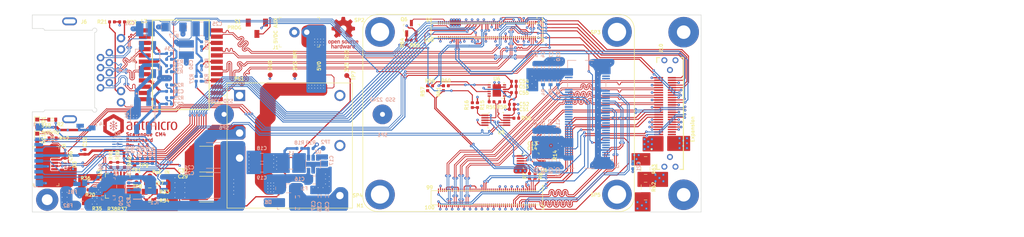
<source format=kicad_pcb>
(kicad_pcb (version 20211014) (generator pcbnew)
  (title_block (rev "1.1.0"))
  (layers (0 "F.Cu" signal) (1 "In1.Cu" power) (2 "In2.Cu" power) (31 "B.Cu" signal) (34 "B.Paste" user) (35 "F.Paste" user) (36 "B.SilkS" user "B.Silkscreen") (37 "F.SilkS" user "F.Silkscreen") (38 "B.Mask" user) (39 "F.Mask" user) (44 "Edge.Cuts" user))
  (net 0 "")
  (net 1 "/PoE/PAIR12")
  (net 2 "/PoE/PAIR36")
  (net 3 "/PoE/PAIR45")
  (net 4 "GNDD")
  (net 5 "VSS")
  (net 6 "/PoE/VDD_POE_IN")
  (net 7 "Net-(C27-Pad2)")
  (net 8 "Net-(C31-Pad1)")
  (net 9 "Net-(C33-Pad2)")
  (net 10 "Net-(C34-Pad2)")
  (net 11 "GND")
  (net 12 "VCC5V0")
  (net 13 "Net-(C35-Pad1)")
  (net 14 "Net-(C30-Pad2)")
  (net 15 "PCIE_TX_N")
  (net 16 "PCIE_RX_N")
  (net 17 "PCIE_TX_P")
  (net 18 "PCIE_RX_P")
  (net 19 "Net-(D1-Pad2)")
  (net 20 "/PoE/PAIR78")
  (net 21 "Net-(D7-Pad1)")
  (net 24 "/Interfaces/RPi_USB_N")
  (net 25 "/Interfaces/RPi_USB_P")
  (net 27 "/Interfaces/VBus_Slave")
  (net 28 "SD_DAT1")
  (net 29 "SD_DAT0")
  (net 30 "SD_CLK")
  (net 31 "SD_CMD")
  (net 32 "SD_DAT3")
  (net 33 "SD_DAT2")
  (net 34 "/PoE/POE_ACTIVE")
  (net 35 "Net-(IC1-Pad3)")
  (net 36 "HDMI0_D2_P")
  (net 37 "HDMI0_D2_N")
  (net 38 "HDMI0_D1_P")
  (net 39 "HDMI0_D1_N")
  (net 40 "HDMI0_CK_P")
  (net 41 "HDMI0_CK_N")
  (net 42 "nEXTRST")
  (net 43 "GLOBAL_EN")
  (net 44 "CAM_GPIO")
  (net 45 "AIN0")
  (net 46 "nPWR_LED")
  (net 47 "AIN1")
  (net 48 "RUN_PG")
  (net 49 "BT_nDis")
  (net 50 "VCC1V8")
  (net 51 "WL_nDis")
  (net 52 "SDA0")
  (net 53 "SCL0")
  (net 54 "RESERVED")
  (net 55 "SD_PWR_ON")
  (net 56 "GPIO2")
  (net 57 "GPIO3")
  (net 58 "GPIO4")
  (net 59 "GPIO17")
  (net 60 "GPIO27")
  (net 61 "GPIO18")
  (net 62 "GPIO22")
  (net 63 "GPIO23")
  (net 64 "GPIO10")
  (net 65 "GPIO24")
  (net 66 "GPIO9")
  (net 67 "GPIO25")
  (net 68 "GPIO11")
  (net 69 "GPIO8")
  (net 70 "ID_SD")
  (net 71 "GPIO7")
  (net 72 "GPIO5")
  (net 73 "ID_SC")
  (net 74 "GPIO6")
  (net 75 "GPIO12")
  (net 76 "GPIO13")
  (net 77 "GPIO16")
  (net 78 "GPIO19")
  (net 79 "GPIO20")
  (net 80 "GPIO26")
  (net 81 "GPIO21")
  (net 82 "EEPROM_nWP")
  (net 83 "SYNC_OUT")
  (net 84 "ETH_LEDG")
  (net 85 "SYNC_IN")
  (net 86 "ETH_LEDY")
  (net 87 "TRD0_P")
  (net 88 "TRD2_P")
  (net 89 "TRD0_N")
  (net 90 "TRD2_N")
  (net 91 "TRD1_N")
  (net 92 "TRD3_N")
  (net 93 "TRD1_P")
  (net 94 "TRD3_P")
  (net 95 "USBOTG_ID")
  (net 96 "PCIE_CLK_nREQ")
  (net 97 "USB2_N")
  (net 98 "USB2_P")
  (net 99 "PSCIE_nRST")
  (net 100 "PCIE_CLK_P")
  (net 101 "TV_OUT")
  (net 102 "PCIE_CLK_N")
  (net 103 "CAM1_D0_N")
  (net 104 "CAM1_D0_P")
  (net 105 "CAM1_D1_N")
  (net 106 "CAM1_D1_P")
  (net 107 "CAM1_C_N")
  (net 108 "CAM0_D0_N")
  (net 109 "CAM1_C_P")
  (net 110 "CAM0_D0_P")
  (net 111 "CAM1_D2_N")
  (net 112 "CAM0_D1_N")
  (net 113 "CAM1_D2_P")
  (net 114 "CAM0_D1_P")
  (net 115 "CAM1_D3_N")
  (net 116 "CAM0_C_N")
  (net 117 "CAM1_D3_P")
  (net 118 "CAM0_C_P")
  (net 119 "HDMI1_HOTPLUG")
  (net 120 "HDMI1_SDA")
  (net 121 "HDMI1_D2_P")
  (net 122 "HDMI1_SCL")
  (net 123 "HDMI1_D2_N")
  (net 124 "HDMI1_CEC")
  (net 125 "HDMI0_CEC")
  (net 126 "HDMI1_D1_P")
  (net 127 "HDMI0_HOTPLUG")
  (net 128 "HDMI1_D1_N")
  (net 129 "DSI0_D0_N")
  (net 130 "HDMI1_D0_P")
  (net 131 "DSI0_D0_P")
  (net 132 "HDMI1_D0_N")
  (net 133 "DSI0_D1_N")
  (net 134 "HDMI1_CK_P")
  (net 135 "DSI0_D1_P")
  (net 136 "HDMI1_CK_N")
  (net 137 "DSI0_C_N")
  (net 138 "DSI0_C_P")
  (net 139 "DSI1_D0_N")
  (net 140 "DSI1_D0_P")
  (net 141 "DSI1_D1_N")
  (net 142 "HDMI0_D0_P")
  (net 143 "DSI1_D1_P")
  (net 144 "HDMI0_D0_N")
  (net 145 "DSI1_C_N")
  (net 146 "DSI1_C_P")
  (net 147 "DSI2_D1_N")
  (net 148 "DSI1_D3_N")
  (net 149 "DSI2_D1_P")
  (net 150 "DSI1_D3_P")
  (net 151 "HDMI0_SDA")
  (net 152 "HDMI0_SCL")
  (net 153 "/PoE/T_ETH_D0_P")
  (net 154 "/PoE/T_ETH_D0_N")
  (net 155 "/PoE/T_ETH_D1_P")
  (net 156 "/PoE/T_ETH_D2_P")
  (net 157 "/PoE/T_ETH_D2_N")
  (net 158 "/PoE/T_ETH_D1_N")
  (net 159 "/PoE/T_ETH_D3_P")
  (net 160 "/PoE/T_ETH_D3_N")
  (net 161 "Net-(IC1-Pad2)")
  (net 162 "PCIE_WAKE")
  (net 164 "Net-(R14-Pad1)")
  (net 170 "3V3_SSD")
  (net 175 "Net-(C25-Pad2)")
  (net 188 "Net-(D1-Pad1)")
  (net 191 "Net-(D4-Pad1)")
  (net 226 "Net-(J4-Pad9)")
  (net 227 "Net-(J6-Pad10)")
  (net 228 "Net-(J6-Pad12)")
  (net 229 "Net-(J7-Pad21)")
  (net 230 "Net-(L3-Pad1)")
  (net 231 "Net-(L3-Pad4)")
  (net 232 "Net-(L3-Pad7)")
  (net 233 "Net-(L3-Pad10)")
  (net 234 "Net-(R7-Pad2)")
  (net 235 "Net-(R8-Pad2)")
  (net 236 "Earth")
  (net 237 "Net-(D4-Pad2)")
  (net 238 "3V3_RPi")
  (net 239 "Net-(D11-Pad2)")
  (net 240 "Net-(C55-Pad1)")
  (net 241 "/Interfaces/CONN_USB_N")
  (net 242 "/Interfaces/CONN_USB_P")
  (net 243 "Adapter_RXD")
  (net 244 "Adapter_TXD")
  (net 245 "Adapter_USB_P")
  (net 246 "Adapter_USB_N")
  (net 247 "RPi_RXD")
  (net 248 "RPi_TXD")
  (net 249 "/Compute module/nRPi_BOOT")
  (net 250 "PROG_MODE")
  (net 251 "Net-(Q6-Pad1)")
  (net 252 "Net-(R55-Pad1)")
  (net 253 "Net-(R56-Pad2)")
  (net 254 "Net-(R58-Pad2)")
  (net 255 "/Interfaces/FTDI_USB_N")
  (net 256 "Net-(R59-Pad2)")
  (net 257 "/Interfaces/FTDI_USB_P")
  (net 258 "Net-(R60-Pad1)")
  (net 259 "3V3_OUT")
  (net 260 "Net-(C17-Pad1)")
  (net 261 "Net-(C17-Pad2)")
  (net 262 "Net-(R18-Pad1)")
  (net 263 "Net-(TP2-Pad1)")
  (net 264 "Net-(R20-Pad1)")
  (net 265 "Net-(R35-Pad1)")
  (net 266 "Net-(R36-Pad2)")
  (net 267 "Net-(R37-Pad2)")
  (net 268 "Net-(R38-Pad2)")
  (net 269 "Net-(R39-Pad1)")
  (net 270 "Net-(R40-Pad1)")
  (net 271 "Net-(R41-Pad1)")
  (net 272 "Net-(TP1-Pad1)")
  (net 273 "Net-(TP8-Pad1)")
  (net 274 "Net-(TP9-Pad1)")
  (footprint "scalenode-cm4-baseboard-footprints:9774030151" (layer "F.Cu") (at 193.488 93.2)
    (fp_text reference "SP5")
    (fp_text value "9774030151")
  )
  (footprint "scalenode-cm4-baseboard-footprints:9774030151" (layer "F.Cu") (at 145.488 93.2)
    (fp_text reference "SP4")
    (fp_text value "9774030151")
  )
  (footprint "scalenode-cm4-baseboard-footprints:9774030151" (layer "F.Cu") (at 193.488 60.2)
    (fp_text reference "SP3")
    (fp_text value "9774030151")
  )
  (footprint "scalenode-cm4-baseboard-footprints:9774030151" (layer "F.Cu") (at 145.488 60.2)
    (fp_text reference "SP2")
    (fp_text value "9774030151")
  )
  (footprint "scalenode-cm4-baseboard-footprints:0402-res" (layer "F.Cu") (at 165.27272 75.00568 -90)
    (fp_text reference "R15")
    (fp_text value "R_2k2_0402")
  )
  (footprint "scalenode-cm4-baseboard-footprints:0402-cap" (layer "F.Cu") (at 178.7652 83.7128)
    (fp_text reference "C14")
    (fp_text value "C_1u_0402")
  )
  (footprint "scalenode-cm4-baseboard-footprints:0402-cap" (layer "F.Cu") (at 178.7652 82.6968)
    (fp_text reference "C13")
    (fp_text value "C_100n_0402")
  )
  (footprint "scalenode-cm4-baseboard-footprints:0603-res" (layer "F.Cu") (at 79.15 77.94)
    (fp_text reference "R2")
    (fp_text value "R_270R_0603")
  )
  (footprint "scalenode-cm4-baseboard-footprints:0402-res" (layer "F.Cu") (at 93.29 58.106 180)
    (fp_text reference "R22")
    (fp_text value "R_220R_0402")
  )
  (footprint "scalenode-cm4-baseboard-footprints:0402-res" (layer "F.Cu") (at 91.25 58.106)
    (fp_text reference "R21")
    (fp_text value "R_220R_0402")
  )
  (footprint "scalenode-cm4-baseboard-footprints:DF40HC(3.0)-100DS-0.4v" (layer "F.Cu") (at 167.17772 59.80168 180)
    (fp_text reference "J7")
    (fp_text value "DF40HC(3.0)-100DS-0.4v")
  )
  (footprint "scalenode-cm4-baseboard-footprints:DF40HC(3.0)-100DS-0.4v" (layer "F.Cu") (at 167.17772 93.80168 180)
    (fp_text reference "J8")
    (fp_text value "DF40HC(3.0)-100DS-0.4v")
  )
  (footprint "scalenode-cm4-baseboard-footprints:0402-res" (layer "F.Cu") (at 179.959 85.186 90)
    (fp_text reference "R14")
    (fp_text value "R_10k_0402")
  )
  (footprint "scalenode-cm4-baseboard-footprints:0402-cap" (layer "F.Cu") (at 85.75 84.5 90)
    (fp_text reference "C15")
    (fp_text value "C_1u_0402")
  )
  (footprint "scalenode-cm4-baseboard-footprints:Mount-hole-M2.5" (layer "F.Cu") (at 207.041 93.192)
    (fp_text reference "MP2" hide)
    (fp_text value "PCB_Mount_Hole_2.5_6.2")
  )
  (footprint "scalenode-cm4-baseboard-footprints:Mount-hole-M2.5" (layer "F.Cu") (at 207.041 60.192)
    (fp_text reference "MP3" hide)
    (fp_text value "PCB_Mount_Hole_2.5_6.2")
  )
  (footprint "scalenode-cm4-baseboard-footprints:0402-cap" (layer "F.Cu") (at 172.2374 75.8388 180)
    (fp_text reference "C51")
    (fp_text value "C_100n_0402")
  )
  (footprint "scalenode-cm4-baseboard-footprints:0402-cap" (layer "F.Cu") (at 172.2374 74.8482 180)
    (fp_text reference "C52")
    (fp_text value "C_1u_0402")
  )
  (footprint "scalenode-cm4-baseboard-footprints:0402-res" (layer "F.Cu") (at 150.922 62.303 90)
    (fp_text reference "R64")
    (fp_text value "R_470R_0402")
  )
  (footprint "scalenode-cm4-baseboard-footprints:0402-res" (layer "F.Cu") (at 152.362 61.818)
    (fp_text reference "R65")
    (fp_text value "R_10k_0402")
  )
  (footprint "scalenode-cm4-baseboard-footprints:MSOP-10_W3mm" (layer "F.Cu") (at 176.149 86.329 -90)
    (fp_text reference "U1")
    (fp_text value "TS3USB30EDGSR")
  )
  (footprint "scalenode-cm4-baseboard-footprints:antmicro-logo_scaled_15mm" (layer "F.Cu") (at 97.420173 79.269924)
    (fp_text reference "N1" hide)
    (fp_text value "antmicro_logo" hide)
  )
  (footprint "scalenode-cm4-baseboard-footprints:SOIC127P1594X685-24N" (layer "F.Cu") (at 105.187 66.818 180)
    (fp_text reference "L3")
    (fp_text value "H6096NL" hide)
  )
  (footprint "scalenode-cm4-baseboard-footprints:DFN-12-1EP_3x3mm" (layer "F.Cu") (at 169.19956 72.02372 90)
    (fp_text reference "U6")
    (fp_text value "FT234XD-R")
  )
  (footprint "scalenode-cm4-baseboard-footprints:0402-cap" (layer "F.Cu") (at 172.6414 70.1746)
    (fp_text reference "C54")
    (fp_text value "C_100n_0402")
  )
  (footprint "scalenode-cm4-baseboard-footprints:0402-cap" (layer "F.Cu") (at 172.6438 71.1906)
    (fp_text reference "C53")
    (fp_text value "C_1u_0402")
  )
  (footprint "scalenode-cm4-baseboard-footprints:0402-res" (layer "F.Cu") (at 168.13456 74.33004 180)
    (fp_text reference "R59")
    (fp_text value "R_22R_0402")
  )
  (footprint "scalenode-cm4-baseboard-footprints:0402-res" (layer "F.Cu") (at 170.26456 74.33512)
    (fp_text reference "R58")
    (fp_text value "R_22R_0402")
  )
  (footprint "scalenode-cm4-baseboard-footprints:0402-res" (layer "F.Cu") (at 158.89224 71.05344 180)
    (fp_text reference "R60")
    (fp_text value "R_220R_0402")
  )
  (footprint "scalenode-cm4-baseboard-footprints:0402-res" (layer "F.Cu") (at 158.37916 71.5602 90)
    (fp_text reference "R61")
    (fp_text value "R_220R_0402")
  )
  (footprint "scalenode-cm4-baseboard-footprints:0402-res" (layer "F.Cu") (at 155.70104 71.0708)
    (fp_text reference "R56")
    (fp_text value "R_220R_0402")
  )
  (footprint "scalenode-cm4-baseboard-footprints:0402-res" (layer "F.Cu") (at 155.18288 71.5801 -90)
    (fp_text reference "R57")
    (fp_text value "R_220R_0402")
  )
  (footprint "scalenode-cm4-baseboard-footprints:SOT-23-3" (layer "F.Cu") (at 151.892 59.405 90)
    (fp_text reference "Q6")
    (fp_text value "BSS138-7-F")
  )
  (footprint "scalenode-cm4-baseboard-footprints:0402-res" (layer "F.Cu") (at 175.808 89.377 90)
    (fp_text reference "R7")
    (fp_text value "R_22R_0402")
  )
  (footprint "scalenode-cm4-baseboard-footprints:0402-res" (layer "F.Cu") (at 176.951 89.377 90)
    (fp_text reference "R8")
    (fp_text value "R_22R_0402")
  )
  (footprint "scalenode-cm4-baseboard-footprints:0402-cap" (layer "F.Cu") (at 172.6438 72.4606)
    (fp_text reference "C55")
    (fp_text value "C_100n_0402")
  )
  (footprint "scalenode-cm4-baseboard-footprints:0402-res" (layer "F.Cu") (at 164.24148 75.00568 90)
    (fp_text reference "R16")
    (fp_text value "R_1k1_0402")
  )
  (footprint "scalenode-cm4-baseboard-footprints:MSOP-10_W3mm" (layer "F.Cu") (at 168.9862 78.074 -90)
    (fp_text reference "U5")
    (fp_text value "TS3USB30EDGSR")
  )
  (footprint "scalenode-cm4-baseboard-footprints:0402-res" (layer "F.Cu") (at 173.144 77.65)
    (fp_text reference "R55")
    (fp_text value "R_10k_0402")
  )
  (footprint "scalenode-cm4-baseboard-footprints:USB_Micro_B_Female_0473460001" (layer "F.Cu") (at 76.95372 87.373 90)
    (fp_text reference "J5")
    (fp_text value "0473460001")
  )
  (footprint "scalenode-cm4-baseboard-footprints:mounting-hole-2.2mm" (layer "F.Cu") (at 78.126 94.198)
    (fp_text reference "MP1" hide)
    (fp_text value "PCB_Mount_Hole_2.2_4.5")
  )
  (footprint "scalenode-cm4-baseboard-footprints:oshw-logo" (layer "F.Cu") (at 138.1 60.3)
    (fp_text reference "N3" hide)
    (fp_text value "oshw_logo" hide)
  )
  (footprint "scalenode-cm4-baseboard-footprints:Switch_Slide_CAS-120TA" (layer "F.Cu") (at 120.6 59.4 180)
    (fp_text reference "S1")
    (fp_text value "CAS-120TA")
  )
  (footprint "scalenode-cm4-baseboard-footprints:0402-cap" (layer "F.Cu") (at 81.745 85.296 90)
    (fp_text reference "C56")
    (fp_text value "C_100n_0402")
  )
  (footprint "scalenode-cm4-baseboard-footprints:SAMTEC_LSHM-130-01-XXX-RH-A-S-K-XX" (layer "F.Cu") (at 202.584 76.7 90)
    (fp_text reference "J10")
    (fp_text value "LSHM-130-01-L-RH-A-S-K-TR")
  )
  (footprint "scalenode-cm4-baseboard-footprints:compute-module-4-1.5mm" (layer "F.Cu") (at 163.984 56.029)
    (fp_text reference "M1")
    (fp_text value "compute-module-4-1.5mm")
  )
  (footprint "scalenode-cm4-baseboard-footprints:LED_0603_R" (layer "F.Cu") (at 76.1 81.541 -90)
    (fp_text reference "D11")
    (fp_text value "598-8D80-107F")
  )
  (footprint "scalenode-cm4-baseboard-footprints:1206-res" (layer "F.Cu") (at 199.334 91.65 -90)
    (fp_text reference "R62")
    (fp_text value "R_0R_1206")
  )
  (footprint "scalenode-cm4-baseboard-footprints:1206-res" (layer "F.Cu") (at 199.334 88.05 90)
    (fp_text reference "R63")
    (fp_text value "R_0R_1206")
  )
  (footprint "scalenode-cm4-baseboard-footprints:UFDFN-6_1.45x1mm" (layer "F.Cu") (at 82.225 87.306 -90)
    (fp_text reference "D3")
    (fp_text value "TPD4S012DRYR")
  )
  (footprint "scalenode-cm4-baseboard-footprints:0603-res" (layer "F.Cu") (at 79.22 81.76 180)
    (fp_text reference "R42")
    (fp_text value "R_1k_0603")
  )
  (footprint "scalenode-cm4-baseboard-footprints:Testpoint_smd_1mm" (layer "F.Cu") (at 138.8 69)
    (fp_text reference "TP7")
    (fp_text value "TP_SMD1MM" hide)
  )
  (footprint "scalenode-cm4-baseboard-footprints:PDQE30-Q48" (layer "F.Cu") (at 127.25 83.206)
    (fp_text reference "PS1")
    (fp_text value "PDQE30-Q48-S5-D")
  )
  (footprint "scalenode-cm4-baseboard-footprints:2220-cap" (layer "F.Cu") (at 110.4 92.06 180)
    (fp_text reference "C29")
    (fp_text value "C_22u_2220_100V")
  )
  (footprint "scalenode-cm4-baseboard-footprints:0805-res" (layer "F.Cu") (at 98.9 92.6)
    (fp_text reference "R33")
    (fp_text value "R_32k4_0805")
  )
  (footprint "scalenode-cm4-baseboard-footprints:0402-res" (layer "F.Cu") (at 93.8 87.1 90)
    (fp_text reference "R40")
    (fp_text value "R_10k_0402")
  )
  (footprint "scalenode-cm4-baseboard-footprints:QFN65P500X500X100-21N" (layer "F.Cu") (at 92.4 91.4)
    (fp_text reference "U3")
    (fp_text value "TPS2373-3RGW")
  )
  (footprint "scalenode-cm4-baseboard-footprints:Testpoint_smd_1mm" (layer "F.Cu") (at 133.2 68.8842)
    (fp_text reference "TP5" hide)
    (fp_text value "TP_SMD1MM" hide)
  )
  (footprint "scalenode-cm4-baseboard-footprints:0402-res" (layer "F.Cu") (at 89.8 95.6 -90)
    (fp_text reference "R35")
    (fp_text value "R_63R4_0402")
  )
  (footprint "scalenode-cm4-baseboard-footprints:SS-74800-144" (layer "F.Cu") (at 95.816 67.856 -90)
    (fp_text reference "J6")
    (fp_text value "SS-74800-144")
  )
  (footprint "scalenode-cm4-baseboard-footprints:Testpoint_smd_1mm" (layer "F.Cu") (at 123.2858 68.8842)
    (fp_text reference "TP4" hide)
    (fp_text value "TP_SMD1MM" hide)
  )
  (footprint "scalenode-cm4-baseboard-footprints:0402-res" (layer "F.Cu") (at 91.3 95.1)
    (fp_text reference "R38")
    (fp_text value "R_49k9_0402")
  )
  (footprint "scalenode-cm4-baseboard-footprints:Testpoint_smd_1mm" (layer "F.Cu") (at 128.2858 68.8842)
    (fp_text reference "TP6" hide)
    (fp_text value "TP_SMD1MM" hide)
  )
  (footprint "scalenode-cm4-baseboard-footprints:Testpoint_smd_0_75mm" (layer "F.Cu") (at 95.8 87.2 180)
    (fp_text reference "TP9")
    (fp_text value "TP_SMD_0_75MM" hide)
  )
  (footprint "scalenode-cm4-baseboard-footprints:0402-res" (layer "F.Cu") (at 92.4 87.1 90)
    (fp_text reference "R39")
    (fp_text value "R_10k_0402")
  )
  (footprint "scalenode-cm4-baseboard-footprints:Testpoint_smd_0_75mm" (layer "F.Cu") (at 96.3 89.2)
    (fp_text reference "TP1")
    (fp_text value "TP_SMD_0_75MM" hide)
  )
  (footprint "scalenode-cm4-baseboard-footprints:0402-res" (layer "F.Cu") (at 86.885 92.2)
    (fp_text reference "R20")
    (fp_text value "R_63R4_0402")
  )
  (footprint "scalenode-cm4-baseboard-footprints:Testpoint_smd_1mm" (layer "F.Cu") (at 98.916 89.402)
    (fp_text reference "TP3" hide)
    (fp_text value "TP_SMD1MM" hide)
  )
  (footprint "scalenode-cm4-baseboard-footprints:Testpoint_smd_0_75mm" (layer "F.Cu") (at 96.2 90.7)
    (fp_text reference "TP8")
    (fp_text value "TP_SMD_0_75MM" hide)
  )
  (footprint "scalenode-cm4-baseboard-footprints:0402-res" (layer "F.Cu") (at 91 87.1 90)
    (fp_text reference "R41")
    (fp_text value "R_10k_0402")
  )
  (footprint "scalenode-cm4-baseboard-footprints:LED_0603_R" (layer "F.Cu") (at 76.1 78.681 -90)
    (fp_text reference "D1")
    (fp_text value "598-8D80-107F")
  )
  (footprint "scalenode-cm4-baseboard-footprints:0402-res" (layer "F.Cu") (at 85.9 90.85)
    (fp_text reference "R36")
    (fp_text value "R_24k9_0402")
  )
  (footprint "scalenode-cm4-baseboard-footprints:PinHeader_1x2_P2.5mm_Drill1.1mm" (layer "F.Cu") (at 130.7 60.2 180)
    (fp_text reference "J1")
    (fp_text value "B2B-XH-A_LF__SN_")
  )
  (footprint "scalenode-cm4-baseboard-footprints:LED_0603" (layer "F.Cu") (at 98.9 90.85 180)
    (fp_text reference "D7")
    (fp_text value "KP-1608CGCK")
  )
  (footprint "scalenode-cm4-baseboard-footprints:0402-res" (layer "F.Cu") (at 93.3 95.1 180)
    (fp_text reference "R37")
    (fp_text value "R_1k3_0402")
  )
  (footprint "scalenode-cm4-baseboard-footprints:2220-cap" (layer "F.Cu") (at 110.4 85.96 180)
    (fp_text reference "C32")
    (fp_text value "C_22u_2220_100V")
  )
  (footprint "scalenode-cm4-baseboard-footprints:0603-res" (layer "F.Cu") (at 98.925 94.375 180)
    (fp_text reference "R34")
    (fp_text value "R_15k_0603")
  )
  (footprint "scalenode-cm4-baseboard-footprints:0402-res" (layer "B.Cu") (at 99.452 86.375 90)
    (fp_text reference "R13")
    (fp_text value "R_10k_0402")
  )
  (footprint "scalenode-cm4-baseboard-footprints:0402-res" (layer "B.Cu") (at 98.436 86.375 90)
    (fp_text reference "R12")
    (fp_text value "R_10k_0402")
  )
  (footprint "scalenode-cm4-baseboard-footprints:0402-res" (layer "B.Cu") (at 97.42 86.375 90)
    (fp_text reference "R11")
    (fp_text value "R_10k_0402")
  )
  (footprint "scalenode-cm4-baseboard-footprints:0402-res" (layer "B.Cu") (at 96.404 86.375 90)
    (fp_text reference "R10")
    (fp_text value "R_10k_0402")
  )
  (footprint "scalenode-cm4-baseboard-footprints:0402-res" (layer "B.Cu") (at 95.388 86.375 90)
    (fp_text reference "R9")
    (fp_text value "R_10k_0402")
  )
  (footprint "scalenode-cm4-baseboard-footprints:0402-res" (layer "B.Cu") (at 94.372 86.375 90)
    (fp_text reference "R5")
    (fp_text value "R_10k_0402")
  )
  (footprint "scalenode-cm4-baseboard-footprints:0603-res" (layer "B.Cu") (at 178.546 70.146 -90)
    (fp_text reference "R4")
    (fp_text value "R_10k_0603")
  )
  (footprint "scalenode-cm4-baseboard-footprints:0603-res" (layer "B.Cu") (at 181.594 70.146 -90)
    (fp_text reference "R1")
    (fp_text value "R_10k_0603")
  )
  (footprint "scalenode-cm4-baseboard-footprints:0603-cap" (layer "B.Cu") (at 180.07 67.352 90)
    (fp_text reference "C7")
    (fp_text value "C_100n_0603")
  )
  (footprint "scalenode-cm4-baseboard-footprints:0603-cap" (layer "B.Cu") (at 177.022 81.068 90)
    (fp_text reference "C2")
    (fp_text value "C_10u_0603")
  )
  (footprint "scalenode-cm4-baseboard-footprints:0603-res" (layer "B.Cu") (at 180.07 70.146 -90)
    (fp_text reference "R3")
    (fp_text value "R_10k_0603")
  )
  (footprint "scalenode-cm4-baseboard-footprints:0603-cap" (layer "B.Cu") (at 181.594 86.148 -90)
    (fp_text reference "C12")
    (fp_text value "C_1n_0603")
  )
  (footprint "scalenode-cm4-baseboard-footprints:0603-cap" (layer "B.Cu") (at 180.07 81.068 90)
    (fp_text reference "C8")
    (fp_text value "C_100n_0603")
  )
  (footprint "scalenode-cm4-baseboard-footprints:0603-cap" (layer "B.Cu") (at 178.546 81.068 90)
    (fp_text reference "C5")
    (fp_text value "C_1u_0603")
  )
  (footprint "scalenode-cm4-baseboard-footprints:1-2199230-6" (layer "B.Cu") (at 186.039 76.877 90)
    (fp_text reference "J3")
    (fp_text value "1-2199230-6")
  )
  (footprint "scalenode-cm4-baseboard-footprints:0603-cap" (layer "B.Cu") (at 181.594 81.068 90)
    (fp_text reference "C11")
    (fp_text value "C_1n_0603")
  )
  (footprint "scalenode-cm4-baseboard-footprints:0603-cap" (layer "B.Cu") (at 177.022 86.148 -90)
    (fp_text reference "C3")
    (fp_text value "C_10u_0603")
  )
  (footprint "scalenode-cm4-baseboard-footprints:0603-cap" (layer "B.Cu") (at 181.594 67.352 90)
    (fp_text reference "C10")
    (fp_text value "C_1n_0603")
  )
  (footprint "scalenode-cm4-baseboard-footprints:0805-cap" (layer "B.Cu") (at 121.6 85.6 180)
    (fp_text reference "C18")
    (fp_text value "C_22u_0805_10V")
  )
  (footprint "scalenode-cm4-baseboard-footprints:0402-res" (layer "B.Cu") (at 129.2 83.8 180)
    (fp_text reference "R18")
    (fp_text value "R_33k2_0402")
  )
  (footprint "scalenode-cm4-baseboard-footprints:SON50P350X135X55-14N" (layer "B.Cu") (at 92.33 83.44)
    (fp_text reference "D2")
    (fp_text value "SP3011-06UTG")
  )
  (footprint "scalenode-cm4-baseboard-footprints:0805-cap" (layer "B.Cu") (at 132.2 90.2)
    (fp_text reference "C16")
    (fp_text value "C_22u_0805_10V")
  )
  (footprint "scalenode-cm4-baseboard-footprints:SRP3212" (layer "B.Cu") (at 127.5 86.75 180)
    (fp_text reference "L1")
    (fp_text value "SRP3212A-1R0M" hide)
  )
  (footprint "scalenode-cm4-baseboard-footprints:1210-cap" (layer "B.Cu") (at 106.306 63.712 -90)
    (fp_text reference "C50")
    (fp_text value "C_1n_1210_2kV")
  )
  (footprint "scalenode-cm4-baseboard-footprints:97730256332R" (layer "B.Cu") (at 146.039 76.877)
    (fp_text reference "SP1")
    (fp_text value "97730256332R")
  )
  (footprint "scalenode-cm4-baseboard-footprints:0402-res" (layer "B.Cu") (at 131.5 83.8 180)
    (fp_text reference "R19")
    (fp_text value "R_10k_0402")
  )
  (footprint "scalenode-cm4-baseboard-footprints:0402-res" (layer "B.Cu") (at 88.425 89.156 -90)
    (fp_text reference "R6")
    (fp_text value "R_330R_0402")
  )
  (footprint "scalenode-cm4-baseboard-footprints:0603-cap" (layer "B.Cu") (at 177.022 67.352 90)
    (fp_text reference "C1")
    (fp_text value "C_10u_0603")
  )
  (footprint "scalenode-cm4-baseboard-footprints:0603-cap" (layer "B.Cu") (at 178.546 67.352 90)
    (fp_text reference "C4")
    (fp_text value "C_1u_0603")
  )
  (footprint "scalenode-cm4-baseboard-footprints:0603-cap" (layer "B.Cu") (at 180.07 86.148 -90)
    (fp_text reference "C9")
    (fp_text value "C_100n_0603")
  )
  (footprint "scalenode-cm4-baseboard-footprints:0603-cap" (layer "B.Cu") (at 178.546 86.148 -90)
    (fp_text reference "C6")
    (fp_text value "C_1u_0603")
  )
  (footprint "scalenode-cm4-baseboard-footprints:0805-cap" (layer "B.Cu") (at 121.6 87.8 180)
    (fp_text reference "C19")
    (fp_text value "C_22u_0805_10V")
  )
  (footprint "scalenode-cm4-baseboard-footprints:MicroSD_1140084168" (layer "B.Cu") (at 81.72226 85.05478 90)
    (fp_text reference "J4")
    (fp_text value "1140084168")
  )
  (footprint "scalenode-cm4-baseboard-footprints:1206-res" (layer "B.Cu") (at 103.818 59.13)
    (fp_text reference "R17")
    (fp_text value "R_0R_1206")
  )
  (footprint "scalenode-cm4-baseboard-footprints:0402-res" (layer "B.Cu") (at 109.387 62.638 -90)
    (fp_text reference "R30")
    (fp_text value "R_75R_0402")
  )
  (footprint "scalenode-cm4-baseboard-footprints:1210-cap" (layer "B.Cu") (at 109.406 59.511 180)
    (fp_text reference "C25")
    (fp_text value "C_1n_1210_2kV")
  )
  (footprint "scalenode-cm4-baseboard-footprints:0402-res" (layer "B.Cu") (at 108.3 69.659 -90)
    (fp_text reference "R27")
    (fp_text value "R_75R_0402")
  )
  (footprint "scalenode-cm4-baseboard-footprints:TSOT23-6" (layer "B.Cu") (at 132 87 180)
    (fp_text reference "U2")
    (fp_text value "AP62301WU-7")
  )
  (footprint "scalenode-cm4-baseboard-footprints:0402-res" (layer "B.Cu") (at 109.337 69.661 -90)
    (fp_text reference "R28")
    (fp_text value "R_75R_0402")
  )
  (footprint "scalenode-cm4-baseboard-footprints:0402-res" (layer "B.Cu") (at 109.39 66.496 -90)
    (fp_text reference "R29")
    (fp_text value "R_75R_0402")
  )
  (footprint "scalenode-cm4-baseboard-footprints:97730256332R" (layer "B.Cu") (at 113.939 76.877)
    (fp_text reference "SP6")
    (fp_text value "97730256332R")
  )
  (footprint "scalenode-cm4-baseboard-footprints:0402-cap" (layer "B.Cu") (at 134.5 86.25 -90)
    (fp_text reference "C17")
    (fp_text value "C_100n_0402")
  )
  (footprint "scalenode-cm4-baseboard-footprints:Testpoint_smd_1mm" (layer "B.Cu") (at 134 83.75 180)
    (fp_text reference "TP2")
    (fp_text value "TP_SMD1MM" hide)
  )
  (footprint "scalenode-cm4-baseboard-footprints:SOIC127P600X170-9N" (layer "B.Cu") (at 99.05 91.506)
    (fp_text reference "IC1")
    (fp_text value "TPS2378DDA" hide)
  )
  (footprint "scalenode-cm4-baseboard-footprints:0603-cap" (layer "B.Cu") (at 134.8 93.496 90)
    (fp_text reference "C36")
    (fp_text value "C_47u_0603")
  )
  (footprint "scalenode-cm4-baseboard-footprints:0402-cap" (layer "B.Cu") (at 102.8 74.756)
    (fp_text reference "C27")
    (fp_text value "C_10n_0402")
  )
  (footprint "scalenode-cm4-baseboard-footprints:0402-cap" (layer "B.Cu") (at 102.8 64.506)
    (fp_text reference "C34")
    (fp_text value "C_10n_0402")
  )
  (footprint "scalenode-cm4-baseboard-footprints:0402-cap" (layer "B.Cu") (at 132 93.181 90)
    (fp_text reference "C37")
    (fp_text value "C_100n_0402")
  )
  (footprint "scalenode-cm4-baseboard-footprints:1206-res" (layer "B.Cu") (at 127 91.896 180)
    (fp_text reference "F1")
    (fp_text value "1206L450SLWR")
  )
  (footprint "scalenode-cm4-baseboard-footprints:0402-res" (layer "B.Cu") (at 102.8 65.706)
    (fp_text reference "R32")
    (fp_text value "R_75R_0402")
  )
  (footprint "scalenode-cm4-baseboard-footprints:0603-cap" (layer "B.Cu") (at 133.3 93.496 90)
    (fp_text reference "C35")
    (fp_text value "C_47u_0603")
  )
  (footprint "scalenode-cm4-baseboard-footprints:0402-res" (layer "B.Cu") (at 102.8 68.206)
    (fp_text reference "R31")
    (fp_text value "R_75R_0402")
  )
  (footprint "scalenode-cm4-baseboard-footprints:1210-cap" (layer "B.Cu") (at 98 59.506 180)
    (fp_text reference "C31")
    (fp_text value "C_1n_1210_2kV")
  )
  (footprint "scalenode-cm4-baseboard-footprints:DO-214AC" (layer "B.Cu") (at 127 94.796 180)
    (fp_text reference "D8")
    (fp_text value "SMAJ6.5A")
  )
  (footprint "scalenode-cm4-baseboard-footprints:2220-cap" (layer "B.Cu") (at 111.766 85.212 180)
    (fp_text reference "C26")
    (fp_text value "C_22u_2220_100V")
  )
  (footprint "scalenode-cm4-baseboard-footprints:0805-res" (layer "B.Cu") (at 85.2 95.3)
    (fp_text reference "FB2")
    (fp_text value "BLM21PG221SN1D")
  )
  (footprint "scalenode-cm4-baseboard-footprints:0402-cap" (layer "B.Cu") (at 196.76 87.43 90)
    (fp_text reference "C21")
    (fp_text value "C_100n_0402")
  )
  (footprint "scalenode-cm4-baseboard-footprints:MB10S" (layer "B.Cu") (at 98.455 65.746 90)
    (fp_text reference "D5")
    (fp_text value "MB10S")
  )
  (footprint "scalenode-cm4-baseboard-footprints:0805-res" (layer "B.Cu") (at 86.1 92.5)
    (fp_text reference "FB1")
    (fp_text value "BLM21PG221SN1D")
  )
  (footprint "scalenode-cm4-baseboard-footprints:MB10S" (layer "B.Cu") (at 97.47 77.136 -90)
    (fp_text reference "D4")
    (fp_text value "MB10S")
  )
  (footprint "scalenode-cm4-baseboard-footprints:0402-res" (layer "B.Cu") (at 102.8 70.906)
    (fp_text reference "R26")
    (fp_text value "R_75R_0402")
  )
  (footprint "scalenode-cm4-baseboard-footprints:DO-214AC" (layer "B.Cu") (at 90.5 92.006 90)
    (fp_text reference "D6")
    (fp_text value "SMAJ58A-13-F")
  )
  (footprint "scalenode-cm4-baseboard-footprints:0402-res" (layer "B.Cu") (at 102.8 73.506)
    (fp_text reference "R25")
    (fp_text value "R_75R_0402")
  )
  (footprint "scalenode-cm4-baseboard-footprints:2220-cap" (layer "B.Cu") (at 111.766 91.312 180)
    (fp_text reference "C28")
    (fp_text value "C_22u_2220_100V")
  )
  (footprint "scalenode-cm4-baseboard-footprints:0402-cap" (layer "B.Cu") (at 102.785 67.006)
    (fp_text reference "C33")
    (fp_text value "C_10n_0402")
  )
  (footprint "scalenode-cm4-baseboard-footprints:0402-cap" (layer "B.Cu") (at 102.8 72.206)
    (fp_text reference "C30")
    (fp_text value "C_10n_0402")
  )
  (footprint "scalenode-cm4-baseboard-footprints:0402-res" (layer "B.Cu") (at 94.65 90.306 90)
    (fp_text reference "R23")
    (fp_text value "R_63R4_0402")
  )
  (footprint "scalenode-cm4-baseboard-footprints:0805-cap" (layer "B.Cu") (at 93 91.506 90)
    (fp_text reference "C20")
    (fp_text value "C_100n_0805_100V")
  )
  (footprint "scalenode-cm4-baseboard-footprints:0402-res" (layer "B.Cu") (at 94.65 92.756 90)
    (fp_text reference "R24")
    (fp_text value "R_24k9_0402")
  )
  (gr_line (start 75.1 96.7) (end 210.58 96.7) (layer "Edge.Cuts") (width 0.1))
  (gr_line (start 75.1 56.7) (end 210.58 56.7) (layer "Edge.Cuts") (width 0.1))
  (gr_line (start 75.1 59.456) (end 77.216 59.456) (layer "Edge.Cuts") (width 0.1))
  (gr_arc (start 77.216 59.456) (mid 77.463487 59.558513) (end 77.566 59.806) (layer "Edge.Cuts") (width 0.1))
  (gr_line (start 77.566 59.806) (end 87.291 59.806) (layer "Edge.Cuts") (width 0.1))
  (gr_arc (start 87.291 59.806) (mid 88.059198 59.487802) (end 87.741 60.256) (layer "Edge.Cuts") (width 0.1))
  (gr_line (start 87.741 60.256) (end 87.741 75.556) (layer "Edge.Cuts") (width 0.1))
  (gr_arc (start 87.741 75.556) (mid 88.059198 76.324198) (end 87.291 76.006) (layer "Edge.Cuts") (width 0.1))
  (gr_line (start 87.291 76.006) (end 77.591 76.006) (layer "Edge.Cuts") (width 0.1))
  (gr_arc (start 77.591 76.006) (mid 77.504544 76.237662) (end 77.287447 76.356) (layer "Edge.Cuts") (width 0.1))
  (gr_line (start 77.287447 76.356) (end 75.1 76.356) (layer "Edge.Cuts") (width 0.1))
  (gr_line (start 75.1 59.456) (end 75.1 56.7) (layer "Edge.Cuts") (width 0.1))
  (gr_line (start 75.1 96.7) (end 75.1 76.356) (layer "Edge.Cuts") (width 0.1))
  (gr_line (start 210.58 56.7) (end 210.58 96.7) (layer "Edge.Cuts") (width 0.1))
  (gr_text "Scalenode CM4 \nBaseboard" (at 94 81.51) (layer "F.Cu") (effects (font (size 0.7 0.7)) (justify left)))
  (gr_text "Rev. ${REVISION}" (at 96.4 83.11) (layer "F.Cu") (effects (font (size 0.6 0.6))))
  (gr_text "SSD 2280\n\n" (at 113.2 74.74) (layer "B.SilkS") (effects (font (size 0.7 0.7)) (justify mirror)))
  (gr_text "SSD 2242\n" (at 146.05 73.914) (layer "B.SilkS") (effects (font (size 0.7 0.7)) (justify mirror)))
  (gr_text "Activity" (at 78.79 80.47) (layer "F.SilkS") (effects (font (size 0.7 0.7))))
  (gr_text "5VDC AUX" (at 124.4 59.9 90) (layer "F.SilkS") (effects (font (size 0.7 0.7))))
  (gr_text "PoE IN" (at 101.15 88.6) (layer "F.SilkS") (effects (font (size 0.7 0.7))))
  (gr_text "5V0" (at 133.2 68.1342 90) (layer "F.SilkS") (effects (font (size 0.7 0.7)) (justify left)))
  (gr_text "3V3 SSD" (at 138.8 68.4 90) (layer "F.SilkS") (effects (font (size 0.7 0.7)) (justify left)))
  (gr_text "3V3 RPi" (at 128.3558 68.1342 90) (layer "F.SilkS") (effects (font (size 0.7 0.7)) (justify left)))
  (gr_text "PROG" (at 116.04 59.27) (layer "F.SilkS") (effects (font (size 0.7 0.7))))
  (gr_text "Expansion" (at 208.841 79.896 90) (layer "F.SilkS") (effects (font (size 0.7 0.7))))
  (gr_text "GND" (at 123.2858 68.1342 90) (layer "F.SilkS") (effects (font (size 0.7 0.7)) (justify left)))
  (gr_text "SSD\n" (at 77.934 79.138) (layer "F.SilkS") (effects (font (size 0.7 0.7))))
  (segment (start 99.933 73.803) (end 100.881 74.751) (width 0.5) (layer "F.Cu") (net 1))
  (segment (start 97.887 73.803) (end 99.933 73.803) (width 0.5) (layer "F.Cu") (net 1))
  (via (at 100.881 74.751) (size 0.5) (drill 0.15) (layers "F.Cu" "B.Cu") (net 1))
  (segment (start 101.516 74.751) (end 100.881 74.751) (width 0.4) (layer "B.Cu") (net 1))
  (segment (start 101.516 74.751) (end 101.135 74.751) (width 0.4) (layer "B.Cu") (net 1))
  (segment (start 102.301 74.751) (end 101.516 74.751) (width 0.4) (layer "B.Cu") (net 1))
  (segment (start 100.881 76.672) (end 100.881 74.751) (width 0.5) (layer "B.Cu") (net 1))
  (segment (start 98.693 78.86) (end 100.881 76.672) (width 0.5) (layer "B.Cu") (net 1))
  (segment (start 98.693 79.966) (end 98.693 78.86) (width 0.5) (layer "B.Cu") (net 1))
  (segment (start 100.825 72.155) (end 100.881 72.211) (width 0.4) (layer "F.Cu") (net 2))
  (segment (start 97.887 69.993) (end 98.872002 69.993) (width 0.5) (layer "F.Cu") (net 2))
  (segment (start 100.881 72.001998) (end 100.881 72.211) (width 0.5) (layer "F.Cu") (net 2))
  (segment (start 98.872002 69.993) (end 100.881 72.001998) (width 0.5) (layer "F.Cu") (net 2))
  (via (at 100.881 72.211) (size 0.5) (drill 0.15) (layers "F.Cu" "B.Cu") (net 2))
  (segment (start 101.389 72.211) (end 102.301 72.211) (width 0.4) (layer "B.Cu") (net 2))
  (segment (start 101.135 72.211) (end 101.389 72.211) (width 0.4) (layer "B.Cu") (net 2))
  (segment (start 101.389 72.211) (end 100.881 72.211) (width 0.4) (layer "B.Cu") (net 2))
  (segment (start 99.901 75.472) (end 99.901 73.191) (width 0.5) (layer "B.Cu") (net 2))
  (segment (start 96.243 79.966) (end 96.243 79.13) (width 0.5) (layer "B.Cu") (net 2))
  (segment (start 99.901 73.191) (end 100.881 72.211) (width 0.5) (layer "B.Cu") (net 2))
  (segment (start 96.243 79.13) (end 99.901 75.472) (width 0.5) (layer "B.Cu") (net 2))
  (segment (start 100.432 66.183) (end 100.881 65.734) (width 0.5) (layer "F.Cu") (net 3))
  (segment (start 97.887 66.183) (end 100.432 66.183) (width 0.5) (layer "F.Cu") (net 3))
  (via (at 100.881 65.734) (size 0.5) (drill 0.15) (layers "F.Cu" "B.Cu") (net 3))
  (segment (start 97.243 62.884) (end 97.243 64.128) (width 0.4) (layer "B.Cu") (net 3))
  (segment (start 97.243 64.128) (end 98.849 65.734) (width 0.4) (layer "B.Cu") (net 3))
  (segment (start 98.849 65.734) (end 101.008 65.734) (width 0.4) (layer "B.Cu") (net 3))
  (segment (start 101.008 65.734) (end 102.278 67.004) (width 0.4) (layer "B.Cu") (net 3))
  (segment (start 101.025 93.425) (end 101.025 91.571) (width 0.254) (layer "F.Cu") (net 4))
  (segment (start 101.025 91.571) (end 100.304 90.85) (width 0.254) (layer "F.Cu") (net 4))
  (segment (start 100.304 90.85) (end 99.65 90.85) (width 0.254) (layer "F.Cu") (net 4))
  (segment (start 100.025 93.85) (end 99.625 94.25) (width 0.254) (layer "F.Cu") (net 4))
  (segment (start 100.6 93.85) (end 101.025 93.425) (width 0.254) (layer "F.Cu") (net 4))
  (segment (start 100.6 93.85) (end 100.025 93.85) (width 0.254) (layer "F.Cu") (net 4))
  (via (at 106 90.75) (size 0.5) (drill 0.15) (layers "F.Cu" "B.Cu") (net 4))
  (via (at 104 93.75) (size 0.5) (drill 0.15) (layers "F.Cu" "B.Cu") (net 4))
  (via (at 106 91.75) (size 0.5) (drill 0.15) (layers "F.Cu" "B.Cu") (net 4))
  (via (at 106 89.75) (size 0.5) (drill 0.15) (layers "F.Cu" "B.Cu") (net 4))
  (via (at 104 89.75) (size 0.5) (drill 0.15) (layers "F.Cu" "B.Cu") (net 4))
  (via (at 104 90.75) (size 0.5) (drill 0.15) (layers "F.Cu" "B.Cu") (net 4))
  (via (at 106 92.75) (size 0.5) (drill 0.15) (layers "F.Cu" "B.Cu") (net 4))
  (via (at 104 92.75) (size 0.5) (drill 0.15) (layers "F.Cu" "B.Cu") (net 4))
  (via (at 106 93.75) (size 0.5) (drill 0.15) (layers "F.Cu" "B.Cu") (net 4))
  (via (at 104 91.75) (size 0.5) (drill 0.15) (layers "F.Cu" "B.Cu") (net 4))
  (via (at 100.6 93.85) (size 0.5) (drill 0.15) (layers "F.Cu" "B.Cu") (net 4))
  (segment (start 101.377 93.85) (end 101.78 93.447) (width 0.254) (layer "B.Cu") (net 4))
  (segment (start 100.6 93.85) (end 101.377 93.85) (width 0.254) (layer "B.Cu") (net 4))
  (via (at 88.1 92.7) (size 0.5) (drill 0.15) (layers "F.Cu" "B.Cu") (net 5))
  (via (at 88.5 92.2) (size 0.5) (drill 0.15) (layers "F.Cu" "B.Cu") (net 5))
  (via (at 88.9 92.7) (size 0.5) (drill 0.15) (layers "F.Cu" "B.Cu") (net 5))
  (via (at 88.9 91.7) (size 0.5) (drill 0.15) (layers "F.Cu" "B.Cu") (net 5))
  (via (at 88.1 91.7) (size 0.5) (drill 0.15) (layers "F.Cu" "B.Cu") (net 5))
  (segment (start 98.916 91.566) (end 98.916 89.402) (width 0.254) (layer "F.Cu") (net 6))
  (segment (start 90.04 87.36) (end 90.04 90.1) (width 0.15) (layer "F.Cu") (net 6))
  (segment (start 97.57 93.72) (end 97.57 93.626) (width 0.254) (layer "F.Cu") (net 6))
  (segment (start 99.95 92.6) (end 98.916 91.566) (width 0.254) (layer "F.Cu") (net 6))
  (segment (start 90.785 86.615) (end 90.04 87.36) (width 0.15) (layer "F.Cu") (net 6))
  (segment (start 98.225 94.375) (end 97.57 93.72) (width 0.254) (layer "F.Cu") (net 6))
  (segment (start 93.8 86.615) (end 91 86.615) (width 0.15) (layer "F.Cu") (net 6))
  (segment (start 99.95 92.65) (end 98.225 94.375) (width 0.254) (layer "F.Cu") (net 6))
  (via (at 88.2 93.9) (size 0.5) (drill 0.15) (layers "F.Cu" "B.Cu") (net 6))
  (via (at 115.9 92.346) (size 0.5) (drill 0.15) (layers "F.Cu" "B.Cu") (net 6))
  (via (at 115.9 91.596) (size 0.5) (drill 0.15) (layers "F.Cu" "B.Cu") (net 6))
  (via (at 115.9 90.096) (size 0.5) (drill 0.15) (layers "F.Cu" "B.Cu") (net 6))
  (via (at 87.25 93.9) (size 0.5) (drill 0.15) (layers "F.Cu" "B.Cu") (net 6))
  (via (at 87.75 94.5) (size 0.5) (drill 0.15) (layers "F.Cu" "B.Cu") (net 6))
  (via (at 115.9 93.096) (size 0.5) (drill 0.15) (layers "F.Cu" "B.Cu") (net 6))
  (via (at 115.9 90.846) (size 0.5) (drill 0.15) (layers "F.Cu" "B.Cu") (net 6))
  (via (at 88.2 95.1) (size 0.5) (drill 0.15) (layers "F.Cu" "B.Cu") (net 6))
  (via (at 87.25 95.1) (size 0.5) (drill 0.15) (layers "F.Cu" "B.Cu") (net 6))
  (via (at 97.57 93.626) (size 0.5) (drill 0.15) (layers "F.Cu" "B.Cu") (net 6))
  (segment (start 96.553 93.626) (end 96.338 93.411) (width 0.254) (layer "B.Cu") (net 6))
  (segment (start 97.57 93.626) (end 96.553 93.626) (width 0.254) (layer "B.Cu") (net 6))
  (segment (start 103.271 74.347) (end 103.271 74.751) (width 0.254) (layer "B.Cu") (net 7))
  (segment (start 102.532 74.116) (end 103.04 74.116) (width 0.254) (layer "B.Cu") (net 7))
  (segment (start 103.04 74.116) (end 103.271 74.347) (width 0.254) (layer "B.Cu") (net 7))
  (segment (start 102.301 73.481) (end 102.301 73.885) (width 0.254) (layer "B.Cu") (net 7))
  (segment (start 102.301 73.885) (end 102.532 74.116) (width 0.254) (layer "B.Cu") (net 7))
  (segment (start 103.8655 68.274) (end 104.31 67.8295) (width 0.4) (layer "B.Cu") (net 8))
  (segment (start 104.31 67.8295) (end 104.31 66.1785) (width 0.4) (layer "B.Cu") (net 8))
  (segment (start 104.31 66.1785) (end 103.8655 65.734) (width 0.4) (layer "B.Cu") (net 8))
  (segment (start 103.8655 65.734) (end 103.675 65.734) (width 0.4) (layer "B.Cu") (net 8))
  (segment (start 103.271 68.274) (end 103.8655 68.274) (width 0.4) (layer "B.Cu") (net 8))
  (segment (start 103.8655 68.274) (end 104.31 68.7185) (width 0.4) (layer "B.Cu") (net 8))
  (segment (start 104.31 68.7185) (end 104.31 70.4965) (width 0.4) (layer "B.Cu") (net 8))
  (segment (start 104.31 70.4965) (end 103.8655 70.941) (width 0.4) (layer "B.Cu") (net 8))
  (segment (start 103.271 70.941) (end 103.8655 70.941) (width 0.4) (layer "B.Cu") (net 8))
  (segment (start 103.8655 70.941) (end 104.31 71.3855) (width 0.4) (layer "B.Cu") (net 8))
  (segment (start 104.31 71.3855) (end 104.31 72.973) (width 0.4) (layer "B.Cu") (net 8))
  (segment (start 104.31 72.973) (end 103.802 73.481) (width 0.4) (layer "B.Cu") (net 8))
  (segment (start 103.802 73.481) (end 103.271 73.481) (width 0.4) (layer "B.Cu") (net 8))
  (segment (start 103.675 65.734) (end 103.271 65.734) (width 0.4) (layer "B.Cu") (net 8))
  (segment (start 104.31 65.2895) (end 104.31 64.101) (width 0.4) (layer "B.Cu") (net 8))
  (segment (start 99.72 59.511) (end 99.121 59.511) (width 0.4) (layer "B.Cu") (net 8))
  (segment (start 103.8655 65.734) (end 104.31 65.2895) (width 0.4) (layer "B.Cu") (net 8))
  (segment (start 104.31 64.101) (end 99.72 59.511) (width 0.4) (layer "B.Cu") (net 8))
  (segment (start 102.956 67.639) (end 103.271 67.324) (width 0.25) (layer "B.Cu") (net 9))
  (segment (start 102.301 67.992232) (end 102.654232 67.639) (width 0.25) (layer "B.Cu") (net 9))
  (segment (start 103.271 67.324) (end 103.271 67.004) (width 0.25) (layer "B.Cu") (net 9))
  (segment (start 102.654232 67.639) (end 102.956 67.639) (width 0.25) (layer "B.Cu") (net 9))
  (segment (start 102.301 68.274) (end 102.301 67.992232) (width 0.25) (layer "B.Cu") (net 9))
  (segment (start 102.956 65.099) (end 103.271 64.784) (width 0.25) (layer "B.Cu") (net 10))
  (segment (start 102.654232 65.099) (end 102.956 65.099) (width 0.25) (layer "B.Cu") (net 10))
  (segment (start 103.271 64.784) (end 103.271 64.464) (width 0.25) (layer "B.Cu") (net 10))
  (segment (start 102.301 65.452232) (end 102.654232 65.099) (width 0.25) (layer "B.Cu") (net 10))
  (segment (start 102.301 65.734) (end 102.301 65.452232) (width 0.25) (layer "B.Cu") (net 10))
  (segment (start 201.969 69.45) (end 200.584 69.45) (width 0.2) (layer "F.Cu") (net 11))
  (segment (start 204.649 79.95) (end 206.034 79.95) (width 0.2) (layer "F.Cu") (net 11))
  (segment (start 170.97772 96.07228) (end 170.942 96.108) (width 0.254) (layer "F.Cu") (net 11))
  (segment (start 80.077158 79.5) (end 80.633579 80.056421) (width 0.5) (layer "F.Cu") (net 11))
  (segment (start 167.37772 95.34168) (end 167.37772 96.09972) (width 0.2) (layer "F.Cu") (net 11))
  (segment (start 166.57772 57.66772) (end 166.57772 58.26168) (width 0.2) (layer "F.Cu") (net 11))
  (segment (start 163.77772 96.09678) (end 163.7665 96.108) (width 0.2) (layer "F.Cu") (net 11))
  (segment (start 157.775 62.0445) (end 157.77772 62.04178) (width 0.254) (layer "F.Cu") (net 11))
  (segment (start 174.57772 95.34168) (end 174.57772 95.694308) (width 0.15) (layer "F.Cu") (net 11))
  (segment (start 171.7524 75.8388) (end 170.9452 75.8388) (width 0.2) (layer "F.Cu") (net 11))
  (segment (start 169.77772 91.55728) (end 169.799 91.536) (width 0.254) (layer "F.Cu") (net 11))
  (segment (start 170.584 58.2554) (end 170.57772 58.26168) (width 0.2) (layer "F.Cu") (net 11))
  (segment (start 175.667897 91.337897) (end 175.5695 91.2395) (width 0.254) (layer "F.Cu") (net 11))
  (segment (start 204.649 78.45) (end 206.534 78.45) (width 0.2) (layer "F.Cu") (net 11))
  (segment (start 123.2858 69.5942) (end 123.2858 68.8842) (width 0.254) (layer "F.Cu") (net 11))
  (segment (start 173.47 62.1) (end 173.34 62.1) (width 0.2) (layer "F.Cu") (net 11))
  (segment (start 171.7524 74.1394) (end 172.085 73.8068) (width 0.254) (layer "F.Cu") (net 11))
  (segment (start 162.57772 92.26168) (end 162.57772 91.64528) (width 0.2) (layer "F.Cu") (net 11))
  (segment (start 179.959 84.701) (end 179.959 83.428285) (width 0.4) (layer "F.Cu") (net 11))
  (segment (start 173.1264 70.1746) (end 173.1264 72.4582) (width 0.254) (layer "F.Cu") (net 11))
  (segment (start 160.20133 91.692169) (end 161.297231 91.692169) (width 0.2) (layer "F.Cu") (net 11))
  (segment (start 166.57 57.66) (end 166.57772 57.66772) (width 0.2) (layer "F.Cu") (net 11))
  (segment (start 202.019 77.95) (end 200.634 77.95) (width 0.2) (layer "F.Cu") (net 11))
  (segment (start 173.37772 95.34168) (end 173.37772 96.08528) (width 0.2) (layer "F.Cu") (net 11))
  (segment (start 157.77772 92.26168) (end 157.77772 91.428784) (width 0.2) (layer "F.Cu") (net 11))
  (segment (start 166.17772 96.10622) (end 166.1795 96.108) (width 0.2) (layer "F.Cu") (net 11))
  (segment (start 172.17772 96.07372) (end 172.212 96.108) (width 0.2) (layer "F.Cu") (net 11))
  (segment (start 170.859398 57.57) (end 170.584 57.845398) (width 0.2) (layer "F.Cu") (net 11))
  (segment (start 169.77772 92.26168) (end 169.77772 91.55728) (width 0.2) (layer "F.Cu") (net 11))
  (segment (start 166.7862 79.074) (end 165.8206 79.074) (width 0.2) (layer "F.Cu") (net 11))
  (segment (start 202.019 75.45) (end 200.634 75.45) (width 0.2) (layer "F.Cu") (net 11))
  (segment (start 162.57772 62.02071) (end 162.6235 62.06649) (width 0.254) (layer "F.Cu") (net 11))
  (segment (start 173.949 87.329) (end 173.949 88.323719) (width 0.254) (layer "F.Cu") (net 11))
  (segment (start 165.27272 73.38008) (end 165.2778 73.375) (width 0.254) (layer "F.Cu") (net 11))
  (segment (start 163.77772 95.34168) (end 163.77772 96.09678) (width 0.2) (layer "F.Cu") (net 11))
  (segment (start 173.1288 72.4606) (end 173.1288 73.3472) (width 0.254) (layer "F.Cu") (net 11))
  (segment (start 170.74956 71.34872) (end 169.87456 71.34872) (width 0.254) (layer "F.Cu") (net 11))
  (segment (start 123.2458 69.6342) (end 123.2858 69.5942) (width 0.254) (layer "F.Cu") (net 11))
  (segment (start 162.814 91.409) (end 163.83 91.409) (width 0.2) (layer "F.Cu") (net 11))
  (segment (start 165.8206 79.074) (end 165.2936 78.547) (width 0.2) (layer "F.Cu") (net 11))
  (segment (start 165.37772 62.037339) (end 165.354 62.061059) (width 0.254) (layer "F.Cu") (net 11))
  (segment (start 168.57772 96.05928) (end 168.529 96.108) (width 0.254) (layer "F.Cu") (net 11))
  (segment (start 158.97772 91.772658) (end 158.97772 92.26168) (width 0.2) (layer "F.Cu") (net 11))
  (segment (start 202.019 73.95) (end 200.634 73.95) (width 0.2) (layer "F.Cu") (net 11))
  (segment (start 173.34 62.1) (end 172.97772 61.73772) (width 0.2) (layer "F.Cu") (net 11))
  (segment (start 160.15322 91.644059) (end 159.106319 91.644059) (width 0.2) (layer "F.Cu") (net 11))
  (segment (start 168.58 57.66) (end 168.57772 57.66228) (width 0.2) (layer "F.Cu") (net 11))
  (segment (start 174.57772 61.34168) (end 174.57772 61.96122) (width 0.2) (layer "F.Cu") (net 11))
  (segment (start 160.17772 96.07728) (end 160.147 96.108) (width 0.254) (layer "F.Cu") (net 11))
  (segment (start 174.57772 57.454247) (end 174.57772 58.26168) (width 0.2) (layer "F.Cu") (net 11))
  (segment (start 170.97772 95.34168) (end 170.97772 96.07228) (width 0.2) (layer "F.Cu") (net 11))
  (segment (start 167.37772 96.09972) (end 167.386 96.108) (width 0.254) (layer "F.Cu") (net 11))
  (segment (start 202.019 78.95) (end 200.634 78.95) (width 0.2) (layer "F.Cu") (net 11))
  (segment (start 162.97772 57.66278) (end 162.97772 58.26168) (width 0.2) (layer "F.Cu") (net 11))
  (segment (start 161.37772 95.34168) (end 161.37772 96.06872) (width 0.2) (layer "F.Cu") (net 11))
  (segment (start 164.97772 96.10328) (end 164.973 96.108) (width 0.2) (layer "F.Cu") (net 11))
  (segment (start 170.97772 91.57172) (end 170.942 91.536) (width 0.254) (layer "F.Cu") (net 11))
  (segment (start 162.57772 96.09028) (end 162.56 96.108) (width 0.254) (layer "F.Cu") (net 11))
  (segment (start 204.649 78.95) (end 206.034 78.95) (width 0.2) (layer "F.Cu") (net 11))
  (segment (start 204.649 70.45) (end 206.034 70.45) (width 0.2) (layer "F.Cu") (net 11))
  (segment (start 170.97772 62.044206) (end 170.997231 62.063717) (width 0.254) (layer "F.Cu") (net 11))
  (segment (start 202.019 79.95) (end 200.634 79.95) (width 0.2) (layer "F.Cu") (net 11))
  (segment (start 175.77772 61.95628) (end 175.77772 61.34168) (width 0.2) (layer "F.Cu") (net 11))
  (segment (start 169.77772 95.34168) (end 169.77772 96.08672) (width 0.2) (layer "F.Cu") (net 11))
  (segment (start 176.97772 61.94372) (end 176.97772 61.34168) (width 0.2) (layer "F.Cu") (net 11))
  (segment (start 82.286421 80.056421) (end 82.29 80.06) (width 0.5) (layer "F.Cu") (net 11))
  (segment (start 164.97772 92.26168) (end 164.97772 91.66772) (width 0.2) (layer "F.Cu") (net 11))
  (segment (start 160.15322 91.644059) (end 160.17772 91.668559) (width 0.2) (layer "F.Cu") (net 11))
  (segment (start 151.4 59.35) (end 150.95 58.9) (width 0.254) (layer "F.Cu") (net 11))
  (segment (start 162.57772 95.34168) (end 162.57772 96.09028) (width 0.2) (layer "F.Cu") (net 11))
  (segment (start 166.97772 62.048439) (end 166.992998 62.063717) (width 0.254) (layer "F.Cu") (net 11))
  (segment (start 204.649 74.95) (end 206.034 74.95) (width 0.2) (layer "F.Cu") (net 11))
  (segment (start 175.77772 95.34168) (end 175.77772 95.68979) (width 0.15) (layer "F.Cu") (net 11))
  (segment (start 177.661983 58.090017) (end 177.149383 58.090017) (width 0.2) (layer "F.Cu") (net 11))
  (segment (start 175.77772 91.44772) (end 175.5695 91.2395) (width 0.2) (layer "F.Cu") (net 11))
  (segment (start 157.77772 96.06428) (end 157.734 96.108) (width 0.254) (layer "F.Cu") (net 11))
  (segment (start 164.719 91.409) (end 163.83 91.409) (width 0.2) (layer "F.Cu") (net 11))
  (segment (start 169.77772 96.08672) (end 169.799 96.108) (width 0.254) (layer "F.Cu") (net 11))
  (segment (start 85.185 84.015) (end 85 84.2) (width 0.254) (layer "F.Cu") (net 11))
  (segment (start 174.57772 92.26168) (end 174.57772 91.58328) (width 0.2) (layer "F.Cu") (net 11))
  (segment (start 160.15322 91.644059) (end 160.20133 91.692169) (width 0.2) (layer "F.Cu") (net 11))
  (segment (start 166.97772 60.554995) (end 166.992998 60.539717) (width 0.2) (layer "F.Cu") (net 11))
  (segment (start 179.959 83.428285) (end 180.174202 83.213083) (width 0.18) (layer "F.Cu") (net 11))
  (segment (start 173.37772 92.26168) (end 173.37772 91.55872) (width 0.2) (layer "F.Cu") (net 11))
  (segment (start 206.04 76.45) (end 206.08 76.41) (width 0.2) (layer "F.Cu") (net 11))
  (segment (start 204.649 76.45) (end 206.04 76.45) (width 0.2) (layer "F.Cu") (net 11))
  (segment (start 170.9452 75.8388) (end 170.934 75.85) (width 0.2) (layer "F.Cu") (net 11))
  (segment (start 175.77772 58.80628) (end 175.334 59.25) (width 0.2) (layer "F.Cu") (net 11))
  (segment (start 170.97772 61.34168) (end 170.97772 60.51228) (width 0.254) (layer "F.Cu") (net 11))
  (segment (start 173.37772 91.55872) (end 173.355 91.536) (width 0.254) (layer "F.Cu") (net 11))
  (segment (start 80.633579 80.056421) (end 82.286421 80.056421) (width 0.5) (layer "F.Cu") (net 11))
  (segment (start 82.29 80.06) (end 82.293937 80.056063) (width 0.5) (layer "F.Cu") (net 11))
  (segment (start 163.77772 91.46128) (end 163.83 91.409) (width 0.2) (layer "F.Cu") (net 11))
  (segment (start 161.37772 96.06872) (end 161.417 96.108) (width 0.254) (layer "F.Cu") (net 11))
  (segment (start 165.37772 61.34168) (end 165.37772 62.037339) (width 0.2) (layer "F.Cu") (net 11))
  (segment (start 166.17772 95.34168) (end 166.17772 96.10622) (width 0.2) (layer "F.Cu") (net 11))
  (segment (start 204.649 71.95) (end 206.534 71.95) (width 0.2) (layer "F.Cu") (net 11))
  (segment (start 175.77772 58.26168) (end 175.77772 58.80628) (width 0.2) (layer "F.Cu") (net 11))
  (segment (start 177.234 62.15) (end 177.184 62.15) (width 0.2) (layer "F.Cu") (net 11))
  (segment (start 163.77772 92.26168) (end 163.77772 91.46128) (width 0.2) (layer "F.Cu") (net 11))
  (segment (start 202.019 70.95) (end 200.634 70.95) (width 0.2) (layer "F.Cu") (net 11))
  (segment (start 168.97772 61.34168) (end 168.97772 62.004248) (width 0.2) (layer "F.Cu") (net 11))
  (segment (start 165.37772 57.66772) (end 165.37772 58.26168) (width 0.2) (layer "F.Cu") (net 11))
  (segment (start 173.629 76.695) (end 173.644 76.68) (width 0.2) (layer "F.Cu") (net 11))
  (segment (start 201.984 79.45) (end 200.134 79.45) (width 0.2) (layer "F.Cu") (net 11))
  (segment (start 157.77772 95.34168) (end 157.77772 96.06428) (width 0.2) (layer "F.Cu") (net 11))
  (segment (start 172.57772 57.79372) (end 172.354 57.57) (width 0.2) (layer "F.Cu") (net 11))
  (segment (start 168.97772 62.004248) (end 168.918251 62.063717) (width 0.254) (layer "F.Cu") (net 11))
  (segment (start 161.37772 91.772658) (end 161.37772 92.26168) (width 0.2) (layer "F.Cu") (net 11))
  (segment (start 164.17772 62.03321) (end 164.211 62.06649) (width 0.254) (layer "F.Cu") (net 11))
  (segment (start 201.984 78.45) (end 200.134 78.45) (width 0.2) (layer "F.Cu") (net 11))
  (segment (start 164.18 57.66) (end 164.17772 57.66228) (width 0.2) (layer "F.Cu") (net 11))
  (segment (start 157.77772 61.880995) (end 157.77772 61.34168) (width 0.2) (layer "F.Cu") (net 11))
  (segment (start 158.97772 95.34168) (end 158.97772 96.08172) (width 0.2) (layer "F.Cu") (net 11))
  (segment (start 162.9805 57.66) (end 162.97772 57.66278) (width 0.2) (layer "F.Cu") (net 11))
  (segment (start 168.57772 95.34168) (end 168.57772 96.05928) (width 0.2) (layer "F.Cu") (net 11))
  (segment (start 172.17772 92.26168) (end 172.17772 91.57028) (width 0.2) (layer "F.Cu") (net 11))
  (segment (start 157.77772 91.428784) (end 157.797504 91.409) (width 0.254) (layer "F.Cu") (net 11))
  (segment (start 164.17772 61.34168) (end 164.17772 62.03321) (width 0.2) (layer "F.Cu") (net 11))
  (segment (start 175.77772 95.68979) (end 176.149112 96.061182) (width 0.15) (layer "F.Cu") (net 11))
  (segment (start 165.27272 74.52068) (end 165.27272 73.38008) (width 0.254) (layer "F.Cu") (net 11))
  (segment (start 173.949 88.323719) (end 173.977998 88.352717) (width 0.254) (layer "F.Cu") (net 11))
  (segment (start 168.57772 57.66228) (end 168.57772 58.26168) (width 0.2) (layer "F.Cu") (net 11))
  (segment (start 174.41 91.49) (end 174.50328 91.58328) (width 0.254) (layer "F.Cu") (net 11))
  (segment (start 166.1 91.395949) (end 166.17772 91.473669) (width 0.2) (layer "F.Cu") (net 11))
  (segment (start 172.085 73.8068) (end 172.6692 73.8068) (width 0.254) (layer "F.Cu") (net 11))
  (segment (start 171.7524 74.8482) (end 171.7524 74.1394) (width 0.254) (layer "F.Cu") (net 11))
  (segment (start 172.17772 95.34168) (end 172.17772 96.07372) (width 0.2) (layer "F.Cu") (net 11))
  (segment (start 173.629 77.65) (end 173.629 76.695) (width 0.2) (layer "F.Cu") (net 11))
  (segment (start 177.184 62.15) (end 176.97772 61.94372) (width 0.2) (layer "F.Cu") (net 11))
  (segment (start 85.75 84.015) (end 85.185 84.015) (width 0.254) (layer "F.Cu") (net 11))
  (segment (start 172.354 57.57) (end 170.859398 57.57) (width 0.2) (layer "F.Cu") (net 11))
  (segment (start 160.17772 91.668559) (end 160.17772 92.26168) (width 0.2) (layer "F.Cu") (net 11))
  (segment (start 172.6692 73.8068) (end 173.1288 73.3472) (width 0.254) (layer "F.Cu") (net 11))
  (segment (start 162.57772 91.64528) (end 162.814 91.409) (width 0.2) (layer "F.Cu") (net 11))
  (segment (start 165.2936 78.547) (end 165.2936 78.015665) (width 0.2) (layer "F.Cu") (net 11))
  (segment (start 174.657523 57.374444) (end 174.57772 57.454247) (width 0.2) (layer "F.Cu") (net 11))
  (segment (start 164.17772 57.66228) (end 164.17772 58.26168) (width 0.2) (layer "F.Cu") (net 11))
  (segment (start 164.97772 95.34168) (end 164.97772 96.10328) (width 0.2) (layer "F.Cu") (net 11))
  (segment (start 202.019 72.45) (end 200.634 72.45) (width 0.2) (layer "F.Cu") (net 11))
  (segment (start 158.97772 96.08172) (end 159.004 96.108) (width 0.254) (layer "F.Cu") (net 11))
  (segment (start 159.106319 91.644059) (end 158.97772 91.772658) (width 0.2) (layer "F.Cu") (net 11))
  (segment (start 152.08 59.35) (end 151.4 59.35) (width 0.254) (layer "F.Cu") (net 11))
  (segment (start 175.77772 92.26168) (end 175.77772 91.44772) (width 0.2) (layer "F.Cu") (net 11))
  (segment (start 174.57772 95.694308) (end 174.205848 96.06618) (width 0.15) (layer "F.Cu") (net 11))
  (segment (start 168.7322 70.4032) (end 168.7322 71.55636) (width 0.254) (layer "F.Cu") (net 11))
  (segment (start 204.649 73.45) (end 206.034 73.45) (width 0.2) (layer "F.Cu") (net 11))
  (segment (start 172.17772 91.57028) (end 172.212 91.536) (width 0.254) (layer "F.Cu") (net 11))
  (segment (start 170.97772 61.34168) (end 170.97772 62.044206) (width 0.254) (layer "F.Cu") (net 11))
  (segment (start 204.649 77.95) (end 206.034 77.95) (width 0.2) (layer "F.Cu") (net 11))
  (segment (start 81.745 84.811) (end 79.35322 84.811) (width 0.4) (layer "F.Cu") (net 11))
  (segment (start 166.97772 61.34168) (end 166.97772 62.048439) (width 0.2) (layer "F.Cu") (net 11))
  (segment (start 164.97772 91.66772) (end 164.719 91.409) (width 0.2) (layer "F.Cu") (net 11))
  (segment (start 177.149383 58.090017) (end 176.97772 58.26168) (width 0.2) (layer "F.Cu") (net 11))
  (segment (start 152.842 60.455) (end 152.842 61.813) (width 0.254) (layer "F.Cu") (net 11))
  (segment (start 171.7524 75.8388) (end 171.7524 74.8482) (width 0.254) (layer "F.Cu") (net 11))
  (segment (start 204.649 79.45) (end 206.534 79.45) (width 0.2) (layer "F.Cu") (net 11))
  (segment (start 173.37772 96.08528) (end 173.355 96.108) (width 0.2) (layer "F.Cu") (net 11))
  (segment (start 172.97772 61.73772) (end 172.97772 61.34168) (width 0.2) (layer "F.Cu") (net 11))
  (segment (start 166.17772 91.473669) (end 166.17772 92.26168) (width 0.2) (layer "F.Cu") (net 11))
  (segment (start 170.97772 92.26168) (end 170.97772 91.57172) (width 0.2) (layer "F.Cu") (net 11))
  (segment (start 152.842 60.112) (end 152.08 59.35) (width 0.254) (layer "F.Cu") (net 11))
  (segment (start 165.37 57.66) (end 165.37772 57.66772) (width 0.2) (layer "F.Cu") (net 11))
  (segment (start 166.97772 61.34168) (end 166.97772 60.554995) (width 0.2) (layer "F.Cu") (net 11))
  (segment (start 157.77772 62.04178) (end 157.77772 61.891237) (width 0.254) (layer "F.Cu") (net 11))
  (segment (start 172.57772 58.26168) (end 172.57772 57.79372) (width 0.2) (layer "F.Cu") (net 11))
  (segment (start 162.57772 61.34168) (end 162.57772 62.02071) (width 0.2) (layer "F.Cu") (net 11))
  (segment (start 161.297231 91.692169) (end 161.37772 91.772658) (width 0.2) (layer "F.Cu") (net 11))
  (segment (start 175.584 62.15) (end 175.77772 61.95628) (width 0.2) (layer "F.Cu") (net 11))
  (segment (start 169.6212 70.4032) (end 169.6212 71.60208) (width 0.254) (layer "F.Cu") (net 11))
  (segment (start 82.293937 80.056063) (end 84.601262 80.056063) (width 0.5) (layer "F.Cu") (net 11))
  (segment (start 170.584 57.845398) (end 170.584 58.2554) (width 0.2) (layer "F.Cu") (net 11))
  (segment (start 160.17772 95.34168) (end 160.17772 96.07728) (width 0.2) (layer "F.Cu") (net 11))
  (segment (start 79.3635 79.5) (end 80.077158 79.5) (width 0.5) (layer "F.Cu") (net 11))
  (via (at 80.633579 80.056421) (size 0.5) (drill 0.15) (layers "F.Cu" "B.Cu") (net 11))
  (via (at 82.29 80.06) (size 0.5) (drill 0.15) (layers "F.Cu" "B.Cu") (net 11))
  (via (at 84.601262 80.056063) (size 0.5) (drill 0.15) (layers "F.Cu" "B.Cu") (net 11))
  (via (at 180.835998 87.590717) (size 0.5) (drill 0.15) (layers "F.Cu" "B.Cu") (net 11))
  (via (at 180.174202 83.213083) (size 0.5) (drill 0.15) (layers "F.Cu" "B.Cu") (net 11))
  (via (at 173.977998 88.352717) (size 0.5) (drill 0.15) (layers "F.Cu" "B.Cu") (net 11))
  (via (at 173.101 88.352717) (size 0.5) (drill 0.15) (layers "F.Cu" "B.Cu") (net 11))
  (via (at 174.879 88.352717) (size 0.5) (drill 0.15) (layers "F.Cu" "B.Cu") (net 11))
  (via (at 179.692998 87.590717) (size 0.5) (drill 0.15) (layers "F.Cu" "B.Cu") (net 11))
  (via (at 182.232998 87.590717) (size 0.5) (drill 0.15) (layers "F.Cu" "B.Cu") (net 11))
  (via (at 192.519998 87.209717) (size 0.5) (drill 0.15) (layers "F.Cu" "B.Cu") (net 11))
  (via (at 188.582998 87.209717) (size 0.5) (drill 0.15) (layers "F.Cu" "B.Cu") (net 11))
  (via (at 189.725998 84.8685) (size 0.5) (drill 0.15) (layers "F.Cu" "B.Cu") (net 11))
  (via (at 189.725998 83.4715) (size 0.5) (drill 0.15) (layers "F.Cu" "B.Cu") (net 11))
  (via (at 189.725998 81.884) (size 0.5) (drill 0.15) (layers "F.Cu" "B.Cu") (net 11))
  (via (at 189.725998 68.168) (size 0.5) (drill 0.15) (layers "F.Cu" "B.Cu") (net 11))
  (via (at 188.455998 66.508717) (size 0.5) (drill 0.15) (layers "F.Cu" "B.Cu") (net 11))
  (via (at 179.311998 65.873717) (size 0.5) (drill 0.15) (layers "F.Cu" "B.Cu") (net 11))
  (via (at 180.835998 65.873717) (size 0.5) (drill 0.15) (layers "F.Cu" "B.Cu") (net 11))
  (via (at 182.486998 65.873717) (size 0.5) (drill 0.15) (layers "F.Cu" "B.Cu") (net 11))
  (via (at 166.992998 62.063717) (size 0.5) (drill 0.15) (layers "F.Cu" "B.Cu") (net 11))
  (via (at 166.992998 60.539717) (size 0.5) (drill 0.15) (layers "F.Cu" "B.Cu") (net 11))
  (via (at 173.355 91.536) (size 0.5) (drill 0.15) (layers "F.Cu" "B.Cu") (net 11))
  (via (at 169.799 91.536) (size 0.5) (drill 0.15) (layers "F.Cu" "B.Cu") (net 11))
  (via (at 174.41 91.49) (size 0.5) (drill 0.15) (layers "F.Cu" "B.Cu") (net 11))
  (via (at 170.942 91.536) (size 0.5) (drill 0.15) (layers "F.Cu" "B.Cu") (net 11))
  (via (at 172.212 91.536) (size 0.5) (drill 0.15) (layers "F.Cu" "B.Cu") (net 11))
  (via (at 170.942 96.108) (size 0.5) (drill 0.15) (layers "F.Cu" "B.Cu") (net 11))
  (via (at 169.799 96.108) (size 0.5) (drill 0.15) (layers "F.Cu" "B.Cu") (net 11))
  (via (at 168.529 96.108) (size 0.5) (drill 0.15) (layers "F.Cu" "B.Cu") (net 11))
  (via (at 167.386 96.108) (size 0.5) (drill 0.15) (layers "F.Cu" "B.Cu") (net 11))
  (via (at 162.56 96.108) (size 0.5) (drill 0.15) (layers "F.Cu" "B.Cu") (net 11))
  (via (at 161.417 96.108) (size 0.5) (drill 0.15) (layers "F.Cu" "B.Cu") (net 11))
  (via (at 160.147 96.108) (size 0.5) (drill 0.15) (layers "F.Cu" "B.Cu") (net 11))
  (via (at 159.004 96.108) (size 0.5) (drill 0.15) (layers "F.Cu" "B.Cu") (net 11))
  (via (at 157.734 96.108) (size 0.5) (drill 0.15) (layers "F.Cu" "B.Cu") (net 11))
  (via (at 165.37 57.66) (size 0.5) (drill 0.15) (layers "F.Cu" "B.Cu") (net 11))
  (via (at 166.57 57.66) (size 0.5) (drill 0.15) (layers "F.Cu" "B.Cu") (net 11))
  (via (at 168.58 57.66) (size 0.5) (drill 0.15) (layers "F.Cu" "B.Cu") (net 11))
  (via (at 172.212 96.108) (size 0.5) (drill 0.15) (layers "F.Cu" "B.Cu") (net 11))
  (via (at 173.355 96.108) (size 0.5) (drill 0.15) (layers "F.Cu" "B.Cu") (net 11))
  (via (at 166.1795 96.108) (size 0.5) (drill 0.15) (layers "F.Cu" "B.Cu") (net 11))
  (via (at 164.973 96.108) (size 0.5) (drill 0.15) (layers "F.Cu" "B.Cu") (net 11))
  (via (at 163.7665 96.108) (size 0.5) (drill 0.15) (layers "F.Cu" "B.Cu") (net 11))
  (via (at 168.7322 70.4032) (size 0.5) (drill 0.15) (layers "F.Cu" "B.Cu") (net 11))
  (via (at 169.6212 70.4032) (size 0.5) (drill 0.15) (layers "F.Cu" "B.Cu") (net 11))
  (via (at 172.577719 57.66098) (size 0.5) (drill 0.15) (layers "F.Cu" "B.Cu") (net 11))
  (via (at 192.265998 66.508717) (size 0.5) (drill 0.15) (layers "F.Cu" "B.Cu") (net 11))
  (via (at 189.625998 70.95) (size 0.5) (drill 0.15) (layers "F.Cu" "B.Cu") (net 11))
  (via (at 189.625998 76.9505) (size 0.5) (drill 0.15) (layers "F.Cu" "B.Cu") (net 11))
  (via (at 189.625998 78.525) (size 0.5) (drill 0.15) (layers "F.Cu" "B.Cu") (net 11))
  (via (at 189.659 80.075) (size 0.5) (drill 0.15) (layers "F.Cu" "B.Cu") (net 11))
  (via (at 200.584 69.45) (size 0.5) (drill 0.15) (layers "F.Cu" "B.Cu") (net 11))
  (via (at 206.034 79.95) (size 0.5) (drill 0.15) (layers "F.Cu" "B.Cu") (net 11))
  (via (at 189.625998 73.9505) (size 0.5) (drill 0.15) (layers "F.Cu" "B.Cu") (net 11))
  (via (at 180.859 79.525) (size 0.5) (drill 0.15) (layers "F.Cu" "B.Cu") (net 11))
  (via (at 206.534 78.45) (size 0.5) (drill 0.15) (layers "F.Cu" "B.Cu") (net 11))
  (via (at 85 84.2) (size 0.5) (drill 0.15) (layers "F.Cu" "B.Cu") (net 11))
  (via (at 163.83 91.409) (size 0.5) (drill 0.15) (layers "F.Cu" "B.Cu") (net 11))
  (via (at 78.269 87.448) (size 0.5) (drill 0.15) (layers "F.Cu" "B.Cu") (net 11))
  (via (at 164.211 62.06649) (size 0.5) (drill 0.15) (layers "F.Cu" "B.Cu") (net 11))
  (via (at 105.616 60.602) (size 0.5) (drill 0.15) (layers "F.Cu" "B.Cu") (net 11))
  (via (at 175.584 62.15) (size 0.5) (drill 0.15) (layers "F.Cu" "B.Cu") (net 11))
  (via (at 150.95 58.9) (size 0.5) (drill 0.15) (layers "F.Cu" "B.Cu") (net 11))
  (via (at 162.9805 57.66) (size 0.5) (drill 0.15) (layers "F.Cu" "B.Cu") (net 11))
  (via (at 175.334 59.25) (size 0.5) (drill 0.15) (layers "F.Cu" "B.Cu") (net 11))
  (via (at 175.5695 91.2395) (size 0.5) (drill 0.15) (layers "F.Cu" "B.Cu") (net 11))
  (via (at 174.657523 57.374444) (size 0.5) (drill 0.15) (layers "F.Cu" "B.Cu") (net 11))
  (via (at 206.034 78.95) (size 0.5) (drill 0.15) (layers "F.Cu" "B.Cu") (net 11))
  (via (at 200.134 78.45) (size 0.5) (drill 0.15) (layers "F.Cu" "B.Cu") (net 11))
  (via (at 168.918251 62.063717) (size 0.5) (drill 0.15) (layers "F.Cu" "B.Cu") (net 11))
  (via (at 122.25 94.25) (size 0.5) (drill 0.15) (layers "F.Cu" "B.Cu") (net 11))
  (via (at 189.625998 72.4505) (size 0.5) (drill 0.15) (layers "F.Cu" "B.Cu") (net 11))
  (via (at 170.934 75.85) (size 0.5) (drill 0.15) (layers "F.Cu" "B.Cu") (net 11))
  (via (at 174.205848 96.06618) (size 0.5) (drill 0.15) (layers "F.Cu" "B.Cu") (net 11))
  (via (at 119 85.5) (size 0.5) (drill 0.15) (layers "F.Cu" "B.Cu") (net 11))
  (via (at 206.034 70.45) (size 0.5) (drill 0.15) (layers "F.Cu" "B.Cu") (net 11))
  (via (at 162.6235 62.06649) (size 0.5) (drill 0.15) (layers "F.Cu" "B.Cu") (net 11))
  (via (at 83.674 90.236) (size 0.5) (drill 0.15) (layers "F.Cu" "B.Cu") (net 11))
  (via (at 165.354 62.061059) (size 0.5) (drill 0.15) (layers "F.Cu" "B.Cu") (net 11))
  (via (at 200.634 79.95) (size 0.5) (drill 0.15) (layers "F.Cu" "B.Cu") (net 11))
  (via (at 165.2936 78.015665) (size 0.5) (drill 0.15) (layers "F.Cu" "B.Cu") (net 11))
  (via (at 119 84.75) (size 0.5) (drill 0.15) (layers "F.Cu" "B.Cu") (net 11))
  (via (at 134.5 91) (size 0.5) (drill 0.15) (layers "F.Cu" "B.Cu") (net 11))
  (via (at 200.134 79.45) (size 0.5) (drill 0.15) (layers "F.Cu" "B.Cu") (net 11))
  (via (at 164.18 57.66) (size 0.5) (drill 0.15) (layers "F.Cu" "B.Cu") (net 11))
  (via (at 135.25 90.5) (size 0.5) (drill 0.15) (layers "F.Cu" "B.Cu") (net 11))
  (via (at 177.661983 58.090017) (size 0.5) (drill 0.15) (layers "F.Cu" "B.Cu") (net 11))
  (via (at 123.2458 69.6342) (size 0.5) (drill 0.15) (layers "F.Cu" "B.Cu") (net 11))
  (via (at 189.625998 69.3255) (size 0.5) (drill 0.15) (layers "F.Cu" "B.Cu") (net 11))
  (via (at 135.25 89.5) (size 0.5) (drill 0.15) (layers "F.Cu" "B.Cu") (net 11))
  (via (at 200.634 78.95) (size 0.5) (drill 0.15) (layers "F.Cu" "B.Cu") (net 11))
  (via (at 134.5 89) (size 0.5) (drill 0.15) (layers "F.Cu" "B.Cu") (net 11))
  (via (at 200.634 77.95) (size 0.5) (drill 0.15) (layers "F.Cu" "B.Cu") (net 11))
  (via (at 200.634 75.45) (size 0.5) (drill 0.15) (layers "F.Cu" "B.Cu") (net 11))
  (via (at 135.25 91.5) (size 0.5) (drill 0.15) (layers "F.Cu" "B.Cu") (net 11))
  (via (at 92.399502 82.8995) (size 0.5) (drill 0.15) (layers "F.Cu" "B.Cu") (net 11))
  (via (at 134.5 90) (size 0.5) (drill 0.15) (layers "F.Cu" "B.Cu") (net 11))
  (via (at 123 94.25) (size 0.5) (drill 0.15) (layers "F.Cu" "B.Cu") (net 11))
  (via (at 177.234 62.15) (size 0.5) (drill 0.15) (layers "F.Cu" "B.Cu") (net 11))
  (via (at 206.534 71.95) (size 0.5) (drill 0.15) (layers "F.Cu" "B.Cu") (net 11))
  (via (at 189.625998 75.4505) (size 0.5) (drill 0.15) (layers "F.Cu" "B.Cu") (net 11))
  (via (at 206.08 76.41) (size 0.5) (drill 0.15) (layers "F.Cu" "B.Cu") (net 11))
  (via (at 176.149112 96.061182) (size 0.5) (drill 0.15) (layers "F.Cu" "B.Cu") (net 11))
  (via (at 165.2778 73.375) (size 0.5) (drill 0.15) (layers "F.Cu" "B.Cu") (net 11))
  (via (at 83.345 87.966) (size 0.5) (drill 0.15) (layers "F.Cu" "B.Cu") (net 11))
  (via (at 160.15322 91.644059) (size 0.5) (drill 0.15) (layers "F.Cu" "B.Cu") (net 11))
  (via (at 119 88.5) (size 0.5) (drill 0.15) (layers "F.Cu" "B.Cu") (net 11))
  (via (at 166.1 91.395949) (size 0.5) (drill 0.15) (layers "F.Cu" "B.Cu") (net 11))
  (via (at 110.546 61.437) (size 0.5) (drill 0.15) (layers "F.Cu" "B.Cu") (net 11))
  (via (at 119 87.75) (size 0.5) (drill 0.15) (layers "F.Cu" "B.Cu") (net 11))
  (via (at 170.97772 60.51228) (size 0.5) (drill 0.15) (layers "F.Cu" "B.Cu") (net 11))
  (via (at 172.6692 73.8068) (size 0.5) (drill 0.15) (layers "F.Cu" "B.Cu") (net 11))
  (via (at 132.75 83) (size 0.8) (drill 0.4) (layers "F.Cu" "B.Cu") (net 11))
  (via (at 119 87) (size 0.5) (drill 0.15) (layers "F.Cu" "B.Cu") (net 11))
  (via (at 157.797504 91.409) (size 0.5) (drill 0.15) (layers "F.Cu" "B.Cu") (net 11))
  (via (at 206.034 73.45) (size 0.5) (drill 0.15) (layers "F.Cu" "B.Cu") (net 11))
  (via (at 119 86.25) (size 0.5) (drill 0.15) (layers "F.Cu" "B.Cu") (net 11))
  (via (at 79.3635 79.5) (size 0.5) (drill 0.15) (layers "F.Cu" "B.Cu") (net 11))
  (via (at 123 95) (size 0.5) (drill 0.15) (layers "F.Cu" "B.Cu") (net 11))
  (via (at 173.47 62.1) (size 0.5) (drill 0.15) (layers "F.Cu" "B.Cu") (net 11))
  (via (at 104.25 62.182083) (size 0.5) (drill 0.15) (layers "F.Cu" "B.Cu") (net 11))
  (via (at 134 91.75) (size 0.5) (drill 0.15) (layers "F.Cu" "B.Cu") (net 11))
  (via (at 206.034 74.95) (size 0.5) (drill 0.15) (layers "F.Cu" "B.Cu") (net 11))
  (via (at 133 91.75) (size 0.5) (drill 0.15) (layers "F.Cu" "B.Cu") (net 11))
  (via (at 157.775 62.0445) (size 0.5) (drill 0.15) (layers "F.Cu" "B.Cu") (net 11))
  (via (at 174.6885 62.072) (size 0.5) (drill 0.15) (layers "F.Cu" "B.Cu") (net 11))
  (via (at 200.634 70.95) (size 0.5) (drill 0.15) (layers "F.Cu" "B.Cu") (net 11))
  (via (at 132 91.75) (size 0.5) (drill 0.15) (layers "F.Cu" "B.Cu") (net 11))
  (via (at 206.034 77.95) (size 0.5) (drill 0.15) (layers "F.Cu" "B.Cu") (net 11))
  (via (at 122.25 95) (size 0.5) (drill 0.15) (layers "F.Cu" "B.Cu") (net 11))
  (via (at 173.644 76.68) (size 0.5) (drill 0.15) (layers "F.Cu" "B.Cu") (net 11))
  (via (at 77.85 90.856) (size 0.5) (drill 0.15) (layers "F.Cu" "B.Cu") (net 11))
  (via (at 200.634 72.45) (size 0.5) (drill 0.15) (layers "F.Cu" "B.Cu") (net 11))
  (via (at 206.534 79.45) (size 0.5) (drill 0.15) (layers "F.Cu" "B.Cu") (net 11))
  (via (at 170.997231 62.063717) (size 0.5) (drill 0.15) (layers "F.Cu" "B.Cu") (net 11))
  (via (at 200.634 73.95) (size 0.5) (drill 0.15) (layers "F.Cu" "B.Cu") (net 11))
  (segment (start 134.8 92.796) (end 132.1 92.796) (width 0.254) (layer "B.Cu") (net 11))
  (segment (start 84.15226 91.02978) (end 84.15226 90.71426) (width 0.254) (layer "B.Cu") (net 11))
  (segment (start 104.25 62.182083) (end 104.634917 62.567) (width 1) (layer "B.Cu") (net 11))
  (segment (start 189.739281 81.127) (end 189.725998 81.113717) (width 0.254) (layer "B.Cu") (net 11))
  (segment (start 189.767715 76.627) (end 189.725998 76.668717) (width 0.254) (layer "B.Cu") (net 11))
  (segment (start 86.775977 80.056063) (end 87.20226 79.62978) (width 0.5) (layer "B.Cu") (net 11))
  (segment (start 77.82378 90.82978) (end 77.85 90.856) (width 0.5) (layer "B.Cu") (net 11))
  (segment (start 191.314 82.627) (end 189.736715 82.627) (width 0.254) (layer "B.Cu") (net 11))
  (segment (start 189.787281 78.127) (end 189.725998 78.065717) (width 0.254) (layer "B.Cu") (net 11))
  (segment (start 84.601262 79.380778) (end 84.80226 79.17978) (width 0.5) (layer "B.Cu") (net 11))
  (segment (start 105.618 59.13) (end 105.618 60.6) (width 1) (layer "B.Cu") (net 11))
  (segment (start 79.3635 79.5) (end 79.3575 79.506) (width 0.5) (layer "B.Cu") (net 11))
  (segment (start 84.601262 80.056063) (end 86.775977 80.056063) (width 0.5) (layer "B.Cu") (net 11))
  (segment (start 191.314 75.127) (end 189.743715 75.127) (width 0.254) (layer "B.Cu") (net 11))
  (segment (start 84.601262 80.056063) (end 84.601262 79.380778) (width 0.5) (layer "B.Cu") (net 11))
  (segment (start 191.314 68.627) (end 191.314 68.127) (width 0.254) (layer "B.Cu") (net 11))
  (segment (start 191.314 76.627) (end 189.767715 76.627) (width 0.254) (layer "B.Cu") (net 11))
  (segment (start 191.314 84.127) (end 189.760715 84.127) (width 0.254) (layer "B.Cu") (net 11))
  (segment (start 191.314 72.127) (end 189.756281 72.127) (width 0.254) (layer "B.Cu") (net 11))
  (segment (start 191.314 81.127) (end 189.739281 81.127) (width 0.254) (layer "B.Cu") (net 11))
  (segment (start 189.763281 79.627) (end 189.725998 79.589717) (width 0.254) (layer "B.Cu") (net 11))
  (segment (start 105.618 60.6) (end 105.616 60.602) (width 1) (layer "B.Cu") (net 11))
  (segment (start 189.743715 75.127) (end 189.725998 75.144717) (width 0.254) (layer "B.Cu") (net 11))
  (segment (start 76.54226 90.82978) (end 77.82378 90.82978) (width 0.5) (layer "B.Cu") (net 11))
  (segment (start 78.250446 87.429446) (end 78.269 87.448) (width 0.5) (layer "B.Cu") (net 11))
  (segment (start 110.551 59.511) (end 110.551 61.432) (width 1) (layer "B.Cu") (net 11))
  (segment (start 92.403002 82.94) (end 93 82.94) (width 0.254) (layer "B.Cu") (net 11))
  (segment (start 191.314 85.627) (end 191.314 86.127) (width 0.254) (layer "B.Cu") (net 11))
  (segment (start 191.314 73.627) (end 189.732281 73.627) (width 0.254) (layer "B.Cu") (net 11))
  (segment (start 189.756281 72.127) (end 189.725998 72.096717) (width 0.254) (layer "B.Cu") (net 11))
  (segment (start 131.985 83.765) (end 132.75 83) (width 0.5) (layer "B.Cu") (net 11))
  (segment (start 110.551 61.432) (end 110.546 61.437) (width 1) (layer "B.Cu") (net 11))
  (segment (start 84.15226 90.71426) (end 83.674 90.236) (width 0.254) (layer "B.Cu") (net 11))
  (segment (start 79.3575 79.506) (end 76.56848 79.506) (width 0.5) (layer "B.Cu") (net 11))
  (segment (start 104.634917 62.567) (end 106.306 62.567) (width 1) (layer "B.Cu") (net 11))
  (segment (start 76.418042 87.429446) (end 78.250446 87.429446) (width 0.5) (layer "B.Cu") (net 11))
  (segment (start 191.314 78.127) (end 189.787281 78.127) (width 0.254) (layer "B.Cu") (net 11))
  (segment (start 189.732281 73.627) (end 189.725998 73.620717) (width 0.254) (layer "B.Cu") (net 11))
  (segment (start 191.314 79.627) (end 189.763281 79.627) (width 0.254) (layer "B.Cu") (net 11))
  (segment (start 136.2258 71.2742) (end 135.9658 71.5342) (width 0.15) (layer "F.Cu") (net 12))
  (segment (start 135.7208 68.8842) (end 136.2258 69.3892) (width 0.15) (layer "F.Cu") (net 12))
  (segment (start 134.1258 71.5342) (end 134.1 71.56) (width 0.15) (layer "F.Cu") (net 12))
  (segment (start 135.9658 71.5342) (end 134.1258 71.5342) (width 0.15) (layer "F.Cu") (net 12))
  (segment (start 136.2258 69.3892) (end 136.2258 71.2742) (width 0.15) (layer "F.Cu") (net 12))
  (segment (start 133.2 68.8842) (end 135.7208 68.8842) (width 0.15) (layer "F.Cu") (net 12))
  (via (at 161.57 58.882) (size 0.5) (drill 0.15) (layers "F.Cu" "B.Cu") (net 12))
  (via (at 159.98 57.67) (size 0.5) (drill 0.15) (layers "F.Cu" "B.Cu") (net 12))
  (via (at 161.09 57.659989) (size 0.5) (drill 0.15) (layers "F.Cu" "B.Cu") (net 12))
  (via (at 161.63 57.659989) (size 0.5) (drill 0.15) (layers "F.Cu" "B.Cu") (net 12))
  (via (at 159.89 58.882) (size 0.5) (drill 0.15) (layers "F.Cu" "B.Cu") (net 12))
  (via (at 161.03 58.88) (size 0.5) (drill 0.15) (layers "F.Cu" "B.Cu") (net 12))
  (via (at 160.51 57.659989) (size 0.5) (drill 0.15) (layers "F.Cu" "B.Cu") (net 12))
  (via (at 160.47 58.882) (size 0.5) (drill 0.15) (layers "F.Cu" "B.Cu") (net 12))
  (via (at 200.609 81.925) (size 0.5) (drill 0.15) (layers "F.Cu" "B.Cu") (net 12))
  (via (at 199.109 82.925) (size 0.5) (drill 0.15) (layers "F.Cu" "B.Cu") (net 12))
  (via (at 200.609 82.925) (size 0.5) (drill 0.15) (layers "F.Cu" "B.Cu") (net 12))
  (via (at 199.109 83.925) (size 0.5) (drill 0.15) (layers "F.Cu" "B.Cu") (net 12))
  (via (at 200.609 83.925) (size 0.5) (drill 0.15) (layers "F.Cu" "B.Cu") (net 12))
  (via (at 199.859 82.4) (size 0.5) (drill 0.15) (layers "F.Cu" "B.Cu") (net 12))
  (via (at 133.5 70.96) (size 0.5) (drill 0.15) (layers "F.Cu" "B.Cu") (net 12))
  (via (at 199.834 83.475) (size 0.5) (drill 0.15) (layers "F.Cu" "B.Cu") (net 12))
  (via (at 134.1 71.56) (size 0.5) (drill 0.15) (layers "F.Cu" "B.Cu") (net 12))
  (via (at 124 90.8) (size 0.5) (drill 0.15) (layers "F.Cu" "B.Cu") (net 12))
  (via (at 132.9 62.8) (size 0.5) (drill 0.15) (layers "F.Cu" "B.Cu") (net 12))
  (via (at 131.7 70.96) (size 0.5) (drill 0.15) (layers "F.Cu" "B.Cu") (net 12))
  (via (at 123.4 92.6) (size 0.5) (drill 0.15) (layers "F.Cu" "B.Cu") (net 12))
  (via (at 122.8 91.4) (size 0.5) (drill 0.15) (layers "F.Cu" "B.Cu") (net 12))
  (via (at 132.9 61.6) (size 0.5) (drill 0.15) (layers "F.Cu" "B.Cu") (net 12))
  (via (at 134.1 70.96) (size 0.5) (drill 0.15) (layers "F.Cu" "B.Cu") (net 12))
  (via (at 133.5 61.6) (size 0.5) (drill 0.15) (layers "F.Cu" "B.Cu") (net 12))
  (via (at 122.8 92) (size 0.5) (drill 0.15) (layers "F.Cu" "B.Cu") (net 12))
  (via (at 132.9 71.56) (size 0.5) (drill 0.15) (layers "F.Cu" "B.Cu") (net 12))
  (via (at 134.1 61.6) (size 0.5) (drill 0.15) (layers "F.Cu" "B.Cu") (net 12))
  (via (at 132.3 61.6) (size 0.5) (drill 0.15) (layers "F.Cu" "B.Cu") (net 12))
  (via (at 124 92.6) (size 0.5) (drill 0.15) (layers "F.Cu" "B.Cu") (net 12))
  (via (at 133.5 62.8) (size 0.5) (drill 0.15) (layers "F.Cu" "B.Cu") (net 12))
  (via (at 132.3 70.96) (size 0.5) (drill 0.15) (layers "F.Cu" "B.Cu") (net 12))
  (via (at 124 92) (size 0.5) (drill 0.15) (layers "F.Cu" "B.Cu") (net 12))
  (via (at 132.9 70.96) (size 0.5) (drill 0.15) (layers "F.Cu" "B.Cu") (net 12))
  (via (at 123.4 92) (size 0.5) (drill 0.15) (layers "F.Cu" "B.Cu") (net 12))
  (via (at 131.7 71.56) (size 0.5) (drill 0.15) (layers "F.Cu" "B.Cu") (net 12))
  (via (at 122.8 92.6) (size 0.5) (drill 0.15) (layers "F.Cu" "B.Cu") (net 12))
  (via (at 133.5 62.2) (size 0.5) (drill 0.15) (layers "F.Cu" "B.Cu") (net 12))
  (via (at 131.1 71.56) (size 0.5) (drill 0.15) (layers "F.Cu" "B.Cu") (net 12))
  (via (at 122.8 90.8) (size 0.5) (drill 0.15) (layers "F.Cu" "B.Cu") (net 12))
  (via (at 199.109 81.925) (size 0.5) (drill 0.15) (layers "F.Cu" "B.Cu") (net 12))
  (via (at 134.1 62.8) (size 0.5) (drill 0.15) (layers "F.Cu" "B.Cu") (net 12))
  (via (at 132.3 62.2) (size 0.5) (drill 0.15) (layers "F.Cu" "B.Cu") (net 12))
  (via (at 123.4 90.8) (size 0.5) (drill 0.15) (layers "F.Cu" "B.Cu") (net 12))
  (via (at 134.1 62.2) (size 0.5) (drill 0.15) (layers "F.Cu" "B.Cu") (net 12))
  (via (at 132.3 71.56) (size 0.5) (drill 0.15) (layers "F.Cu" "B.Cu") (net 12))
  (via (at 124 91.4) (size 0.5) (drill 0.15) (layers "F.Cu" "B.Cu") (net 12))
  (via (at 132.3 62.8) (size 0.5) (drill 0.15) (layers "F.Cu" "B.Cu") (net 12))
  (via (at 123.4 91.4) (size 0.5) (drill 0.15) (layers "F.Cu" "B.Cu") (net 12))
  (via (at 132.9 62.2) (size 0.5) (drill 0.15) (layers "F.Cu" "B.Cu") (net 12))
  (via (at 131.1 70.96) (size 0.5) (drill 0.15) (layers "F.Cu" "B.Cu") (net 12))
  (via (at 133.5 71.56) (size 0.5) (drill 0.15) (layers "F.Cu" "B.Cu") (net 12))
  (segment (start 134.8 94.196) (end 132.53 94.196) (width 0.254) (layer "B.Cu") (net 13))
  (segment (start 132.53 94.196) (end 132 93.666) (width 0.254) (layer "B.Cu") (net 13))
  (segment (start 134.8 94.196) (end 136.58 94.196) (width 0.254) (layer "B.Cu") (net 13))
  (segment (start 136.58 94.196) (end 137.41 93.366) (width 0.254) (layer "B.Cu") (net 13))
  (segment (start 129 94.796) (end 129 92.096) (width 0.254) (layer "B.Cu") (net 13))
  (segment (start 130.87 94.796) (end 129 94.796) (width 0.254) (layer "B.Cu") (net 13))
  (segment (start 132 93.666) (end 130.87 94.796) (width 0.254) (layer "B.Cu") (net 13))
  (segment (start 102.301 70.941) (end 102.301 71.345) (width 0.254) (layer "B.Cu") (net 14))
  (segment (start 102.301 71.345) (end 102.532 71.576) (width 0.254) (layer "B.Cu") (net 14))
  (segment (start 102.532 71.576) (end 103.04 71.576) (width 0.254) (layer "B.Cu") (net 14))
  (segment (start 103.04 71.576) (end 103.271 71.807) (width 0.254) (layer "B.Cu") (net 14))
  (segment (start 103.271 71.807) (end 103.271 72.211) (width 0.254) (layer "B.Cu") (net 14))
  (segment (start 183.5875 93.0325) (end 183.5875 92.664979) (width 0.18) (layer "F.Cu") (net 15))
  (segment (start 173.696298 93.185) (end 179.63 93.185) (width 0.18) (layer "F.Cu") (net 15))
  (segment (start 194.359142 83.122156) (end 193.896298 83.585) (width 0.18) (layer "F.Cu") (net 15))
  (segment (start 182.2175 93.0325) (end 182.2175 92.664979) (width 0.18) (layer "F.Cu") (net 15))
  (segment (start 180.8475 93.0325) (end 180.8475 92.664979) (width 0.18) (layer "F.Cu") (net 15))
  (segment (start 182.5225 92.664979) (end 182.5225 93.0325) (width 0.18) (layer "F.Cu") (net 15))
  (segment (start 184.696298 93.185) (end 183.74 93.185) (width 0.18) (layer "F.Cu") (net 15))
  (segment (start 192.371298 83.585) (end 191.035 84.921298) (width 0.18) (layer "F.Cu") (net 15))
  (segment (start 194.199142 82.65) (end 194.359142 82.81) (width 0.18) (layer "F.Cu") (net 15))
  (segment (start 181.1525 92.664979) (end 181.1525 93.0325) (width 0.18) (layer "F.Cu") (net 15))
  (segment (start 191.035 84.921298) (end 191.035 86.846298) (width 0.18) (layer "F.Cu") (net 15))
  (segment (start 172.58772 94.806679) (end 172.57772 94.816679) (width 0.18) (layer "F.Cu") (net 15))
  (segment (start 193.896298 83.585) (end 192.371298 83.585) (width 0.18) (layer "F.Cu") (net 15))
  (segment (start 191.035 86.846298) (end 184.696298 93.185) (width 0.18) (layer "F.Cu") (net 15))
  (segment (start 172.57772 94.816679) (end 172.57772 95.34168) (width 0.18) (layer "F.Cu") (net 15))
  (segment (start 173.696298 93.185) (end 172.58772 94.293578) (width 0.18) (layer "F.Cu") (net 15))
  (segment (start 172.58772 94.293578) (end 172.58772 94.806679) (width 0.18) (layer "F.Cu") (net 15))
  (segment (start 194.359142 82.81) (end 194.359142 83.122156) (width 0.18) (layer "F.Cu") (net 15))
  (segment (start 179.7825 92.664979) (end 179.7825 93.0325) (width 0.18) (layer "F.Cu") (net 15))
  (via (at 194.199142 82.65) (size 0.5) (drill 0.15) (layers "F.Cu" "B.Cu") (net 15))
  (arc (start 181 93.185) (mid 180.892166 93.140334) (end 180.8475 93.0325) (width 0.18) (layer "F.Cu") (net 15))
  (arc (start 183.5875 92.664979) (mid 183.431534 92.288445) (end 183.055 92.132479) (width 0.18) (layer "F.Cu") (net 15))
  (arc (start 183.055 92.132479) (mid 182.678466 92.288445) (end 182.5225 92.664979) (width 0.18) (layer "F.Cu") (net 15))
  (arc (start 182.2175 92.664979) (mid 182.061534 92.288445) (end 181.685 92.132479) (width 0.18) (layer "F.Cu") (net 15))
  (arc (start 179.7825 93.0325) (mid 179.737834 93.140334) (end 179.63 93.185) (width 0.18) (layer "F.Cu") (net 15))
  (arc (start 180.8475 92.664979) (mid 180.691534 92.288445) (end 180.315 92.132479) (width 0.18) (layer "F.Cu") (net 15))
  (arc (start 183.74 93.185) (mid 183.632166 93.140334) (end 183.5875 93.0325) (width 0.18) (layer "F.Cu") (net 15))
  (arc (start 180.315 92.132479) (mid 179.938466 92.288445) (end 179.7825 92.664979) (width 0.18) (layer "F.Cu") (net 15))
  (arc (start 182.37 93.185) (mid 182.262166 93.140334) (end 182.2175 93.0325) (width 0.18) (layer "F.Cu") (net 15))
  (arc (start 182.5225 93.0325) (mid 182.477834 93.140334) (end 182.37 93.185) (width 0.18) (layer "F.Cu") (net 15))
  (arc (start 181.685 92.132479) (mid 181.308466 92.288445) (end 181.1525 92.664979) (width 0.18) (layer "F.Cu") (net 15))
  (arc (start 181.1525 93.0325) (mid 181.107834 93.140334) (end 181 93.185) (width 0.18) (layer "F.Cu") (net 15))
  (segment (start 194.359142 82.49) (end 194.199142 82.65) (width 0.18) (layer "B.Cu") (net 15))
  (segment (start 194.159142 77.459142) (end 194.072591 77.459142) (width 0.18) (layer "B.Cu") (net 15))
  (segment (start 194.359142 78.059142) (end 194.359142 78.109142) (width 0.18) (layer "B.Cu") (net 15))
  (segment (start 194.359142 75.902844) (end 194.359142 77.259142) (width 0.18) (layer "B.Cu") (net 15))
  (segment (start 193.023298 74.567) (end 194.359142 75.902844) (width 0.18) (layer "B.Cu") (net 15))
  (segment (start 194.072591 77.859142) (end 194.159142 77.859142) (width 0.18) (layer "B.Cu") (net 15))
  (segment (start 194.359142 78.109142) (end 194.359142 82.49) (width 0.18) (layer "B.Cu") (net 15))
  (segment (start 191.999 74.567) (end 193.023298 74.567) (width 0.18) (layer "B.Cu") (net 15))
  (arc (start 194.159142 77.859142) (mid 194.300563 77.917721) (end 194.359142 78.059142) (width 0.18) (layer "B.Cu") (net 15))
  (arc (start 194.072591 77.459142) (mid 193.93117 77.517721) (end 193.872591 77.659142) (width 0.18) (layer "B.Cu") (net 15))
  (arc (start 194.359142 77.259142) (mid 194.300563 77.400563) (end 194.159142 77.459142) (width 0.18) (layer "B.Cu") (net 15))
  (arc (start 193.872591 77.659142) (mid 193.93117 77.800563) (end 194.072591 77.859142) (width 0.18) (layer "B.Cu") (net 15))
  (segment (start 193.035 85.235) (end 193.035 87.371298) (width 0.18) (layer "F.Cu") (net 16))
  (segment (start 173.78772 94.618578) (end 173.78772 94.806679) (width 0.18) (layer "F.Cu") (net 16))
  (segment (start 179.7125 95.178988) (end 179.7125 94.7425) (width 0.18) (layer "F.Cu") (net 16))
  (segment (start 182.7575 94.7425) (end 182.7575 95.178988) (width 0.18) (layer "F.Cu") (net 16))
  (segment (start 174.196298 94.21) (end 173.78772 94.618578) (width 0.18) (layer "F.Cu") (net 16))
  (segment (start 181.3875 94.7425) (end 181.3875 95.178988) (width 0.18) (layer "F.Cu") (net 16))
  (segment (start 174.196298 94.21) (end 177.81 94.21) (width 0.18) (layer "F.Cu") (net 16))
  (segment (start 181.0825 95.178988) (end 181.0825 94.7425) (width 0.18) (layer "F.Cu") (net 16))
  (segment (start 182.4525 95.178988) (end 182.4525 94.7425) (width 0.18) (layer "F.Cu") (net 16))
  (segment (start 193.035 87.371298) (end 192.396298 88.01) (width 0.18) (layer "F.Cu") (net 16))
  (segment (start 185.221298 94.21) (end 184.66 94.21) (width 0.18) (layer "F.Cu") (net 16))
  (segment (start 173.78772 94.806679) (end 173.77772 94.816679) (width 0.18) (layer "F.Cu") (net 16))
  (segment (start 191.421298 88.01) (end 185.221298 94.21) (width 0.18) (layer "F.Cu") (net 16))
  (segment (start 180.0175 94.7425) (end 180.0175 95.178988) (width 0.18) (layer "F.Cu") (net 16))
  (segment (start 183.8225 95.178988) (end 183.8225 94.7425) (width 0.18) (layer "F.Cu") (net 16))
  (segment (start 192.396298 88.01) (end 191.421298 88.01) (width 0.18) (layer "F.Cu") (net 16))
  (segment (start 192.875 85.075) (end 193.035 85.235) (width 0.18) (layer "F.Cu") (net 16))
  (segment (start 178.6475 94.7425) (end 178.6475 95.178988) (width 0.18) (layer "F.Cu") (net 16))
  (segment (start 184.1275 94.7425) (end 184.1275 95.178988) (width 0.18) (layer "F.Cu") (net 16))
  (segment (start 178.3425 95.178988) (end 178.3425 94.7425) (width 0.18) (layer "F.Cu") (net 16))
  (segment (start 173.77772 94.816679) (end 173.77772 95.34168) (width 0.18) (layer "F.Cu") (net 16))
  (via (at 192.875 85.075) (size 0.5) (drill 0.15) (layers "F.Cu" "B.Cu") (net 16))
  (arc (start 179.865 95.331488) (mid 179.757166 95.286822) (end 179.7125 95.178988) (width 0.18) (layer "F.Cu") (net 16))
  (arc (start 182.4525 94.7425) (mid 182.296534 94.365966) (end 181.92 94.21) (width 0.18) (layer "F.Cu") (net 16))
  (arc (start 180.0175 95.178988) (mid 179.972834 95.286822) (end 179.865 95.331488) (width 0.18) (layer "F.Cu") (net 16))
  (arc (start 182.7575 95.178988) (mid 182.712834 95.286822) (end 182.605 95.331488) (width 0.18) (layer "F.Cu") (net 16))
  (arc (start 181.92 94.21) (mid 181.543466 94.365966) (end 181.3875 94.7425) (width 0.18) (layer "F.Cu") (net 16))
  (arc (start 178.3425 94.7425) (mid 178.186534 94.365966) (end 177.81 94.21) (width 0.18) (layer "F.Cu") (net 16))
  (arc (start 183.975 95.331488) (mid 183.867166 95.286822) (end 183.8225 95.178988) (width 0.18) (layer "F.Cu") (net 16))
  (arc (start 182.605 95.331488) (mid 182.497166 95.286822) (end 182.4525 95.178988) (width 0.18) (layer "F.Cu") (net 16))
  (arc (start 181.0825 94.7425) (mid 180.926534 94.365966) (end 180.55 94.21) (width 0.18) (layer "F.Cu") (net 16))
  (arc (start 183.29 94.21) (mid 182.913466 94.365966) (end 182.7575 94.7425) (width 0.18) (layer "F.Cu") (net 16))
  (arc (start 179.7125 94.7425) (mid 179.556534 94.365966) (end 179.18 94.21) (width 0.18) (layer "F.Cu") (net 16))
  (arc (start 180.55 94.21) (mid 180.173466 94.365966) (end 180.0175 94.7425) (width 0.18) (layer "F.Cu") (net 16))
  (arc (start 181.3875 95.178988) (mid 181.342834 95.286822) (end 181.235 95.331488) (width 0.18) (layer "F.Cu") (net 16))
  (arc (start 181.235 95.331488) (mid 181.127166 95.286822) (end 181.0825 95.178988) (width 0.18) (layer "F.Cu") (net 16))
  (arc (start 178.6475 95.178988) (mid 178.602834 95.286822) (end 178.495 95.331488) (width 0.18) (layer "F.Cu") (net 16))
  (arc (start 183.8225 94.7425) (mid 183.666534 94.365966) (end 183.29 94.21) (width 0.18) (layer "F.Cu") (net 16))
  (arc (start 179.18 94.21) (mid 178.803466 94.365966) (end 178.6475 94.7425) (width 0.18) (layer "F.Cu") (net 16))
  (arc (start 184.66 94.21) (mid 184.283466 94.365966) (end 184.1275 94.7425) (width 0.18) (layer "F.Cu") (net 16))
  (arc (start 178.495 95.331488) (mid 178.387166 95.286822) (end 178.3425 95.178988) (width 0.18) (layer "F.Cu") (net 16))
  (arc (start 184.1275 95.178988) (mid 184.082834 95.286822) (end 183.975 95.331488) (width 0.18) (layer "F.Cu") (net 16))
  (segment (start 192.835 77.41) (end 192.748515 77.41) (width 0.18) (layer "B.Cu") (net 16))
  (segment (start 191.999 76.067) (end 192.473298 76.067) (width 0.18) (layer "B.Cu") (net 16))
  (segment (start 192.748515 77.81) (end 192.835 77.81) (width 0.18) (layer "B.Cu") (net 16))
  (segment (start 193.035 78.01) (end 193.035 78.06) (width 0.18) (layer "B.Cu") (net 16))
  (segment (start 193.035 78.06) (end 193.035 84.915) (width 0.18) (layer "B.Cu") (net 16))
  (segment (start 192.473298 76.067) (end 193.035 76.628702) (width 0.18) (layer "B.Cu") (net 16))
  (segment (start 193.035 76.628702) (end 193.035 77.21) (width 0.18) (layer "B.Cu") (net 16))
  (segment (start 193.035 84.915) (end 192.875 85.075) (width 0.18) (layer "B.Cu") (net 16))
  (arc (start 192.748515 77.41) (mid 192.607094 77.468579) (end 192.548515 77.61) (width 0.18) (layer "B.Cu") (net 16))
  (arc (start 193.035 77.21) (mid 192.976421 77.351421) (end 192.835 77.41) (width 0.18) (layer "B.Cu") (net 16))
  (arc (start 192.835 77.81) (mid 192.976421 77.868579) (end 193.035 78.01) (width 0.18) (layer "B.Cu") (net 16))
  (arc (start 192.548515 77.61) (mid 192.607094 77.751421) (end 192.748515 77.81) (width 0.18) (layer "B.Cu") (net 16))
  (segment (start 181.8375 93.0325) (end 181.8375 92.664979) (width 0.18) (layer "F.Cu") (net 17))
  (segment (start 172.96772 94.806679) (end 172.97772 94.816679) (width 0.18) (layer "F.Cu") (net 17))
  (segment (start 181.5325 92.664979) (end 181.5325 93.0325) (width 0.18) (layer "F.Cu") (net 17))
  (segment (start 183.2075 93.0325) (end 183.2075 92.664979) (width 0.18) (layer "F.Cu") (net 17))
  (segment (start 173.853702 93.565) (end 179.63 93.565) (width 0.18) (layer "F.Cu") (net 17))
  (segment (start 192.528702 83.965) (end 191.415 85.078702) (width 0.18) (layer "F.Cu") (net 17))
  (segment (start 194.739142 82.81) (end 194.739142 83.27956) (width 0.18) (layer "F.Cu") (net 17))
  (segment (start 191.415 87.003702) (end 184.853702 93.565) (width 0.18) (layer "F.Cu") (net 17))
  (segment (start 194.053702 83.965) (end 192.528702 83.965) (width 0.18) (layer "F.Cu") (net 17))
  (segment (start 172.96772 94.450982) (end 172.96772 94.806679) (width 0.18) (layer "F.Cu") (net 17))
  (segment (start 173.853702 93.565) (end 172.96772 94.450982) (width 0.18) (layer "F.Cu") (net 17))
  (segment (start 191.415 85.078702) (end 191.415 87.003702) (width 0.18) (layer "F.Cu") (net 17))
  (segment (start 194.739142 83.27956) (end 194.053702 83.965) (width 0.18) (layer "F.Cu") (net 17))
  (segment (start 180.4675 93.0325) (end 180.4675 92.664979) (width 0.18) (layer "F.Cu") (net 17))
  (segment (start 172.97772 94.816679) (end 172.97772 95.34168) (width 0.18) (layer "F.Cu") (net 17))
  (segment (start 184.853702 93.565) (end 183.74 93.565) (width 0.18) (layer "F.Cu") (net 17))
  (segment (start 182.9025 92.664979) (end 182.9025 93.0325) (width 0.18) (layer "F.Cu") (net 17))
  (segment (start 194.899142 82.65) (end 194.739142 82.81) (width 0.18) (layer "F.Cu") (net 17))
  (segment (start 180.1625 92.664979) (end 180.1625 93.0325) (width 0.18) (layer "F.Cu") (net 17))
  (via (at 194.899142 82.65) (size 0.5) (drill 0.15) (layers "F.Cu" "B.Cu") (net 17))
  (arc (start 183.2075 92.664979) (mid 183.162834 92.557145) (end 183.055 92.512479) (width 0.18) (layer "F.Cu") (net 17))
  (arc (start 183.74 93.565) (mid 183.363466 93.409034) (end 183.2075 93.0325) (width 0.18) (layer "F.Cu") (net 17))
  (arc (start 182.37 93.565) (mid 181.993466 93.409034) (end 181.8375 93.0325) (width 0.18) (layer "F.Cu") (net 17))
  (arc (start 181.8375 92.664979) (mid 181.792834 92.557145) (end 181.685 92.512479) (width 0.18) (layer "F.Cu") (net 17))
  (arc (start 181.5325 93.0325) (mid 181.376534 93.409034) (end 181 93.565) (width 0.18) (layer "F.Cu") (net 17))
  (arc (start 180.1625 93.0325) (mid 180.006534 93.409034) (end 179.63 93.565) (width 0.18) (layer "F.Cu") (net 17))
  (arc (start 180.4675 92.664979) (mid 180.422834 92.557145) (end 180.315 92.512479) (width 0.18) (layer "F.Cu") (net 17))
  (arc (start 180.315 92.512479) (mid 180.207166 92.557145) (end 180.1625 92.664979) (width 0.18) (layer "F.Cu") (net 17))
  (arc (start 183.055 92.512479) (mid 182.947166 92.557145) (end 182.9025 92.664979) (width 0.18) (layer "F.Cu") (net 17))
  (arc (start 181 93.565) (mid 180.623466 93.409034) (end 180.4675 93.0325) (width 0.18) (layer "F.Cu") (net 17))
  (arc (start 181.685 92.512479) (mid 181.577166 92.557145) (end 181.5325 92.664979) (width 0.18) (layer "F.Cu") (net 17))
  (arc (start 182.9025 93.0325) (mid 182.746534 93.409034) (end 182.37 93.565) (width 0.18) (layer "F.Cu") (net 17))
  (segment (start 191.999 74.187) (end 193.180702 74.187) (width 0.18) (layer "B.Cu") (net 17))
  (segment (start 194.739142 82.49) (end 194.899142 82.65) (width 0.18) (layer "B.Cu") (net 17))
  (segment (start 193.180702 74.187) (end 194.739142 75.74544) (width 0.18) (layer "B.Cu") (net 17))
  (segment (start 194.739142 75.74544) (end 194.739142 82.49) (width 0.18) (layer "B.Cu") (net 17))
  (segment (start 193.575 85.075) (end 193.415 85.235) (width 0.18) (layer "F.Cu") (net 18))
  (segment (start 179.0275 94.7425) (end 179.0275 95.178988) (width 0.18) (layer "F.Cu") (net 18))
  (segment (start 177.9625 95.178988) (end 177.9625 94.7425) (width 0.18) (layer "F.Cu") (net 18))
  (segment (start 174.17772 94.816679) (end 174.17772 95.34168) (width 0.18) (layer "F.Cu") (net 18))
  (segment (start 180.3975 94.7425) (end 180.3975 95.178988) (width 0.18) (layer "F.Cu") (net 18))
  (segment (start 174.353702 94.59) (end 174.16772 94.775982) (width 0.18) (layer "F.Cu") (net 18))
  (segment (start 181.7675 94.7425) (end 181.7675 95.178988) (width 0.18) (layer "F.Cu") (net 18))
  (segment (start 179.3325 95.178988) (end 179.3325 94.7425) (width 0.18) (layer "F.Cu") (net 18))
  (segment (start 193.415 87.528702) (end 192.553702 88.39) (width 0.18) (layer "F.Cu") (net 18))
  (segment (start 184.5075 94.7425) (end 184.5075 95.178988) (width 0.18) (layer "F.Cu") (net 18))
  (segment (start 174.353702 94.59) (end 177.81 94.59) (width 0.18) (layer "F.Cu") (net 18))
  (segment (start 174.16772 94.806679) (end 174.17772 94.816679) (width 0.18) (layer "F.Cu") (net 18))
  (segment (start 174.16772 94.775982) (end 174.16772 94.806679) (width 0.18) (layer "F.Cu") (net 18))
  (segment (start 185.378702 94.59) (end 184.66 94.59) (width 0.18) (layer "F.Cu") (net 18))
  (segment (start 193.415 85.235) (end 193.415 87.528702) (width 0.18) (layer "F.Cu") (net 18))
  (segment (start 183.4425 95.178988) (end 183.4425 94.7425) (width 0.18) (layer "F.Cu") (net 18))
  (segment (start 192.553702 88.39) (end 191.578702 88.39) (width 0.18) (layer "F.Cu") (net 18))
  (segment (start 191.578702 88.39) (end 185.378702 94.59) (width 0.18) (layer "F.Cu") (net 18))
  (segment (start 183.1375 94.7425) (end 183.1375 95.178988) (width 0.18) (layer "F.Cu") (net 18))
  (segment (start 182.0725 95.178988) (end 182.0725 94.7425) (width 0.18) (layer "F.Cu") (net 18))
  (segment (start 180.7025 95.178988) (end 180.7025 94.7425) (width 0.18) (layer "F.Cu") (net 18))
  (via (at 193.575 85.075) (size 0.5) (drill 0.15) (layers "F.Cu" "B.Cu") (net 18))
  (arc (start 180.3975 95.178988) (mid 180.241534 95.555522) (end 179.865 95.711488) (width 0.18) (layer "F.Cu") (net 18))
  (arc (start 182.605 95.711488) (mid 182.228466 95.555522) (end 182.0725 95.178988) (width 0.18) (layer "F.Cu") (net 18))
  (arc (start 180.55 94.59) (mid 180.442166 94.634666) (end 180.3975 94.7425) (width 0.18) (layer "F.Cu") (net 18))
  (arc (start 177.9625 94.7425) (mid 177.917834 94.634666) (end 177.81 94.59) (width 0.18) (layer "F.Cu") (net 18))
  (arc (start 178.495 95.711488) (mid 178.118466 95.555522) (end 177.9625 95.178988) (width 0.18) (layer "F.Cu") (net 18))
  (arc (start 182.0725 94.7425) (mid 182.027834 94.634666) (end 181.92 94.59) (width 0.18) (layer "F.Cu") (net 18))
  (arc (start 183.4425 94.7425) (mid 183.397834 94.634666) (end 183.29 94.59) (width 0.18) (layer "F.Cu") (net 18))
  (arc (start 181.7675 95.178988) (mid 181.611534 95.555522) (end 181.235 95.711488) (width 0.18) (layer "F.Cu") (net 18))
  (arc (start 180.7025 94.7425) (mid 180.657834 94.634666) (end 180.55 94.59) (width 0.18) (layer "F.Cu") (net 18))
  (arc (start 183.29 94.59) (mid 183.182166 94.634666) (end 183.1375 94.7425) (width 0.18) (layer "F.Cu") (net 18))
  (arc (start 183.975 95.711488) (mid 183.598466 95.555522) (end 183.4425 95.178988) (width 0.18) (layer "F.Cu") (net 18))
  (arc (start 179.3325 94.7425) (mid 179.287834 94.634666) (end 179.18 94.59) (width 0.18) (layer "F.Cu") (net 18))
  (arc (start 184.5075 95.178988) (mid 184.351534 95.555522) (end 183.975 95.711488) (width 0.18) (layer "F.Cu") (net 18))
  (arc (start 179.18 94.59) (mid 179.072166 94.634666) (end 179.0275 94.7425) (width 0.18) (layer "F.Cu") (net 18))
  (arc (start 181.92 94.59) (mid 181.812166 94.634666) (end 181.7675 94.7425) (width 0.18) (layer "F.Cu") (net 18))
  (arc (start 179.865 95.711488) (mid 179.488466 95.555522) (end 179.3325 95.178988) (width 0.18) (layer "F.Cu") (net 18))
  (arc (start 179.0275 95.178988) (mid 178.871534 95.555522) (end 178.495 95.711488) (width 0.18) (layer "F.Cu") (net 18))
  (arc (start 184.66 94.59) (mid 184.552166 94.634666) (end 184.5075 94.7425) (width 0.18) (layer "F.Cu") (net 18))
  (arc (start 183.1375 95.178988) (mid 182.981534 95.555522) (end 182.605 95.711488) (width 0.18) (layer "F.Cu") (net 18))
  (arc (start 181.235 95.711488) (mid 180.858466 95.555522) (end 180.7025 95.178988) (width 0.18) (layer "F.Cu") (net 18))
  (segment (start 191.999 75.687) (end 192.630702 75.687) (width 0.18) (layer "B.Cu") (net 18))
  (segment (start 193.415 84.915) (end 193.575 85.075) (width 0.18) (layer "B.Cu") (net 18))
  (segment (start 193.415 76.471298) (end 193.415 84.915) (width 0.18) (layer "B.Cu") (net 18))
  (segment (start 192.630702 75.687) (end 193.415 76.471298) (width 0.18) (layer "B.Cu") (net 18))
  (segment (start 117.37548 75.16548) (end 118.98 76.77) (width 0.15) (layer "F.Cu") (net 19))
  (segment (start 79.34 81.14) (end 79.34 82.27) (width 0.15) (layer "F.Cu") (net 19))
  (segment (start 79.5 82.43) (end 83.85 82.43) (width 0.15) (layer "F.Cu") (net 19))
  (segment (start 90.290481 75.989519) (end 104.180481 75.989519) (width 0.15) (layer "F.Cu") (net 19))
  (segment (start 79.34 82.27) (end 79.5 82.43) (width 0.15) (layer "F.Cu") (net 19))
  (segment (start 78.700583 80.500583) (end 79.34 81.14) (width 0.15) (layer "F.Cu") (net 19))
  (segment (start 186.934 63.85) (end 187.84 64.756) (width 0.15) (layer "F.Cu") (net 19))
  (segment (start 187.84 64.756) (end 187.84 68.144) (width 0.15) (layer "F.Cu") (net 19))
  (segment (start 83.85 82.43) (end 90.290481 75.989519) (width 0.15) (layer "F.Cu") (net 19))
  (segment (start 186.284 80) (end 188.584 80) (width 0.2) (layer "F.Cu") (net 19))
  (segment (start 105.00452 75.16548) (end 117.37548 75.16548) (width 0.15) (layer "F.Cu") (net 19))
  (segment (start 104.180481 75.989519) (end 105.00452 75.16548) (width 0.15) (layer "F.Cu") (net 19))
  (segment (start 150.67 68.83) (end 150.96 68.54) (width 0.15) (layer "F.Cu") (net 19))
  (segment (start 187.84 68.144) (end 187.834 68.15) (width 0.15) (layer "F.Cu") (net 19))
  (segment (start 76.1 79.431) (end 77.169583 80.500583) (width 0.15) (layer "F.Cu") (net 19))
  (segment (start 77.169583 80.500583) (end 78.700583 80.500583) (width 0.15) (layer "F.Cu") (net 19))
  (segment (start 173.3 68.54) (end 177.99 63.85) (width 0.15) (layer "F.Cu") (net 19))
  (segment (start 177.99 63.85) (end 186.934 63.85) (width 0.15) (layer "F.Cu") (net 19))
  (segment (start 150.96 68.54) (end 173.3 68.54) (width 0.15) (layer "F.Cu") (net 19))
  (via (at 186.284 80) (size 0.5) (drill 0.15) (layers "F.Cu" "B.Cu") (net 19))
  (via (at 188.584 80) (size 0.5) (drill 0.15) (layers "F.Cu" "B.Cu") (net 19))
  (via (at 187.834 68.15) (size 0.5) (drill 0.15) (layers "F.Cu" "B.Cu") (net 19))
  (via (at 118.98 76.77) (size 0.5) (drill 0.15) (layers "F.Cu" "B.Cu") (net 19))
  (via (at 150.67 68.83) (size 0.5) (drill 0.15) (layers "F.Cu" "B.Cu") (net 19))
  (segment (start 118.98 76.78) (end 118.98 76.77) (width 0.15) (layer "B.Cu") (net 19))
  (segment (start 185.157 83.877) (end 185.584 83.45) (width 0.2) (layer "B.Cu") (net 19))
  (segment (start 121.95048 79.75048) (end 118.98 76.78) (width 0.15) (layer "B.Cu") (net 19))
  (segment (start 185.584 80.55) (end 186.134 80) (width 0.2) (layer "B.Cu") (net 19))
  (segment (start 150.67 68.83) (end 150.175 69.325) (width 0.15) (layer "B.Cu") (net 19))
  (segment (start 183.764 83.877) (end 185.157 83.877) (width 0.2) (layer "B.Cu") (net 19))
  (segment (start 150.175 69.325) (end 150.175 77.145) (width 0.15) (layer "B.Cu") (net 19))
  (segment (start 150.175 77.145) (end 147.56952 79.75048) (width 0.15) (layer "B.Cu") (net 19))
  (segment (start 186.134 80) (end 186.284 80) (width 0.2) (layer "B.Cu") (net 19))
  (segment (start 185.584 83.45) (end 185.584 80.55) (width 0.2) (layer "B.Cu") (net 19))
  (segment (start 188.584 80) (end 188.584 68.9) (width 0.2) (layer "B.Cu") (net 19))
  (segment (start 188.584 68.9) (end 187.834 68.15) (width 0.2) (layer "B.Cu") (net 19))
  (segment (start 147.56952 79.75048) (end 121.95048 79.75048) (width 0.15) (layer "B.Cu") (net 19))
  (segment (start 100.881 64.025315) (end 99.228685 62.373) (width 0.4) (layer "F.Cu") (net 20))
  (segment (start 99.228685 62.373) (end 97.887 62.373) (width 0.4) (layer "F.Cu") (net 20))
  (segment (start 100.881 64.025315) (end 100.881 64.591) (width 0.4) (layer "F.Cu") (net 20))
  (via (at 100.881 64.591) (size 0.5) (drill 0.15) (layers "F.Cu" "B.Cu") (net 20))
  (segment (start 100.119 64.591) (end 99.693 64.165) (width 0.4) (layer "B.Cu") (net 20))
  (segment (start 99.693 64.165) (end 99.693 62.884) (width 0.4) (layer "B.Cu") (net 20))
  (segment (start 100.881 64.591) (end 100.119 64.591) (width 0.4) (layer "B.Cu") (net 20))
  (segment (start 101.135 64.591) (end 102.174 64.591) (width 0.4) (layer "B.Cu") (net 20))
  (segment (start 102.174 64.591) (end 102.301 64.464) (width 0.4) (layer "B.Cu") (net 20))
  (segment (start 101.135 64.591) (end 100.881 64.591) (width 0.4) (layer "B.Cu") (net 20))
  (segment (start 98.15 90.85) (end 98.15 92.3) (width 0.254) (layer "F.Cu") (net 21))
  (segment (start 171.1862 78.574) (end 169.65624 78.574) (width 0.18) (layer "F.Cu") (net 24))
  (segment (start 169.65624 78.574) (end 169.46612 78.38388) (width 0.18) (layer "F.Cu") (net 24))
  (segment (start 176.8085 86.829) (end 176.118 86.1385) (width 0.18) (layer "F.Cu") (net 24))
  (segment (start 176.8085 86.829) (end 178.349 86.829) (width 0.18) (layer "F.Cu") (net 24))
  (via (at 169.46612 78.38388) (size 0.5) (drill 0.15) (layers "F.Cu" "B.Cu") (net 24))
  (via (at 176.118 86.1385) (size 0.5) (drill 0.15) (layers "F.Cu" "B.Cu") (net 24))
  (segment (start 175.958 85.361298) (end 175.958 85.9785) (width 0.18) (layer "B.Cu") (net 24))
  (segment (start 169.46612 78.38388) (end 169.30362 78.54638) (width 0.18) (layer "B.Cu") (net 24))
  (segment (start 169.30362 78.54638) (end 169.30362 78.706918) (width 0.18) (layer "B.Cu") (net 24))
  (segment (start 175.958 85.9785) (end 176.118 86.1385) (width 0.18) (layer "B.Cu") (net 24))
  (segment (start 169.30362 78.706918) (end 175.958 85.361298) (width 0.18) (layer "B.Cu") (net 24))
  (segment (start 168.41324 78.074) (end 168.72312 78.38388) (width 0.18) (layer "F.Cu") (net 25))
  (segment (start 173.949 86.329) (end 175.2275 86.329) (width 0.18) (layer "F.Cu") (net 25))
  (segment (start 175.2275 86.329) (end 175.418 86.1385) (width 0.18) (layer "F.Cu") (net 25))
  (segment (start 166.7862 78.074) (end 168.41324 78.074) (width 0.18) (layer "F.Cu") (net 25))
  (via (at 168.76112 78.38388) (size 0.5) (drill 0.15) (layers "F.Cu" "B.Cu") (net 25))
  (via (at 175.418 86.1385) (size 0.5) (drill 0.15) (layers "F.Cu" "B.Cu") (net 25))
  (segment (start 175.578 85.9785) (end 175.578 85.518702) (width 0.18) (layer "B.Cu") (net 25))
  (segment (start 174.842883 85.20785) (end 174.807528 85.243206) (width 0.18) (layer "B.Cu") (net 25))
  (segment (start 174.41862 84.359322) (end 168.92362 78.864322) (width 0.18) (layer "B.Cu") (net 25))
  (segment (start 168.92362 78.54638) (end 168.76112 78.38388) (width 0.18) (layer "B.Cu") (net 25))
  (segment (start 174.418619 84.359321) (end 174.41862 84.359322) (width 0.18) (layer "B.Cu") (net 25))
  (segment (start 175.578 85.518702) (end 175.267149 85.207851) (width 0.18) (layer "B.Cu") (net 25))
  (segment (start 175.418 86.1385) (end 175.578 85.9785) (width 0.18) (layer "B.Cu") (net 25))
  (segment (start 174.383263 84.818941) (end 174.383263 84.81894) (width 0.18) (layer "B.Cu") (net 25))
  (segment (start 174.842884 85.20785) (end 174.842883 85.20785) (width 0.18) (layer "B.Cu") (net 25))
  (segment (start 168.92362 78.864322) (end 168.92362 78.54638) (width 0.18) (layer "B.Cu") (net 25))
  (segment (start 174.383263 84.81894) (end 174.418619 84.783585) (width 0.18) (layer "B.Cu") (net 25))
  (arc (start 174.807528 85.243206) (mid 174.595396 85.331074) (end 174.383264 85.243206) (width 0.18) (layer "B.Cu") (net 25))
  (arc (start 174.383264 85.243206) (mid 174.295394 85.031073) (end 174.383263 84.818941) (width 0.18) (layer "B.Cu") (net 25))
  (arc (start 174.418619 84.783585) (mid 174.506487 84.571453) (end 174.418619 84.359321) (width 0.18) (layer "B.Cu") (net 25))
  (arc (start 175.267149 85.207851) (mid 175.055016 85.119981) (end 174.842884 85.20785) (width 0.18) (layer "B.Cu") (net 25))
  (segment (start 81.745 85.781) (end 82.171 85.781) (width 0.2) (layer "F.Cu") (net 27))
  (segment (start 150.670684 69.500361) (end 150.620361 69.500361) (width 0.2) (layer "F.Cu") (net 27))
  (segment (start 170.9418 68.96) (end 172.1564 70.1746) (width 0.2) (layer "F.Cu") (net 27))
  (segment (start 172.1564 70.1746) (end 172.1564 71.1882) (width 0.254) (layer "F.Cu") (net 27))
  (segment (start 151.246416 68.96) (end 170.9418 68.96) (width 0.2) (layer "F.Cu") (net 27))
  (segment (start 82.4 86.608) (end 82.59 86.798) (width 0.2) (layer "F.Cu") (net 27))
  (segment (start 79.61372 86.07404) (end 80.89696 86.07404) (width 0.4) (layer "F.Cu") (net 27))
  (segment (start 80.89696 86.07404) (end 81.215 85.756) (width 0.4) (layer "F.Cu") (net 27))
  (segment (start 150.670684 69.500361) (end 150.706055 69.500361) (width 0.2) (layer "F.Cu") (net 27))
  (segment (start 82.4 85.89) (end 82.291 85.781) (width 0.2) (layer "F.Cu") (net 27))
  (segment (start 81.215 85.756) (end 81.72 85.756) (width 0.4) (layer "F.Cu") (net 27))
  (segment (start 145.067892 68.177892) (end 145.018871 68.128871) (width 0.2) (layer "F.Cu") (net 27))
  (segment (start 82.171 85.781) (end 82.291 85.781) (width 0.2) (layer "F.Cu") (net 27))
  (segment (start 82.171 85.781) (end 82.299 85.781) (width 0.2) (layer "F.Cu") (net 27))
  (segment (start 149.297892 68.177892) (end 145.067892 68.177892) (width 0.2) (layer "F.Cu") (net 27))
  (segment (start 121.53 59.35) (end 122.35 58.53) (width 0.2) (layer "F.Cu") (net 27))
  (segment (start 82.299 85.781) (end 82.4 85.68) (width 0.2) (layer "F.Cu") (net 27))
  (segment (start 170.74956 71.79872) (end 171.55068 71.79872) (width 0.254) (layer "F.Cu") (net 27))
  (segment (start 82.4 84.35) (end 90.435961 76.314039) (width 0.2) (layer "F.Cu") (net 27))
  (segment (start 82.4 85.89) (end 82.4 85.68) (width 0.2) (layer "F.Cu") (net 27))
  (segment (start 90.435961 76.314039) (end 104.314901 76.314039) (width 0.2) (layer "F.Cu") (net 27))
  (segment (start 82.4 85.68) (end 82.4 84.35) (width 0.2) (layer "F.Cu") (net 27))
  (segment (start 82.4 85.89) (end 82.4 86.608) (width 0.2) (layer "F.Cu") (net 27))
  (segment (start 171.55068 71.79872) (end 172.1588 71.1906) (width 0.254) (layer "F.Cu") (net 27))
  (segment (start 105.13894 75.49) (end 117.028954 75.49) (width 0.2) (layer "F.Cu") (net 27))
  (segment (start 104.314901 76.314039) (end 105.13894 75.49) (width 0.2) (layer "F.Cu") (net 27))
  (segment (start 150.620361 69.500361) (end 149.297892 68.177892) (width 0.2) (layer "F.Cu") (net 27))
  (segment (start 117.028954 75.49) (end 118.329477 76.790523) (width 0.2) (layer "F.Cu") (net 27))
  (segment (start 150.706055 69.500361) (end 151.246416 68.96) (width 0.2) (layer "F.Cu") (net 27))
  (via (at 118.329477 76.790523) (size 0.5) (drill 0.15) (layers "F.Cu" "B.Cu") (net 27))
  (via (at 150.670684 69.500361) (size 0.5) (drill 0.15) (layers "F.Cu" "B.Cu") (net 27))
  (via (at 145.018871 68.128871) (size 0.5) (drill 0.15) (layers "F.Cu" "B.Cu") (net 27))
  (via (at 121.53 59.35) (size 0.5) (drill 0.15) (layers "F.Cu" "B.Cu") (net 27))
  (segment (start 147.885 80.075) (end 121.575 80.075) (width 0.2) (layer "B.Cu") (net 27))
  (segment (start 150.58 77.38) (end 147.885 80.075) (width 0.2) (layer "B.Cu") (net 27))
  (segment (start 145.018871 68.128871) (end 145.018871 67.948871) (width 0.2) (layer "B.Cu") (net 27))
  (segment (start 145.018871 67.948871) (end 135.5 58.43) (width 0.2) (layer "B.Cu") (net 27))
  (segment (start 118.329477 76.829477) (end 118.329477 76.790523) (width 0.2) (layer "B.Cu") (net 27))
  (segment (start 121.575 80.075) (end 118.329477 76.829477) (width 0.2) (layer "B.Cu") (net 27))
  (segment (start 122.45 58.43) (end 121.53 59.35) (width 0.2) (layer "B.Cu") (net 27))
  (segment (start 135.5 58.43) (end 122.45 58.43) (width 0.2) (layer "B.Cu") (net 27))
  (segment (start 150.670684 69.500361) (end 150.58 69.591045) (width 0.2) (layer "B.Cu") (net 27))
  (segment (start 150.58 69.591045) (end 150.58 77.38) (width 0.2) (layer "B.Cu") (net 27))
  (segment (start 162.79 59.83) (end 155.37 59.83) (width 0.18) (layer "F.Cu") (net 28))
  (segment (start 163.77772 58.26168) (end 163.77772 58.84228) (width 0.18) (layer "F.Cu") (net 28))
  (segment (start 109.35 76.64) (end 109.35 79.31) (width 0.18) (layer "F.Cu") (net 28))
  (segment (start 163.77772 58.84228) (end 162.79 59.83) (width 0.18) (layer "F.Cu") (net 28))
  (segment (start 95.46 86.04) (end 94.38 84.96) (width 0.18) (layer "F.Cu") (net 28))
  (segment (start 109.35 79.31) (end 102.62 86.04) (width 0.18) (layer "F.Cu") (net 28))
  (segment (start 154.6225 60.5775) (end 154.6225 62.707) (width 0.18) (layer "F.Cu") (net 28))
  (segment (start 102.62 86.04) (end 95.46 86.04) (width 0.18) (layer "F.Cu") (net 28))
  (segment (start 155.37 59.83) (end 154.6225 60.5775) (width 0.18) (layer "F.Cu") (net 28))
  (via (at 94.38 84.96) (size 0.5) (drill 0.15) (layers "F.Cu" "B.Cu") (net 28))
  (via (at 109.35 76.64) (size 0.5) (drill 0.15) (layers "F.Cu" "B.Cu") (net 28))
  (via (at 154.6225 62.707) (size 0.5) (drill 0.15) (layers "F.Cu" "B.Cu") (net 28))
  (segment (start 76.418042 89.629446) (end 85.485094 89.629446) (width 0.18) (layer "B.Cu") (net 28))
  (segment (start 139.2395 78.09) (end 154.6225 62.707) (width 0.18) (layer "B.Cu") (net 28))
  (segment (start 109.35 76.64) (end 109.35 76.243586) (width 0.18) (layer "B.Cu") (net 28))
  (segment (start 118.81 70.85) (end 126.05 78.09) (width 0.18) (layer "B.Cu") (net 28))
  (segment (start 85.485094 89.629446) (end 90.17454 84.94) (width 0.18) (layer "B.Cu") (net 28))
  (segment (start 94.38 84.96) (end 93.02 84.96) (width 0.18) (layer "B.Cu") (net 28))
  (segment (start 93 84.94) (end 91.9885 84.94) (width 0.18) (layer "B.Cu") (net 28))
  (segment (start 94.38 84.96) (end 94.38 85.882) (width 0.18) (layer "B.Cu") (net 28))
  (segment (start 90.17454 84.94) (end 91.66 84.94) (width 0.18) (layer "B.Cu") (net 28))
  (segment (start 114.743586 70.85) (end 118.81 70.85) (width 0.18) (layer "B.Cu") (net 28))
  (segment (start 109.35 76.243586) (end 114.743586 70.85) (width 0.18) (layer "B.Cu") (net 28))
  (segment (start 126.05 78.09) (end 139.2395 78.09) (width 0.18) (layer "B.Cu") (net 28))
  (segment (start 164.57772 58.65228) (end 164.57772 58.26168) (width 0.18) (layer "F.Cu") (net 29))
  (segment (start 95.38 84.97) (end 96.06 85.65) (width 0.18) (layer "F.Cu") (net 29))
  (segment (start 163.19 60.103489) (end 163.19 60.04) (width 0.18) (layer "F.Cu") (net 29))
  (segment (start 163.19 60.04) (end 164.57772 58.65228) (width 0.18) (layer "F.Cu") (net 29))
  (segment (start 96.06 85.65) (end 102.48 85.65) (width 0.18) (layer "F.Cu") (net 29))
  (segment (start 108.8905 79.2395) (end 108.8905 77.07) (width 0.18) (layer "F.Cu") (net 29))
  (segment (start 102.48 85.65) (end 108.8905 79.2395) (width 0.18) (layer "F.Cu") (net 29))
  (via (at 163.19 60.103489) (size 0.5) (drill 0.15) (layers "F.Cu" "B.Cu") (net 29))
  (via (at 95.38 84.97) (size 0.5) (drill 0.15) (layers "F.Cu" "B.Cu") (net 29))
  (via (at 108.8905 77.07) (size 0.5) (drill 0.15) (layers "F.Cu" "B.Cu") (net 29))
  (segment (start 94.85 84.44) (end 93 84.44) (width 0.18) (layer "B.Cu") (net 29))
  (segment (start 163.183489 60.11) (end 156.569652 60.11) (width 0.18) (layer "B.Cu") (net 29))
  (segment (start 163.19 60.103489) (end 163.183489 60.11) (width 0.18) (layer "B.Cu") (net 29))
  (segment (start 114.56 70.53) (end 108.8905 76.1995) (width 0.18) (layer "B.Cu") (net 29))
  (segment (start 138.959652 77.72) (end 126.18 77.72) (width 0.18) (layer "B.Cu") (net 29))
  (segment (start 76.981 88.506) (end 77.53978 89.06478) (width 0.18) (layer "B.Cu") (net 29))
  (segment (start 93 84.44) (end 91.66 84.44) (width 0.18) (layer "B.Cu") (net 29))
  (segment (start 77.53978 89.06478) (end 85.35126 89.06478) (width 0.18) (layer "B.Cu") (net 29))
  (segment (start 118.99 70.53) (end 114.56 70.53) (width 0.18) (layer "B.Cu") (net 29))
  (segment (start 156.569652 60.11) (end 138.959652 77.72) (width 0.18) (layer "B.Cu") (net 29))
  (segment (start 108.8905 76.1995) (end 108.8905 77.07) (width 0.18) (layer "B.Cu") (net 29))
  (segment (start 89.97604 84.44) (end 91.66 84.44) (width 0.18) (layer "B.Cu") (net 29))
  (segment (start 126.18 77.72) (end 118.99 70.53) (width 0.18) (layer "B.Cu") (net 29))
  (segment (start 95.38 84.97) (end 95.388 84.978) (width 0.18) (layer "B.Cu") (net 29))
  (segment (start 95.388 84.978) (end 95.388 85.89) (width 0.18) (layer "B.Cu") (net 29))
  (segment (start 85.35126 89.06478) (end 89.97604 84.44) (width 0.18) (layer "B.Cu") (net 29))
  (segment (start 95.38 84.97) (end 94.85 84.44) (width 0.18) (layer "B.Cu") (net 29))
  (segment (start 163.94 60.63) (end 165.77772 58.79228) (width 0.18) (layer "F.Cu") (net 30))
  (segment (start 165.77772 58.79228) (end 165.77772 58.26168) (width 0.18) (layer "F.Cu") (net 30))
  (segment (start 96.375 84.025) (end 97.61 85.26) (width 0.18) (layer "F.Cu") (net 30))
  (segment (start 155.4 60.575167) (end 155.454833 60.63) (width 0.18) (layer "F.Cu") (net 30))
  (segment (start 155.454833 60.63) (end 163.94 60.63) (width 0.18) (layer "F.Cu") (net 30))
  (segment (start 102.3 85.26) (end 108.431 79.129) (width 0.18) (layer "F.Cu") (net 30))
  (segment (start 108.431 79.129) (end 108.431 76.611314) (width 0.18) (layer "F.Cu") (net 30))
  (segment (start 97.61 85.26) (end 102.3 85.26) (width 0.18) (layer "F.Cu") (net 30))
  (via (at 108.431 76.611314) (size 0.5) (drill 0.15) (layers "F.Cu" "B.Cu") (net 30))
  (via (at 155.4 60.575167) (size 0.5) (drill 0.15) (layers "F.Cu" "B.Cu") (net 30))
  (via (at 96.375 84.025) (size 0.5) (drill 0.15) (layers "F.Cu" "B.Cu") (net 30))
  (segment (start 78.623446 86.329446) (end 76.418042 86.329446) (width 0.18) (layer "B.Cu") (net 30))
  (segment (start 80.85078 88.55678) (end 78.623446 86.329446) (width 0.18) (layer "B.Cu") (net 30))
  (segment (start 126.34 77.4) (end 138.59 77.4) (width 0.18) (layer "B.Cu") (net 30))
  (segment (start 114.32 70.22) (end 119.16 70.22) (width 0.18) (layer "B.Cu") (net 30))
  (segment (start 96.404 84.054) (end 96.404 85.89) (width 0.18) (layer "B.Cu") (net 30))
  (segment (start 119.16 70.22) (end 126.34 77.4) (width 0.18) (layer "B.Cu") (net 30))
  (segment (start 93 83.94) (end 91.66 83.94) (width 0.18) (layer "B.Cu") (net 30))
  (segment (start 155.4 60.59) (end 155.4 60.575167) (width 0.18) (layer "B.Cu") (net 30))
  (segment (start 108.431 76.611314) (end 108.431 76.109) (width 0.18) (layer "B.Cu") (net 30))
  (segment (start 85.16076 88.55678) (end 80.85078 88.55678) (width 0.18) (layer "B.Cu") (net 30))
  (segment (start 91.66 83.94) (end 89.77754 83.94) (width 0.18) (layer "B.Cu") (net 30))
  (segment (start 96.375 84.025) (end 96.29 83.94) (width 0.18) (layer "B.Cu") (net 30))
  (segment (start 108.431 76.109) (end 114.32 70.22) (width 0.18) (layer "B.Cu") (net 30))
  (segment (start 138.59 77.4) (end 155.4 60.59) (width 0.18) (layer "B.Cu") (net 30))
  (segment (start 96.375 84.025) (end 96.404 84.054) (width 0.18) (layer "B.Cu") (net 30))
  (segment (start 89.77754 83.94) (end 85.16076 88.55678) (width 0.18) (layer "B.Cu") (net 30))
  (segment (start 96.29 83.94) (end 93 83.94) (width 0.18) (layer "B.Cu") (net 30))
  (segment (start 98.235 84.86) (end 102.14 84.86) (width 0.18) (layer "F.Cu") (net 31))
  (segment (start 107.9715 79.0285) (end 107.9715 77.090593) (width 0.18) (layer "F.Cu") (net 31))
  (segment (start 164.973 60.363) (end 164.973 61.33696) (width 0.18) (layer "F.Cu") (net 31))
  (segment (start 97.4 84.025) (end 98.235 84.86) (width 0.18) (layer "F.Cu") (net 31))
  (segment (start 102.14 84.86) (end 107.9715 79.0285) (width 0.18) (layer "F.Cu") (net 31))
  (segment (start 164.914916 60.304916) (end 164.973 60.363) (width 0.18) (layer "F.Cu") (net 31))
  (via (at 164.914916 60.304916) (size 0.5) (drill 0.15) (layers "F.Cu" "B.Cu") (net 31))
  (via (at 107.9715 77.090593) (size 0.5) (drill 0.15) (layers "F.Cu" "B.Cu") (net 31))
  (via (at 97.4 84.025) (size 0.5) (drill 0.15) (layers "F.Cu" "B.Cu") (net 31))
  (segment (start 155.666011 59.643989) (end 138.26096 77.04904) (width 0.18) (layer "B.Cu") (net 31))
  (segment (start 97.4 84.025) (end 97.42 84.045) (width 0.18) (layer "B.Cu") (net 31))
  (segment (start 77.67 83.44) (end 76.980554 84.129446) (width 0.18) (layer "B.Cu") (net 31))
  (segment (start 91.66 83.44) (end 93 83.44) (width 0.18) (layer "B.Cu") (net 31))
  (segment (start 138.26096 77.04904) (end 126.435454 77.04904) (width 0.18) (layer "B.Cu") (net 31))
  (segment (start 93.29 83.44) (end 93 83.44) (width 0.18) (layer "B.Cu") (net 31))
  (segment (start 96.625 83.25) (end 93.48 83.25) (width 0.18) (layer "B.Cu") (net 31))
  (segment (start 119.286414 69.9) (end 114.11 69.9) (width 0.18) (layer "B.Cu") (net 31))
  (segment (start 164.914916 60.304916) (end 164.253989 59.643989) (width 0.18) (layer "B.Cu") (net 31))
  (segment (start 93.48 83.25) (end 93.29 83.44) (width 0.18) (layer "B.Cu") (net 31))
  (segment (start 107.9715 76.0385) (end 107.9715 77.090593) (width 0.18) (layer "B.Cu") (net 31))
  (segment (start 97.42 84.045) (end 97.42 85.89) (width 0.18) (layer "B.Cu") (net 31))
  (segment (start 97.4 84.025) (end 96.625 83.25) (width 0.18) (layer "B.Cu") (net 31))
  (segment (start 91.66 83.44) (end 77.67 83.44) (width 0.18) (layer "B.Cu") (net 31))
  (segment (start 164.253989 59.643989) (end 155.666011 59.643989) (width 0.18) (layer "B.Cu") (net 31))
  (segment (start 126.435454 77.04904) (end 119.286414 69.9) (width 0.18) (layer "B.Cu") (net 31))
  (segment (start 114.11 69.9) (end 107.9715 76.0385) (width 0.18) (layer "B.Cu") (net 31))
  (segment (start 98.45 84.025) (end 98.915 84.49) (width 0.18) (layer "F.Cu") (net 32))
  (segment (start 101.94 84.49) (end 107.512 78.918) (width 0.18) (layer "F.Cu") (net 32))
  (segment (start 164.574916 59.304916) (end 164.973 58.906832) (width 0.18) (layer "F.Cu") (net 32))
  (segment (start 98.915 84.49) (end 101.94 84.49) (width 0.18) (layer "F.Cu") (net 32))
  (segment (start 107.512 78.918) (end 107.512 76.653438) (width 0.18) (layer "F.Cu") (net 32))
  (segment (start 164.973 58.906832) (end 164.973 58.2664) (width 0.18) (layer "F.Cu") (net 32))
  (via (at 107.512 76.653438) (size 0.5) (drill 0.15) (layers "F.Cu" "B.Cu") (net 32))
  (via (at 164.574916 59.304916) (size 0.5) (drill 0.15) (layers "F.Cu" "B.Cu") (net 32))
  (via (at 98.45 84.025) (size 0.5) (drill 0.15) (layers "F.Cu" "B.Cu") (net 32))
  (segment (start 155.2785 59.3415) (end 137.93 76.69) (width 0.18) (layer "B.Cu") (net 32))
  (segment (start 77.502553 82.44) (end 91.66 82.44) (width 0.18) (layer "B.Cu") (net 32))
  (segment (start 113.88 69.59) (end 107.512 75.958) (width 0.18) (layer "B.Cu") (net 32))
  (segment (start 107.512 75.958) (end 107.512 76.653438) (width 0.18) (layer "B.Cu") (net 32))
  (segment (start 76.913107 83.029446) (end 77.502553 82.44) (width 0.18) (layer "B.Cu") (net 32))
  (segment (start 98.45 84.025) (end 96.865 82.44) (width 0.18) (layer "B.Cu") (net 32))
  (segment (start 126.5 76.69) (end 119.4 69.59) (width 0.18) (layer "B.Cu") (net 32))
  (segment (start 93 82.44) (end 91.66 82.44) (width 0.18) (layer "B.Cu") (net 32))
  (segment (start 98.45 84.025) (end 98.45 85.876) (width 0.18) (layer "B.Cu") (net 32))
  (segment (start 164.574916 59.304916) (end 164.538332 59.3415) (width 0.18) (layer "B.Cu") (net 32))
  (segment (start 119.4 69.59) (end 113.88 69.59) (width 0.18) (layer "B.Cu") (net 32))
  (segment (start 96.865 82.44) (end 93 82.44) (width 0.18) (layer "B.Cu") (net 32))
  (segment (start 137.93 76.69) (end 126.5 76.69) (width 0.18) (layer "B.Cu") (net 32))
  (segment (start 164.538332 59.3415) (end 155.2785 59.3415) (width 0.18) (layer "B.Cu") (net 32))
  (segment (start 159.5 59.4) (end 158.982 58.882) (width 0.18) (layer "F.Cu") (net 33))
  (segment (start 163.37772 58.65228) (end 162.63 59.4) (width 0.18) (layer "F.Cu") (net 33))
  (segment (start 99.425 84.0305) (end 99.4745 84.08) (width 0.18) (layer "F.Cu") (net 33))
  (segment (start 99.4745 84.08) (end 101.76 84.08) (width 0.18) (layer "F.Cu") (net 33))
  (segment (start 101.76 84.08) (end 107.0525 78.7875) (width 0.18) (layer "F.Cu") (net 33))
  (segment (start 158.982 58.882) (end 156.09 58.882) (width 0.18) (layer "F.Cu") (net 33))
  (segment (start 107.0525 78.7875) (end 107.0525 77.09) (width 0.18) (layer "F.Cu") (net 33))
  (segment (start 163.37772 58.26168) (end 163.37772 58.65228) (width 0.18) (layer "F.Cu") (net 33))
  (segment (start 162.63 59.4) (end 159.5 59.4) (width 0.18) (layer "F.Cu") (net 33))
  (via (at 99.425 84.0305) (size 0.5) (drill 0.15) (layers "F.Cu" "B.Cu") (net 33))
  (via (at 107.0525 77.09) (size 0.5) (drill 0.15) (layers "F.Cu" "B.Cu") (net 33))
  (via (at 156.09 58.882) (size 0.5) (drill 0.15) (layers "F.Cu" "B.Cu") (net 33))
  (segment (start 91.66 81.94) (end 93 81.94) (width 0.18) (layer "B.Cu") (net 33))
  (segment (start 119.57 69.28) (end 113.64 69.28) (width 0.18) (layer "B.Cu") (net 33))
  (segment (start 113.64 69.28) (end 107.0525 75.8675) (width 0.18) (layer "B.Cu") (net 33))
  (segment (start 99.425 84.025) (end 97.34 81.94) (width 0.18) (layer "B.Cu") (net 33))
  (segment (start 97.34 81.94) (end 93 81.94) (width 0.18) (layer "B.Cu") (net 33))
  (segment (start 99.425 84.0305) (end 99.425 85.863) (width 0.18) (layer "B.Cu") (net 33))
  (segment (start 126.64 76.35) (end 119.57 69.28) (width 0.18) (layer "B.Cu") (net 33))
  (segment (start 107.0525 75.8675) (end 107.0525 77.09) (width 0.18) (layer "B.Cu") (net 33))
  (segment (start 137.59 76.35) (end 126.64 76.35) (width 0.18) (layer "B.Cu") (net 33))
  (segment (start 156.09 58.882) (end 155.058 58.882) (width 0.18) (layer "B.Cu") (net 33))
  (segment (start 155.058 58.882) (end 137.59 76.35) (width 0.18) (layer "B.Cu") (net 33))
  (segment (start 91.65 81.93) (end 76.418596 81.93) (width 0.18) (layer "B.Cu") (net 33))
  (segment (start 99.425 84.0305) (end 99.425 84.025) (width 0.18) (layer "B.Cu") (net 33))
  (segment (start 97.1 90.7) (end 97.1 89.7) (width 0.254) (layer "F.Cu") (net 34))
  (segment (start 99.4 88.5) (end 100.205 89.305) (width 0.254) (layer "F.Cu") (net 34))
  (segment (start 94.76 91.4) (end 96.4 91.4) (width 0.254) (layer "F.Cu") (net 34))
  (segment (start 110.289011 79.490989) (end 103.280908 86.499092) (width 0.2) (layer "F.Cu") (net 34))
  (segment (start 100.205 89.305) (end 100.517 89.305) (width 0.254) (layer "F.Cu") (net 34))
  (segment (start 110.289011 76.634581) (end 110.289011 79.490989) (width 0.2) (layer "F.Cu") (net 34))
  (segment (start 103.280908 86.499092) (end 103.280908 86.560908) (width 0.2) (layer "F.Cu") (net 34))
  (segment (start 97.1 89.7) (end 98.3 88.5) (width 0.254) (layer "F.Cu") (net 34))
  (segment (start 96.4 91.4) (end 97.1 90.7) (width 0.254) (layer "F.Cu") (net 34))
  (segment (start 98.3 88.5) (end 99.4 88.5) (width 0.254) (layer "F.Cu") (net 34))
  (via (at 110.289011 76.634581) (size 0.5) (drill 0.15) (layers "F.Cu" "B.Cu") (net 34))
  (via (at 103.280908 86.560908) (size 0.5) (drill 0.15) (layers "F.Cu" "B.Cu") (net 34))
  (via (at 100.517 89.305) (size 0.5) (drill 0.15) (layers "F.Cu" "B.Cu") (net 34))
  (segment (start 102.827905 87.013911) (end 102.776089 87.013911) (width 0.2) (layer "B.Cu") (net 34))
  (segment (start 103.280908 86.560908) (end 102.827905 87.013911) (width 0.2) (layer "B.Cu") (net 34))
  (segment (start 110.289011 76.634581) (end 110.289011 76.310989) (width 0.2) (layer "B.Cu") (net 34))
  (segment (start 100.517 89.896522) (end 101.491478 90.871) (width 0.2) (layer "B.Cu") (net 34))
  (segment (start 110.289011 76.310989) (end 114.97 71.63) (width 0.2) (layer "B.Cu") (net 34))
  (segment (start 100.517 89.305) (end 100.517 89.896522) (width 0.2) (layer "B.Cu") (net 34))
  (segment (start 115.674 71.63) (end 117.09 73.046) (width 0.2) (layer "B.Cu") (net 34))
  (segment (start 102.776089 87.013911) (end 100.517 89.273) (width 0.2) (layer "B.Cu") (net 34))
  (segment (start 100.517 89.273) (end 100.517 89.305) (width 0.2) (layer "B.Cu") (net 34))
  (segment (start 114.97 71.63) (end 115.674 71.63) (width 0.2) (layer "B.Cu") (net 34))
  (segment (start 94.65 90.791) (end 96.258 90.791) (width 0.254) (layer "B.Cu") (net 35))
  (segment (start 185.4875 74.3875) (end 185.4875 74.090947) (width 0.15) (layer "F.Cu") (net 36))
  (segment (start 163.35272 87.728768) (end 163.906488 87.175) (width 0.15) (layer "F.Cu") (net 36))
  (segment (start 185.7625 74.090947) (end 185.7625 74.3875) (width 0.15) (layer "F.Cu") (net 36))
  (segment (start 184.2375 74.3875) (end 184.2375 74.090947) (width 0.15) (layer "F.Cu") (net 36))
  (segment (start 182.9875 74.3875) (end 182.9875 74.190947) (width 0.15) (layer "F.Cu") (net 36))
  (segment (start 193.825 75.125) (end 193.825 75.129552) (width 0.15) (layer "F.Cu") (net 36))
  (segment (start 188.2625 74.090947) (end 188.2625 74.3875) (width 0.15) (layer "F.Cu") (net 36))
  (segment (start 188.75 74.875) (end 193.575 74.875) (width 0.15) (layer "F.Cu") (net 36))
  (segment (start 163.906488 87.175) (end 169.756488 87.175) (width 0.15) (layer "F.Cu") (net 36))
  (segment (start 184.5125 74.090947) (end 184.5125 74.3875) (width 0.15) (layer "F.Cu") (net 36))
  (segment (start 194.575 74.875) (end 194.624999 74.875) (width 0.15) (layer "F.Cu") (net 36))
  (segment (start 163.52772 89.8215) (end 163.35272 89.6465) (width 0.15) (layer "F.Cu") (net 36))
  (segment (start 186.7375 74.3875) (end 186.7375 74.090947) (width 0.15) (layer "F.Cu") (net 36))
  (segment (start 183.2625 74.190947) (end 183.2625 74.3875) (width 0.15) (layer "F.Cu") (net 36))
  (segment (start 163.35272 89.6465) (end 163.35272 87.728768) (width 0.15) (layer "F.Cu") (net 36))
  (segment (start 163.37772 93.591) (end 163.52772 93.441) (width 0.15) (layer "F.Cu") (net 36))
  (segment (start 187.9875 74.3875) (end 187.9875 74.090947) (width 0.15) (layer "F.Cu") (net 36))
  (segment (start 169.756488 87.175) (end 182.056488 74.875) (width 0.15) (layer "F.Cu") (net 36))
  (segment (start 163.37772 95.34168) (end 163.37772 93.591) (width 0.15) (layer "F.Cu") (net 36))
  (segment (start 187.0125 74.090947) (end 187.0125 74.3875) (width 0.15) (layer "F.Cu") (net 36))
  (segment (start 194.325 75.129552) (end 194.325 75.125) (width 0.15) (layer "F.Cu") (net 36))
  (segment (start 194.624999 74.875) (end 201.159 74.875) (width 0.15) (layer "F.Cu") (net 36))
  (segment (start 182.056488 74.875) (end 182.5 74.875) (width 0.15) (layer "F.Cu") (net 36))
  (via (at 163.52772 89.8215) (size 0.5) (drill 0.15) (layers "F.Cu" "B.Cu") (net 36))
  (via (at 163.52772 93.441) (size 0.5) (drill 0.15) (layers "F.Cu" "B.Cu") (net 36))
  (arc (start 187.5 74.875) (mid 187.844715 74.732215) (end 187.9875 74.3875) (width 0.15) (layer "F.Cu") (net 36))
  (arc (start 193.575 74.875) (mid 193.751777 74.948223) (end 193.825 75.125) (width 0.15) (layer "F.Cu") (net 36))
  (arc (start 188.2625 74.3875) (mid 188.405285 74.732215) (end 188.75 74.875) (width 0.15) (layer "F.Cu") (net 36))
  (arc (start 183.125 74.053447) (mid 183.222227 74.09372) (end 183.2625 74.190947) (width 0.15) (layer "F.Cu") (net 36))
  (arc (start 186.25 74.875) (mid 186.594715 74.732215) (end 186.7375 74.3875) (width 0.15) (layer "F.Cu") (net 36))
  (arc (start 186.7375 74.090947) (mid 186.777773 73.99372) (end 186.875 73.953447) (width 0.15) (layer "F.Cu") (net 36))
  (arc (start 193.825 75.129552) (mid 193.898223 75.306329) (end 194.075 75.379552) (width 0.15) (layer "F.Cu") (net 36))
  (arc (start 185.7625 74.3875) (mid 185.905285 74.732215) (end 186.25 74.875) (width 0.15) (layer "F.Cu") (net 36))
  (arc (start 183.2625 74.3875) (mid 183.405285 74.732215) (end 183.75 74.875) (width 0.15) (layer "F.Cu") (net 36))
  (arc (start 182.5 74.875) (mid 182.844715 74.732215) (end 182.9875 74.3875) (width 0.15) (layer "F.Cu") (net 36))
  (arc (start 185 74.875) (mid 185.344715 74.732215) (end 185.4875 74.3875) (width 0.15) (layer "F.Cu") (net 36))
  (arc (start 194.075 75.379552) (mid 194.251777 75.306329) (end 194.325 75.129552) (width 0.15) (layer "F.Cu") (net 36))
  (arc (start 184.2375 74.090947) (mid 184.277773 73.99372) (end 184.375 73.953447) (width 0.15) (layer "F.Cu") (net 36))
  (arc (start 185.4875 74.090947) (mid 185.527773 73.99372) (end 185.625 73.953447) (width 0.15) (layer "F.Cu") (net 36))
  (arc (start 186.875 73.953447) (mid 186.972227 73.99372) (end 187.0125 74.090947) (width 0.15) (layer "F.Cu") (net 36))
  (arc (start 182.9875 74.190947) (mid 183.027773 74.09372) (end 183.125 74.053447) (width 0.15) (layer "F.Cu") (net 36))
  (arc (start 185.625 73.953447) (mid 185.722227 73.99372) (end 185.7625 74.090947) (width 0.15) (layer "F.Cu") (net 36))
  (arc (start 187.0125 74.3875) (mid 187.155285 74.732215) (end 187.5 74.875) (width 0.15) (layer "F.Cu") (net 36))
  (arc (start 188.125 73.953447) (mid 188.222227 73.99372) (end 188.2625 74.090947) (width 0.15) (layer "F.Cu") (net 36))
  (arc (start 183.75 74.875) (mid 184.094715 74.732215) (end 184.2375 74.3875) (width 0.15) (layer "F.Cu") (net 36))
  (arc (start 184.375 73.953447) (mid 184.472227 73.99372) (end 184.5125 74.090947) (width 0.15) (layer "F.Cu") (net 36))
  (arc (start 184.5125 74.3875) (mid 184.655285 74.732215) (end 185 74.875) (width 0.15) (layer "F.Cu") (net 36))
  (arc (start 194.325 75.125) (mid 194.398223 74.948223) (end 194.575 74.875) (width 0.15) (layer "F.Cu") (net 36))
  (arc (start 187.9875 74.090947) (mid 188.027773 73.99372) (end 188.125 73.953447) (width 0.15) (layer "F.Cu") (net 36))
  (segment (start 163.35272 89.9965) (end 163.52772 89.8215) (width 0.15) (layer "B.Cu") (net 36))
  (segment (start 163.35272 93.266) (end 163.35272 89.9965) (width 0.15) (layer "B.Cu") (net 36))
  (segment (start 163.52772 93.441) (end 163.35272 93.266) (width 0.15) (layer "B.Cu") (net 36))
  (segment (start 182.6375 74.190947) (end 182.6375 74.3875) (width 0.15) (layer "F.Cu") (net 37))
  (segment (start 183.8875 74.090947) (end 183.8875 74.3875) (width 0.15) (layer "F.Cu") (net 37))
  (segment (start 163.00272 89.6465) (end 162.82772 89.8215) (width 0.15) (layer "F.Cu") (net 37))
  (segment (start 184.8625 74.3875) (end 184.8625 74.090947) (width 0.15) (layer "F.Cu") (net 37))
  (segment (start 181.911512 74.525) (end 182.5 74.525) (width 0.15) (layer "F.Cu") (net 37))
  (segment (start 181.911512 74.525) (end 169.611512 86.825) (width 0.15) (layer "F.Cu") (net 37))
  (segment (start 185.1375 74.090947) (end 185.1375 74.3875) (width 0.15) (layer "F.Cu") (net 37))
  (segment (start 186.1125 74.3875) (end 186.1125 74.090947) (width 0.15) (layer "F.Cu") (net 37))
  (segment (start 188.6125 74.3875) (end 188.6125 74.090947) (width 0.15) (layer "F.Cu") (net 37))
  (segment (start 163.00272 87.583792) (end 163.00272 89.6465) (width 0.15) (layer "F.Cu") (net 37))
  (segment (start 163.761512 86.825) (end 163.00272 87.583792) (width 0.15) (layer "F.Cu") (net 37))
  (segment (start 162.97772 93.591) (end 162.97772 95.34168) (width 0.15) (layer "F.Cu") (net 37))
  (segment (start 186.3875 74.090947) (end 186.3875 74.3875) (width 0.15) (layer "F.Cu") (net 37))
  (segment (start 201.159 74.525) (end 188.75 74.525) (width 0.15) (layer "F.Cu") (net 37))
  (segment (start 183.6125 74.3875) (end 183.6125 74.190947) (width 0.15) (layer "F.Cu") (net 37))
  (segment (start 187.3625 74.3875) (end 187.3625 74.090947) (width 0.15) (layer "F.Cu") (net 37))
  (segment (start 169.611512 86.825) (end 163.761512 86.825) (width 0.15) (layer "F.Cu") (net 37))
  (segment (start 187.6375 74.090947) (end 187.6375 74.3875) (width 0.15) (layer "F.Cu") (net 37))
  (segment (start 162.82772 93.441) (end 162.97772 93.591) (width 0.15) (layer "F.Cu") (net 37))
  (via (at 162.82772 93.441) (size 0.5) (drill 0.15) (layers "F.Cu" "B.Cu") (net 37))
  (via (at 162.82772 89.8215) (size 0.5) (drill 0.15) (layers "F.Cu" "B.Cu") (net 37))
  (arc (start 184.8625 74.090947) (mid 184.719715 73.746232) (end 184.375 73.603447) (width 0.15) (layer "F.Cu") (net 37))
  (arc (start 183.6125 74.190947) (mid 183.469715 73.846232) (end 183.125 73.703447) (width 0.15) (layer "F.Cu") (net 37))
  (arc (start 185.1375 74.3875) (mid 185.097227 74.484727) (end 185 74.525) (width 0.15) (layer "F.Cu") (net 37))
  (arc (start 183.8875 74.3875) (mid 183.847227 74.484727) (end 183.75 74.525) (width 0.15) (layer "F.Cu") (net 37))
  (arc (start 183.125 73.703447) (mid 182.780285 73.846232) (end 182.6375 74.190947) (width 0.15) (layer "F.Cu") (net 37))
  (arc (start 186.25 74.525) (mid 186.152773 74.484727) (end 186.1125 74.3875) (width 0.15) (layer "F.Cu") (net 37))
  (arc (start 186.1125 74.090947) (mid 185.969715 73.746232) (end 185.625 73.603447) (width 0.15) (layer "F.Cu") (net 37))
  (arc (start 188.6125 74.090947) (mid 188.469715 73.746232) (end 188.125 73.603447) (width 0.15) (layer "F.Cu") (net 37))
  (arc (start 185.625 73.603447) (mid 185.280285 73.746232) (end 185.1375 74.090947) (width 0.15) (layer "F.Cu") (net 37))
  (arc (start 188.75 74.525) (mid 188.652773 74.484727) (end 188.6125 74.3875) (width 0.15) (layer "F.Cu") (net 37))
  (arc (start 187.5 74.525) (mid 187.402773 74.484727) (end 187.3625 74.3875) (width 0.15) (layer "F.Cu") (net 37))
  (arc (start 186.3875 74.3875) (mid 186.347227 74.484727) (end 186.25 74.525) (width 0.15) (layer "F.Cu") (net 37))
  (arc (start 185 74.525) (mid 184.902773 74.484727) (end 184.8625 74.3875) (width 0.15) (layer "F.Cu") (net 37))
  (arc (start 188.125 73.603447) (mid 187.780285 73.746232) (end 187.6375 74.090947) (width 0.15) (layer "F.Cu") (net 37))
  (arc (start 183.75 74.525) (mid 183.652773 74.484727) (end 183.6125 74.3875) (width 0.15) (layer "F.Cu") (net 37))
  (arc (start 182.6375 74.3875) (mid 182.597227 74.484727) (end 182.5 74.525) (width 0.15) (layer "F.Cu") (net 37))
  (arc (start 184.375 73.603447) (mid 184.030285 73.746232) (end 183.8875 74.090947) (width 0.15) (layer "F.Cu") (net 37))
  (arc (start 187.3625 74.090947) (mid 187.219715 73.746232) (end 186.875 73.603447) (width 0.15) (layer "F.Cu") (net 37))
  (arc (start 186.875 73.603447) (mid 186.530285 73.746232) (end 186.3875 74.090947) (width 0.15) (layer "F.Cu") (net 37))
  (arc (start 187.6375 74.3875) (mid 187.597227 74.484727) (end 187.5 74.525) (width 0.15) (layer "F.Cu") (net 37))
  (segment (start 163.00272 89.9965) (end 162.82772 89.8215) (width 0.15) (layer "B.Cu") (net 37))
  (segment (start 163.00272 93.266) (end 163.00272 89.9965) (width 0.15) (layer "B.Cu") (net 37))
  (segment (start 162.82772 93.441) (end 163.00272 93.266) (width 0.15) (layer "B.Cu") (net 37))
  (segment (start 162.17772 95.34168) (end 162.17772 94.35) (width 0.15) (layer "F.Cu") (net 38))
  (segment (start 185.3625 72.8875) (end 185.3625 72.70056) (width 0.15) (layer "F.Cu") (net 38))
  (segment (start 162.32772 89.287482) (end 162.15272 89.112482) (width 0.15) (layer "F.Cu") (net 38))
  (segment (start 169.306488 86.275) (end 182.206488 73.375) (width 0.15) (layer "F.Cu") (net 38))
  (segment (start 194.325 73.629552) (end 194.325 73.625) (width 0.15) (layer "F.Cu") (net 38))
  (segment (start 163.329623 86.275) (end 169.306488 86.275) (width 0.15) (layer "F.Cu") (net 38))
  (segment (start 162.15272 87.451903) (end 163.329623 86.275) (width 0.15) (layer "F.Cu") (net 38))
  (segment (start 182.206488 73.375) (end 183.625 73.375) (width 0.15) (layer "F.Cu") (net 38))
  (segment (start 193.825 73.625) (end 193.825 73.629552) (width 0.15) (layer "F.Cu") (net 38))
  (segment (start 194.575 73.375) (end 194.625 73.375) (width 0.15) (layer "F.Cu") (net 38))
  (segment (start 162.17772 94.35) (end 162.32772 94.2) (width 0.15) (layer "F.Cu") (net 38))
  (segment (start 188.1375 72.70056) (end 188.1375 72.8875) (width 0.15) (layer "F.Cu") (net 38))
  (segment (start 187.8625 72.8875) (end 187.8625 72.70056) (width 0.15) (layer "F.Cu") (net 38))
  (segment (start 186.6125 72.8875) (end 186.6125 72.70056) (width 0.15) (layer "F.Cu") (net 38))
  (segment (start 184.3875 72.70056) (end 184.3875 72.8875) (width 0.15) (layer "F.Cu") (net 38))
  (segment (start 186.8875 72.70056) (end 186.8875 72.8875) (width 0.15) (layer "F.Cu") (net 38))
  (segment (start 185.6375 72.70056) (end 185.6375 72.8875) (width 0.15) (layer "F.Cu") (net 38))
  (segment (start 194.625 73.375) (end 201.159 73.375) (width 0.15) (layer "F.Cu") (net 38))
  (segment (start 188.625 73.375) (end 193.575 73.375) (width 0.15) (layer "F.Cu") (net 38))
  (segment (start 162.15272 89.112482) (end 162.15272 87.451903) (width 0.15) (layer "F.Cu") (net 38))
  (segment (start 184.1125 72.8875) (end 184.1125 72.70056) (width 0.15) (layer "F.Cu") (net 38))
  (via (at 162.32772 94.2) (size 0.5) (drill 0.15) (layers "F.Cu" "B.Cu") (net 38))
  (via (at 162.32772 89.287482) (size 0.5) (drill 0.15) (layers "F.Cu" "B.Cu") (net 38))
  (arc (start 184.3875 72.8875) (mid 184.530285 73.232215) (end 184.875 73.375) (width 0.15) (layer "F.Cu") (net 38))
  (arc (start 187.375 73.375) (mid 187.719715 73.232215) (end 187.8625 72.8875) (width 0.15) (layer "F.Cu") (net 38))
  (arc (start 193.825 73.629552) (mid 193.898223 73.806329) (end 194.075 73.879552) (width 0.15) (layer "F.Cu") (net 38))
  (arc (start 186.125 73.375) (mid 186.469715 73.232215) (end 186.6125 72.8875) (width 0.15) (layer "F.Cu") (net 38))
  (arc (start 194.325 73.625) (mid 194.398223 73.448223) (end 194.575 73.375) (width 0.15) (layer "F.Cu") (net 38))
  (arc (start 188 72.56306) (mid 188.097227 72.603333) (end 188.1375 72.70056) (width 0.15) (layer "F.Cu") (net 38))
  (arc (start 185.5 72.56306) (mid 185.597227 72.603333) (end 185.6375 72.70056) (width 0.15) (layer "F.Cu") (net 38))
  (arc (start 186.75 72.56306) (mid 186.847227 72.603333) (end 186.8875 72.70056) (width 0.15) (layer "F.Cu") (net 38))
  (arc (start 185.3625 72.70056) (mid 185.402773 72.603333) (end 185.5 72.56306) (width 0.15) (layer "F.Cu") (net 38))
  (arc (start 184.875 73.375) (mid 185.219715 73.232215) (end 185.3625 72.8875) (width 0.15) (layer "F.Cu") (net 38))
  (arc (start 194.075 73.879552) (mid 194.251777 73.806329) (end 194.325 73.629552) (width 0.15) (layer "F.Cu") (net 38))
  (arc (start 193.575 73.375) (mid 193.751777 73.448223) (end 193.825 73.625) (width 0.15) (layer "F.Cu") (net 38))
  (arc (start 186.6125 72.70056) (mid 186.652773 72.603333) (end 186.75 72.56306) (width 0.15) (layer "F.Cu") (net 38))
  (arc (start 187.8625 72.70056) (mid 187.902773 72.603333) (end 188 72.56306) (width 0.15) (layer "F.Cu") (net 38))
  (arc (start 184.25 72.56306) (mid 184.347227 72.603333) (end 184.3875 72.70056) (width 0.15) (layer "F.Cu") (net 38))
  (arc (start 183.625 73.375) (mid 183.969715 73.232215) (end 184.1125 72.8875) (width 0.15) (layer "F.Cu") (net 38))
  (arc (start 186.8875 72.8875) (mid 187.030285 73.232215) (end 187.375 73.375) (width 0.15) (layer "F.Cu") (net 38))
  (arc (start 185.6375 72.8875) (mid 185.780285 73.232215) (end 186.125 73.375) (width 0.15) (layer "F.Cu") (net 38))
  (arc (start 184.1125 72.70056) (mid 184.152773 72.603333) (end 184.25 72.56306) (width 0.15) (layer "F.Cu") (net 38))
  (arc (start 188.1375 72.8875) (mid 188.280285 73.232215) (end 188.625 73.375) (width 0.15) (layer "F.Cu") (net 38))
  (segment (start 162.32772 94.2) (end 162.15272 94.025) (width 0.15) (layer "B.Cu") (net 38))
  (segment (start 162.15272 94.025) (end 162.15272 89.462482) (width 0.15) (layer "B.Cu") (net 38))
  (segment (start 162.15272 89.462482) (end 162.32772 89.287482) (width 0.15) (layer "B.Cu") (net 38))
  (segment (start 161.80272 87.306927) (end 161.80272 89.112482) (width 0.15) (layer "F.Cu") (net 39))
  (segment (start 182.061512 73.025) (end 169.161512 85.925) (width 0.15) (layer "F.Cu") (net 39))
  (segment (start 188.4875 72.8875) (end 188.4875 72.70056) (width 0.15) (layer "F.Cu") (net 39))
  (segment (start 182.061512 73.025) (end 183.625 73.025) (width 0.15) (layer "F.Cu") (net 39))
  (segment (start 184.7375 72.8875) (end 184.7375 72.70056) (width 0.15) (layer "F.Cu") (net 39))
  (segment (start 187.5125 72.70056) (end 187.5125 72.8875) (width 0.15) (layer "F.Cu") (net 39))
  (segment (start 185.0125 72.70056) (end 185.0125 72.8875) (width 0.15) (layer "F.Cu") (net 39))
  (segment (start 169.161512 85.925) (end 163.184647 85.925) (width 0.15) (layer "F.Cu") (net 39))
  (segment (start 201.159 73.025) (end 188.625 73.025) (width 0.15) (layer "F.Cu") (net 39))
  (segment (start 161.80272 89.112482) (end 161.62772 89.287482) (width 0.15) (layer "F.Cu") (net 39))
  (segment (start 161.77772 95.34168) (end 161.77772 94.35) (width 0.15) (layer "F.Cu") (net 39))
  (segment (start 183.7625 72.70056) (end 183.7625 72.8875) (width 0.15) (layer "F.Cu") (net 39))
  (segment (start 187.2375 72.8875) (end 187.2375 72.70056) (width 0.15) (layer "F.Cu") (net 39))
  (segment (start 163.184647 85.925) (end 161.80272 87.306927) (width 0.15) (layer "F.Cu") (net 39))
  (segment (start 185.9875 72.8875) (end 185.9875 72.70056) (width 0.15) (layer "F.Cu") (net 39))
  (segment (start 186.2625 72.70056) (end 186.2625 72.8875) (width 0.15) (layer "F.Cu") (net 39))
  (segment (start 161.77772 94.35) (end 161.62772 94.2) (width 0.15) (layer "F.Cu") (net 39))
  (via (at 161.62772 94.2) (size 0.5) (drill 0.15) (layers "F.Cu" "B.Cu") (net 39))
  (via (at 161.62772 89.287482) (size 0.5) (drill 0.15) (layers "F.Cu" "B.Cu") (net 39))
  (arc (start 183.7625 72.8875) (mid 183.722227 72.984727) (end 183.625 73.025) (width 0.15) (layer "F.Cu") (net 39))
  (arc (start 186.75 72.21306) (mid 186.405285 72.355845) (end 186.2625 72.70056) (width 0.15) (layer "F.Cu") (net 39))
  (arc (start 185.9875 72.70056) (mid 185.844715 72.355845) (end 185.5 72.21306) (width 0.15) (layer "F.Cu") (net 39))
  (arc (start 184.7375 72.70056) (mid 184.594715 72.355845) (end 184.25 72.21306) (width 0.15) (layer "F.Cu") (net 39))
  (arc (start 186.125 73.025) (mid 186.027773 72.984727) (end 185.9875 72.8875) (width 0.15) (layer "F.Cu") (net 39))
  (arc (start 184.25 72.21306) (mid 183.905285 72.355845) (end 183.7625 72.70056) (width 0.15) (layer "F.Cu") (net 39))
  (arc (start 184.875 73.025) (mid 184.777773 72.984727) (end 184.7375 72.8875) (width 0.15) (layer "F.Cu") (net 39))
  (arc (start 187.5125 72.8875) (mid 187.472227 72.984727) (end 187.375 73.025) (width 0.15) (layer "F.Cu") (net 39))
  (arc (start 187.375 73.025) (mid 187.277773 72.984727) (end 187.2375 72.8875) (width 0.15) (layer "F.Cu") (net 39))
  (arc (start 185.0125 72.8875) (mid 184.972227 72.984727) (end 184.875 73.025) (width 0.15) (layer "F.Cu") (net 39))
  (arc (start 188.4875 72.70056) (mid 188.344715 72.355845) (end 188 72.21306) (width 0.15) (layer "F.Cu") (net 39))
  (arc (start 187.2375 72.70056) (mid 187.094715 72.355845) (end 186.75 72.21306) (width 0.15) (layer "F.Cu") (net 39))
  (arc (start 188 72.21306) (mid 187.655285 72.355845) (end 187.5125 72.70056) (width 0.15) (layer "F.Cu") (net 39))
  (arc (start 188.625 73.025) (mid 188.527773 72.984727) (end 188.4875 72.8875) (width 0.15) (layer "F.Cu") (net 39))
  (arc (start 186.2625 72.8875) (mid 186.222227 72.984727) (end 186.125 73.025) (width 0.15) (layer "F.Cu") (net 39))
  (arc (start 185.5 72.21306) (mid 185.155285 72.355845) (end 185.0125 72.70056) (width 0.15) (layer "F.Cu") (net 39))
  (segment (start 161.80272 94.025) (end 161.80272 89.462482) (width 0.15) (layer "B.Cu") (net 39))
  (segment (start 161.62772 94.2) (end 161.80272 94.025) (width 0.15) (layer "B.Cu") (net 39))
  (segment (start 161.80272 89.462482) (end 161.62772 89.287482) (width 0.15) (layer "B.Cu") (net 39))
  (segment (start 193.75 70.625) (end 193.75 70.629552) (width 0.15) (layer "F.Cu") (net 40))
  (segment (start 159.77772 95.34168) (end 159.77772 94.816679) (width 0.15) (layer "F.Cu") (net 40))
  (segment (start 159.75272 94.791679) (end 159.75272 94.3145) (width 0.15) (layer "F.Cu") (net 40))
  (segment (start 159.65 89.325) (end 159.475 89.15) (width 0.15) (layer "F.Cu") (net 40))
  (segment (start 161.897488 84.525) (end 168.306488 84.525) (width 0.15) (layer "F.Cu") (net 40))
  (segment (start 194.5 70.375) (end 194.55 70.375) (width 0.15) (layer "F.Cu") (net 40))
  (segment (start 159.475 89.15) (end 159.475 86.947488) (width 0.15) (layer "F.Cu") (net 40))
  (segment (start 182.456488 70.375) (end 193.5 70.375) (width 0.15) (layer "F.Cu") (net 40))
  (segment (start 159.475 86.947488) (end 161.897488 84.525) (width 0.15) (layer "F.Cu") (net 40))
  (segment (start 159.77772 94.816679) (end 159.75272 94.791679) (width 0.15) (layer "F.Cu") (net 40))
  (segment (start 159.75272 94.3145) (end 159.92772 94.1395) (width 0.15) (layer "F.Cu") (net 40))
  (segment (start 168.306488 84.525) (end 182.456488 70.375) (width 0.15) (layer "F.Cu") (net 40))
  (segment (start 194.55 70.375) (end 201.159 70.375) (width 0.15) (layer "F.Cu") (net 40))
  (segment (start 194.25 70.629552) (end 194.25 70.625) (width 0.15) (layer "F.Cu") (net 40))
  (via (at 159.65 89.325) (size 0.5) (drill 0.15) (layers "F.Cu" "B.Cu") (net 40))
  (via (at 159.92772 94.1395) (size 0.5) (drill 0.15) (layers "F.Cu" "B.Cu") (net 40))
  (arc (start 193.75 70.629552) (mid 193.823223 70.806329) (end 194 70.879552) (width 0.15) (layer "F.Cu") (net 40))
  (arc (start 193.5 70.375) (mid 193.676777 70.448223) (end 193.75 70.625) (width 0.15) (layer "F.Cu") (net 40))
  (arc (start 194 70.879552) (mid 194.176777 70.806329) (end 194.25 70.629552) (width 0.15) (layer "F.Cu") (net 40))
  (arc (start 194.25 70.625) (mid 194.323223 70.448223) (end 194.5 70.375) (width 0.15) (layer "F.Cu") (net 40))
  (segment (start 159.75272 92.230232) (end 159.475 91.952512) (width 0.15) (layer "B.Cu") (net 40))
  (segment (start 159.75272 93.9645) (end 159.75272 92.230232) (width 0.15) (layer "B.Cu") (net 40))
  (segment (start 159.92772 94.1395) (end 159.75272 93.9645) (width 0.15) (layer "B.Cu") (net 40))
  (segment (start 159.475 89.5) (end 159.65 89.325) (width 0.15) (layer "B.Cu") (net 40))
  (segment (start 159.475 91.952512) (end 159.475 89.5) (width 0.15) (layer "B.Cu") (net 40))
  (segment (start 159.40272 94.3145) (end 159.22772 94.1395) (width 0.15) (layer "F.Cu") (net 41))
  (segment (start 159.40272 94.791679) (end 159.40272 94.3145) (width 0.15) (layer "F.Cu") (net 41))
  (segment (start 168.161512 84.175) (end 182.311512 70.025) (width 0.15) (layer "F.Cu") (net 41))
  (segment (start 159.125 89.15) (end 159.125 86.802512) (width 0.15) (layer "F.Cu") (net 41))
  (segment (start 159.37772 94.816679) (end 159.40272 94.791679) (width 0.15) (layer "F.Cu") (net 41))
  (segment (start 161.752512 84.175) (end 168.161512 84.175) (width 0.15) (layer "F.Cu") (net 41))
  (segment (start 159.125 86.802512) (end 161.752512 84.175) (width 0.15) (layer "F.Cu") (net 41))
  (segment (start 182.311512 70.025) (end 201.159 70.025) (width 0.15) (layer "F.Cu") (net 41))
  (segment (start 159.37772 95.34168) (end 159.37772 94.816679) (width 0.15) (layer "F.Cu") (net 41))
  (segment (start 158.95 89.325) (end 159.125 89.15) (width 0.15) (layer "F.Cu") (net 41))
  (via (at 159.22772 94.1395) (size 0.5) (drill 0.15) (layers "F.Cu" "B.Cu") (net 41))
  (via (at 158.95 89.325) (size 0.5) (drill 0.15) (layers "F.Cu" "B.Cu") (net 41))
  (segment (start 159.22772 94.1395) (end 159.40272 93.9645) (width 0.15) (layer "B.Cu") (net 41))
  (segment (start 159.40272 92.375208) (end 159.125 92.097488) (width 0.15) (layer "B.Cu") (net 41))
  (segment (start 159.125 92.097488) (end 159.125 89.5) (width 0.15) (layer "B.Cu") (net 41))
  (segment (start 159.125 89.5) (end 158.95 89.325) (width 0.15) (layer "B.Cu") (net 41))
  (segment (start 159.40272 93.9645) (end 159.40272 92.375208) (width 0.15) (layer "B.Cu") (net 41))
  (segment (start 159.37772 61.34168) (end 159.77772 61.34168) (width 0.2) (layer "F.Cu") (net 50))
  (segment (start 160.997231 61.361191) (end 160.97772 61.34168) (width 0.2) (layer "F.Cu") (net 52))
  (segment (start 160.997231 63.527766) (end 160.997231 61.361191) (width 0.2) (layer "F.Cu") (net 52))
  (segment (start 160.880497 63.6445) (end 160.997231 63.527766) (width 0.2) (layer "F.Cu") (net 52))
  (segment (start 207.034 73.95) (end 207.234 73.75) (width 0.2) (layer "F.Cu") (net 52))
  (segment (start 204.649 73.95) (end 207.034 73.95) (width 0.2) (layer "F.Cu") (net 52))
  (via (at 207.234 73.75) (size 0.5) (drill 0.15) (layers "F.Cu" "B.Cu") (net 52))
  (via (at 160.880497 63.6445) (size 0.5) (drill 0.15) (layers "F.Cu" "B.Cu") (net 52))
  (segment (start 160.880497 63.6445) (end 160.880497 65.690497) (width 0.2) (layer "B.Cu") (net 52))
  (segment (start 172.258 68.676) (end 176.384 64.55) (width 0.2) (layer "B.Cu") (net 52))
  (segment (start 205.984 64.55) (end 207.234 65.8) (width 0.2) (layer "B.Cu") (net 52))
  (segment (start 207.234 65.8) (end 207.234 73.75) (width 0.2) (layer "B.Cu") (net 52))
  (segment (start 163.866 68.676) (end 172.258 68.676) (width 0.2) (layer "B.Cu") (net 52))
  (segment (start 176.384 64.55) (end 205.984 64.55) (width 0.2) (layer "B.Cu") (net 52))
  (segment (start 160.880497 65.690497) (end 163.866 68.676) (width 0.2) (layer "B.Cu") (net 52))
  (segment (start 161.5 63.6445) (end 161.358209 63.502709) (width 0.2) (layer "F.Cu") (net 53))
  (segment (start 161.358209 63.502709) (end 161.358209 61.361191) (width 0.2) (layer "F.Cu") (net 53))
  (segment (start 207.334 74.45) (end 204.649 74.45) (width 0.2) (layer "F.Cu") (net 53))
  (segment (start 161.358209 61.361191) (end 161.37772 61.34168) (width 0.2) (layer "F.Cu") (net 53))
  (via (at 207.334 74.45) (size 0.5) (drill 0.15) (layers "F.Cu" "B.Cu") (net 53))
  (via (at 161.5 63.6445) (size 0.5) (drill 0.15) (layers "F.Cu" "B.Cu") (net 53))
  (segment (start 161.5 65.67) (end 163.998 68.168) (width 0.2) (layer "B.Cu") (net 53))
  (segment (start 163.998 68.168) (end 172.116 68.168) (width 0.2) (layer "B.Cu") (net 53))
  (segment (start 176.234 64.05) (end 206.084 64.05) (width 0.2) (layer "B.Cu") (net 53))
  (segment (start 161.5 63.6445) (end 161.5 65.67) (width 0.2) (layer "B.Cu") (net 53))
  (segment (start 172.116 68.168) (end 176.234 64.05) (width 0.2) (layer "B.Cu") (net 53))
  (segment (start 207.91 65.876) (end 207.91 73.874) (width 0.2) (layer "B.Cu") (net 53))
  (segment (start 207.91 73.874) (end 207.334 74.45) (width 0.2) (layer "B.Cu") (net 53))
  (segment (start 206.084 64.05) (end 207.91 65.876) (width 0.2) (layer "B.Cu") (net 53))
  (segment (start 165.78443 62.53057) (end 166.17772 62.13728) (width 0.2) (layer "F.Cu") (net 57))
  (segment (start 102.633931 86.543911) (end 109.8095 79.368342) (width 0.2) (layer "F.Cu") (net 57))
  (segment (start 166.17772 62.13728) (end 166.17772 61.34168) (width 0.2) (layer "F.Cu") (net 57))
  (segment (start 164.783996 62.35) (end 164.964566 62.53057) (width 0.2) (layer "F.Cu") (net 57))
  (segment (start 109.8095 79.368342) (end 109.8095 77.06) (width 0.2) (layer "F.Cu") (net 57))
  (segment (start 164.964566 62.53057) (end 165.78443 62.53057) (width 0.2) (layer "F.Cu") (net 57))
  (via (at 102.633931 86.543911) (size 0.5) (drill 0.15) (layers "F.Cu" "B.Cu") (net 57))
  (via (at 109.8095 77.06) (size 0.5) (drill 0.15) (layers "F.Cu" "B.Cu") (net 57))
  (via (at 164.783996 62.35) (size 0.5) (drill 0.15) (layers "F.Cu" "B.Cu") (net 57))
  (segment (start 109.819511 76.834479) (end 109.819511 76.250489) (width 0.2) (layer "B.Cu") (net 57))
  (segment (start 125.89 78.43) (end 139.56349 78.43) (width 0.2) (layer "B.Cu") (net 57))
  (segment (start 109.8095 77.06) (end 109.8095 76.84449) (width 0.2) (layer "B.Cu") (net 57))
  (segment (start 164.783996 61.893996) (end 164.783996 62.35) (width 0.2) (layer "B.Cu") (net 57))
  (segment (start 100.89448 88.27552) (end 88.82048 88.27552) (width 0.2) (layer "B.Cu") (net 57))
  (segment (start 164.36 61.47) (end 164.783996 61.893996) (width 0.2) (layer "B.Cu") (net 57))
  (segment (start 118.67 71.21) (end 125.89 78.43) (width 0.2) (layer "B.Cu") (net 57))
  (segment (start 102.626089 86.543911) (end 100.89448 88.27552) (width 0.2) (layer "B.Cu") (net 57))
  (segment (start 114.86 71.21) (end 118.67 71.21) (width 0.2) (layer "B.Cu") (net 57))
  (segment (start 88.82048 88.27552) (end 88.425 88.671) (width 0.2) (layer "B.Cu") (net 57))
  (segment (start 109.819511 76.250489) (end 114.86 71.21) (width 0.2) (layer "B.Cu") (net 57))
  (segment (start 156.52349 61.47) (end 164.36 61.47) (width 0.2) (layer "B.Cu") (net 57))
  (segment (start 139.56349 78.43) (end 156.52349 61.47) (width 0.2) (layer "B.Cu") (net 57))
  (segment (start 102.633931 86.543911) (end 102.626089 86.543911) (width 0.2) (layer "B.Cu") (net 57))
  (segment (start 109.8095 76.84449) (end 109.819511 76.834479) (width 0.2) (layer "B.Cu") (net 57))
  (segment (start 167.589414 59.839501) (end 167.589414 59.805424) (width 0.2) (layer "F.Cu") (net 61))
  (segment (start 200.991987 67.951987) (end 198.39 65.35) (width 0.2) (layer "F.Cu") (net 61))
  (segment (start 190.095 65.35) (end 186.055 61.31) (width 0.2) (layer "F.Cu") (net 61))
  (segment (start 167.589414 59.805424) (end 167.37772 59.59373) (width 0.2) (layer "F.Cu") (net 61))
  (segment (start 200.991987 67.968013) (end 200.991987 67.951987) (width 0.2) (layer "F.Cu") (net 61))
  (segment (start 167.37772 59.59373) (end 167.37772 58.26168) (width 0.2) (layer "F.Cu") (net 61))
  (segment (start 206.134 72.45) (end 204.649 72.45) (width 0.2) (layer "F.Cu") (net 61))
  (segment (start 198.39 65.35) (end 190.095 65.35) (width 0.2) (layer "F.Cu") (net 61))
  (segment (start 186.055 61.31) (end 179.197 61.31) (width 0.2) (layer "F.Cu") (net 61))
  (via (at 200.991987 67.968013) (size 0.5) (drill 0.15) (layers "F.Cu" "B.Cu") (net 61))
  (via (at 167.589414 59.839501) (size 0.5) (drill 0.15) (layers "F.Cu" "B.Cu") (net 61))
  (via (at 177.6095 61.31) (size 0.5) (drill 0.15) (layers "F.Cu" "B.Cu") (net 61))
  (via (at 206.134 72.45) (size 0.5) (drill 0.15) (layers "F.Cu" "B.Cu") (net 61))
  (via (at 179.197 61.31) (size 0.5) (drill 0.15) (layers "F.Cu" "B.Cu") (net 61))
  (segment (start 200.991987 68.001987) (end 205.44 72.45) (width 0.2) (layer "B.Cu") (net 61))
  (segment (start 205.44 72.45) (end 206.134 72.45) (width 0.2) (layer "B.Cu") (net 61))
  (segment (start 177.6095 61.31) (end 179.197 61.31) (width 0.2) (layer "B.Cu") (net 61))
  (segment (start 200.991987 67.968013) (end 200.991987 68.001987) (width 0.2) (layer "B.Cu") (net 61))
  (segment (start 185.547 59.278) (end 179.197 59.278) (width 0.2) (layer "F.Cu") (net 65))
  (segment (start 204.649 69.95) (end 206.959 69.95) (width 0.2) (layer "F.Cu") (net 65))
  (segment (start 168.17772 59.12128) (end 168.148 59.151) (width 0.2) (layer "F.Cu") (net 65))
  (segment (start 206.959 69.95) (end 207.359 69.55) (width 0.2) (layer "F.Cu") (net 65))
  (segment (start 206.309 64.5) (end 190.769 64.5) (width 0.2) (layer "F.Cu") (net 65))
  (segment (start 190.769 64.5) (end 185.547 59.278) (width 0.2) (layer "F.Cu") (net 65))
  (segment (start 207.359 69.55) (end 207.359 65.55) (width 0.2) (layer "F.Cu") (net 65))
  (segment (start 168.17772 58.26168) (end 168.17772 59.12128) (width 0.2) (layer "F.Cu") (net 65))
  (segment (start 207.359 65.55) (end 206.309 64.5) (width 0.2) (layer "F.Cu") (net 65))
  (via (at 179.197 59.278) (size 0.5) (drill 0.15) (layers "F.Cu" "B.Cu") (net 65))
  (via (at 168.148 59.151) (size 0.5) (drill 0.15) (layers "F.Cu" "B.Cu") (net 65))
  (via (at 177.671659 58.709444) (size 0.5) (drill 0.15) (layers "F.Cu" "B.Cu") (net 65))
  (segment (start 178.240215 59.278) (end 179.197 59.278) (width 0.2) (layer "B.Cu") (net 65))
  (segment (start 177.671659 58.709444) (end 178.240215 59.278) (width 0.2) (layer "B.Cu") (net 65))
  (segment (start 206.534 69.45) (end 204.649 69.45) (width 0.2) (layer "F.Cu") (net 67))
  (segment (start 206.984 65.75) (end 206.984 69) (width 0.2) (layer "F.Cu") (net 67))
  (segment (start 168.7 59.7) (end 168.7 59.684036) (width 0.2) (layer "F.Cu") (net 67))
  (segment (start 168.7 59.684036) (end 168.97772 59.406316) (width 0.2) (layer "F.Cu") (net 67))
  (segment (start 206.984 69) (end 206.534 69.45) (width 0.2) (layer "F.Cu") (net 67))
  (segment (start 190.357 64.85) (end 206.084 64.85) (width 0.2) (layer "F.Cu") (net 67))
  (segment (start 206.084 64.85) (end 206.984 65.75) (width 0.2) (layer "F.Cu") (net 67))
  (segment (start 185.437 59.93) (end 190.357 64.85) (width 0.2) (layer "F.Cu") (net 67))
  (segment (start 179.19 59.93) (end 185.437 59.93) (width 0.2) (layer "F.Cu") (net 67))
  (segment (start 168.97772 59.406316) (end 168.97772 58.26168) (width 0.2) (layer "F.Cu") (net 67))
  (via (at 177.586591 59.346922) (size 0.5) (drill 0.15) (layers "F.Cu" "B.Cu") (net 67))
  (via (at 179.19 59.93) (size 0.5) (drill 0.15) (layers "F.Cu" "B.Cu") (net 67))
  (via (at 168.7 59.7) (size 0.5) (drill 0.15) (layers "F.Cu" "B.Cu") (net 67))
  (segment (start 178.169669 59.93) (end 179.19 59.93) (width 0.2) (layer "B.Cu") (net 67))
  (segment (start 177.586591 59.346922) (end 178.169669 59.93) (width 0.2) (layer "B.Cu") (net 67))
  (segment (start 207.684 70.225) (end 207.684 65.25) (width 0.2) (layer "F.Cu") (net 69))
  (segment (start 185.6105 58.5795) (end 179.197 58.5795) (width 0.2) (layer "F.Cu") (net 69))
  (segment (start 204.649 70.95) (end 206.959 70.95) (width 0.2) (layer "F.Cu") (net 69))
  (segment (start 206.534 64.1) (end 191.131 64.1) (width 0.2) (layer "F.Cu") (net 69))
  (segment (start 169.38 58.26396) (end 169.37772 58.26168) (width 0.2) (layer "F.Cu") (net 69))
  (segment (start 191.131 64.1) (end 185.6105 58.5795) (width 0.2) (layer "F.Cu") (net 69))
  (segment (start 207.684 65.25) (end 206.534 64.1) (width 0.2) (layer "F.Cu") (net 69))
  (segment (start 169.38 59.668026) (end 169.38 58.26396) (width 0.2) (layer "F.Cu") (net 69))
  (segment (start 169.360263 59.687763) (end 169.38 59.668026) (width 0.2) (layer "F.Cu") (net 69))
  (segment (start 206.959 70.95) (end 207.684 70.225) (width 0.2) (layer "F.Cu") (net 69))
  (via (at 169.360263 59.687763) (size 0.5) (drill 0.15) (layers "F.Cu" "B.Cu") (net 69))
  (via (at 179.197 58.5795) (size 0.5) (drill 0.15) (layers "F.Cu" "B.Cu") (net 69))
  (segment (start 174.82198 58.51802) (end 175.75699 57.58301) (width 0.2) (layer "B.Cu") (net 69))
  (segment (start 169.926 59.7225) (end 171.13048 58.51802) (width 0.2) (layer "B.Cu") (net 69))
  (segment (start 178.20051 57.58301) (end 179.197 58.5795) (width 0.2) (layer "B.Cu") (net 69))
  (segment (start 171.13048 58.51802) (end 174.82198 58.51802) (width 0.2) (layer "B.Cu") (net 69))
  (segment (start 169.395 59.7225) (end 169.926 59.7225) (width 0.2) (layer "B.Cu") (net 69))
  (segment (start 169.360263 59.687763) (end 169.395 59.7225) (width 0.2) (layer "B.Cu") (net 69))
  (segment (start 175.75699 57.58301) (end 178.20051 57.58301) (width 0.2) (layer "B.Cu") (net 69))
  (segment (start 169.89 59.04) (end 169.77772 58.92772) (width 0.2) (layer "F.Cu") (net 71))
  (segment (start 191.518 63.725) (end 185.674 57.881) (width 0.2) (layer "F.Cu") (net 71))
  (segment (start 169.77772 58.92772) (end 169.77772 58.26168) (width 0.2) (layer "F.Cu") (net 71))
  (segment (start 208.034 70.425) (end 208.034 65.075) (width 0.2) (layer "F.Cu") (net 71))
  (segment (start 208.034 65.075) (end 206.684 63.725) (width 0.2) (layer "F.Cu") (net 71))
  (segment (start 185.674 57.881) (end 179.197 57.881) (width 0.2) (layer "F.Cu") (net 71))
  (segment (start 207.009 71.45) (end 208.034 70.425) (width 0.2) (layer "F.Cu") (net 71))
  (segment (start 204.649 71.45) (end 207.009 71.45) (width 0.2) (layer "F.Cu") (net 71))
  (segment (start 206.684 63.725) (end 191.518 63.725) (width 0.2) (layer "F.Cu") (net 71))
  (via (at 169.89 59.04) (size 0.5) (drill 0.15) (layers "F.Cu" "B.Cu") (net 71))
  (via (at 179.197 57.881) (size 0.5) (drill 0.15) (layers "F.Cu" "B.Cu") (net 71))
  (segment (start 175.62464 57.26349) (end 178.57949 57.26349) (width 0.2) (layer "B.Cu") (net 71))
  (segment (start 174.68963 58.1985) (end 175.62464 57.26349) (width 0.2) (layer "B.Cu") (net 71))
  (segment (start 178.57949 57.26349) (end 179.197 57.881) (width 0.2) (layer "B.Cu") (net 71))
  (segment (start 170.7315 58.1985) (end 174.68963 58.1985) (width 0.2) (layer "B.Cu") (net 71))
  (segment (start 169.89 59.04) (end 170.7315 58.1985) (width 0.2) (layer "B.Cu") (net 71))
  (segment (start 206.444531 72.986054) (end 206.408477 72.95) (width 0.2) (layer "F.Cu") (net 80))
  (segment (start 198.06 65.7) (end 189.683 65.7) (width 0.2) (layer "F.Cu") (net 80))
  (segment (start 186.7535 62.7705) (end 179.197 62.7705) (width 0.2) (layer "F.Cu") (net 80))
  (segment (start 201.03 68.67) (end 198.06 65.7) (width 0.2) (layer "F.Cu") (net 80))
  (segment (start 173.3105 62.7705) (end 174.6885 62.7705) (width 0.2) (layer "F.Cu") (net 80))
  (segment (start 206.408477 72.95) (end 204.649 72.95) (width 0.2) (layer "F.Cu") (net 80))
  (segment (start 172.57772 61.34168) (end 172.57772 62.03772) (width 0.2) (layer "F.Cu") (net 80))
  (segment (start 172.57772 62.03772) (end 173.3105 62.7705) (width 0.2) (layer "F.Cu") (net 80))
  (segment (start 201.03 68.74) (end 201.03 68.67) (width 0.2) (layer "F.Cu") (net 80))
  (segment (start 189.683 65.7) (end 186.7535 62.7705) (width 0.2) (layer "F.Cu") (net 80))
  (via (at 206.444531 72.986054) (size 0.5) (drill 0.15) (layers "F.Cu" "B.Cu") (net 80))
  (via (at 179.197 62.7705) (size 0.5) (drill 0.15) (layers "F.Cu" "B.Cu") (net 80))
  (via (at 201.03 68.74) (size 0.5) (drill 0.15) (layers "F.Cu" "B.Cu") (net 80))
  (via (at 174.6885 62.7705) (size 0.5) (drill 0.15) (layers "F.Cu" "B.Cu") (net 80))
  (segment (start 205.390489 72.980489) (end 206.228479 72.980489) (width 0.2) (layer "B.Cu") (net 80))
  (segment (start 206.228479 72.980489) (end 206.234044 72.986054) (width 0.2) (layer "B.Cu") (net 80))
  (segment (start 201.15 68.74) (end 205.390489 72.980489) (width 0.2) (layer "B.Cu") (net 80))
  (segment (start 206.234044 72.986054) (end 206.444531 72.986054) (width 0.2) (layer "B.Cu") (net 80))
  (segment (start 201.03 68.74) (end 201.15 68.74) (width 0.2) (layer "B.Cu") (net 80))
  (segment (start 174.6885 62.7705) (end 179.197 62.7705) (width 0.2) (layer "B.Cu") (net 80))
  (segment (start 173.95 57.2) (end 174.215202 57.465202) (width 0.15) (layer "F.Cu") (net 84))
  (segment (start 174.215202 57.465202) (end 174.215202 58.224198) (width 0.15) (layer "F.Cu") (net 84))
  (segment (start 170.353 57.2) (end 173.95 57.2) (width 0.15) (layer "F.Cu") (net 84))
  (segment (start 170.053 57.5) (end 170.353 57.2) (width 0.15) (layer "F.Cu") (net 84))
  (segment (start 174.215202 58.224198) (end 174.17772 58.26168) (width 0.15) (layer "F.Cu") (net 84))
  (via (at 170.053 57.5) (size 0.5) (drill 0.15) (layers "F.Cu" "B.Cu") (net 84))
  (segment (start 169.438489 58.114511) (end 154.785489 58.114511) (width 0.15) (layer "B.Cu") (net 84))
  (segment (start 154.785489 58.114511) (end 148.225 64.675) (width 0.15) (layer "B.Cu") (net 84))
  (segment (start 104.034124 58.769511) (end 104.904115 57.89952) (width 0.15) (layer "B.Cu") (net 84))
  (segment (start 95.194489 61.535511) (end 93.070995 63.659005) (width 0.15) (layer "B.Cu") (net 84))
  (segment (start 107.306489 61.230511) (end 106.924511 61.612489) (width 0.15) (layer "B.Cu") (net 84))
  (segment (start 135.76 57.82) (end 113.071158 57.82) (width 0.15) (layer "B.Cu") (net 84))
  (segment (start 102.962511 59.912394) (end 102.962511 58.035489) (width 0.15) (layer "B.Cu") (net 84))
  (segment (start 103.665876 58.769511) (end 104.034124 58.769511) (width 0.15) (layer "B.Cu") (net 84))
  (segment (start 142.615 64.675) (end 135.76 57.82) (width 0.15) (layer "B.Cu") (net 84))
  (segment (start 113.071158 57.82) (end 112.611638 57.36048) (width 0.15) (layer "B.Cu") (net 84))
  (segment (start 104.185885 57.36048) (end 103.405489 58.140876) (width 0.15) (layer "B.Cu") (net 84))
  (segment (start 112.611638 57.36048) (end 104.185885 57.36048) (width 0.15) (layer "B.Cu") (net 84))
  (segment (start 104.662606 61.612489) (end 102.962511 59.912394) (width 0.15) (layer "B.Cu") (net 84))
  (segment (start 106.924511 61.612489) (end 104.662606 61.612489) (width 0.15) (layer "B.Cu") (net 84))
  (segment (start 107.306489 57.89952) (end 107.306489 61.230511) (width 0.15) (layer "B.Cu") (net 84))
  (segment (start 98.190489 61.535511) (end 95.194489 61.535511) (width 0.15) (layer "B.Cu") (net 84))
  (segment (start 102.962511 58.035489) (end 101.073489 58.035489) (width 0.15) (layer "B.Cu") (net 84))
  (segment (start 103.405489 58.140876) (end 103.405489 58.509124) (width 0.15) (layer "B.Cu") (net 84))
  (segment (start 101.073489 58.035489) (end 100.824489 57.786489) (width 0.15) (layer "B.Cu") (net 84))
  (segment (start 100.824489 57.786489) (end 98.190489 57.786489) (width 0.15) (layer "B.Cu") (net 84))
  (segment (start 104.904115 57.89952) (end 107.306489 57.89952) (width 0.15) (layer "B.Cu") (net 84))
  (segment (start 98.190489 57.786489) (end 98.190489 61.535511) (width 0.15) (layer "B.Cu") (net 84))
  (segment (start 148.225 64.675) (end 142.615 64.675) (width 0.15) (layer "B.Cu") (net 84))
  (segment (start 103.405489 58.509124) (end 103.665876 58.769511) (width 0.15) (layer "B.Cu") (net 84))
  (segment (start 170.053 57.5) (end 169.438489 58.114511) (width 0.15) (layer "B.Cu") (net 84))
  (segment (start 103.725 58.45) (end 103.725 75.1) (width 0.15) (layer "F.Cu") (net 86))
  (segment (start 103.85 58.325) (end 103.725 58.45) (width 0.15) (layer "F.Cu") (net 86))
  (segment (start 94.0791 75.38) (end 93.579618 74.880518) (width 0.15) (layer "F.Cu") (net 86))
  (segment (start 173.77772 57.656338) (end 173.77772 58.26168) (width 0.15) (layer "F.Cu") (net 86))
  (segment (start 103.725 75.1) (end 103.445 75.38) (width 0.15) (layer "F.Cu") (net 86))
  (segment (start 173.770691 57.649309) (end 173.77772 57.656338) (width 0.15) (layer "F.Cu") (net 86))
  (segment (start 103.445 75.38) (end 94.0791 75.38) (width 0.15) (layer "F.Cu") (net 86))
  (via (at 103.85 58.325) (size 0.5) (drill 0.15) (layers "F.Cu" "B.Cu") (net 86))
  (via (at 173.770691 57.649309) (size 0.5) (drill 0.15) (layers "F.Cu" "B.Cu") (net 86))
  (segment (start 112.97548 58.10548) (end 112.5 57.63) (width 0.15) (layer "B.Cu") (net 86))
  (segment (start 173.337851 57.216469) (end 171.035031 57.216469) (width 0.15) (layer "B.Cu") (net 86))
  (segment (start 112.5 57.63) (end 104.545 57.63) (width 0.15) (layer "B.Cu") (net 86))
  (segment (start 135.660125 58.105481) (end 112.97548 58.10548) (width 0.15) (layer "B.Cu") (net 86))
  (segment (start 142.579644 65.025) (end 135.660125 58.105481) (width 0.15) (layer "B.Cu") (net 86))
  (segment (start 169.8215 58.43) (end 154.9 58.43) (width 0.15) (layer "B.Cu") (net 86))
  (segment (start 154.9 58.43) (end 148.305 65.025) (width 0.15) (layer "B.Cu") (net 86))
  (segment (start 173.770691 57.649309) (end 173.337851 57.216469) (width 0.15) (layer "B.Cu") (net 86))
  (segment (start 148.305 65.025) (end 142.579644 65.025) (width 0.15) (layer "B.Cu") (net 86))
  (segment (start 171.035031 57.216469) (end 169.8215 58.43) (width 0.15) (layer "B.Cu") (net 86))
  (segment (start 104.545 57.63) (end 103.85 58.325) (width 0.15) (layer "B.Cu") (net 86))
  (segment (start 113.262 72.533) (end 113.722 72.073) (width 0.15) (layer "F.Cu") (net 87))
  (segment (start 117.432625 69.589857) (end 117.432626 69.589857) (width 0.15) (layer "F.Cu") (net 87))
  (segment (start 117.432626 69.589857) (end 117.432627 69.589859) (width 0.15) (layer "F.Cu") (net 87))
  (segment (start 119.107995 67.914493) (end 119.377488 67.645) (width 0.15) (layer "F.Cu") (net 87))
  (segment (start 116.743197 70.473743) (end 116.743198 70.473743) (width 0.15) (layer "F.Cu") (net 87))
  (segment (start 116.743198 70.473743) (end 117.195551 70.926096) (width 0.15) (layer "F.Cu") (net 87))
  (segment (start 117.627082 69.589859) (end 118.079435 70.042212) (width 0.15) (layer "F.Cu") (net 87))
  (segment (start 172.584012 59.453) (end 172.411488 59.453) (width 0.15) (layer "F.Cu") (net 87))
  (segment (start 169.582488 67.645) (end 172.26 64.967488) (width 0.15) (layer "F.Cu") (net 87))
  (segment (start 118.316511 68.705976) (end 118.436244 68.586244) (width 0.15) (layer "F.Cu") (net 87))
  (segment (start 114.949488 72.073) (end 116.548743 70.473743) (width 0.15) (layer "F.Cu") (net 87))
  (segment (start 119.052851 68.354323) (end 119.052851 68.354324) (width 0.15) (layer "F.Cu") (net 87))
  (segment (start 119.001927 68.020558) (end 119.001929 68.020558) (width 0.15) (layer "F.Cu") (net 87))
  (segment (start 118.719086 68.586244) (end 118.770009 68.637167) (width 0.15) (layer "F.Cu") (net 87))
  (segment (start 119.052852 68.637166) (end 119.052851 68.637167) (width 0.15) (layer "F.Cu") (net 87))
  (segment (start 172.26 59.604488) (end 172.26 59.9285) (width 0.15) (layer "F.Cu") (net 87))
  (segment (start 172.435 60.1035) (end 172.26 59.9285) (width 0.15) (layer "F.Cu") (net 87))
  (segment (start 117.88498 70.926097) (end 117.88498 70.926096) (width 0.15) (layer "F.Cu") (net 87))
  (segment (start 117.88498 70.236666) (end 117.432626 69.784312) (width 0.15) (layer "F.Cu") (net 87))
  (segment (start 119.377488 67.645) (end 169.582488 67.645) (width 0.15) (layer "F.Cu") (net 87))
  (segment (start 172.26 64.967488) (end 172.26 62.755) (width 0.15) (layer "F.Cu") (net 87))
  (segment (start 113.722 72.073) (end 114.949488 72.073) (width 0.15) (layer "F.Cu") (net 87))
  (segment (start 172.26 62.755) (end 172.435 62.58) (width 0.15) (layer "F.Cu") (net 87))
  (segment (start 174.806512 60.4055) (end 173.536512 60.4055) (width 0.15) (layer "F.Cu") (net 87))
  (segment (start 172.411488 59.453) (end 172.26 59.604488) (width 0.15) (layer "F.Cu") (net 87))
  (segment (start 174.97772 61.34168) (end 174.97772 60.576708) (width 0.15) (layer "F.Cu") (net 87))
  (segment (start 118.768864 69.352782) (end 118.31651 68.900428) (width 0.15) (layer "F.Cu") (net 87))
  (segment (start 119.001928 68.020557) (end 119.001927 68.020558) (width 0.15) (layer "F.Cu") (net 87))
  (segment (start 118.316509 68.705973) (end 118.31651 68.705973) (width 0.15) (layer "F.Cu") (net 87))
  (segment (start 174.97772 60.576708) (end 174.806512 60.4055) (width 0.15) (layer "F.Cu") (net 87))
  (segment (start 119.001929 68.020558) (end 119.107995 67.914493) (width 0.15) (layer "F.Cu") (net 87))
  (segment (start 173.536512 60.4055) (end 172.584012 59.453) (width 0.15) (layer "F.Cu") (net 87))
  (segment (start 117.627081 69.589859) (end 117.627082 69.589859) (width 0.15) (layer "F.Cu") (net 87))
  (segment (start 118.768864 70.042213) (end 118.768864 70.042212) (width 0.15) (layer "F.Cu") (net 87))
  (segment (start 118.31651 68.705973) (end 118.316511 68.705976) (width 0.15) (layer "F.Cu") (net 87))
  (segment (start 119.052851 68.354324) (end 119.001927 68.3034) (width 0.15) (layer "F.Cu") (net 87))
  (via (at 172.435 60.1035) (size 0.5) (drill 0.15) (layers "F.Cu" "B.Cu") (net 87))
  (via (at 172.435 62.58) (size 0.5) (drill 0.15) (layers "F.Cu" "B.Cu") (net 87))
  (arc (start 116.548743 70.473743) (mid 116.64597 70.43347) (end 116.743197 70.473743) (width 0.15) (layer "F.Cu") (net 87))
  (arc (start 117.432627 69.589859) (mid 117.529854 69.549586) (end 117.627081 69.589859) (width 0.15) (layer "F.Cu") (net 87))
  (arc (start 118.079435 70.042212) (mid 118.424149 70.184998) (end 118.768864 70.042213) (width 0.15) (layer "F.Cu") (net 87))
  (arc (start 119.052851 68.637167) (mid 119.11143 68.495745) (end 119.052851 68.354323) (width 0.15) (layer "F.Cu") (net 87))
  (arc (start 118.31651 68.900428) (mid 118.276237 68.803201) (end 118.316509 68.705973) (width 0.15) (layer "F.Cu") (net 87))
  (arc (start 117.88498 70.926096) (mid 118.027766 70.581381) (end 117.88498 70.236666) (width 0.15) (layer "F.Cu") (net 87))
  (arc (start 118.770009 68.637167) (mid 118.911431 68.695745) (end 119.052852 68.637166) (width 0.15) (layer "F.Cu") (net 87))
  (arc (start 117.195551 70.926096) (mid 117.540265 71.068882) (end 117.88498 70.926097) (width 0.15) (layer "F.Cu") (net 87))
  (arc (start 117.432626 69.784312) (mid 117.392353 69.687085) (end 117.432625 69.589857) (width 0.15) (layer "F.Cu") (net 87))
  (arc (start 118.436244 68.586244) (mid 118.577665 68.527666) (end 118.719086 68.586244) (width 0.15) (layer "F.Cu") (net 87))
  (arc (start 119.001927 68.3034) (mid 118.943349 68.161978) (end 119.001928 68.020557) (width 0.15) (layer "F.Cu") (net 87))
  (arc (start 118.768864 70.042212) (mid 118.91165 69.697497) (end 118.768864 69.352782) (width 0.15) (layer "F.Cu") (net 87))
  (segment (start 172.26 60.2785) (end 172.435 60.1035) (width 0.15) (layer "B.Cu") (net 87))
  (segment (start 172.435 62.58) (end 172.26 62.405) (width 0.15) (layer "B.Cu") (net 87))
  (segment (start 172.26 62.405) (end 172.26 60.2785) (width 0.15) (layer "B.Cu") (net 87))
  (segment (start 168.725 65.4) (end 168.9 65.575) (width 0.15) (layer "F.Cu") (net 88))
  (segment (start 174.97772 58.26168) (end 174.97772 57.725292) (width 0.15) (layer "F.Cu") (net 88))
  (segment (start 177.999488 57.2615) (end 178.5465 57.808512) (width 0.15) (layer "F.Cu") (net 88))
  (segment (start 115.855512 64.453) (end 116.802512 65.4) (width 0.15) (layer "F.Cu") (net 88))
  (segment (start 173.125 65.4) (end 172.95 65.575) (width 0.15) (layer "F.Cu") (net 88))
  (segment (start 174.97772 57.725292) (end 175.441512 57.2615) (width 0.15) (layer "F.Cu") (net 88))
  (segment (start 175.441512 57.2615) (end 177.999488 57.2615) (width 0.15) (layer "F.Cu") (net 88))
  (segment (start 116.802512 65.4) (end 168.725 65.4) (width 0.15) (layer "F.Cu") (net 88))
  (segment (start 178.5465 57.808512) (end 178.5465 62.010988) (width 0.15) (layer "F.Cu") (net 88))
  (segment (start 175.157488 65.4) (end 173.125 65.4) (width 0.15) (layer "F.Cu") (net 88))
  (segment (start 178.5465 62.010988) (end 175.157488 65.4) (width 0.15) (layer "F.Cu") (net 88))
  (segment (start 113.722 64.453) (end 115.855512 64.453) (width 0.15) (layer "F.Cu") (net 88))
  (segment (start 113.262 64.913) (end 113.722 64.453) (width 0.15) (layer "F.Cu") (net 88))
  (via (at 168.9 65.575) (size 0.5) (drill 0.15) (layers "F.Cu" "B.Cu") (net 88))
  (via (at 172.95 65.575) (size 0.5) (drill 0.15) (layers "F.Cu" "B.Cu") (net 88))
  (segment (start 168.9 65.575) (end 169.075 65.4) (width 0.15) (layer "B.Cu") (net 88))
  (segment (start 172.775 65.4) (end 172.95 65.575) (width 0.15) (layer "B.Cu") (net 88))
  (segment (start 169.075 65.4) (end 172.775 65.4) (width 0.15) (layer "B.Cu") (net 88))
  (segment (start 171.735 60.1035) (end 171.91 59.9285) (width 0.15) (layer "F.Cu") (net 89))
  (segment (start 118.069023 68.458487) (end 118.069023 68.458488) (width 0.15) (layer "F.Cu") (net 89))
  (segment (start 119.232512 67.295) (end 169.437512 67.295) (width 0.15) (layer "F.Cu") (net 89))
  (segment (start 171.91 62.755) (end 171.735 62.58) (width 0.15) (layer "F.Cu") (net 89))
  (segment (start 118.069022 68.458487) (end 118.069023 68.458487) (width 0.15) (layer "F.Cu") (net 89))
  (segment (start 117.637493 70.484154) (end 117.185139 70.0318) (width 0.15) (layer "F.Cu") (net 89))
  (segment (start 172.266512 59.103) (end 171.91 59.459512) (width 0.15) (layer "F.Cu") (net 89))
  (segment (start 118.521377 69.60027) (end 118.069023 69.147916) (width 0.15) (layer "F.Cu") (net 89))
  (segment (start 114.804512 71.723) (end 116.301256 70.226256) (width 0.15) (layer "F.Cu") (net 89))
  (segment (start 117.637493 70.484153) (end 117.637493 70.484154) (width 0.15) (layer "F.Cu") (net 89))
  (segment (start 171.91 59.459512) (end 171.91 59.9285) (width 0.15) (layer "F.Cu") (net 89))
  (segment (start 171.91 64.822512) (end 171.91 62.755) (width 0.15) (layer "F.Cu") (net 89))
  (segment (start 117.185139 69.342371) (end 117.18514 69.342372) (width 0.15) (layer "F.Cu") (net 89))
  (segment (start 118.069023 68.458488) (end 119.232512 67.295) (width 0.15) (layer "F.Cu") (net 89))
  (segment (start 113.262 71.263) (end 113.722 71.723) (width 0.15) (layer "F.Cu") (net 89))
  (segment (start 116.990684 70.226256) (end 116.990685 70.226256) (width 0.15) (layer "F.Cu") (net 89))
  (segment (start 117.185138 69.342371) (end 117.185139 69.342371) (width 0.15) (layer "F.Cu") (net 89))
  (segment (start 172.728988 59.103) (end 172.266512 59.103) (width 0.15) (layer "F.Cu") (net 89))
  (segment (start 169.437512 67.295) (end 171.91 64.822512) (width 0.15) (layer "F.Cu") (net 89))
  (segment (start 113.722 71.723) (end 114.804512 71.723) (width 0.15) (layer "F.Cu") (net 89))
  (segment (start 118.521377 69.600269) (end 118.521377 69.60027) (width 0.15) (layer "F.Cu") (net 89))
  (segment (start 117.874568 69.342372) (end 117.874569 69.342372) (width 0.15) (layer "F.Cu") (net 89))
  (segment (start 174.951488 60.0555) (end 173.681488 60.0555) (width 0.15) (layer "F.Cu") (net 89))
  (segment (start 116.990685 70.226256) (end 117.443038 70.678609) (width 0.15) (layer "F.Cu") (net 89))
  (segment (start 175.37772 61.34168) (end 175.37772 60.481732) (width 0.15) (layer "F.Cu") (net 89))
  (segment (start 117.874569 69.342372) (end 118.326922 69.794725) (width 0.15) (layer "F.Cu") (net 89))
  (segment (start 118.521377 69.794726) (end 118.521377 69.794725) (width 0.15) (layer "F.Cu") (net 89))
  (segment (start 117.637493 70.67861) (end 117.637493 70.678609) (width 0.15) (layer "F.Cu") (net 89))
  (segment (start 173.681488 60.0555) (end 172.728988 59.103) (width 0.15) (layer "F.Cu") (net 89))
  (segment (start 174.951488 60.0555) (end 175.37772 60.481732) (width 0.15) (layer "F.Cu") (net 89))
  (via (at 171.735 60.1035) (size 0.5) (drill 0.15) (layers "F.Cu" "B.Cu") (net 89))
  (via (at 171.735 62.58) (size 0.5) (drill 0.15) (layers "F.Cu" "B.Cu") (net 89))
  (arc (start 116.301256 70.226256) (mid 116.64597 70.083471) (end 116.990684 70.226256) (width 0.15) (layer "F.Cu") (net 89))
  (arc (start 118.069023 69.147916) (mid 117.926237 68.803202) (end 118.069022 68.458487) (width 0.15) (layer "F.Cu") (net 89))
  (arc (start 118.326922 69.794725) (mid 118.424149 69.834998) (end 118.521377 69.794726) (width 0.15) (layer "F.Cu") (net 89))
  (arc (start 117.443038 70.678609) (mid 117.540265 70.718882) (end 117.637493 70.67861) (width 0.15) (layer "F.Cu") (net 89))
  (arc (start 117.637493 70.678609) (mid 117.677766 70.581381) (end 117.637493 70.484153) (width 0.15) (layer "F.Cu") (net 89))
  (arc (start 118.521377 69.794725) (mid 118.56165 69.697497) (end 118.521377 69.600269) (width 0.15) (layer "F.Cu") (net 89))
  (arc (start 117.18514 69.342372) (mid 117.529854 69.199587) (end 117.874568 69.342372) (width 0.15) (layer "F.Cu") (net 89))
  (arc (start 117.185139 70.0318) (mid 117.042353 69.687086) (end 117.185138 69.342371) (width 0.15) (layer "F.Cu") (net 89))
  (segment (start 171.91 60.2785) (end 171.735 60.1035) (width 0.15) (layer "B.Cu") (net 89))
  (segment (start 171.735 62.58) (end 171.91 62.405) (width 0.15) (layer "B.Cu") (net 89))
  (segment (start 171.91 62.405) (end 171.91 60.2785) (width 0.15) (layer "B.Cu") (net 89))
  (segment (start 115.628 63.694756) (end 115.628 63.878) (width 0.15) (layer "F.Cu") (net 90))
  (segment (start 114.728 63.694756) (end 114.728 63.878) (width 0.15) (layer "F.Cu") (net 90))
  (segment (start 178.1965 61.866012) (end 175.012512 65.05) (width 0.15) (layer "F.Cu") (net 90))
  (segment (start 168.725 65.05) (end 168.9 64.875) (width 0.15) (layer "F.Cu") (net 90))
  (segment (start 175.012512 65.05) (end 173.125 65.05) (width 0.15) (layer "F.Cu") (net 90))
  (segment (start 113.262 63.643) (end 113.722 64.103) (width 0.15) (layer "F.Cu") (net 90))
  (segment (start 175.37772 57.820268) (end 175.586488 57.6115) (width 0.15) (layer "F.Cu") (net 90))
  (segment (start 173.125 65.05) (end 172.95 64.875) (width 0.15) (layer "F.Cu") (net 90))
  (segment (start 115.853 64.103) (end 115.903 64.103) (width 0.15) (layer "F.Cu") (net 90))
  (segment (start 175.37772 58.26168) (end 175.37772 57.820268) (width 0.15) (layer "F.Cu") (net 90))
  (segment (start 116.947488 65.05) (end 168.725 65.05) (width 0.15) (layer "F.Cu") (net 90))
  (segment (start 115.178 63.878) (end 115.178 63.694756) (width 0.15) (layer "F.Cu") (net 90))
  (segment (start 115.903 64.103) (end 116.000488 64.103) (width 0.15) (layer "F.Cu") (net 90))
  (segment (start 114.278 63.878) (end 114.278 63.694756) (width 0.15) (layer "F.Cu") (net 90))
  (segment (start 116.000488 64.103) (end 116.947488 65.05) (width 0.15) (layer "F.Cu") (net 90))
  (segment (start 177.854512 57.6115) (end 178.1965 57.953488) (width 0.15) (layer "F.Cu") (net 90))
  (segment (start 178.1965 57.953488) (end 178.1965 61.866012) (width 0.15) (layer "F.Cu") (net 90))
  (segment (start 175.586488 57.6115) (end 177.854512 57.6115) (width 0.15) (layer "F.Cu") (net 90))
  (segment (start 113.722 64.103) (end 114.053 64.103) (width 0.15) (layer "F.Cu") (net 90))
  (via (at 172.95 64.875) (size 0.5) (drill 0.15) (layers "F.Cu" "B.Cu") (net 90))
  (via (at 168.9 64.875) (size 0.5) (drill 0.15) (layers "F.Cu" "B.Cu") (net 90))
  (arc (start 114.728 63.878) (mid 114.793901 64.037099) (end 114.953 64.103) (width 0.15) (layer "F.Cu") (net 90))
  (arc (start 114.053 64.103) (mid 114.212099 64.037099) (end 114.278 63.878) (width 0.15) (layer "F.Cu") (net 90))
  (arc (start 115.403 63.469756) (mid 115.562099 63.535657) (end 115.628 63.694756) (width 0.15) (layer "F.Cu") (net 90))
  (arc (start 115.178 63.694756) (mid 115.243901 63.535657) (end 115.403 63.469756) (width 0.15) (layer "F.Cu") (net 90))
  (arc (start 114.278 63.694756) (mid 114.343901 63.535657) (end 114.503 63.469756) (width 0.15) (layer "F.Cu") (net 90))
  (arc (start 114.953 64.103) (mid 115.112099 64.037099) (end 115.178 63.878) (width 0.15) (layer "F.Cu") (net 90))
  (arc (start 115.628 63.878) (mid 115.693901 64.037099) (end 115.853 64.103) (width 0.15) (layer "F.Cu") (net 90))
  (arc (start 114.503 63.469756) (mid 114.662099 63.535657) (end 114.728 63.694756) (width 0.15) (layer "F.Cu") (net 90))
  (segment (start 172.775 65.05) (end 172.95 64.875) (width 0.15) (layer "B.Cu") (net 90))
  (segment (start 169.075 65.05) (end 172.775 65.05) (width 0.15) (layer "B.Cu") (net 90))
  (segment (start 168.9 64.875) (end 169.075 65.05) (width 0.15) (layer "B.Cu") (net 90))
  (segment (start 117.163757 67.394303) (end 117.163758 67.394301) (width 0.15) (layer "F.Cu") (net 91))
  (segment (start 115.4995 66.6255) (end 115.4995 69.5505) (width 0.15) (layer "F.Cu") (net 91))
  (segment (start 174.4405 63.4845) (end 175.314512 63.4845) (width 0.15) (layer "F.Cu") (net 91))
  (segment (start 117.163758 67.394301) (end 116.77485 67.005393) (width 0.15) (layer "F.Cu") (net 91))
  (segment (start 118.577512 66.175) (end 169.067512 66.175) (width 0.15) (layer "F.Cu") (net 91))
  (segment (start 176.17772 62.621292) (end 176.17772 61.34168) (width 0.15) (layer "F.Cu") (net 91))
  (segment (start 115.7745 69.5505) (end 115.7745 68.4005) (width 0.15) (layer "F.Cu") (net 91))
  (segment (start 114.5245 67.7755) (end 114.5245 66.6255) (width 0.15) (layer "F.Cu") (net 91))
  (segment (start 174.433684 63.4845) (end 174.4405 63.4845) (width 0.15) (layer "F.Cu") (net 91))
  (segment (start 118.047641 66.704872) (end 118.577512 66.175) (width 0.15) (layer "F.Cu") (net 91))
  (segment (start 118.047644 66.704873) (end 118.047641 66.704872) (width 0.15) (layer "F.Cu") (net 91))
  (segment (start 175.314512 63.4845) (end 176.17772 62.621292) (width 0.15) (layer "F.Cu") (net 91))
  (segment (start 172.974 63.3095) (end 173.149 63.4845) (width 0.15) (layer "F.Cu") (net 91))
  (segment (start 173.749592 63.350407) (end 173.749592 63.350408) (width 0.15) (layer "F.Cu") (net 91))
  (segment (start 169.925 64.037512) (end 170.478012 63.4845) (width 0.15) (layer "F.Cu") (net 91))
  (segment (start 170.478012 63.4845) (end 171.021 63.4845) (width 0.15) (layer "F.Cu") (net 91))
  (segment (start 169.067512 66.175) (end 169.925 65.317512) (width 0.15) (layer "F.Cu") (net 91))
  (segment (start 174.158684 63.216315) (end 174.1655 63.216315) (width 0.15) (layer "F.Cu") (net 91))
  (segment (start 116.839512 67.913) (end 117.163757 67.588757) (width 0.15) (layer "F.Cu") (net 91))
  (segment (start 169.925 65.317512) (end 169.925 64.037512) (width 0.15) (layer "F.Cu") (net 91))
  (segment (start 174.024592 63.350408) (end 174.024592 63.350407) (width 0.15) (layer "F.Cu") (net 91))
  (segment (start 113.262 67.453) (end 113.722 67.913) (width 0.15) (layer "F.Cu") (net 91))
  (segment (start 173.149 63.4845) (end 173.3405 63.4845) (width 0.15) (layer "F.Cu") (net 91))
  (segment (start 118.047642 66.704874) (end 118.047644 66.704873) (width 0.15) (layer "F.Cu") (net 91))
  (segment (start 173.474592 63.350408) (end 173.474592 63.350407) (width 0.15) (layer "F.Cu") (net 91))
  (segment (start 116.262 67.913) (end 116.839512 67.913) (width 0.15) (layer "F.Cu") (net 91))
  (segment (start 173.608684 63.216315) (end 173.6155 63.216315) (width 0.15) (layer "F.Cu") (net 91))
  (segment (start 171.021 63.4845) (end 171.196 63.3095) (width 0.15) (layer "F.Cu") (net 91))
  (segment (start 174.299592 63.350407) (end 174.299592 63.350408) (width 0.15) (layer "F.Cu") (net 91))
  (segment (start 116.774849 66.315964) (end 116.774849 66.315965) (width 0.15) (layer "F.Cu") (net 91))
  (segment (start 113.722 67.913) (end 114.387 67.913) (width 0.15) (layer "F.Cu") (net 91))
  (segment (start 117.464279 66.315965) (end 117.853188 66.704874) (width 0.15) (layer "F.Cu") (net 91))
  (segment (start 173.883684 63.4845) (end 173.8905 63.4845) (width 0.15) (layer "F.Cu") (net 91))
  (via (at 171.196 63.3095) (size 0.5) (drill 0.15) (layers "F.Cu" "B.Cu") (net 91))
  (via (at 172.974 63.3095) (size 0.5) (drill 0.15) (layers "F.Cu" "B.Cu") (net 91))
  (arc (start 115.7745 68.4005) (mid 115.917285 68.055785) (end 116.262 67.913) (width 0.15) (layer "F.Cu") (net 91))
  (arc (start 174.1655 63.216315) (mid 174.260317 63.25559) (end 174.299592 63.350407) (width 0.15) (layer "F.Cu") (net 91))
  (arc (start 114.5245 66.6255) (mid 114.667285 66.280785) (end 115.012 66.138) (width 0.15) (layer "F.Cu") (net 91))
  (arc (start 117.163757 67.588757) (mid 117.20403 67.49153) (end 117.163757 67.394303) (width 0.15) (layer "F.Cu") (net 91))
  (arc (start 115.4995 69.5505) (mid 115.539773 69.647727) (end 115.637 69.688) (width 0.15) (layer "F.Cu") (net 91))
  (arc (start 173.474592 63.350407) (mid 173.513867 63.25559) (end 173.608684 63.216315) (width 0.15) (layer "F.Cu") (net 91))
  (arc (start 173.8905 63.4845) (mid 173.985317 63.445225) (end 174.024592 63.350408) (width 0.15) (layer "F.Cu") (net 91))
  (arc (start 173.3405 63.4845) (mid 173.435317 63.445225) (end 173.474592 63.350408) (width 0.15) (layer "F.Cu") (net 91))
  (arc (start 116.774849 66.315965) (mid 117.119565 66.173178) (end 117.464279 66.315965) (width 0.15) (layer "F.Cu") (net 91))
  (arc (start 115.012 66.138) (mid 115.356715 66.280785) (end 115.4995 66.6255) (width 0.15) (layer "F.Cu") (net 91))
  (arc (start 116.77485 67.005393) (mid 116.632064 66.660679) (end 116.774849 66.315964) (width 0.15) (layer "F.Cu") (net 91))
  (arc (start 173.749592 63.350408) (mid 173.788867 63.445225) (end 173.883684 63.4845) (width 0.15) (layer "F.Cu") (net 91))
  (arc (start 173.6155 63.216315) (mid 173.710317 63.25559) (end 173.749592 63.350407) (width 0.15) (layer "F.Cu") (net 91))
  (arc (start 117.853188 66.704874) (mid 117.950415 66.745147) (end 118.047642 66.704874) (width 0.15) (layer "F.Cu") (net 91))
  (arc (start 114.387 67.913) (mid 114.484227 67.872727) (end 114.5245 67.7755) (width 0.15) (layer "F.Cu") (net 91))
  (arc (start 174.024592 63.350407) (mid 174.063867 63.25559) (end 174.158684 63.216315) (width 0.15) (layer "F.Cu") (net 91))
  (arc (start 115.637 69.688) (mid 115.734227 69.647727) (end 115.7745 69.5505) (width 0.15) (layer "F.Cu") (net 91))
  (arc (start 174.299592 63.350408) (mid 174.338867 63.445225) (end 174.433684 63.4845) (width 0.15) (layer "F.Cu") (net 91))
  (segment (start 171.371 63.4845) (end 171.196 63.3095) (width 0.15) (layer "B.Cu") (net 91))
  (segment (start 172.799 63.4845) (end 171.371 63.4845) (width 0.15) (layer "B.Cu") (net 91))
  (segment (start 172.974 63.3095) (end 172.799 63.4845) (width 0.15) (layer "B.Cu") (net 91))
  (segment (start 114.382 60.068) (end 114.382 60.03491) (width 0.15) (layer "F.Cu") (net 92))
  (segment (start 119.022026 63.544539) (end 119.602488 64.125) (width 0.15) (layer "F.Cu") (net 92))
  (segment (start 118.017242 63.665442) (end 118.020084 63.668284) (width 0.15) (layer "F.Cu") (net 92))
  (segment (start 176.17772 59.270564) (end 176.02772 59.420564) (width 0.15) (layer "F.Cu") (net 92))
  (segment (start 118.703831 62.787244) (end 118.360536 63.130536) (width 0.15) (layer "F.Cu") (net 92))
  (segment (start 169.222512 63.12) (end 169.222512 62.872512) (width 0.15) (layer "F.Cu") (net 92))
  (segment (start 118.211696 63.668284) (end 118.33544 63.544539) (width 0.15) (layer "F.Cu") (net 92))
  (segment (start 117.815685 61.212511) (end 117.818527 61.215353) (width 0.15) (layer "F.Cu") (net 92))
  (segment (start 113.262 59.833) (end 113.722 60.293) (width 0.15) (layer "F.Cu") (net 92))
  (segment (start 117.694782 62.025684) (end 117.475233 62.245233) (width 0.15) (layer "F.Cu") (net 92))
  (segment (start 115.770488 60.293) (end 116.813742 61.336255) (width 0.15) (layer "F.Cu") (net 92))
  (segment (start 114.832 60.03491) (end 114.832 60.068) (width 0.15) (layer "F.Cu") (net 92))
  (segment (start 118.70383 62.787242) (end 118.703831 62.787244) (width 0.15) (layer "F.Cu") (net 92))
  (segment (start 115.107 60.293) (end 115.770488 60.293) (width 0.15) (layer "F.Cu") (net 92))
  (segment (start 117.475233 62.245233) (end 117.476654 62.246654) (width 0.15) (layer "F.Cu") (net 92))
  (segment (start 168.217512 64.125) (end 169.222512 63.12) (width 0.15) (layer "F.Cu") (net 92))
  (segment (start 119.602488 64.125) (end 168.217512 64.125) (width 0.15) (layer "F.Cu") (net 92))
  (segment (start 115.057 60.293) (end 115.107 60.293) (width 0.15) (layer "F.Cu") (net 92))
  (segment (start 117.13336 62.589948) (end 117.476654 62.246654) (width 0.15) (layer "F.Cu") (net 92))
  (segment (start 117.818528 61.901941) (end 117.694782 62.025684) (width 0.15) (layer "F.Cu") (net 92))
  (segment (start 117.327814 62.784402) (end 118.014402 62.097814) (width 0.15) (layer "F.Cu") (net 92))
  (segment (start 176.17772 58.26168) (end 176.17772 59.270564) (width 0.15) (layer "F.Cu") (net 92))
  (segment (start 113.722 60.293) (end 114.157 60.293) (width 0.15) (layer "F.Cu") (net 92))
  (segment (start 117.818527 61.901939) (end 117.818528 61.901941) (width 0.15) (layer "F.Cu") (net 92))
  (segment (start 117.13336 62.78156) (end 117.136202 62.784402) (width 0.15) (layer "F.Cu") (net 92))
  (segment (start 118.360536 63.130536) (end 118.017242 63.47383) (width 0.15) (layer "F.Cu") (net 92))
  (segment (start 117.005356 61.336257) (end 117.129099 61.212511) (width 0.15) (layer "F.Cu") (net 92))
  (segment (start 118.700988 62.097814) (end 118.70383 62.100656) (width 0.15) (layer "F.Cu") (net 92))
  (via (at 169.222512 62.872512) (size 0.5) (drill 0.15) (layers "F.Cu" "B.Cu") (net 92))
  (via (at 176.02772 59.420564) (size 0.5) (drill 0.15) (layers "F.Cu" "B.Cu") (net 92))
  (arc (start 118.014402 62.097814) (mid 118.357695 61.955617) (end 118.700988 62.097814) (width 0.15) (layer "F.Cu") (net 92))
  (arc (start 114.157 60.293) (mid 114.316099 60.227099) (end 114.382 60.068) (width 0.15) (layer "F.Cu") (net 92))
  (arc (start 118.70383 62.100656) (mid 118.846027 62.443949) (end 118.70383 62.787242) (width 0.15) (layer "F.Cu") (net 92))
  (arc (start 114.382 60.03491) (mid 114.447901 59.875811) (end 114.607 59.80991) (width 0.15) (layer "F.Cu") (net 92))
  (arc (start 118.33544 63.544539) (mid 118.678733 63.402342) (end 119.022026 63.544539) (width 0.15) (layer "F.Cu") (net 92))
  (arc (start 117.13336 62.589948) (mid 117.093676 62.685754) (end 117.13336 62.78156) (width 0.15) (layer "F.Cu") (net 92))
  (arc (start 117.129099 61.212511) (mid 117.472392 61.070314) (end 117.815685 61.212511) (width 0.15) (layer "F.Cu") (net 92))
  (arc (start 117.818527 61.215353) (mid 117.960724 61.558646) (end 117.818527 61.901939) (width 0.15) (layer "F.Cu") (net 92))
  (arc (start 116.813742 61.336255) (mid 116.90955 61.375941) (end 117.005356 61.336257) (width 0.15) (layer "F.Cu") (net 92))
  (arc (start 117.136202 62.784402) (mid 117.232008 62.824086) (end 117.327814 62.784402) (width 0.15) (layer "F.Cu") (net 92))
  (arc (start 114.607 59.80991) (mid 114.766099 59.875811) (end 114.832 60.03491) (width 0.15) (layer "F.Cu") (net 92))
  (arc (start 118.017242 63.47383) (mid 117.977558 63.569636) (end 118.017242 63.665442) (width 0.15) (layer "F.Cu") (net 92))
  (arc (start 114.832 60.068) (mid 114.897901 60.227099) (end 115.057 60.293) (width 0.15) (layer "F.Cu") (net 92))
  (arc (start 118.020084 63.668284) (mid 118.11589 63.707968) (end 118.211696 63.668284) (width 0.15) (layer "F.Cu") (net 92))
  (segment (start 174.506488 60.325) (end 173.206488 59.025) (width 0.15) (layer "B.Cu") (net 92))
  (segment (start 176.02772 59.420564) (end 176.20272 59.595564) (width 0.15) (layer "B.Cu") (net 92))
  (segment (start 176.20272 59.595564) (end 176.20272 60.033792) (width 0.15) (layer "B.Cu") (net 92))
  (segment (start 173.206488 59.025) (end 171.211512 59.025) (width 0.15) (layer "B.Cu") (net 92))
  (segment (start 176.20272 60.033792) (end 175.911512 60.325) (width 0.15) (layer "B.Cu") (net 92))
  (segment (start 169.709 62.633512) (end 169.47 62.872512) (width 0.15) (layer "B.Cu") (net 92))
  (segment (start 171.211512 59.025) (end 169.709 60.527512) (width 0.15) (layer "B.Cu") (net 92))
  (segment (start 169.47 62.872512) (end 169.222512 62.872512) (width 0.15) (layer "B.Cu") (net 92))
  (segment (start 175.911512 60.325) (end 174.506488 60.325) (width 0.15) (layer "B.Cu") (net 92))
  (segment (start 169.709 60.527512) (end 169.709 62.633512) (width 0.15) (layer "B.Cu") (net 92))
  (segment (start 118.29513 66.952361) (end 118.295129 66.952361) (width 0.15) (layer "F.Cu") (net 93))
  (segment (start 116.984488 68.263) (end 117.411244 67.836244) (width 0.15) (layer "F.Cu") (net 93))
  (segment (start 117.216792 66.563452) (end 117.216792 66.563451) (width 0.15) (layer "F.Cu") (net 93))
  (segment (start 170.275 65.462488) (end 170.275 64.182488) (width 0.15) (layer "F.Cu") (net 93))
  (segment (start 117.216792 66.563451) (end 117.605701 66.95236) (width 0.15) (layer "F.Cu") (net 93))
  (segment (start 171.021 63.8345) (end 171.196 64.0095) (width 0.15) (layer "F.Cu") (net 93))
  (segment (start 114.8745 67.7755) (end 114.8745 66.6255) (width 0.15) (layer "F.Cu") (net 93))
  (segment (start 115.1495 66.6255) (end 115.1495 69.5505) (width 0.15) (layer "F.Cu") (net 93))
  (segment (start 118.295129 66.95236) (end 118.722488 66.525) (width 0.15) (layer "F.Cu") (net 93))
  (segment (start 117.411245 67.146814) (end 117.022337 66.757906) (width 0.15) (layer "F.Cu") (net 93))
  (segment (start 170.622988 63.8345) (end 171.021 63.8345) (width 0.15) (layer "F.Cu") (net 93))
  (segment (start 118.722488 66.525) (end 169.212488 66.525) (width 0.15) (layer "F.Cu") (net 93))
  (segment (start 173.149 63.8345) (end 172.974 64.0095) (width 0.15) (layer "F.Cu") (net 93))
  (segment (start 175.459488 63.8345) (end 173.149 63.8345) (width 0.15) (layer "F.Cu") (net 93))
  (segment (start 113.262 68.723) (end 113.722 68.263) (width 0.15) (layer "F.Cu") (net 93))
  (segment (start 170.275 64.182488) (end 170.622988 63.8345) (width 0.15) (layer "F.Cu") (net 93))
  (segment (start 176.57772 62.716268) (end 175.459488 63.8345) (width 0.15) (layer "F.Cu") (net 93))
  (segment (start 117.022337 66.563452) (end 117.022336 66.563452) (width 0.15) (layer "F.Cu") (net 93))
  (segment (start 116.1245 69.5505) (end 116.1245 68.4005) (width 0.15) (layer "F.Cu") (net 93))
  (segment (start 169.212488 66.525) (end 170.275 65.462488) (width 0.15) (layer "F.Cu") (net 93))
  (segment (start 113.722 68.263) (end 114.387 68.263) (width 0.15) (layer "F.Cu") (net 93))
  (segment (start 117.411244 67.146816) (end 117.411245 67.146814) (width 0.15) (layer "F.Cu") (net 93))
  (segment (start 118.295129 66.952361) (end 118.295129 66.95236) (width 0.15) (layer "F.Cu") (net 93))
  (segment (start 116.262 68.263) (end 116.984488 68.263) (width 0.15) (layer "F.Cu") (net 93))
  (segment (start 176.57772 61.34168) (end 176.57772 62.716268) (width 0.15) (layer "F.Cu") (net 93))
  (via (at 172.974 64.0095) (size 0.5) (drill 0.15) (layers "F.Cu" "B.Cu") (net 93))
  (via (at 171.196 64.0095) (size 0.5) (drill 0.15) (layers "F.Cu" "B.Cu") (net 93))
  (arc (start 117.022337 66.757906) (mid 116.982064 66.660679) (end 117.022337 66.563452) (width 0.15) (layer "F.Cu") (net 93))
  (arc (start 115.637 70.038) (mid 115.981715 69.895215) (end 116.1245 69.5505) (width 0.15) (layer "F.Cu") (net 93))
  (arc (start 116.1245 68.4005) (mid 116.164773 68.303273) (end 116.262 68.263) (width 0.15) (layer "F.Cu") (net 93))
  (arc (start 117.022336 66.563452) (mid 117.119565 66.523178) (end 117.216792 66.563452) (width 0.15) (layer "F.Cu") (net 93))
  (arc (start 114.8745 66.6255) (mid 114.914773 66.528273) (end 115.012 66.488) (width 0.15) (layer "F.Cu") (net 93))
  (arc (start 117.605701 66.95236) (mid 117.950415 67.095146) (end 118.29513 66.952361) (width 0.15) (layer "F.Cu") (net 93))
  (arc (start 114.387 68.263) (mid 114.731715 68.120215) (end 114.8745 67.7755) (width 0.15) (layer "F.Cu") (net 93))
  (arc (start 115.012 66.488) (mid 115.109227 66.528273) (end 115.1495 66.6255) (width 0.15) (layer "F.Cu") (net 93))
  (arc (start 117.411244 67.836244) (mid 117.55403 67.491529) (end 117.411244 67.146816) (width 0.15) (layer "F.Cu") (net 93))
  (arc (start 115.1495 69.5505) (mid 115.292285 69.895215) (end 115.637 70.038) (width 0.15) (layer "F.Cu") (net 93))
  (segment (start 172.974 64.0095) (end 172.799 63.8345) (width 0.15) (layer "B.Cu") (net 93))
  (segment (start 171.371 63.8345) (end 171.196 64.0095) (width 0.15) (layer "B.Cu") (net 93))
  (segment (start 172.799 63.8345) (end 171.371 63.8345) (width 0.15) (layer "B.Cu") (net 93))
  (segment (start 117.252843 61.583744) (end 117.376586 61.459998) (width 0.15) (layer "F.Cu") (net 94))
  (segment (start 119.457512 64.475) (end 168.362488 64.475) (width 0.15) (layer "F.Cu") (net 94))
  (segment (start 117.227747 61.997746) (end 117.229167 61.999167) (width 0.15) (layer "F.Cu") (net 94))
  (segment (start 117.227747 61.997746) (end 117.57104 61.654452) (width 0.15) (layer "F.Cu") (net 94))
  (segment (start 117.568198 61.459998) (end 117.57104 61.46284) (width 0.15) (layer "F.Cu") (net 94))
  (segment (start 116.885873 63.029047) (end 116.888715 63.031889) (width 0.15) (layer "F.Cu") (net 94))
  (segment (start 169.47 63.367488) (end 169.717488 63.367488) (width 0.15) (layer "F.Cu") (net 94))
  (segment (start 118.77454 63.792026) (end 119.457512 64.475) (width 0.15) (layer "F.Cu") (net 94))
  (segment (start 117.229167 61.999167) (end 116.885873 62.342461) (width 0.15) (layer "F.Cu") (net 94))
  (segment (start 176.57772 58.26168) (end 176.57772 59.270564) (width 0.15) (layer "F.Cu") (net 94))
  (segment (start 117.575302 63.031889) (end 117.918595 62.688595) (width 0.15) (layer "F.Cu") (net 94))
  (segment (start 176.57772 59.270564) (end 176.72772 59.420564) (width 0.15) (layer "F.Cu") (net 94))
  (segment (start 117.769755 63.912929) (end 117.772597 63.915771) (width 0.15) (layer "F.Cu") (net 94))
  (segment (start 118.459183 63.915771) (end 118.459184 63.915771) (width 0.15) (layer "F.Cu") (net 94))
  (segment (start 117.769755 63.226343) (end 118.456343 62.539755) (width 0.15) (layer "F.Cu") (net 94))
  (segment (start 115.625512 60.643) (end 116.566255 61.583742) (width 0.15) (layer "F.Cu") (net 94))
  (segment (start 118.453501 62.345301) (end 118.456343 62.348143) (width 0.15) (layer "F.Cu") (net 94))
  (segment (start 118.04234 62.564853) (end 118.261889 62.345301) (width 0.15) (layer "F.Cu") (net 94))
  (segment (start 113.722 60.643) (end 115.625512 60.643) (width 0.15) (layer "F.Cu") (net 94))
  (segment (start 117.918595 62.688595) (end 118.04234 62.564853) (width 0.15) (layer "F.Cu") (net 94))
  (segment (start 168.362488 64.475) (end 169.47 63.367488) (width 0.15) (layer "F.Cu") (net 94))
  (segment (start 118.459184 63.915771) (end 118.582928 63.792026) (width 0.15) (layer "F.Cu") (net 94))
  (segment (start 117.575301 63.031889) (end 117.575302 63.031889) (width 0.15) (layer "F.Cu") (net 94))
  (segment (start 113.262 61.103) (end 113.722 60.643) (width 0.15) (layer "F.Cu") (net 94))
  (via (at 169.717488 63.367488) (size 0.5) (drill 0.15) (layers "F.Cu" "B.Cu") (net 94))
  (via (at 176.72772 59.420564) (size 0.5) (drill 0.15) (layers "F.Cu" "B.Cu") (net 94))
  (arc (start 117.769755 63.226343) (mid 117.627558 63.569636) (end 117.769755 63.912929) (width 0.15) (layer "F.Cu") (net 94))
  (arc (start 117.772597 63.915771) (mid 118.11589 64.057968) (end 118.459183 63.915771) (width 0.15) (layer "F.Cu") (net 94))
  (arc (start 118.582928 63.792026) (mid 118.678734 63.752342) (end 118.77454 63.792026) (width 0.15) (layer "F.Cu") (net 94))
  (arc (start 117.57104 61.46284) (mid 117.610724 61.558646) (end 117.57104 61.654452) (width 0.15) (layer "F.Cu") (net 94))
  (arc (start 118.456343 62.348143) (mid 118.496027 62.443949) (end 118.456343 62.539755) (width 0.15) (layer "F.Cu") (net 94))
  (arc (start 116.885873 62.342461) (mid 116.743676 62.685754) (end 116.885873 63.029047) (width 0.15) (layer "F.Cu") (net 94))
  (arc (start 116.566255 61.583742) (mid 116.90955 61.725941) (end 117.252843 61.583744) (width 0.15) (layer "F.Cu") (net 94))
  (arc (start 117.376586 61.459998) (mid 117.472392 61.420314) (end 117.568198 61.459998) (width 0.15) (layer "F.Cu") (net 94))
  (arc (start 116.888715 63.031889) (mid 117.232008 63.174086) (end 117.575301 63.031889) (width 0.15) (layer "F.Cu") (net 94))
  (arc (start 118.261889 62.345301) (mid 118.357695 62.305617) (end 118.453501 62.345301) (width 0.15) (layer "F.Cu") (net 94))
  (segment (start 176.056488 60.675) (end 174.361512 60.675) (width 0.15) (layer "B.Cu") (net 94))
  (segment (start 170.059 60.672488) (end 170.059 62.778488) (width 0.15) (layer "B.Cu") (net 94))
  (segment (start 173.061512 59.375) (end 171.356488 59.375) (width 0.15) (layer "B.Cu") (net 94))
  (segment (start 171.356488 59.375) (end 170.059 60.672488) (width 0.15) (layer "B.Cu") (net 94))
  (segment (start 169.717488 63.12) (end 169.717488 63.367488) (width 0.15) (layer "B.Cu") (net 94))
  (segment (start 170.059 62.778488) (end 169.717488 63.12) (width 0.15) (layer "B.Cu") (net 94))
  (segment (start 174.361512 60.675) (end 173.061512 59.375) (width 0.15) (layer "B.Cu") (net 94))
  (segment (start 176.55272 60.178768) (end 176.056488 60.675) (width 0.15) (layer "B.Cu") (net 94))
  (segment (start 176.72772 59.420564) (end 176.55272 59.595564) (width 0.15) (layer "B.Cu") (net 94))
  (segment (start 176.55272 59.595564) (end 176.55272 60.178768) (width 0.15) (layer "B.Cu") (net 94))
  (segment (start 177.75 88.24) (end 177.45 87.94) (width 0.2) (layer "F.Cu") (net 95))
  (segment (start 166.7862 77.074) (end 167.983 77.074) (width 0.2) (layer "F.Cu") (net 95))
  (segment (start 165.2778 76.6008) (end 165.2778 75.49576) (width 0.2) (layer "F.Cu") (net 95))
  (segment (start 172.59 85.35) (end 172.611 85.329) (width 0.2) (layer "F.Cu") (net 95))
  (segment (start 176.97772 92.26168) (end 176.97772 91.34228) (width 0.2) (layer "F.Cu") (net 95))
  (segment (start 167.983 77.074) (end 167.984 77.075) (width 0.2) (layer "F.Cu") (net 95))
  (segment (start 164.24148 75.49068) (end 165.27272 75.49068) (width 0.2) (layer "F.Cu") (net 95))
  (segment (start 176.97772 91.34228) (end 177.75 90.57) (width 0.2) (layer "F.Cu") (net 95))
  (segment (start 165.751 77.074) (end 165.2778 76.6008) (width 0.2) (layer "F.Cu") (net 95))
  (segment (start 166.7862 77.074) (end 165.751 77.074) (width 0.2) (layer "F.Cu") (net 95))
  (segment (start 172.611 85.329) (end 173.949 85.329) (width 0.2) (layer "F.Cu") (net 95))
  (segment (start 177.75 90.57) (end 177.75 88.24) (width 0.2) (layer "F.Cu") (net 95))
  (via (at 167.984 77.075) (size 0.5) (drill 0.15) (layers "F.Cu" "B.Cu") (net 95))
  (via (at 172.59 85.35) (size 0.5) (drill 0.15) (layers "F.Cu" "B.Cu") (net 95))
  (via (at 177.45 87.94) (size 0.5) (drill 0.15) (layers "F.Cu" "B.Cu") (net 95))
  (segment (start 167.984 78.694) (end 167.984 77.075) (width 0.2) (layer "B.Cu") (net 95))
  (segment (start 176.06 87.12) (end 176.88 87.94) (width 0.2) (layer "B.Cu") (net 95))
  (segment (start 176.88 87.94) (end 177.45 87.94) (width 0.2) (layer "B.Cu") (net 95))
  (segment (start 172.59 85.35) (end 172.59 83.3) (width 0.2) (layer "B.Cu") (net 95))
  (segment (start 172.85 87.12) (end 176.06 87.12) (width 0.2) (layer "B.Cu") (net 95))
  (segment (start 172.59 86.86) (end 172.85 87.12) (width 0.2) (layer "B.Cu") (net 95))
  (segment (start 172.59 83.3) (end 167.984 78.694) (width 0.2) (layer "B.Cu") (net 95))
  (segment (start 172.59 85.35) (end 172.59 86.86) (width 0.2) (layer "B.Cu") (net 95))
  (segment (start 190.6905 81.6935) (end 195.0085 81.6935) (width 0.2) (layer "F.Cu") (net 96))
  (segment (start 192.19 89.2) (end 185.24 96.15) (width 0.2) (layer "F.Cu") (net 96))
  (segment (start 193.56 89.2) (end 192.19 89.2) (width 0.2) (layer "F.Cu") (net 96))
  (segment (start 189.783996 82.600004) (end 190.6905 81.6935) (width 0.2) (layer "F.Cu") (net 96))
  (segment (start 195.961 82.646) (end 195.961 86.799) (width 0.2) (layer "F.Cu") (net 96))
  (segment (start 177.26 96.15) (end 176.97772 95.86772) (width 0.2) (layer "F.Cu") (net 96))
  (segment (start 185.24 96.15) (end 177.26 96.15) (width 0.2) (layer "F.Cu") (net 96))
  (segment (start 188.534 82.600004) (end 189.783996 82.600004) (width 0.2) (layer "F.Cu") (net 96))
  (segment (start 195.0085 81.6935) (end 195.961 82.646) (width 0.2) (layer "F.Cu") (net 96))
  (segment (start 195.961 86.799) (end 193.56 89.2) (width 0.2) (layer "F.Cu") (net 96))
  (segment (start 176.97772 95.86772) (end 176.97772 95.34168) (width 0.2) (layer "F.Cu") (net 96))
  (via (at 188.534 82.600004) (size 0.5) (drill 0.15) (layers "F.Cu" "B.Cu") (net 96))
  (segment (start 180.07 71.836) (end 181.611 73.377) (width 0.2) (layer "B.Cu") (net 96))
  (segment (start 186.934 73.4) (end 188.034 74.5) (width 0.2) (layer "B.Cu") (net 96))
  (segment (start 188.034 74.5) (end 188.034 82.100004) (width 0.2) (layer "B.Cu") (net 96))
  (segment (start 180.07 70.846) (end 180.07 71.836) (width 0.2) (layer "B.Cu") (net 96))
  (segment (start 181.611 73.377) (end 183.764 73.377) (width 0.2) (layer "B.Cu") (net 96))
  (segment (start 188.034 82.100004) (end 188.534 82.600004) (width 0.2) (layer "B.Cu") (net 96))
  (segment (start 183.734 73.4) (end 186.934 73.4) (width 0.2) (layer "B.Cu") (net 96))
  (segment (start 176.57772 92.26168) (end 176.57772 90.23528) (width 0.15) (layer "F.Cu") (net 97))
  (segment (start 176.57772 90.23528) (end 176.951 89.862) (width 0.15) (layer "F.Cu") (net 97))
  (segment (start 176.17772 90.23172) (end 175.808 89.862) (width 0.15) (layer "F.Cu") (net 98))
  (segment (start 176.17772 92.26168) (end 176.17772 90.23172) (width 0.15) (layer "F.Cu") (net 98))
  (segment (start 175.37772 91.76772) (end 175.37772 92.26168) (width 0.2) (layer "F.Cu") (net 99))
  (segment (start 175.25 90.67) (end 175.099989 90.820011) (width 0.2) (layer "F.Cu") (net 99))
  (segment (start 175.099989 90.820011) (end 175.099989 91.489989) (width 0.2) (layer "F.Cu") (net 99))
  (segment (start 175.099989 91.489989) (end 175.37772 91.76772) (width 0.2) (layer "F.Cu") (net 99))
  (via (at 175.25 90.67) (size 0.5) (drill 0.15) (layers "F.Cu" "B.Cu") (net 99))
  (segment (start 175.25 90.67) (end 175.54 90.38) (width 0.2) (layer "B.Cu") (net 99))
  (segment (start 175.54 90.38) (end 184.929 90.38) (width 0.2) (layer "B.Cu") (net 99))
  (segment (start 180.761 73.877) (end 183.764 73.877) (width 0.2) (layer "B.Cu") (net 99))
  (segment (start 178.546 71.662) (end 180.761 73.877) (width 0.2) (layer "B.Cu") (net 99))
  (segment (start 178.546 70.846) (end 178.546 71.662) (width 0.2) (layer "B.Cu") (net 99))
  (segment (start 184.929 90.38) (end 187.659 87.65) (width 0.2) (layer "B.Cu") (net 99))
  (segment (start 186.661 73.877) (end 183.764 73.877) (width 0.2) (layer "B.Cu") (net 99))
  (segment (start 187.659 87.65) (end 187.659 74.875) (width 0.2) (layer "B.Cu") (net 99))
  (segment (start 187.659 74.875) (end 186.661 73.877) (width 0.2) (layer "B.Cu") (net 99))
  (segment (start 175.36772 95.876681) (end 175.36772 95.963436) (width 0.18) (layer "F.Cu") (net 100))
  (segment (start 175.37772 95.34168) (end 175.37772 95.866681) (width 0.18) (layer "F.Cu") (net 100))
  (segment (start 175.37772 95.866681) (end 175.36772 95.876681) (width 0.18) (layer "F.Cu") (net 100))
  (segment (start 175.36772 95.963436) (end 175.52772 96.123436) (width 0.18) (layer "F.Cu") (net 100))
  (via (at 175.52772 96.123436) (size 0.5) (drill 0.15) (layers "F.Cu" "B.Cu") (net 100))
  (segment (start 193.880702 72.687) (end 196.015 74.821298) (width 0.18) (layer "B.Cu") (net 100))
  (segment (start 191.999 72.687) (end 193.880702 72.687) (width 0.18) (layer "B.Cu") (net 100))
  (segment (start 175.36772 95.963436) (end 175.36772 94.650982) (width 0.18) (layer "B.Cu") (net 100))
  (segment (start 175.36772 94.650982) (end 175.803702 94.215) (width 0.18) (layer "B.Cu") (net 100))
  (segment (start 190.803702 89.14) (end 195.102775 89.14) (width 0.18) (layer "B.Cu") (net 100))
  (segment (start 175.52772 96.123436) (end 175.36772 95.963436) (width 0.18) (layer "B.Cu") (net 100))
  (segment (start 185.728702 94.215) (end 190.803702 89.14) (width 0.18) (layer "B.Cu") (net 100))
  (segment (start 175.803702 94.215) (end 185.728702 94.215) (width 0.18) (layer "B.Cu") (net 100))
  (segment (start 196.015 88.227775) (end 196.015 74.821298) (width 0.18) (layer "B.Cu") (net 100))
  (segment (start 195.102775 89.14) (end 196.015 88.227775) (width 0.18) (layer "B.Cu") (net 100))
  (segment (start 174.97772 95.34168) (end 174.97772 95.866681) (width 0.18) (layer "F.Cu") (net 102))
  (segment (start 174.97772 95.866681) (end 174.98772 95.876681) (width 0.18) (layer "F.Cu") (net 102))
  (segment (start 174.98772 95.876681) (end 174.98772 95.963436) (width 0.18) (layer "F.Cu") (net 102))
  (segment (start 174.98772 95.963436) (end 174.82772 96.123436) (width 0.18) (layer "F.Cu") (net 102))
  (via (at 174.82772 96.123436) (size 0.5) (drill 0.15) (layers "F.Cu" "B.Cu") (net 102))
  (segment (start 194.945371 88.76) (end 190.646298 88.76) (width 0.18) (layer "B.Cu") (net 102))
  (segment (start 195.635 77.97) (end 195.635 88.070371) (width 0.18) (layer "B.Cu") (net 102))
  (segment (start 175.646298 93.835) (end 174.98772 94.493578) (width 0.18) (layer "B.Cu") (net 102))
  (segment (start 190.646298 88.76) (end 185.571298 93.835) (width 0.18) (layer "B.Cu") (net 102))
  (segment (start 195.635 88.070371) (end 194.945371 88.76) (width 0.18) (layer "B.Cu") (net 102))
  (segment (start 191.999 73.067) (end 193.723298 73.067) (width 0.18) (layer "B.Cu") (net 102))
  (segment (start 195.4825 77.5125) (end 195.341788 77.5125) (width 0.18) (layer "B.Cu") (net 102))
  (segment (start 174.98772 95.963436) (end 174.82772 96.123436) (width 0.18) (layer "B.Cu") (net 102))
  (segment (start 195.635 74.978702) (end 195.635 77.36) (width 0.18) (layer "B.Cu") (net 102))
  (segment (start 195.341788 77.8175) (end 195.4825 77.8175) (width 0.18) (layer "B.Cu") (net 102))
  (segment (start 193.723298 73.067) (end 195.635 74.978702) (width 0.18) (layer "B.Cu") (net 102))
  (segment (start 185.571298 93.835) (end 175.646298 93.835) (width 0.18) (layer "B.Cu") (net 102))
  (segment (start 174.98772 94.493578) (end 174.98772 95.963436) (width 0.18) (layer "B.Cu") (net 102))
  (arc (start 195.189288 77.665) (mid 195.233954 77.772834) (end 195.341788 77.8175) (width 0.18) (layer "B.Cu") (net 102))
  (arc (start 195.4825 77.8175) (mid 195.590334 77.862166) (end 195.635 77.97) (width 0.18) (layer "B.Cu") (net 102))
  (arc (start 195.341788 77.5125) (mid 195.233954 77.557166) (end 195.189288 77.665) (width 0.18) (layer "B.Cu") (net 102))
  (arc (start 195.635 77.36) (mid 195.590334 77.467834) (end 195.4825 77.5125) (width 0.18) (layer "B.Cu") (net 102))
  (segment (start 199.284 76.45) (end 201.984 76.45) (width 0.2) (layer "F.Cu") (net 125))
  (segment (start 197.834 77.9) (end 199.284 76.45) (width 0.2) (layer "F.Cu") (net 125))
  (segment (start 179.190464 89.844469) (end 179.334933 89.7) (width 0.2) (layer "F.Cu") (net 125))
  (segment (start 182.059 89.7) (end 183.534 88.225) (width 0.2) (layer "F.Cu") (net 125))
  (segment (start 167.366487 90.506487) (end 166.97772 90.895254) (width 0.2) (layer "F.Cu") (net 125))
  (segment (start 166.97772 90.895254) (end 166.97772 92.26168) (width 0.2) (layer "F.Cu") (net 125))
  (segment (start 185.234 77.9) (end 197.834 77.9) (width 0.2) (layer "F.Cu") (net 125))
  (segment (start 183.534 79.6) (end 185.234 77.9) (width 0.2) (layer "F.Cu") (net 125))
  (segment (start 179.334933 89.7) (end 182.059 89.7) (width 0.2) (layer "F.Cu") (net 125))
  (segment (start 183.534 88.225) (end 183.534 79.6) (width 0.2) (layer "F.Cu") (net 125))
  (via (at 167.366487 90.506487) (size 0.5) (drill 0.15) (layers "F.Cu" "B.Cu") (net 125))
  (via (at 179.190464 89.844469) (size 0.5) (drill 0.15) (layers "F.Cu" "B.Cu") (net 125))
  (segment (start 167.366487 90.506487) (end 168.152974 89.72) (width 0.2) (layer "B.Cu") (net 125))
  (segment (start 168.152974 89.72) (end 179.065995 89.72) (width 0.2) (layer "B.Cu") (net 125))
  (segment (start 179.065995 89.72) (end 179.190464 89.844469) (width 0.2) (layer "B.Cu") (net 125))
  (segment (start 183.134 88.075) (end 181.884 89.325) (width 0.2) (layer "F.Cu") (net 127))
  (segment (start 183.134 79.36) (end 183.134 88.075) (width 0.2) (layer "F.Cu") (net 127))
  (segment (start 197.409 77.525) (end 184.969 77.525) (width 0.2) (layer "F.Cu") (net 127))
  (segment (start 198.984 75.95) (end 197.409 77.525) (width 0.2) (layer "F.Cu") (net 127))
  (segment (start 166.57772 90.63128) (end 166.684 90.525) (width 0.2) (layer "F.Cu") (net 127))
  (segment (start 166.57772 92.26168) (end 166.57772 90.63128) (width 0.2) (layer "F.Cu") (net 127))
  (segment (start 184.969 77.525) (end 183.134 79.36) (width 0.2) (layer "F.Cu") (net 127))
  (segment (start 179.284 89.325) (end 179.184 89.225) (width 0.2) (layer "F.Cu") (net 127))
  (segment (start 181.884 89.325) (end 179.284 89.325) (width 0.2) (layer "F.Cu") (net 127))
  (segment (start 201.984 75.95) (end 198.984 75.95) (width 0.2) (layer "F.Cu") (net 127))
  (via (at 179.184 89.225) (size 0.5) (drill 0.15) (layers "F.Cu" "B.Cu") (net 127))
  (via (at 166.684 90.525) (size 0.5) (drill 0.15) (layers "F.Cu" "B.Cu") (net 127))
  (segment (start 179.184 89.225) (end 179.059 89.35) (width 0.2) (layer "B.Cu") (net 127))
  (segment (start 179.059 89.35) (end 167.859 89.35) (width 0.2) (layer "B.Cu") (net 127))
  (segment (start 167.859 89.35) (end 166.684 90.525) (width 0.2) (layer "B.Cu") (net 127))
  (segment (start 160.95272 89.6465) (end 161.12772 89.8215) (width 0.15) (layer "F.Cu") (net 142))
  (segment (start 160.97772 93.591) (end 161.12772 93.441) (width 0.15) (layer "F.Cu") (net 142))
  (segment (start 188.575 71.875) (end 193.55 71.875) (width 0.15) (layer "F.Cu") (net 142))
  (segment (start 162.806488 85.425) (end 160.95272 87.278768) (width 0.15) (layer "F.Cu") (net 142))
  (segment (start 182.406488 71.875) (end 186.075 71.875) (width 0.15) (layer "F.Cu") (net 142))
  (segment (start 160.97772 95.34168) (end 160.97772 93.591) (width 0.15) (layer "F.Cu") (net 142))
  (segment (start 186.8375 71.3875) (end 186.8375 71.137565) (width 0.15) (layer "F.Cu") (net 142))
  (segment (start 193.8 72.129552) (end 193.8 72.125) (width 0.15) (layer "F.Cu") (net 142))
  (segment (start 186.5625 71.137565) (end 186.5625 71.3875) (width 0.15) (layer "F.Cu") (net 142))
  (segment (start 201.159 71.875) (end 194.55 71.875) (width 0.15) (layer "F.Cu") (net 142))
  (segment (start 187.8125 71.137565) (end 187.8125 71.3875) (width 0.15) (layer "F.Cu") (net 142))
  (segment (start 194.3 72.125) (end 194.3 72.129552) (width 0.15) (layer "F.Cu") (net 142))
  (segment (start 168.856488 85.425) (end 162.806488 85.425) (width 0.15) (layer "F.Cu") (net 142))
  (segment (start 188.0875 71.3875) (end 188.0875 71.137565) (width 0.15) (layer "F.Cu") (net 142))
  (segment (start 160.95272 87.278768) (end 160.95272 89.6465) (width 0.15) (layer "F.Cu") (net 142))
  (segment (start 182.406488 71.875) (end 168.856488 85.425) (width 0.15) (layer "F.Cu") (net 142))
  (via (at 161.12772 93.441) (size 0.5) (drill 0.15) (layers "F.Cu" "B.Cu") (net 142))
  (via (at 161.12772 89.8215) (size 0.5) (drill 0.15) (layers "F.Cu" "B.Cu") (net 142))
  (arc (start 188.575 71.875) (mid 188.230285 71.732215) (end 188.0875 71.3875) (width 0.15) (layer "F.Cu") (net 142))
  (arc (start 186.8375 71.137565) (mid 186.797227 71.040338) (end 186.7 71.000065) (width 0.15) (layer "F.Cu") (net 142))
  (arc (start 186.7 71.000065) (mid 186.602773 71.040338) (end 186.5625 71.137565) (width 0.15) (layer "F.Cu") (net 142))
  (arc (start 187.95 71.000065) (mid 187.852773 71.040338) (end 187.8125 71.137565) (width 0.15) (layer "F.Cu") (net 142))
  (arc (start 194.55 71.875) (mid 194.373223 71.948223) (end 194.3 72.125) (width 0.15) (layer "F.Cu") (net 142))
  (arc (start 188.0875 71.137565) (mid 188.047227 71.040338) (end 187.95 71.000065) (width 0.15) (layer "F.Cu") (net 142))
  (arc (start 187.8125 71.3875) (mid 187.669715 71.732215) (end 187.325 71.875) (width 0.15) (layer "F.Cu") (net 142))
  (arc (start 193.8 72.125) (mid 193.726777 71.948223) (end 193.55 71.875) (width 0.15) (layer "F.Cu") (net 142))
  (arc (start 194.05 72.379552) (mid 193.873223 72.306329) (end 193.8 72.129552) (width 0.15) (layer "F.Cu") (net 142))
  (arc (start 186.5625 71.3875) (mid 186.419715 71.732215) (end 186.075 71.875) (width 0.15) (layer "F.Cu") (net 142))
  (arc (start 194.3 72.129552) (mid 194.226777 72.306329) (end 194.05 72.379552) (width 0.15) (layer "F.Cu") (net 142))
  (arc (start 187.325 71.875) (mid 186.980285 71.732215) (end 186.8375 71.3875) (width 0.15) (layer "F.Cu") (net 142))
  (segment (start 160.95272 93.266) (end 161.12772 93.441) (width 0.15) (layer "B.Cu") (net 142))
  (segment (start 160.95272 89.9965) (end 160.95272 93.266) (width 0.15) (layer "B.Cu") (net 142))
  (segment (start 161.12772 89.8215) (end 160.95272 89.9965) (width 0.15) (layer "B.Cu") (net 142))
  (segment (start 160.60272 87.133792) (end 160.60272 89.6465) (width 0.15) (layer "F.Cu") (net 144))
  (segment (start 160.57772 93.591) (end 160.42772 93.441) (width 0.15) (layer "F.Cu") (net 144))
  (segment (start 187.1875 71.3875) (end 187.1875 71.137565) (width 0.15) (layer "F.Cu") (net 144))
  (segment (start 186.2125 71.137565) (end 186.2125 71.3875) (width 0.15) (layer "F.Cu") (net 144))
  (segment (start 168.711512 85.075) (end 162.661512 85.075) (width 0.15) (layer "F.Cu") (net 144))
  (segment (start 160.57772 95.34168) (end 160.57772 93.591) (width 0.15) (layer "F.Cu") (net 144))
  (segment (start 182.261512 71.525) (end 168.711512 85.075) (width 0.15) (layer "F.Cu") (net 144))
  (segment (start 188.4375 71.3875) (end 188.4375 71.137565) (width 0.15) (layer "F.Cu") (net 144))
  (segment (start 182.261512 71.525) (end 186.075 71.525) (width 0.15) (layer "F.Cu") (net 144))
  (segment (start 162.661512 85.075) (end 160.60272 87.133792) (width 0.15) (layer "F.Cu") (net 144))
  (segment (start 160.60272 89.6465) (end 160.42772 89.8215) (width 0.15) (layer "F.Cu") (net 144))
  (segment (start 201.159 71.525) (end 188.575 71.525) (width 0.15) (layer "F.Cu") (net 144))
  (segment (start 187.4625 71.137565) (end 187.4625 71.3875) (width 0.15) (layer "F.Cu") (net 144))
  (via (at 160.42772 93.441) (size 0.5) (drill 0.15) (layers "F.Cu" "B.Cu") (net 144))
  (via (at 160.42772 89.8215) (size 0.5) (drill 0.15) (layers "F.Cu" "B.Cu") (net 144))
  (arc (start 187.95 70.650065) (mid 187.605285 70.79285) (end 187.4625 71.137565) (width 0.15) (layer "F.Cu") (net 144))
  (arc (start 187.4625 71.3875) (mid 187.422227 71.484727) (end 187.325 71.525) (width 0.15) (layer "F.Cu") (net 144))
  (arc (start 186.2125 71.3875) (mid 186.172227 71.484727) (end 186.075 71.525) (width 0.15) (layer "F.Cu") (net 144))
  (arc (start 187.325 71.525) (mid 187.227773 71.484727) (end 187.1875 71.3875) (width 0.15) (layer "F.Cu") (net 144))
  (arc (start 188.4375 71.137565) (mid 188.294715 70.79285) (end 187.95 70.650065) (width 0.15) (layer "F.Cu") (net 144))
  (arc (start 188.575 71.525) (mid 188.477773 71.484727) (end 188.4375 71.3875) (width 0.15) (layer "F.Cu") (net 144))
  (arc (start 187.1875 71.137565) (mid 187.044715 70.79285) (end 186.7 70.650065) (width 0.15) (layer "F.Cu") (net 144))
  (arc (start 186.7 70.650065) (mid 186.355285 70.79285) (end 186.2125 71.137565) (width 0.15) (layer "F.Cu") (net 144))
  (segment (start 160.60272 89.9965) (end 160.60272 93.266) (width 0.15) (layer "B.Cu") (net 144))
  (segment (start 160.42772 89.8215) (end 160.60272 89.9965) (width 0.15) (layer "B.Cu") (net 144))
  (segment (start 160.60272 93.266) (end 160.42772 93.441) (width 0.15) (layer "B.Cu") (net 144))
  (segment (start 184.134 88.65) (end 182.434 90.35) (width 0.2) (layer "F.Cu") (net 151))
  (segment (start 201.984 76.95) (end 199.484 76.95) (width 0.2) (layer "F.Cu") (net 151))
  (segment (start 157.37772 93.11872) (end 157.384 93.125) (width 0.2) (layer "F.Cu") (net 151))
  (segment (start 184.784 79.03) (end 184.134 79.68) (width 0.2) (layer "F.Cu") (net 151))
  (segment (start 197.404 79.03) (end 184.784 79.03) (width 0.2) (layer "F.Cu") (net 151))
  (segment (start 179.859 90.35) (end 179.184 91.025) (width 0.2) (layer "F.Cu") (net 151))
  (segment (start 182.434 90.35) (end 179.859 90.35) (width 0.2) (layer "F.Cu") (net 151))
  (segment (start 184.134 79.68) (end 184.134 88.65) (width 0.2) (layer "F.Cu") (net 151))
  (segment (start 157.37772 92.26168) (end 157.37772 93.11872) (width 0.2) (layer "F.Cu") (net 151))
  (segment (start 199.484 76.95) (end 197.404 79.03) (width 0.2) (layer "F.Cu") (net 151))
  (via (at 157.384 93.125) (size 0.5) (drill 0.15) (layers "F.Cu" "B.Cu") (net 151))
  (via (at 179.184 91.025) (size 0.5) (drill 0.15) (layers "F.Cu" "B.Cu") (net 151))
  (segment (start 177.584 92.625) (end 179.184 91.025) (width 0.2) (layer "B.Cu") (net 151))
  (segment (start 158.984 94.725) (end 163.984 94.725) (width 0.2) (layer "B.Cu") (net 151))
  (segment (start 163.984 94.725) (end 166.084 92.625) (width 0.2) (layer "B.Cu") (net 151))
  (segment (start 166.084 92.625) (end 177.584 92.625) (width 0.2) (layer "B.Cu") (net 151))
  (segment (start 157.384 93.125) (end 158.984 94.725) (width 0.2) (layer "B.Cu") (net 151))
  (segment (start 182.684 90.725) (end 180.159 90.725) (width 0.2) (layer "F.Cu") (net 152))
  (segment (start 179.184004 91.699996) (end 179.184004 91.725) (width 0.2) (layer "F.Cu") (net 152))
  (segment (start 199.734 77.45) (end 197.804 79.38) (width 0.2) (layer "F.Cu") (net 152))
  (segment (start 185.104 79.38) (end 184.534 79.95) (width 0.2) (layer "F.Cu") (net 152))
  (segment (start 201.984 77.45) (end 199.734 77.45) (width 0.2) (layer "F.Cu") (net 152))
  (segment (start 180.159 90.725) (end 179.184004 91.699996) (width 0.2) (layer "F.Cu") (net 152))
  (segment (start 197.804 79.38) (end 185.104 79.38) (width 0.2) (layer "F.Cu") (net 152))
  (segment (start 184.534 88.875) (end 182.684 90.725) (width 0.2) (layer "F.Cu") (net 152))
  (segment (start 157.37772 95.34168) (end 157.37772 94.58128) (width 0.2) (layer "F.Cu") (net 152))
  (segment (start 157.37772 94.58128) (end 157.384 94.575) (width 0.2) (layer "F.Cu") (net 152))
  (segment (start 184.534 79.95) (end 184.534 88.875) (width 0.2) (layer "F.Cu") (net 152))
  (via (at 157.384 94.575) (size 0.5) (drill 0.15) (layers "F.Cu" "B.Cu") (net 152))
  (via (at 179.184004 91.725) (size 0.5) (drill 0.15) (layers "F.Cu" "B.Cu") (net 152))
  (segment (start 177.909004 93) (end 166.259 93) (width 0.2) (layer "B.Cu") (net 152))
  (segment (start 157.909 95.1) (end 157.384 94.575) (width 0.2) (layer "B.Cu") (net 152))
  (segment (start 166.259 93) (end 164.159 95.1) (width 0.2) (layer "B.Cu") (net 152))
  (segment (start 164.159 95.1) (end 157.909 95.1) (width 0.2) (layer "B.Cu") (net 152))
  (segment (start 179.184004 91.725) (end 177.909004 93) (width 0.2) (layer "B.Cu") (net 152))
  (segment (start 94 70.95) (end 93.825 70.775) (width 0.15) (layer "F.Cu") (net 153))
  (segment (start 94 71.197488) (end 94 70.95) (width 0.15) (layer "F.Cu") (net 153))
  (segment (start 96.652 72.073) (end 94.875512 72.073) (width 0.15) (layer "F.Cu") (net 153))
  (segment (start 97.112 72.533) (end 96.652 72.073) (width 0.15) (layer "F.Cu") (net 153))
  (segment (start 94.875512 72.073) (end 94 71.197488) (width 0.15) (layer "F.Cu") (net 153))
  (via (at 93.825 70.775) (size 0.5) (drill 0.15) (layers "F.Cu" "B.Cu") (net 153))
  (segment (start 93.247488 69.375) (end 92.95 69.672488) (width 0.15) (layer "B.Cu") (net 153))
  (segment (start 91.834771 71.480717) (end 88.930998 71.480717) (width 0.15) (layer "B.Cu") (net 153))
  (segment (start 92.95 69.672488) (end 92.95 70.365488) (width 0.15) (layer "B.Cu") (net 153))
  (segment (start 92.95 70.365488) (end 91.834771 71.480717) (width 0.15) (layer "B.Cu") (net 153))
  (segment (start 93.677512 69.375) (end 94 69.697488) (width 0.15) (layer "B.Cu") (net 153))
  (segment (start 94 69.697488) (end 94 70.6) (width 0.15) (layer "B.Cu") (net 153))
  (segment (start 93.247488 69.375) (end 93.677512 69.375) (width 0.15) (layer "B.Cu") (net 153))
  (segment (start 93.825 70.775) (end 94 70.6) (width 0.15) (layer "B.Cu") (net 153))
  (segment (start 94.35 70.95) (end 94.35 71.052512) (width 0.15) (layer "F.Cu") (net 154))
  (segment (start 94.35 71.052512) (end 95.020488 71.723) (width 0.15) (layer "F.Cu") (net 154))
  (segment (start 96.652 71.723) (end 97.112 71.263) (width 0.15) (layer "F.Cu") (net 154))
  (segment (start 96.227 71.723) (end 96.652 71.723) (width 0.15) (layer "F.Cu") (net 154))
  (segment (start 95.020488 71.723) (end 95.177 71.723) (width 0.15) (layer "F.Cu") (net 154))
  (segment (start 95.927 71.007751) (end 95.927 71.473) (width 0.15) (layer "F.Cu") (net 154))
  (segment (start 95.427 71.473) (end 95.427 71.007751) (width 0.15) (layer "F.Cu") (net 154))
  (segment (start 96.177 71.723) (end 96.227 71.723) (width 0.15) (layer "F.Cu") (net 154))
  (segment (start 94.525 70.775) (end 94.35 70.95) (width 0.15) (layer "F.Cu") (net 154))
  (via (at 94.525 70.775) (size 0.5) (drill 0.15) (layers "F.Cu" "B.Cu") (net 154))
  (arc (start 95.427 71.007751) (mid 95.500223 70.830974) (end 95.677 70.757751) (width 0.15) (layer "F.Cu") (net 154))
  (arc (start 95.927 71.473) (mid 96.000223 71.649777) (end 96.177 71.723) (width 0.15) (layer "F.Cu") (net 154))
  (arc (start 95.177 71.723) (mid 95.353777 71.649777) (end 95.427 71.473) (width 0.15) (layer "F.Cu") (net 154))
  (arc (start 95.677 70.757751) (mid 95.853777 70.830974) (end 95.927 71.007751) (width 0.15) (layer "F.Cu") (net 154))
  (segment (start 93.102512 69.025) (end 92.6 69.527512) (width 0.15) (layer "B.Cu") (net 154))
  (segment (start 91.689795 71.130717) (end 91.379816 71.130717) (width 0.15) (layer "B.Cu") (net 154))
  (segment (start 93.102512 69.025) (end 93.822488 69.025) (width 0.15) (layer "B.Cu") (net 154))
  (segment (start 93.822488 69.025) (end 94.35 69.552512) (width 0.15) (layer "B.Cu") (net 154))
  (segment (start 91.379816 71.130717) (end 90.709816 70.460717) (width 0.15) (layer "B.Cu") (net 154))
  (segment (start 92.6 70.220512) (end 91.689795 71.130717) (width 0.15) (layer "B.Cu") (net 154))
  (segment (start 94.525 70.775) (end 94.35 70.6) (width 0.15) (layer "B.Cu") (net 154))
  (segment (start 92.6 69.527512) (end 92.6 70.220512) (width 0.15) (layer "B.Cu") (net 154))
  (segment (start 94.35 69.552512) (end 94.35 70.6) (width 0.15) (layer "B.Cu") (net 154))
  (segment (start 96.652 68.263) (end 97.112 68.723) (width 0.15) (layer "F.Cu") (net 155))
  (segment (start 94.8495 68.4005) (end 94.8495 69.4005) (width 0.15) (layer "F.Cu") (net 155))
  (segment (start 95.8245 69.4005) (end 95.8245 68.4005) (width 0.15) (layer "F.Cu") (net 155))
  (segment (start 94.283088 68.263) (end 94.712 68.263) (width 0.15) (layer "F.Cu") (net 155))
  (segment (start 94.108088 68.438) (end 94.283088 68.263) (width 0.15) (layer "F.Cu") (net 155))
  (segment (start 95.962 68.263) (end 96.652 68.263) (width 0.15) (layer "F.Cu") (net 155))
  (via (at 94.108088 68.438) (size 0.5) (drill 0.15) (layers "F.Cu" "B.Cu") (net 155))
  (arc (start 94.712 68.263) (mid 94.809227 68.303273) (end 94.8495 68.4005) (width 0.15) (layer "F.Cu") (net 155))
  (arc (start 95.8245 68.4005) (mid 95.864773 68.303273) (end 95.962 68.263) (width 0.15) (layer "F.Cu") (net 155))
  (arc (start 94.8495 69.4005) (mid 94.992285 69.745215) (end 95.337 69.888) (width 0.15) (layer "F.Cu") (net 155))
  (arc (start 95.337 69.888) (mid 95.681715 69.745215) (end 95.8245 69.4005) (width 0.15) (layer "F.Cu") (net 155))
  (segment (start 91.878 69.447) (end 88.937281 69.447) (width 0.15) (layer "B.Cu") (net 155))
  (segment (start 94.108088 68.438) (end 93.945088 68.275) (width 0.15) (layer "B.Cu") (net 155))
  (segment (start 93.945088 68.275) (end 93.05 68.275) (width 0.15) (layer "B.Cu") (net 155))
  (segment (start 93.05 68.275) (end 91.878 69.447) (width 0.15) (layer "B.Cu") (net 155))
  (segment (start 95.713127 65.699219) (end 95.713128 65.699219) (width 0.15) (layer "F.Cu") (net 156))
  (segment (start 93.164609 68.045773) (end 93.921893 67.288489) (width 0.15) (layer "F.Cu") (net 156))
  (segment (start 95.176212 66.041655) (end 95.32422 65.893674) (width 0.15) (layer "F.Cu") (net 156))
  (segment (start 96.22578 66.211872) (end 95.713127 65.699219) (width 0.15) (layer "F.Cu") (net 156))
  (segment (start 95.083896 66.133971) (end 95.176212 66.041655) (width 0.15) (layer "F.Cu") (net 156))
  (segment (start 95.713128 65.504763) (end 96.757512 64.460379) (width 0.15) (layer "F.Cu") (net 156))
  (segment (start 96.757512 64.460379) (end 96.757512 64.453) (width 0.15) (layer "F.Cu") (net 156))
  (segment (start 95.076479 66.133971) (end 95.083896 66.133971) (width 0.15) (layer "F.Cu") (net 156))
  (segment (start 97.427 64.453) (end 97.887 64.913) (width 0.15) (layer "F.Cu") (net 156))
  (segment (start 94.069588 65.81638) (end 94.38718 66.133972) (width 0.15) (layer "F.Cu") (net 156))
  (segment (start 95.518674 65.893674) (end 96.031326 66.406326) (width 0.15) (layer "F.Cu") (net 156))
  (segment (start 92.467748 68.220773) (end 92.642748 68.045773) (width 0.15) (layer "F.Cu") (net 156))
  (segment (start 92.642748 68.045773) (end 93.164609 68.045773) (width 0.15) (layer "F.Cu") (net 156))
  (segment (start 94.192725 66.328424) (end 93.875134 66.010833) (width 0.15) (layer "F.Cu") (net 156))
  (segment (start 93.922023 67.288489) (end 94.192755 67.017757) (width 0.15) (layer "F.Cu") (net 156))
  (segment (start 96.757512 64.453) (end 97.427 64.453) (width 0.15) (layer "F.Cu") (net 156))
  (segment (start 94.192724 66.328424) (end 94.192725 66.328424) (width 0.15) (layer "F.Cu") (net 156))
  (segment (start 94.06959 65.816379) (end 94.069588 65.81638) (width 0.15) (layer "F.Cu") (net 156))
  (segment (start 93.921893 67.288489) (end 93.922023 67.288489) (width 0.15) (layer "F.Cu") (net 156))
  (segment (start 94.192755 67.017757) (end 94.192724 67.017724) (width 0.15) (layer "F.Cu") (net 156))
  (via (at 92.467748 68.220773) (size 0.5) (drill 0.15) (layers "F.Cu" "B.Cu") (net 156))
  (arc (start 96.22578 66.406326) (mid 96.266053 66.309099) (end 96.22578 66.211872) (width 0.15) (layer "F.Cu") (net 156))
  (arc (start 93.875134 66.010833) (mid 93.834861 65.913606) (end 93.875134 65.816379) (width 0.15) (layer "F.Cu") (net 156))
  (arc (start 96.031326 66.406326) (mid 96.128553 66.446599) (end 96.22578 66.406326) (width 0.15) (layer "F.Cu") (net 156))
  (arc (start 95.32422 65.893674) (mid 95.421447 65.853401) (end 95.518674 65.893674) (width 0.15) (layer "F.Cu") (net 156))
  (arc (start 94.192724 67.017724) (mid 94.335484 66.673073) (end 94.192724 66.328424) (width 0.15) (layer "F.Cu") (net 156))
  (arc (start 94.38718 66.133972) (mid 94.73183 66.27673) (end 95.076479 66.133971) (width 0.15) (layer "F.Cu") (net 156))
  (arc (start 95.713128 65.699219) (mid 95.672854 65.601992) (end 95.713128 65.504763) (width 0.15) (layer "F.Cu") (net 156))
  (arc (start 93.875134 65.816379) (mid 93.972361 65.776107) (end 94.06959 65.816379) (width 0.15) (layer "F.Cu") (net 156))
  (segment (start 91.325283 68.420717) (end 91.700227 68.045773) (width 0.15) (layer "B.Cu") (net 156))
  (segment (start 91.700227 68.045773) (end 92.292748 68.045773) (width 0.15) (layer "B.Cu") (net 156))
  (segment (start 92.292748 68.045773) (end 92.467748 68.220773) (width 0.15) (layer "B.Cu") (net 156))
  (segment (start 95.249785 65.465752) (end 96.612537 64.103) (width 0.15) (layer "F.Cu") (net 157))
  (segment (start 94.829057 65.886548) (end 94.829056 65.886547) (width 0.15) (layer "F.Cu") (net 157))
  (segment (start 94.829056 65.886547) (end 95.249785 65.465752) (width 0.15) (layer "F.Cu") (net 157))
  (segment (start 93.945268 66.770269) (end 93.945301 66.770301) (width 0.15) (layer "F.Cu") (net 157))
  (segment (start 94.317011 65.568956) (end 94.634603 65.886548) (width 0.15) (layer "F.Cu") (net 157))
  (segment (start 92.642748 67.695773) (end 93.019764 67.695773) (width 0.15) (layer "F.Cu") (net 157))
  (segment (start 93.019764 67.695773) (end 93.945268 66.770269) (width 0.15) (layer "F.Cu") (net 157))
  (segment (start 93.627711 65.568957) (end 93.627711 65.568956) (width 0.15) (layer "F.Cu") (net 157))
  (segment (start 92.467748 67.520773) (end 92.642748 67.695773) (width 0.15) (layer "F.Cu") (net 157))
  (segment (start 96.612537 64.103) (end 97.427 64.103) (width 0.15) (layer "F.Cu") (net 157))
  (segment (start 97.427 64.103) (end 97.887 63.643) (width 0.15) (layer "F.Cu") (net 157))
  (segment (start 93.945301 66.575847) (end 93.62771 66.258256) (width 0.15) (layer "F.Cu") (net 157))
  (via (at 92.467748 67.520773) (size 0.5) (drill 0.15) (layers "F.Cu" "B.Cu") (net 157))
  (arc (start 93.627711 65.568956) (mid 93.97236 65.426198) (end 94.317011 65.568956) (width 0.15) (layer "F.Cu") (net 157))
  (arc (start 93.62771 66.258256) (mid 93.484952 65.913606) (end 93.627711 65.568957) (width 0.15) (layer "F.Cu") (net 157))
  (arc (start 94.634603 65.886548) (mid 94.73183 65.926821) (end 94.829057 65.886548) (width 0.15) (layer "F.Cu") (net 157))
  (arc (start 93.945301 66.770301) (mid 93.985574 66.673074) (end 93.945301 66.575847) (width 0.15) (layer "F.Cu") (net 157))
  (segment (start 92.292748 67.695773) (end 91.589773 67.695773) (width 0.15) (layer "B.Cu") (net 157))
  (segment (start 91.589773 67.695773) (end 91.294717 67.400717) (width 0.15) (layer "B.Cu") (net 157))
  (segment (start 92.467748 67.520773) (end 92.292748 67.695773) (width 0.15) (layer "B.Cu") (net 157))
  (segment (start 91.294717 67.400717) (end 88.930998 67.400717) (width 0.15) (layer "B.Cu") (net 157))
  (segment (start 95.1995 68.4005) (end 95.1995 69.4005) (width 0.15) (layer "F.Cu") (net 158))
  (segment (start 94.283088 67.913) (end 94.712 67.913) (width 0.15) (layer "F.Cu") (net 158))
  (segment (start 96.652 67.913) (end 97.112 67.453) (width 0.15) (layer "F.Cu") (net 158))
  (segment (start 95.4745 69.4005) (end 95.4745 68.4005) (width 0.15) (layer "F.Cu") (net 158))
  (segment (start 95.962 67.913) (end 96.652 67.913) (width 0.15) (layer "F.Cu") (net 158))
  (segment (start 94.108088 67.738) (end 94.283088 67.913) (width 0.15) (layer "F.Cu") (net 158))
  (via (at 94.108088 67.738) (size 0.5) (drill 0.15) (layers "F.Cu" "B.Cu") (net 158))
  (arc (start 94.712 67.913) (mid 95.056715 68.055785) (end 95.1995 68.4005) (width 0.15) (layer "F.Cu") (net 158))
  (arc (start 95.4745 68.4005) (mid 95.617285 68.055785) (end 95.962 67.913) (width 0.15) (layer "F.Cu") (net 158))
  (arc (start 95.1995 69.4005) (mid 95.239773 69.497727) (end 95.337 69.538) (width 0.15) (layer "F.Cu") (net 158))
  (arc (start 95.337 69.538) (mid 95.434227 69.497727) (end 95.4745 69.4005) (width 0.15) (layer "F.Cu") (net 158))
  (segment (start 92.471365 66.888683) (end 92.471365 66.888684) (width 0.15) (layer "B.Cu") (net 158))
  (segment (start 93.482681 67.9) (end 92.966341 67.38366) (width 0.15) (layer "B.Cu") (net 158))
  (segment (start 92.471365 66.888684) (end 91.963398 66.380717) (width 0.15) (layer "B.Cu") (net 158))
  (segment (start 92.930986 66.676551) (end 92.930985 66.676552) (width 0.15) (layer "B.Cu") (net 158))
  (segment (start 94.108088 67.738) (end 93.946088 67.9) (width 0.15) (layer "B.Cu") (net 158))
  (segment (start 93.946088 67.9) (end 93.482681 67.9) (width 0.15) (layer "B.Cu") (net 158))
  (segment (start 91.963398 66.380717) (end 90.709816 66.380717) (width 0.15) (layer "B.Cu") (net 158))
  (segment (start 92.930985 66.676552) (end 92.718852 66.888684) (width 0.15) (layer "B.Cu") (net 158))
  (segment (start 92.96634 67.136173) (end 92.966341 67.136172) (width 0.15) (layer "B.Cu") (net 158))
  (segment (start 92.966341 67.136172) (end 93.178473 66.924039) (width 0.15) (layer "B.Cu") (net 158))
  (segment (start 93.178472 66.676552) (end 93.178473 66.676552) (width 0.15) (layer "B.Cu") (net 158))
  (arc (start 92.966341 67.38366) (mid 92.915084 67.259917) (end 92.96634 67.136173) (width 0.15) (layer "B.Cu") (net 158))
  (arc (start 93.178473 66.676552) (mid 93.05473 66.625295) (end 92.930986 66.676551) (width 0.15) (layer "B.Cu") (net 158))
  (arc (start 92.718852 66.888684) (mid 92.595108 66.93994) (end 92.471365 66.888683) (width 0.15) (layer "B.Cu") (net 158))
  (arc (start 93.178473 66.924039) (mid 93.229729 66.800295) (end 93.178472 66.676552) (width 0.15) (layer "B.Cu") (net 158))
  (segment (start 96.652 60.643) (end 97.112 61.103) (width 0.15) (layer "F.Cu") (net 159))
  (segment (start 94.897039 63.102258) (end 94.897039 61.998449) (width 0.15) (layer "F.Cu") (net 159))
  (segment (start 96.252488 60.643) (end 96.652 60.643) (width 0.15) (layer "F.Cu") (net 159))
  (segment (start 94.897039 61.998449) (end 96.252488 60.643) (width 0.15) (layer "F.Cu") (net 159))
  (segment (start 95.072039 63.277258) (end 94.897039 63.102258) (width 0.15) (layer "F.Cu") (net 159))
  (via (at 95.072039 63.277258) (size 0.5) (drill 0.15) (layers "F.Cu" "B.Cu") (net 159))
  (segment (start 88.930998 65.360717) (end 93.717283 65.360717) (width 0.15) (layer "B.Cu") (net 159))
  (segment (start 93.717283 65.360717) (end 94.897039 64.180961) (width 0.15) (layer "B.Cu") (net 159))
  (segment (start 94.897039 64.180961) (end 94.897039 63.452258) (width 0.15) (layer "B.Cu") (net 159))
  (segment (start 94.897039 63.452258) (end 95.072039 63.277258) (width 0.15) (layer "B.Cu") (net 159))
  (segment (start 94.680595 61.025292) (end 94.713343 61.017817) (width 0.15) (layer "F.Cu") (net 160))
  (segment (start 95.048334 60.848676) (end 95.02739 60.822415) (width 0.15) (layer "F.Cu") (net 160))
  (segment (start 94.769756 61.630756) (end 94.790699 61.604495) (width 0.15) (layer "F.Cu") (net 160))
  (segment (start 94.650333 61.039865) (end 94.680595 61.025292) (width 0.15) (layer "F.Cu") (net 160))
  (segment (start 95.071162 61.249484) (end 95.10475 61.249485) (width 0.15) (layer "F.Cu") (net 160))
  (segment (start 94.588554 61.216414) (end 94.581079 61.183668) (width 0.15) (layer "F.Cu") (net 160))
  (segment (start 94.603127 61.246678) (end 94.588554 61.216414) (width 0.15) (layer "F.Cu") (net 160))
  (segment (start 95.137498 61.24201) (end 95.16776 61.227437) (width 0.15) (layer "F.Cu") (net 160))
  (segment (start 95.214961 61.020624) (end 95.194019 60.994361) (width 0.15) (layer "F.Cu") (net 160))
  (segment (start 94.624071 61.060807) (end 94.650333 61.039865) (width 0.15) (layer "F.Cu") (net 160))
  (segment (start 94.790699 61.604495) (end 94.805272 61.574233) (width 0.15) (layer "F.Cu") (net 160))
  (segment (start 95.529013 60.825222) (end 95.561761 60.817747) (width 0.15) (layer "F.Cu") (net 160))
  (segment (start 94.836203 61.060808) (end 94.981889 61.206494) (width 0.15) (layer "F.Cu") (net 160))
  (segment (start 94.547039 63.102258) (end 94.547039 61.853473) (width 0.15) (layer "F.Cu") (net 160))
  (segment (start 95.234204 60.615603) (end 95.260466 60.636545) (width 0.15) (layer "F.Cu") (net 160))
  (segment (start 95.027391 60.662805) (end 95.048334 60.636544) (width 0.15) (layer "F.Cu") (net 160))
  (segment (start 94.624071 61.272939) (end 94.603127 61.246678) (width 0.15) (layer "F.Cu") (net 160))
  (segment (start 95.214962 61.180232) (end 95.229535 61.14997) (width 0.15) (layer "F.Cu") (net 160))
  (segment (start 95.203942 60.601028) (end 95.234204 60.615603) (width 0.15) (layer "F.Cu") (net 160))
  (segment (start 95.194019 60.994361) (end 95.048334 60.848676) (width 0.15) (layer "F.Cu") (net 160))
  (segment (start 95.02739 60.822415) (end 95.012817 60.792151) (width 0.15) (layer "F.Cu") (net 160))
  (segment (start 95.260466 60.636545) (end 95.406152 60.782231) (width 0.15) (layer "F.Cu") (net 160))
  (segment (start 94.713343 61.017817) (end 94.746931 61.017818) (width 0.15) (layer "F.Cu") (net 160))
  (segment (start 95.048334 60.636544) (end 95.074596 60.615602) (width 0.15) (layer "F.Cu") (net 160))
  (segment (start 94.58108 61.150078) (end 94.588553 61.117332) (width 0.15) (layer "F.Cu") (net 160))
  (segment (start 94.588553 61.117332) (end 94.603128 61.087068) (width 0.15) (layer "F.Cu") (net 160))
  (segment (start 95.012817 60.792151) (end 95.005342 60.759405) (width 0.15) (layer "F.Cu") (net 160))
  (segment (start 95.561761 60.817747) (end 95.592023 60.803174) (width 0.15) (layer "F.Cu") (net 160))
  (segment (start 94.812746 61.507897) (end 94.805273 61.475149) (width 0.15) (layer "F.Cu") (net 160))
  (segment (start 94.809941 61.039866) (end 94.836203 61.060808) (width 0.15) (layer "F.Cu") (net 160))
  (segment (start 94.805273 61.475149) (end 94.790698 61.444887) (width 0.15) (layer "F.Cu") (net 160))
  (segment (start 95.23701 61.117222) (end 95.237009 61.083634) (width 0.15) (layer "F.Cu") (net 160))
  (segment (start 94.981889 61.206494) (end 95.008152 61.227436) (width 0.15) (layer "F.Cu") (net 160))
  (segment (start 95.406152 60.782231) (end 95.432415 60.803173) (width 0.15) (layer "F.Cu") (net 160))
  (segment (start 95.005342 60.759405) (end 95.005343 60.725815) (width 0.15) (layer "F.Cu") (net 160))
  (segment (start 95.074596 60.615602) (end 95.104858 60.601029) (width 0.15) (layer "F.Cu") (net 160))
  (segment (start 94.805272 61.574233) (end 94.812747 61.541485) (width 0.15) (layer "F.Cu") (net 160))
  (segment (start 95.137606 60.593554) (end 95.171194 60.593555) (width 0.15) (layer "F.Cu") (net 160))
  (segment (start 95.012816 60.693069) (end 95.027391 60.662805) (width 0.15) (layer "F.Cu") (net 160))
  (segment (start 94.603128 61.087068) (end 94.624071 61.060807) (width 0.15) (layer "F.Cu") (net 160))
  (segment (start 95.194019 61.206493) (end 95.214962 61.180232) (width 0.15) (layer "F.Cu") (net 160))
  (segment (start 96.652 60.293) (end 97.112 59.833) (width 0.15) (layer "F.Cu") (net 160))
  (segment (start 95.229535 61.14997) (end 95.23701 61.117222) (width 0.15) (layer "F.Cu") (net 160))
  (segment (start 94.790698 61.444887) (end 94.769756 61.418624) (width 0.15) (layer "F.Cu") (net 160))
  (segment (start 95.462677 60.817748) (end 95.495425 60.825221) (width 0.15) (layer "F.Cu") (net 160))
  (segment (start 95.432415 60.803173) (end 95.462677 60.817748) (width 0.15) (layer "F.Cu") (net 160))
  (segment (start 94.769756 61.418624) (end 94.624071 61.272939) (width 0.15) (layer "F.Cu") (net 160))
  (segment (start 94.581079 61.183668) (end 94.58108 61.150078) (width 0.15) (layer "F.Cu") (net 160))
  (segment (start 95.005343 60.725815) (end 95.012816 60.693069) (width 0.15) (layer "F.Cu") (net 160))
  (segment (start 94.779679 61.025291) (end 94.809941 61.039866) (width 0.15) (layer "F.Cu") (net 160))
  (segment (start 95.592023 60.803174) (end 95.618283 60.78223) (width 0.15) (layer "F.Cu") (net 160))
  (segment (start 95.104858 60.601029) (end 95.137606 60.593554) (width 0.15) (layer "F.Cu") (net 160))
  (segment (start 95.237009 61.083634) (end 95.229536 61.050886) (width 0.15) (layer "F.Cu") (net 160))
  (segment (start 94.746931 61.017818) (end 94.779679 61.025291) (width 0.15) (layer "F.Cu") (net 160))
  (segment (start 95.16776 61.227437) (end 95.194019 61.206493) (width 0.15) (layer "F.Cu") (net 160))
  (segment (start 95.229536 61.050886) (end 95.214961 61.020624) (width 0.15) (layer "F.Cu") (net 160))
  (segment (start 95.038414 61.242011) (end 95.071162 61.249484) (width 0.15) (layer "F.Cu") (net 160))
  (segment (start 95.618283 60.78223) (end 96.107512 60.293) (width 0.15) (layer "F.Cu") (net 160))
  (segment (start 94.812747 61.541485) (end 94.812746 61.507897) (width 0.15) (layer "F.Cu") (net 160))
  (segment (start 96.107512 60.293) (end 96.652 60.293) (width 0.15) (layer "F.Cu") (net 160))
  (segment (start 95.008152 61.227436) (end 95.038414 61.242011) (width 0.15) (layer "F.Cu") (net 160))
  (segment (start 95.10475 61.249485) (end 95.137498 61.24201) (width 0.15) (layer "F.Cu") (net 160))
  (segment (start 94.547039 61.853473) (end 94.769756 61.630756) (width 0.15) (layer "F.Cu") (net 160))
  (segment (start 95.495425 60.825221) (end 95.529013 60.825222) (width 0.15) (layer "F.Cu") (net 160))
  (segment (start 94.372039 63.277258) (end 94.547039 63.102258) (width 0.15) (layer "F.Cu") (net 160))
  (segment (start 95.171194 60.593555) (end 95.203942 60.601028) (width 0.15) (layer "F.Cu") (net 160))
  (via (at 94.372039 63.277258) (size 0.5) (drill 0.15) (layers "F.Cu" "B.Cu") (net 160))
  (segment (start 93.567283 65.010717) (end 94.547039 64.030961) (width 0.15) (layer "B.Cu") (net 160))
  (segment (start 90.709816 64.340717) (end 91.379816 65.010717) (width 0.15) (layer "B.Cu") (net 160))
  (segment (start 94.547039 63.452258) (end 94.372039 63.277258) (width 0.15) (layer "B.Cu") (net 160))
  (segment (start 91.379816 65.010717) (end 93.567283 65.010717) (width 0.15) (layer "B.Cu") (net 160))
  (segment (start 94.547039 64.030961) (end 94.547039 63.452258) (width 0.15) (layer "B.Cu") (net 160))
  (segment (start 94.65 92.271) (end 96.208 92.271) (width 0.254) (layer "B.Cu") (net 161))
  (segment (start 181.594 70.846) (end 181.594 71.81) (width 0.254) (layer "B.Cu") (net 162))
  (segment (start 182.661 72.877) (end 183.764 72.877) (width 0.254) (layer "B.Cu") (net 162))
  (segment (start 181.594 71.81) (end 182.661 72.877) (width 0.254) (layer "B.Cu") (net 162))
  (segment (start 178.349 85.829) (end 179.801 85.829) (width 0.254) (layer "F.Cu") (net 164))
  (segment (start 100.95 87.85) (end 100.15627 87.05627) (width 0.254) (layer "F.Cu") (net 170))
  (segment (start 124.6 93.6) (end 120.4 93.6) (width 0.254) (layer "F.Cu") (net 170))
  (segment (start 128.15 85.6) (end 139.5 74.25) (width 0.254) (layer "F.Cu") (net 170))
  (segment (start 103.9 87.85) (end 100.95 87.85) (width 0.254) (layer "F.Cu") (net 170))
  (segment (start 79.86 78.63) (end 79.85 78.62) (width 0.254) (layer "F.Cu") (net 170))
  (segment (start 104.95 94.72) (end 104.95 88.9) (width 0.254) (layer "F.Cu") (net 170))
  (segment (start 120.4 93.6) (end 118.54 95.46) (width 0.254) (layer "F.Cu") (net 170))
  (segment (start 104.95 88.9) (end 103.9 87.85) (width 0.254) (layer "F.Cu") (net 170))
  (segment (start 126.4 91.8) (end 124.6 93.6) (width 0.254) (layer "F.Cu") (net 170))
  (segment (start 125.4 88) (end 126.4 89) (width 0.254) (layer "F.Cu") (net 170))
  (segment (start 105.69 95.46) (end 104.95 94.72) (width 0.254) (layer "F.Cu") (net 170))
  (segment (start 124.6 88) (end 125.4 88) (width 0.254) (layer "F.Cu") (net 170))
  (segment (start 126.4 89) (end 126.4 91.8) (width 0.254) (layer "F.Cu") (net 170))
  (segment (start 79.85 78.62) (end 79.85 77.94) (width 0.254) (layer "F.Cu") (net 170))
  (segment (start 118.54 95.46) (end 105.69 95.46) (width 0.254) (layer "F.Cu") (net 170))
  (segment (start 139.5 69.7) (end 138.862 69.062) (width 0.254) (layer "F.Cu") (net 170))
  (segment (start 124.6 85.6) (end 128.15 85.6) (width 0.254) (layer "F.Cu") (net 170))
  (segment (start 100.15627 87.05627) (end 100.15627 87.05277) (width 0.254) (layer "F.Cu") (net 170))
  (segment (start 139.5 74.25) (end 139.5 69.7) (width 0.254) (layer "F.Cu") (net 170))
  (via (at 175.584 71.4) (size 0.5) (drill 0.15) (layers "F.Cu" "B.Cu") (net 170))
  (via (at 176.334 69.15) (size 0.5) (drill 0.15) (layers "F.Cu" "B.Cu") (net 170))
  (via (at 196.75 88.525) (size 0.5) (drill 0.15) (layers "F.Cu" "B.Cu") (net 170))
  (via (at 197.684 96) (size 0.5) (drill 0.15) (layers "F.Cu" "B.Cu") (net 170))
  (via (at 198.584 95.35) (size 0.5) (drill 0.15) (layers "F.Cu" "B.Cu") (net 170))
  (via (at 181.634 84.05) (size 0.5) (drill 0.15) (layers "F.Cu" "B.Cu") (net 170))
  (via (at 177.084 71.4) (size 0.5) (drill 0.15) (layers "F.Cu" "B.Cu") (net 170))
  (via (at 124.6 88) (size 0.5) (drill 0.15) (layers "F.Cu" "B.Cu") (net 170))
  (via (at 79.86 78.63) (size 0.5) (drill 0.15) (layers "F.Cu" "B.Cu") (net 170))
  (via (at 182.334 83.35) (size 0.5) (drill 0.15) (layers "F.Cu" "B.Cu") (net 170))
  (via (at 176.334 70.65) (size 0.5) (drill 0.15) (layers "F.Cu" "B.Cu") (net 170))
  (via (at 181.634 82.75) (size 0.5) (drill 0.15) (layers "F.Cu" "B.Cu") (net 170))
  (via (at 124.6 87.2) (size 0.5) (drill 0.15) (layers "F.Cu" "B.Cu") (net 170))
  (via (at 177.084 69.9) (size 0.5) (drill 0.15) (layers "F.Cu" "B.Cu") (net 170))
  (via (at 124 85.2) (size 0.5) (drill 0.15) (layers "F.Cu" "B.Cu") (net 170))
  (via (at 124 86.8) (size 0.5) (drill 0.15) (layers "F.Cu" "B.Cu") (net 170))
  (via (at 175.584 69.9) (size 0.5) (drill 0.15) (layers "F.Cu" "B.Cu") (net 170))
  (via (at 199.484 96) (size 0.5) (drill 0.15) (layers "F.Cu" "B.Cu") (net 170))
  (via (at 100.15627 87.05277) (size 0.5) (drill 0.15) (layers "F.Cu" "B.Cu") (net 170))
  (via (at 197.684 94.7) (size 0.5) (drill 0.15) (layers "F.Cu" "B.Cu") (net 170))
  (via (at 124.6 86.4) (size 0.5) (drill 0.15) (layers "F.Cu" "B.Cu") (net 170))
  (via (at 124.6 85.6) (size 0.5) (drill 0.15) (layers "F.Cu" "B.Cu") (net 170))
  (via (at 124 86) (size 0.5) (drill 0.15) (layers "F.Cu" "B.Cu") (net 170))
  (via (at 124 87.6) (size 0.5) (drill 0.15) (layers "F.Cu" "B.Cu") (net 170))
  (via (at 199.434 94.7) (size 0.5) (drill 0.15) (layers "F.Cu" "B.Cu") (net 170))
  (segment (start 126.215 84.285) (end 126.215 87) (width 0.5) (layer "B.Cu") (net 170))
  (segment (start 126.7 83.8) (end 126.215 84.285) (width 0.5) (layer "B.Cu") (net 170))
  (segment (start 97.885 81.41) (end 100.18 83.705) (width 0.254) (layer "B.Cu") (net 170))
  (segment (start 196.75 88.525) (end 196.75 87.925) (width 0.254) (layer "B.Cu") (net 170))
  (segment (start 100.18 87.02904) (end 100.15627 87.05277) (width 0.254) (layer "B.Cu") (net 170))
  (segment (start 81.285 81.41) (end 97.885 81.41) (width 0.254) (layer "B.Cu") (net 170))
  (segment (start 79.86 78.63) (end 79.86 79.985) (width 0.254) (layer "B.Cu") (net 170))
  (segment (start 128.715 83.8) (end 126.7 83.8) (width 0.5) (layer "B.Cu") (net 170))
  (segment (start 100.18 83.705) (end 100.18 87.02904) (width 0.254) (layer "B.Cu") (net 170))
  (segment (start 79.86 79.985) (end 81.285 81.41) (width 0.254) (layer "B.Cu") (net 170))
  (segment (start 109.39 68.72) (end 108.374 67.704) (width 0.4) (layer "B.Cu") (net 175))
  (segment (start 109.39 69.124) (end 109.39 68.72) (width 0.4) (layer "B.Cu") (net 175))
  (segment (start 109.39 65.48) (end 108.374 64.464) (width 0.4) (layer "B.Cu") (net 175))
  (segment (start 109.39 66.011) (end 109.39 65.48) (width 0.4) (layer "B.Cu") (net 175))
  (segment (start 108.374 64.464) (end 108.374 59.624) (width 0.4) (layer "B.Cu") (net 175))
  (segment (start 108.374 67.704) (end 108.374 69.1) (width 0.4) (layer "B.Cu") (net 175))
  (segment (start 108.374 67.704) (end 108.374 66.876) (width 0.4) (layer "B.Cu") (net 175))
  (segment (start 108.374 66.876) (end 109.239 66.011) (width 0.4) (layer "B.Cu") (net 175))
  (segment (start 109.2675 62.1375) (end 108.37 61.24) (width 0.4) (layer "B.Cu") (net 175))
  (segment (start 109.239 66.011) (end 109.39 66.011) (width 0.4) (layer "B.Cu") (net 175))
  (segment (start 75.818 77.972) (end 78.418 77.972) (width 0.2) (layer "F.Cu") (net 188))
  (via (at 95.6 77.09) (size 0.5) (drill 0.15) (layers "F.Cu" "B.Cu") (net 191))
  (via (at 96.26 77.084) (size 0.5) (drill 0.15) (layers "F.Cu" "B.Cu") (net 191))
  (via (at 94.88 77.606) (size 0.5) (drill 0.15) (layers "F.Cu" "B.Cu") (net 191))
  (via (at 95.6 77.606) (size 0.5) (drill 0.15) (layers "F.Cu" "B.Cu") (net 191))
  (via (at 96.26 77.6) (size 0.5) (drill 0.15) (layers "F.Cu" "B.Cu") (net 191))
  (via (at 82.15 92.706) (size 0.5) (drill 0.15) (layers "F.Cu" "B.Cu") (net 191))
  (via (at 81.15 93.706) (size 0.5) (drill 0.15) (layers "F.Cu" "B.Cu") (net 191))
  (via (at 82.15 93.706) (size 0.5) (drill 0.15) (layers "F.Cu" "B.Cu") (net 191))
  (via (at 81.15 94.706) (size 0.5) (drill 0.15) (layers "F.Cu" "B.Cu") (net 191))
  (via (at 82.15 94.706) (size 0.5) (drill 0.15) (layers "F.Cu" "B.Cu") (net 191))
  (via (at 81.15 95.706) (size 0.5) (drill 0.15) (layers "F.Cu" "B.Cu") (net 191))
  (via (at 82.15 95.706) (size 0.5) (drill 0.15) (layers "F.Cu" "B.Cu") (net 191))
  (via (at 81.15 92.706) (size 0.5) (drill 0.15) (layers "F.Cu" "B.Cu") (net 191))
  (via (at 94.88 77.09) (size 0.5) (drill 0.15) (layers "F.Cu" "B.Cu") (net 191))
  (segment (start 99.682 68.584) (end 96.196 72.07) (width 0.75) (layer "B.Cu") (net 191))
  (segment (start 96.196 72.07) (end 96.196 74.332) (width 0.75) (layer "B.Cu") (net 191))
  (segment (start 87.33622 90.72978) (end 85.72226 90.72978) (width 0.254) (layer "B.Cu") (net 226))
  (segment (start 88.425 89.641) (end 87.33622 90.72978) (width 0.254) (layer "B.Cu") (net 226))
  (segment (start 91.9 60.356) (end 90.765 59.221) (width 0.254) (layer "F.Cu") (net 227))
  (segment (start 93.071499 72.15047) (end 92.19447 72.15047) (width 0.254) (layer "F.Cu") (net 227))
  (segment (start 90.765 59.221) (end 90.765 58.106) (width 0.254) (layer "F.Cu") (net 227))
  (segment (start 91.9 71.856) (end 91.9 60.356) (width 0.254) (layer "F.Cu") (net 227))
  (segment (start 92.19447 72.15047) (end 91.9 71.856) (width 0.254) (layer "F.Cu") (net 227))
  (segment (start 93.775 60.696465) (end 93.070995 61.40047) (width 0.254) (layer "F.Cu") (net 228))
  (segment (start 93.775 60.696465) (end 93.775 58.106) (width 0.254) (layer "F.Cu") (net 228))
  (segment (start 117.69 74.87) (end 119.145489 76.325489) (width 0.15) (layer "F.Cu") (net 229))
  (segment (start 119.599503 76.760868) (end 119.599503 76.77) (width 0.15) (layer "F.Cu") (net 229))
  (segment (start 177.37051 60.25) (end 177.39 60.25) (width 0.2) (layer "F.Cu") (net 229))
  (segment (start 173.18391 68.15) (end 178.00091 63.333) (width 0.15) (layer "F.Cu") (net 229))
  (segment (start 150.697273 68.15) (end 173.18391 68.15) (width 0.15) (layer "F.Cu") (net 229))
  (segment (start 177.37051 60.25) (end 175.634 60.25) (width 0.2) (layer "F.Cu") (net 229))
  (segment (start 119.164124 76.325489) (end 119.599503 76.760868) (width 0.15) (layer "F.Cu") (net 229))
  (segment (start 175.634 60.25) (end 175.084 59.7) (width 0.2) (layer "F.Cu") (net 229))
  (segment (start 150.680209 68.167064) (end 150.697273 68.15) (width 0.15) (layer "F.Cu") (net 229))
  (segment (start 79.99 81.69) (end 84.18 81.69) (width 0.15) (layer "F.Cu") (net 229))
  (segment (start 104.89 74.87) (end 117.69 74.87) (width 0.15) (layer "F.Cu") (net 229))
  (segment (start 119.145489 76.325489) (end 119.164124 76.325489) (width 0.15) (layer "F.Cu") (net 229))
  (segment (start 84.18 81.69) (end 90.15 75.72) (width 0.15) (layer "F.Cu") (net 229))
  (segment (start 178.00091 63.333) (end 179.877 63.333) (width 0.15) (layer "F.Cu") (net 229))
  (segment (start 172.97772 58.624901) (end 172.97772 58.26168) (width 0.2) (layer "F.Cu") (net 229))
  (segment (start 90.15 75.72) (end 104.04 75.72) (width 0.15) (layer "F.Cu") (net 229))
  (segment (start 175.084 59.7) (end 174.052819 59.7) (width 0.2) (layer "F.Cu") (net 229))
  (segment (start 174.052819 59.7) (end 172.97772 58.624901) (width 0.2) (layer "F.Cu") (net 229))
  (segment (start 177.39 60.25) (end 177.56 60.42) (width 0.2) (layer "F.Cu") (net 229))
  (segment (start 104.04 75.72) (end 104.89 74.87) (width 0.15) (layer "F.Cu") (net 229))
  (via (at 177.56 60.42) (size 0.5) (drill 0.15) (layers "F.Cu" "B.Cu") (net 229))
  (via (at 150.680209 68.167064) (size 0.5) (drill 0.15) (layers "F.Cu" "B.Cu") (net 229))
  (via (at 179.877 63.333) (size 0.5) (drill 0.15) (layers "F.Cu" "B.Cu") (net 229))
  (via (at 119.599503 76.77) (size 0.5) (drill 0.15) (layers "F.Cu" "B.Cu") (net 229))
  (segment (start 179.877 60.997) (end 179.877 63.333) (width 0.2) (layer "B.Cu") (net 229))
  (segment (start 150.680209 68.167064) (end 149.82 69.027273) (width 0.15) (layer "B.Cu") (net 229))
  (segment (start 122.29096 79.48096) (end 120.036187 77.226187) (width 0.15) (layer "B.Cu") (net 229))
  (segment (start 149.82 76.99) (end 147.32904 79.48096) (width 0.15) (layer "B.Cu") (net 229))
  (segment (start 179.3 60.42) (end 179.877 60.997) (width 0.2) (layer "B.Cu") (net 229))
  (segment (start 149.82 69.027273) (end 149.82 76.99) (width 0.15) (layer "B.Cu") (net 229))
  (segment (start 119.599503 76.790919) (end 119.599503 76.77) (width 0.15) (layer "B.Cu") (net 229))
  (segment (start 120.036187 77.226187) (end 120.034771 77.226187) (width 0.15) (layer "B.Cu") (net 229))
  (segment (start 177.56 60.42) (end 179.3 60.42) (width 0.2) (layer "B.Cu") (net 229))
  (segment (start 147.32904 79.48096) (end 122.29096 79.48096) (width 0.15) (layer "B.Cu") (net 229))
  (segment (start 120.034771 77.226187) (end 119.599503 76.790919) (width 0.15) (layer "B.Cu") (net 229))
  (segment (start 108.3 71.35) (end 110.753 73.803) (width 0.254) (layer "F.Cu") (net 230))
  (segment (start 110.753 73.803) (end 112.487 73.803) (width 0.254) (layer "F.Cu") (net 230))
  (via (at 108.3 71.35) (size 0.5) (drill 0.15) (layers "F.Cu" "B.Cu") (net 230))
  (segment (start 108.3 70.144) (end 108.3 71.359) (width 0.4) (layer "B.Cu") (net 230))
  (segment (start 112.487 69.993) (end 110.457 69.993) (width 0.254) (layer "F.Cu") (net 231))
  (segment (start 110.457 69.993) (end 110.25 70.2) (width 0.254) (layer "F.Cu") (net 231))
  (via (at 110.25 70.2) (size 0.5) (drill 0.15) (layers "F.Cu" "B.Cu") (net 231))
  (segment (start 109.783 70.2) (end 109.779 70.196) (width 0.4) (layer "B.Cu") (net 231))
  (segment (start 110.25 70.2) (end 109.783 70.2) (width 0.4) (layer "B.Cu") (net 231))
  (segment (start 109.779 70.196) (end 109.39 70.196) (width 0.4) (layer "B.Cu") (net 231))
  (segment (start 109.391 67.902) (end 109.391 67.037) (width 0.254) (layer "F.Cu") (net 232))
  (segment (start 110.245 66.183) (end 112.487 66.183) (width 0.254) (layer "F.Cu") (net 232))
  (segment (start 109.391 67.037) (end 110.245 66.183) (width 0.254) (layer "F.Cu") (net 232))
  (via (at 109.391 67.902) (size 0.5) (drill 0.15) (layers "F.Cu" "B.Cu") (net 232))
  (segment (start 109.39 67.893) (end 109.39 66.981) (width 0.4) (layer "B.Cu") (net 232))
  (segment (start 109.39 67.901) (end 109.391 67.902) (width 0.254) (layer "B.Cu") (net 232))
  (segment (start 109.39 67.893) (end 109.39 67.901) (width 0.254) (layer "B.Cu") (net 232))
  (segment (start 110.97301 62.373) (end 109.39 63.95601) (width 0.254) (layer "F.Cu") (net 233))
  (segment (start 112.487 62.373) (end 110.97301 62.373) (width 0.254) (layer "F.Cu") (net 233))
  (via (at 109.39 63.95601) (size 0.5) (drill 0.15) (layers "F.Cu" "B.Cu") (net 233))
  (segment (start 109.39 63.171) (end 109.39 63.95601) (width 0.4) (layer "B.Cu") (net 233))
  (segment (start 175.125 86.829) (end 175.808 87.512) (width 0.18) (layer "F.Cu") (net 234))
  (segment (start 175.808 87.512) (end 175.808 88.892) (width 0.18) (layer "F.Cu") (net 234))
  (segment (start 173.949 86.829) (end 175.125 86.829) (width 0.18) (layer "F.Cu") (net 234))
  (segment (start 176.951 88.892) (end 176.951 87.686) (width 0.18) (layer "F.Cu") (net 235))
  (segment (start 177.308 87.329) (end 178.349 87.329) (width 0.18) (layer "F.Cu") (net 235))
  (segment (start 176.951 87.686) (end 177.308 87.329) (width 0.18) (layer "F.Cu") (net 235))
  (via (at 106.306 66.512) (size 0.5) (drill 0.15) (layers "F.Cu" "B.Cu") (net 236))
  (via (at 95.511 59.512) (size 0.5) (drill 0.15) (layers "F.Cu" "B.Cu") (net 236))
  (via (at 100.651 59.132) (size 0.5) (drill 0.15) (layers "F.Cu" "B.Cu") (net 236))
  (segment (start 95.512 59.511) (end 95.511 59.512) (width 1) (layer "B.Cu") (net 236))
  (segment (start 106.306 64.857) (end 106.306 66.512) (width 1) (layer "B.Cu") (net 236))
  (segment (start 102.018 59.13) (end 100.653 59.13) (width 1) (layer "B.Cu") (net 236))
  (segment (start 96.831 59.511) (end 95.512 59.511) (width 1) (layer "B.Cu") (net 236))
  (segment (start 100.653 59.13) (end 100.651 59.132) (width 1) (layer "B.Cu") (net 236))
  (segment (start 102.786 69.544) (end 101.008 69.544) (width 1.25) (layer "F.Cu") (net 237))
  (via (at 83.9 92.081) (size 0.5) (drill 0.15) (layers "F.Cu" "B.Cu") (net 237))
  (via (at 84.05 92.931) (size 0.5) (drill 0.15) (layers "F.Cu" "B.Cu") (net 237))
  (via (at 84.7 93.581) (size 0.5) (drill 0.15) (layers "F.Cu" "B.Cu") (net 237))
  (via (at 102.786 69.544) (size 0.5) (drill 0.15) (layers "F.Cu" "B.Cu") (net 237))
  (via (at 101.897 69.544) (size 0.5) (drill 0.15) (layers "F.Cu" "B.Cu") (net 237))
  (via (at 101.008 69.544) (size 0.5) (drill 0.15) (layers "F.Cu" "B.Cu") (net 237))
  (segment (start 101.008 67.385) (end 101.008 69.951) (width 0.75) (layer "B.Cu") (net 237))
  (segment (start 100.5 66.877) (end 101.008 67.385) (width 0.75) (layer "B.Cu") (net 237))
  (segment (start 97.706 66.877) (end 100.5 66.877) (width 0.75) (layer "B.Cu") (net 237))
  (segment (start 97.243 67.34) (end 97.706 66.877) (width 0.75) (layer "B.Cu") (net 237))
  (segment (start 97.243 68.584) (end 97.243 67.34) (width 0.75) (layer "B.Cu") (net 237))
  (segment (start 98.693 72.266) (end 101.008 69.951) (width 0.75) (layer "B.Cu") (net 237))
  (segment (start 98.693 74.266) (end 98.693 72.266) (width 0.75) (layer "B.Cu") (net 237))
  (segment (start 101.008 69.544) (end 102.786 69.544) (width 1.25) (layer "B.Cu") (net 237))
  (segment (start 160.17772 61.34168) (end 160.17772 61.90628) (width 0.2) (layer "F.Cu") (net 238))
  (segment (start 104.758638 87.06648) (end 104.963281 87.271123) (width 0.254) (layer "F.Cu") (net 238))
  (segment (start 160.17772 61.90628) (end 159.834 62.25) (width 0.2) (layer "F.Cu") (net 238))
  (segment (start 79.3 82.7) (end 80.35 82.7) (width 0.15) (layer "F.Cu") (net 238))
  (segment (start 161.77772 62.2) (end 161.82772 62.25) (width 0.2) (layer "F.Cu") (net 238))
  (segment (start 100.315 86.475) (end 100.90648 87.06648) (width 0.254) (layer "F.Cu") (net 238))
  (segment (start 93.3325 84.25) (end 87.25 84.25) (width 0.5) (layer "F.Cu") (net 238))
  (segment (start 75.821 80.791) (end 78.591 80.791) (width 0.15) (layer "F.Cu") (net 238))
  (segment (start 95.275 86.475) (end 100.315 86.475) (width 0.254) (layer "F.Cu") (net 238))
  (segment (start 84.644 84.985) (end 84.407 85.222) (width 0.5) (layer "F.Cu") (net 238))
  (segment (start 92.805 58.106) (end 92.805 58.77) (width 0.254) (layer "F.Cu") (net 238))
  (segment (start 87.25 84.25) (end 86.515 84.985) (width 0.5) (layer "F.Cu") (net 238))
  (segment (start 100.90648 87.06648) (end 104.758638 87.06648) (width 0.254) (layer "F.Cu") (net 238))
  (segment (start 92.805 58.106) (end 91.735 58.106) (width 0.254) (layer "F.Cu") (net 238))
  (segment (start 78.591 80.791) (end 79.07048 81.27048) (width 0.15) (layer "F.Cu") (net 238))
  (segment (start 177.3872 82.6968) (end 177.384 82.7) (width 0.4) (layer "F.Cu") (net 238))
  (segment (start 172.31 77.074) (end 172.7224 76.6616) (width 0.2) (layer "F.Cu") (net 238))
  (segment (start 92.805 58.77) (end 92.8 58.775) (width 0.254) (layer "F.Cu") (net 238))
  (segment (start 172.7224 74.8482) (end 172.7224 75.8388) (width 0.2) (layer "F.Cu") (net 238))
  (segment (start 172.7224 76.6616) (end 172.7224 75.8388) (width 0.2) (layer "F.Cu") (net 238))
  (segment (start 178.285 83.916) (end 178.285 85.265) (width 0.4) (layer "F.Cu") (net 238))
  (segment (start 85.75 84.985) (end 84.644 84.985) (width 0.5) (layer "F.Cu") (net 238))
  (segment (start 178.285 82.9) (end 178.285 83.916) (width 0.4) (layer "F.Cu") (net 238))
  (segment (start 128.2858 68.8842) (end 128.2858 69.6342) (width 0.15) (layer "F.Cu") (net 238))
  (segment (start 178.2802 82.6968) (end 177.3872 82.6968) (width 0.4) (layer "F.Cu") (net 238))
  (segment (start 94.6 85.8) (end 95.275 86.475) (width 0.254) (layer "F.Cu") (net 238))
  (segment (start 173.4728 75.8388) (end 173.484 75.85) (width 0.2) (layer "F.Cu") (net 238))
  (segment (start 161.77772 61.34168) (end 161.77772 62.2) (width 0.2) (layer "F.Cu") (net 238))
  (segment (start 86.515 84.985) (end 85.75 84.985) (width 0.5) (layer "F.Cu") (net 238))
  (segment (start 171.1862 77.074) (end 172.31 77.074) (width 0.2) (layer "F.Cu") (net 238))
  (segment (start 79.07048 82.47048) (end 79.3 82.7) (width 0.15) (layer "F.Cu") (net 238))
  (segment (start 93.6825 85.8) (end 94.6 85.8) (width 0.254) (layer "F.Cu") (net 238))
  (segment (start 93.6825 85.8) (end 93.6825 84.6) (width 0.5) (layer "F.Cu") (net 238))
  (segment (start 79.07048 81.27048) (end 79.07048 82.47048) (width 0.15) (layer "F.Cu") (net 238))
  (segment (start 93.6825 84.6) (end 93.3325 84.25) (width 0.5) (layer "F.Cu") (net 238))
  (segment (start 80.35 82.7) (end 81.76 84.11) (width 0.15) (layer "F.Cu") (net 238))
  (segment (start 160.57772 62) (end 160.52772 62.05) (width 0.2) (layer "F.Cu") (net 238))
  (segment (start 160.57772 61.34168) (end 160.57772 62) (width 0.2) (layer "F.Cu") (net 238))
  (segment (start 173.4822 74.8482) (end 173.484 74.85) (width 0.2) (layer "F.Cu") (net 238))
  (segment (start 172.7224 74.8482) (end 173.4822 74.8482) (width 0.2) (layer "F.Cu") (net 238))
  (segment (start 172.7224 75.8388) (end 173.4728 75.8388) (width 0.2) (layer "F.Cu") (net 238))
  (via (at 196.76 86.36) (size 0.5) (drill 0.15) (layers "F.Cu" "B.Cu") (net 238))
  (via (at 197.934 86.75) (size 0.5) (drill 0.15) (layers "F.Cu" "B.Cu") (net 238))
  (via (at 197.934 85.15) (size 0.5) (drill 0.15) (layers "F.Cu" "B.Cu") (net 238))
  (via (at 197.484 85.95) (size 0.5) (drill 0.15) (layers "F.Cu" "B.Cu") (net 238))
  (via (at 197.034 85.15) (size 0.5) (drill 0.15) (layers "F.Cu" "B.Cu") (net 238))
  (via (at 173.484 74.85) (size 0.5) (drill 0.15) (layers "F.Cu" "B.Cu") (net 238))
  (via (at 159.834 62.25) (size 0.5) (drill 0.15) (layers "F.Cu" "B.Cu") (net 238))
  (via (at 160.52772 62.05) (size 0.5) (drill 0.15) (layers "F.Cu" "B.Cu") (net 238))
  (via (at 92.8 58.775) (size 0.5) (drill 0.15) (layers "F.Cu" "B.Cu") (net 238))
  (via (at 173.484 75.85) (size 0.5) (drill 0.15) (layers "F.Cu" "B.Cu") (net 238))
  (via (at 104.963281 87.271123) (size 0.5) (drill 0.15) (layers "F.Cu" "B.Cu") (net 238))
  (via (at 128.2858 69.6342) (size 0.5) (drill 0.15) (layers "F.Cu" "B.Cu") (net 238))
  (via (at 93.6825 85.8) (size 0.5) (drill 0.15) (layers "F.Cu" "B.Cu") (net 238))
  (via (at 84.407 85.222) (size 0.5) (drill 0.15) (layers "F.Cu" "B.Cu") (net 238))
  (via (at 177.384 82.7) (size 0.5) (drill 0.15) (layers "F.Cu" "B.Cu") (net 238))
  (via (at 161.82772 62.25) (size 0.5) (drill 0.15) (layers "F.Cu" "B.Cu") (net 238))
  (via (at 81.76 84.11) (size 0.5) (drill 0.15) (layers "F.Cu" "B.Cu") (net 238))
  (segment (start 84.399554 85.229446) (end 84.407 85.222) (width 0.5) (layer "B.Cu") (net 238))
  (segment (start 98.4455 86.8695) (end 99.4615 86.8695) (width 0.254) (layer "B.Cu") (net 238))
  (segment (start 196.76 86.945) (end 196.76 86.36) (width 0.254) (layer "B.Cu") (net 238))
  (segment (start 76.418042 85.229446) (end 84.399554 85.229446) (width 0.5) (layer "B.Cu") (net 238))
  (segment (start 94.3815 86.8695) (end 95.3975 86.8695) (width 0.254) (layer "B.Cu") (net 238))
  (segment (start 81.76 85.07) (end 81.912 85.222) (width 0.2) (layer "B.Cu") (net 238))
  (segment (start 93.6825 85.8) (end 93.6825 86.32394) (width 0.254) (layer "B.Cu") (net 238))
  (segment (start 96.4135 86.8695) (end 97.4295 86.8695) (width 0.254) (layer "B.Cu") (net 238))
  (segment (start 81.912 85.222) (end 84.407 85.222) (width 0.2) (layer "B.Cu") (net 238))
  (segment (start 81.76 84.11) (end 81.76 85.07) (width 0.2) (layer "B.Cu") (net 238))
  (segment (start 95.3975 86.8695) (end 96.4135 86.8695) (width 0.254) (layer "B.Cu") (net 238))
  (segment (start 98.4455 86.8695) (end 97.4295 86.8695) (width 0.254) (layer "B.Cu") (net 238))
  (segment (start 93.6825 86.32394) (end 94.22856 86.87) (width 0.254) (layer "B.Cu") (net 238))
  (segment (start 77.989 82.291) (end 78.52 81.76) (width 0.2) (layer "F.Cu") (net 239))
  (segment (start 75.821 82.291) (end 77.989 82.291) (width 0.2) (layer "F.Cu") (net 239))
  (segment (start 170.74956 72.69872) (end 170.74956 72.24872) (width 0.2) (layer "F.Cu") (net 240))
  (segment (start 167.64956 71.79872) (end 166.77492 71.79872) (width 0.2) (layer "F.Cu") (net 240))
  (segment (start 172.1588 72.9202) (end 171.7802 73.2988) (width 0.2) (layer "F.Cu") (net 240))
  (segment (start 171.46672 72.24872) (end 170.74956 72.24872) (width 0.2) (layer "F.Cu") (net 240))
  (segment (start 172.1588 72.4606) (end 171.6786 72.4606) (width 0.2) (layer "F.Cu") (net 240))
  (segment (start 171.6786 72.4606) (end 171.46672 72.24872) (width 0.2) (layer "F.Cu") (net 240))
  (segment (start 172.1588 72.4606) (end 172.1588 72.9202) (width 0.2) (layer "F.Cu") (net 240))
  (segment (start 166.77492 71.79872) (end 166.5224 71.5462) (width 0.2) (layer "F.Cu") (net 240))
  (via (at 171.7802 73.2988) (size 0.5) (drill 0.15) (layers "F.Cu" "B.Cu") (net 240))
  (via (at 166.5224 71.5462) (size 0.5) (drill 0.15) (layers "F.Cu" "B.Cu") (net 240))
  (segment (start 166.7764 71.8002) (end 169.8498 71.8002) (width 0.2) (layer "B.Cu") (net 240))
  (segment (start 166.5224 71.5462) (end 166.7764 71.8002) (width 0.2) (layer "B.Cu") (net 240))
  (segment (start 171.7802 73.2988) (end 171.3484 73.2988) (width 0.2) (layer "B.Cu") (net 240))
  (segment (start 171.3484 73.2988) (end 169.8498 71.8002) (width 0.2) (layer "B.Cu") (net 240))
  (segment (start 80.648721 86.723) (end 80.783721 86.858) (width 0.18) (layer "F.Cu") (net 241))
  (segment (start 168.15611 80.55747) (end 168.15611 80.783745) (width 0.18) (layer "F.Cu") (net 241))
  (segment (start 89.965 86.728403) (end 89.965 85.652298) (width 0.18) (layer "F.Cu") (net 241))
  (segment (start 89.403702 85.091) (end 87.696298 85.091) (width 0.18) (layer "F.Cu") (net 241))
  (segment (start 81.835 86.806) (end 81.270528 86.806) (width 0.18) (layer "F.Cu") (net 241))
  (segment (start 81.002528 86.858) (end 81.162528 86.698) (width 0.18) (layer "F.Cu") (net 241))
  (segment (start 85.3425 86.698) (end 85.5025 86.858) (width 0.18) (layer "F.Cu") (net 241))
  (segment (start 80.783721 86.858) (end 81.002528 86.858) (width 0.18) (layer "F.Cu") (net 241))
  (segment (start 85.5025 86.858) (end 85.929298 86.858) (width 0.18) (layer "F.Cu") (net 241))
  (segment (start 79.61372 86.723) (end 80.648721 86.723) (width 0.18) (layer "F.Cu") (net 241))
  (segment (start 89.22619 87.693488) (end 89.22619 87.467213) (width 0.18) (layer "F.Cu") (net 241))
  (segment (start 89.965 85.652298) (end 89.403702 85.091) (width 0.18) (layer "F.Cu") (net 241))
  (segment (start 85.929298 86.858) (end 87.696298 85.091) (width 0.18) (layer "F.Cu") (net 241))
  (segment (start 89.22619 87.467213) (end 89.965 86.728403) (width 0.18) (layer "F.Cu") (net 241))
  (segment (start 169.63958 79.074) (end 168.15611 80.55747) (width 0.18) (layer "F.Cu") (net 241))
  (segment (start 171.1862 79.074) (end 169.63958 79.074) (width 0.18) (layer "F.Cu") (net 241))
  (segment (start 81.270528 86.806) (end 81.162528 86.698) (width 0.18) (layer "F.Cu") (net 241))
  (via (at 85.3425 86.698) (size 0.5) (drill 0.15) (layers "F.Cu" "B.Cu") (net 241))
  (via (at 81.162528 86.698) (size 0.5) (drill 0.15) (layers "F.Cu" "B.Cu") (net 241))
  (via (at 168.15611 80.783745) (size 0.5) (drill 0.15) (layers "F.Cu" "B.Cu") (net 241))
  (via (at 89.22619 87.693488) (size 0.5) (drill 0.15) (layers "F.Cu" "B.Cu") (net 241))
  (segment (start 100.502702 87.936) (end 108.798702 79.64) (width 0.18) (layer "B.Cu") (net 241))
  (segment (start 108.798702 79.64) (end 115.253702 79.64) (width 0.18) (layer "B.Cu") (net 241))
  (segment (start 90.6 87.936) (end 100.502702 87.936) (width 0.18) (layer "B.Cu") (net 241))
  (segment (start 89.22619 87.693488) (end 89.22619 87.467213) (width 0.18) (layer "B.Cu") (net 241))
  (segment (start 118.896298 78.915) (end 115.978702 78.915) (width 0.18) (layer "B.Cu") (net 241))
  (segment (start 85.1825 86.858) (end 85.3425 86.698) (width 0.18) (layer "B.Cu") (net 241))
  (segment (start 89.22619 87.467213) (end 89.457403 87.236) (width 0.18) (layer "B.Cu") (net 241))
  (segment (start 167.62358 81.09) (end 121.071298 81.09) (width 0.18) (layer "B.Cu") (net 241))
  (segment (start 81.162528 86.698) (end 81.322528 86.858) (width 0.18) (layer "B.Cu") (net 241))
  (segment (start 89.9 87.236) (end 90.6 87.936) (width 0.18) (layer "B.Cu") (net 241))
  (segment (start 115.253702 79.64) (end 115.978702 78.915) (width 0.18) (layer "B.Cu") (net 241))
  (segment (start 167.929835 80.783745) (end 167.62358 81.09) (width 0.18) (layer "B.Cu") (net 241))
  (segment (start 121.071298 81.09) (end 118.896298 78.915) (width 0.18) (layer "B.Cu") (net 241))
  (segment (start 168.15611 80.783745) (end 167.929835 80.783745) (width 0.18) (layer "B.Cu") (net 241))
  (segment (start 89.457403 87.236) (end 89.9 87.236) (width 0.18) (layer "B.Cu") (net 241))
  (segment (start 81.322528 86.858) (end 85.1825 86.858) (width 0.18) (layer "B.Cu") (net 241))
  (segment (start 167.8992 78.574) (end 168.575 79.2498) (width 0.18) (layer "F.Cu") (net 242))
  (segment (start 80.783721 87.238) (end 81.002528 87.238) (width 0.18) (layer "F.Cu") (net 242))
  (segment (start 81.85 87.306) (end 81.254528 87.306) (width 0.18) (layer "F.Cu") (net 242))
  (segment (start 89.246298 85.471) (end 87.853702 85.471) (width 0.18) (layer "F.Cu") (net 242))
  (segment (start 81.002528 87.238) (end 81.162528 87.398) (width 0.18) (layer "F.Cu") (net 242))
  (segment (start 79.61372 87.373) (end 80.648721 87.373) (width 0.18) (layer "F.Cu") (net 242))
  (segment (start 168.575 79.2498) (end 168.575 79.601178) (width 0.18) (layer "F.Cu") (net 242))
  (segment (start 167.887409 80.288769) (end 167.661134 80.288769) (width 0.18) (layer "F.Cu") (net 242))
  (segment (start 85.5025 87.238) (end 86.086702 87.238) (width 0.18) (layer "F.Cu") (net 242))
  (segment (start 85.3425 87.398) (end 85.5025 87.238) (width 0.18) (layer "F.Cu") (net 242))
  (segment (start 88.957489 87.198512) (end 89.585 86.571001) (width 0.18) (layer "F.Cu") (net 242))
  (segment (start 80.648721 87.373) (end 80.783721 87.238) (width 0.18) (layer "F.Cu") (net 242))
  (segment (start 81.254528 87.306) (end 81.162528 87.398) (width 0.18) (layer "F.Cu") (net 242))
  (segment (start 88.731214 87.198512) (end 88.957489 87.198512) (width 0.18) (layer "F.Cu") (net 242))
  (segment (start 168.575 79.601178) (end 167.887409 80.288769) (width 0.18) (layer "F.Cu") (net 242))
  (segment (start 89.585 86.571001) (end 89.585 85.809702) (width 0.18) (layer "F.Cu") (net 242))
  (segment (start 166.7862 78.574) (end 167.8992 78.574) (width 0.18) (layer "F.Cu") (net 242))
  (segment (start 86.086702 87.238) (end 87.853702 85.471) (width 0.18) (layer "F.Cu") (net 242))
  (segment (start 89.585 85.809702) (end 89.246298 85.471) (width 0.18) (layer "F.Cu") (net 242))
  (via (at 167.661134 80.288769) (size 0.5) (drill 0.15) (layers "F.Cu" "B.Cu") (net 242))
  (via (at 81.162528 87.398) (size 0.5) (drill 0.15) (layers "F.Cu" "B.Cu") (net 242))
  (via (at 85.3425 87.398) (size 0.5) (drill 0.15) (layers "F.Cu" "B.Cu") (net 242))
  (via (at 88.731214 87.198512) (size 0.5) (drill 0.15) (layers "F.Cu" "B.Cu") (net 242))
  (segment (start 81.322528 87.238) (end 85.1825 87.238) (width 0.18) (layer "B.Cu") (net 242))
  (segment (start 81.162528 87.398) (end 81.322528 87.238) (width 0.18) (layer "B.Cu") (net 242))
  (segment (start 115.096298 79.26) (end 108.641298 79.26) (width 0.18) (layer "B.Cu") (net 242))
  (segment (start 88.957489 87.198512) (end 88.731214 87.198512) (width 0.18) (layer "B.Cu") (net 242))
  (segment (start 167.466178 80.71) (end 166.535 80.71) (width 0.18) (layer "B.Cu") (net 242))
  (segment (start 167.661134 80.288769) (end 167.661134 80.515044) (width 0.18) (layer "B.Cu") (net 242))
  (segment (start 167.661134 80.515044) (end 167.466178 80.71) (width 0.18) (layer "B.Cu") (net 242))
  (segment (start 89.300001 86.856) (end 88.957489 87.198512) (width 0.18) (layer "B.Cu") (net 242))
  (segment (start 121.228702 80.71) (end 119.053702 78.535) (width 0.18) (layer "B.Cu") (net 242))
  (segment (start 115.821298 78.535) (end 115.096298 79.26) (width 0.18) (layer "B.Cu") (net 242))
  (segment (start 85.1825 87.238) (end 85.3425 87.398) (width 0.18) (layer "B.Cu") (net 242))
  (segment (start 119.053702 78.535) (end 115.821298 78.535) (width 0.18) (layer "B.Cu") (net 242))
  (segment (start 100.345298 87.556) (end 90.757404 87.556) (width 0.18) (layer "B.Cu") (net 242))
  (segment (start 121.228702 80.71) (end 165.925 80.71) (width 0.18) (layer "B.Cu") (net 242))
  (segment (start 108.641298 79.26) (end 100.345298 87.556) (width 0.18) (layer "B.Cu") (net 242))
  (segment (start 166.0775 80.133357) (end 166.0775 80.5575) (width 0.18) (layer "B.Cu") (net 242))
  (segment (start 90.757404 87.556) (end 90.057404 86.856) (width 0.18) (layer "B.Cu") (net 242))
  (segment (start 166.3825 80.5575) (end 166.3825 80.133357) (width 0.18) (layer "B.Cu") (net 242))
  (segment (start 90.057404 86.856) (end 89.300001 86.856) (width 0.18) (layer "B.Cu") (net 242))
  (arc (start 166.23 79.980857) (mid 166.122166 80.025523) (end 166.0775 80.133357) (width 0.18) (layer "B.Cu") (net 242))
  (arc (start 166.535 80.71) (mid 166.427166 80.665334) (end 166.3825 80.5575) (width 0.18) (layer "B.Cu") (net 242))
  (arc (start 166.0775 80.5575) (mid 166.032834 80.665334) (end 165.925 80.71) (width 0.18) (layer "B.Cu") (net 242))
  (arc (start 166.3825 80.133357) (mid 166.337834 80.025523) (end 166.23 79.980857) (width 0.18) (layer "B.Cu") (net 242))
  (segment (start 207.209 77.45) (end 207.284 77.525) (width 0.2) (layer "F.Cu") (net 243))
  (segment (start 163.984 83.07137) (end 163.984 83.3) (width 0.2) (layer "F.Cu") (net 243))
  (segment (start 204.649 77.45) (end 207.209 77.45) (width 0.2) (layer "F.Cu") (net 243))
  (segment (start 156.61048 73.4927) (end 156.61048 75.69785) (width 0.2) (layer "F.Cu") (net 243))
  (segment (start 156.61048 75.69785) (end 163.984 83.07137) (width 0.2) (layer "F.Cu") (net 243))
  (segment (start 155.18288 72.0651) (end 156.61048 73.4927) (width 0.2) (layer "F.Cu") (net 243))
  (segment (start 187.084 81.175) (end 186.959 81.3) (width 0.2) (layer "F.Cu") (net 243))
  (segment (start 199.534 81.175) (end 187.084 81.175) (width 0.2) (layer "F.Cu") (net 243))
  (via (at 199.534 81.175) (size 0.5) (drill 0.15) (layers "F.Cu" "B.Cu") (net 243))
  (via (at 207.284 77.525) (size 0.5) (drill 0.15) (layers "F.Cu" "B.Cu") (net 243))
  (via (at 163.984 83.3) (size 0.5) (drill 0.15) (layers "F.Cu" "B.Cu") (net 243))
  (via (at 186.959 81.3) (size 0.5) (drill 0.15) (layers "F.Cu" "B.Cu") (net 243))
  (segment (start 185.611001 88.747999) (end 186.959 87.4) (width 0.2) (layer "B.Cu") (net 243))
  (segment (start 201.934 80.95) (end 199.759 80.95) (width 0.2) (layer "B.Cu") (net 243))
  (segment (start 186.959 87.4) (end 186.959 81.3) (width 0.2) (layer "B.Cu") (net 243))
  (segment (start 207.284 77.525) (end 207.034001 77.275001) (width 0.2) (layer "B.Cu") (net 243))
  (segment (start 168.679 87.87) (end 175.779 87.87) (width 0.2) (layer "B.Cu") (net 243))
  (segment (start 163.984 83.3) (end 164.109 83.3) (width 0.2) (layer "B.Cu") (net 243))
  (segment (start 205.608999 77.275001) (end 201.934 80.95) (width 0.2) (layer "B.Cu") (net 243))
  (segment (start 175.779 87.87) (end 176.656999 88.747999) (width 0.2) (layer "B.Cu") (net 243))
  (segment (start 207.034001 77.275001) (end 205.608999 77.275001) (width 0.2) (layer "B.Cu") (net 243))
  (segment (start 164.109 83.3) (end 168.679 87.87) (width 0.2) (layer "B.Cu") (net 243))
  (segment (start 199.759 80.95) (end 199.534 81.175) (width 0.2) (layer "B.Cu") (net 243))
  (segment (start 176.656999 88.747999) (end 185.611001 88.747999) (width 0.2) (layer "B.Cu") (net 243))
  (segment (start 164.264496 82.899996) (end 164.459 82.899996) (width 0.2) (layer "F.Cu") (net 244))
  (segment (start 187.183999 80.774999) (end 199.109005 80.774999) (width 0.2) (layer "F.Cu") (net 244))
  (segment (start 156.93 75.5655) (end 164.264496 82.899996) (width 0.2) (layer "F.Cu") (net 244))
  (segment (start 207.234 76.95) (end 207.309 76.875) (width 0.2) (layer "F.Cu") (net 244))
  (segment (start 158.37916 72.0452) (end 156.93 73.49436) (width 0.2) (layer "F.Cu") (net 244))
  (segment (start 186.934 80.525) (end 187.183999 80.774999) (width 0.2) (layer "F.Cu") (net 244))
  (segment (start 199.109005 80.774999) (end 199.484004 80.4) (width 0.2) (layer "F.Cu") (net 244))
  (segment (start 156.93 73.49436) (end 156.93 75.5655) (width 0.2) (layer "F.Cu") (net 244))
  (segment (start 204.649 76.95) (end 207.234 76.95) (width 0.2) (layer "F.Cu") (net 244))
  (via (at 207.309 76.875) (size 0.5) (drill 0.15) (layers "F.Cu" "B.Cu") (net 244))
  (via (at 164.459 82.899996) (size 0.5) (drill 0.15) (layers "F.Cu" "B.Cu") (net 244))
  (via (at 199.484004 80.4) (size 0.5) (drill 0.15) (layers "F.Cu" "B.Cu") (net 244))
  (via (at 186.934 80.525) (size 0.5) (drill 0.15) (layers "F.Cu" "B.Cu") (net 244))
  (segment (start 186.184 81.275) (end 186.184 85) (width 0.2) (layer "B.Cu") (net 244))
  (segment (start 164.459 83.075) (end 164.459 82.899996) (width 0.2) (layer "B.Cu") (net 244))
  (segment (start 182.764 88.42) (end 176.78087 88.42) (width 0.2) (layer "B.Cu") (net 244))
  (segment (start 186.934 80.525) (end 186.184 81.275) (width 0.2) (layer "B.Cu") (net 244))
  (segment (start 201.959 80.45) (end 199.534004 80.45) (width 0.2) (layer "B.Cu") (net 244))
  (segment (start 205.489 76.92) (end 201.959 80.45) (width 0.2) (layer "B.Cu") (net 244))
  (segment (start 207.309 76.875) (end 207.264 76.92) (width 0.2) (layer "B.Cu") (net 244))
  (segment (start 199.534004 80.45) (end 199.484004 80.4) (width 0.2) (layer "B.Cu") (net 244))
  (segment (start 175.90087 87.54) (end 168.924 87.54) (width 0.2) (layer "B.Cu") (net 244))
  (segment (start 207.264 76.92) (end 205.489 76.92) (width 0.2) (layer "B.Cu") (net 244))
  (segment (start 176.78087 88.42) (end 175.90087 87.54) (width 0.2) (layer "B.Cu") (net 244))
  (segment (start 168.924 87.54) (end 164.459 83.075) (width 0.2) (layer "B.Cu") (net 244))
  (segment (start 186.184 85) (end 182.764 88.42) (width 0.2) (layer "B.Cu") (net 244))
  (segment (start 176.094 84.806) (end 176.094 82.471298) (width 0.18) (layer "F.Cu") (net 245))
  (segment (start 205.871501 75.45) (end 205.931501 75.51) (width 0.18) (layer "F.Cu") (net 245))
  (segment (start 176.094 82.471298) (end 182.555298 76.01) (width 0.18) (layer "F.Cu") (net 245))
  (segment (start 207.174 75.51) (end 207.334 75.35) (width 0.18) (layer "F.Cu") (net 245))
  (segment (start 182.555298 76.01) (end 197.174 76.01) (width 0.18) (layer "F.Cu") (net 245))
  (segment (start 205.931501 75.51) (end 207.174 75.51) (width 0.18) (layer "F.Cu") (net 245))
  (segment (start 173.949 85.829) (end 175.070581 85.829) (width 0.18) (layer "F.Cu") (net 245))
  (segment (start 175.070581 85.829) (end 175.225592 85.673989) (width 0.18) (layer "F.Cu") (net 245))
  (segment (start 197.174 76.01) (end 197.334 75.85) (width 0.18) (layer "F.Cu") (net 245))
  (segment (start 204.649 75.45) (end 205.871501 75.45) (width 0.18) (layer "F.Cu") (net 245))
  (segment (start 175.226011 85.673989) (end 176.094 84.806) (width 0.18) (layer "F.Cu") (net 245))
  (segment (start 175.225592 85.673989) (end 175.226011 85.673989) (width 0.18) (layer "F.Cu") (net 245))
  (via (at 197.334 75.85) (size 0.5) (drill 0.15) (layers "F.Cu" "B.Cu") (net 245))
  (via (at 207.334 75.35) (size 0.5) (drill 0.15) (layers "F.Cu" "B.Cu") (net 245))
  (segment (start 197.494 76.01) (end 197.334 75.85) (width 0.18) (layer "B.Cu") (net 245))
  (segment (start 202.005298 76.01) (end 197.494 76.01) (width 0.18) (layer "B.Cu") (net 245))
  (segment (start 202.505298 75.51) (end 202.005298 76.01) (width 0.18) (layer "B.Cu") (net 245))
  (segment (start 207.174 75.51) (end 202.505298 75.51) (width 0.18) (layer "B.Cu") (net 245))
  (segment (start 207.334 75.35) (end 207.174 75.51) (width 0.18) (layer "B.Cu") (net 245))
  (segment (start 176.474 84.249) (end 176.474 85.149) (width 0.18) (layer "F.Cu") (net 246))
  (segment (start 197.334 76.55) (end 197.174 76.39) (width 0.18) (layer "F.Cu") (net 246))
  (segment (start 197.174 76.39) (end 182.712702 76.39) (width 0.18) (layer "F.Cu") (net 246))
  (segment (start 205.931501 75.89) (end 207.174 75.89) (width 0.18) (layer "F.Cu") (net 246))
  (segment (start 176.697373 83.999) (end 176.674 83.999) (width 0.18) (layer "F.Cu") (net 246))
  (segment (start 176.674 83.599) (end 176.697373 83.599) (width 0.18) (layer "F.Cu") (net 246))
  (segment (start 204.649 75.95) (end 205.871501 75.95) (width 0.18) (layer "F.Cu") (net 246))
  (segment (start 205.871501 75.95) (end 205.931501 75.89) (width 0.18) (layer "F.Cu") (net 246))
  (segment (start 207.174 75.89) (end 207.334 76.05) (width 0.18) (layer "F.Cu") (net 246))
  (segment (start 176.474 85.149) (end 177.654 86.329) (width 0.18) (layer "F.Cu") (net 246))
  (segment (start 182.712702 76.39) (end 176.474 82.628702) (width 0.18) (layer "F.Cu") (net 246))
  (segment (start 177.654 86.329) (end 178.349 86.329) (width 0.18) (layer "F.Cu") (net 246))
  (segment (start 176.474 82.628702) (end 176.474 83.399) (width 0.18) (layer "F.Cu") (net 246))
  (segment (start 176.474 84.199) (end 176.474 84.249) (width 0.18) (layer "F.Cu") (net 246))
  (via (at 207.334 76.05) (size 0.5) (drill 0.15) (layers "F.Cu" "B.Cu") (net 246))
  (via (at 197.334 76.55) (size 0.5) (drill 0.15) (layers "F.Cu" "B.Cu") (net 246))
  (arc (start 176.897373 83.799) (mid 176.838794 83.940421) (end 176.697373 83.999) (width 0.18) (layer "F.Cu") (net 246))
  (arc (start 176.674 83.999) (mid 176.532579 84.057579) (end 176.474 84.199) (width 0.18) (layer "F.Cu") (net 246))
  (arc (start 176.697373 83.599) (mid 176.838794 83.657579) (end 176.897373 83.799) (width 0.18) (layer "F.Cu") (net 246))
  (arc (start 176.474 83.399) (mid 176.532579 83.540421) (end 176.674 83.599) (width 0.18) (layer "F.Cu") (net 246))
  (segment (start 207.334 76.05) (end 207.174 75.89) (width 0.18) (layer "B.Cu") (net 246))
  (segment (start 202.162702 76.39) (end 197.494 76.39) (width 0.18) (layer "B.Cu") (net 246))
  (segment (start 207.174 75.89) (end 202.662702 75.89) (width 0.18) (layer "B.Cu") (net 246))
  (segment (start 197.494 76.39) (end 197.334 76.55) (width 0.18) (layer "B.Cu") (net 246))
  (segment (start 202.662702 75.89) (end 202.162702 76.39) (width 0.18) (layer "B.Cu") (net 246))
  (segment (start 166.97 59.85) (end 166.97772 59.84228) (width 0.2) (layer "F.Cu") (net 247))
  (segment (start 166.97772 59.84228) (end 166.97772 58.26168) (width 0.2) (layer "F.Cu") (net 247))
  (segment (start 157.4292 71.0636) (end 158.39708 71.0636) (width 0.2) (layer "F.Cu") (net 247))
  (via (at 166.97 59.85) (size 0.5) (drill 0.15) (layers "F.Cu" "B.Cu") (net 247))
  (via (at 157.4292 71.0636) (size 0.5) (drill 0.15) (layers "F.Cu" "B.Cu") (net 247))
  (segment (start 166.967053 59.85) (end 166.523487 60.293566) (width 0.2) (layer "B.Cu") (net 247))
  (segment (start 166.523487 60.293566) (end 166.523487 62.860595) (width 0.2) (layer "B.Cu") (net 247))
  (segment (start 157.861 70.6318) (end 157.4292 71.0636) (width 0.2) (layer "B.Cu") (net 247))
  (segment (start 163.492262 63.175) (end 159.459 63.175) (width 0.2) (layer "B.Cu") (net 247))
  (segment (start 166.523487 62.860595) (end 166.209041 63.175041) (width 0.2) (layer "B.Cu") (net 247))
  (segment (start 163.492303 63.175041) (end 163.492262 63.175) (width 0.2) (layer "B.Cu") (net 247))
  (segment (start 157.861 64.773) (end 157.861 70.6318) (width 0.2) (layer "B.Cu") (net 247))
  (segment (start 159.459 63.175) (end 157.861 64.773) (width 0.2) (layer "B.Cu") (net 247))
  (segment (start 166.97 59.85) (end 166.967053 59.85) (width 0.2) (layer "B.Cu") (net 247))
  (segment (start 166.209041 63.175041) (end 163.492303 63.175041) (width 0.2) (layer "B.Cu") (net 247))
  (segment (start 166.17772 59.847714) (end 166.1795 59.849494) (width 0.2) (layer "F.Cu") (net 248))
  (segment (start 166.17772 58.26168) (end 166.17772 59.847714) (width 0.2) (layer "F.Cu") (net 248))
  (segment (start 155.92798 70.35) (end 155.18288 71.0951) (width 0.2) (layer "F.Cu") (net 248))
  (segment (start 156 70.35) (end 155.92798 70.35) (width 0.2) (layer "F.Cu") (net 248))
  (via (at 166.1795 59.849494) (size 0.5) (drill 0.15) (layers "F.Cu" "B.Cu") (net 248))
  (via (at 156 70.35) (size 0.5) (drill 0.15) (layers "F.Cu" "B.Cu") (net 248))
  (segment (start 166.16 62.624) (end 166.16 59.868994) (width 0.2) (layer "B.Cu") (net 248))
  (segment (start 157.48 64.604) (end 159.234 62.85) (width 0.2) (layer "B.Cu") (net 248))
  (segment (start 163.624652 62.855521) (end 165.928479 62.855521) (width 0.2) (layer "B.Cu") (net 248))
  (segment (start 157.48 68.87) (end 157.48 64.604) (width 0.2) (layer "B.Cu") (net 248))
  (segment (start 159.234 62.85) (end 163.61913 62.85) (width 0.2) (layer "B.Cu") (net 248))
  (segment (start 163.61913 62.85) (end 163.624652 62.855521) (width 0.2) (layer "B.Cu") (net 248))
  (segment (start 156 70.35) (end 157.48 68.87) (width 0.2) (layer "B.Cu") (net 248))
  (segment (start 166.16 59.868994) (end 166.1795 59.849494) (width 0.2) (layer "B.Cu") (net 248))
  (segment (start 165.928479 62.855521) (end 166.16 62.624) (width 0.2) (layer "B.Cu") (net 248))
  (segment (start 152.35 57.55) (end 151.892 58.008) (width 0.15) (layer "F.Cu") (net 249))
  (segment (start 158.57772 58.26168) (end 158.57772 57.822658) (width 0.15) (layer "F.Cu") (net 249))
  (segment (start 158.305062 57.55) (end 152.35 57.55) (width 0.15) (layer "F.Cu") (net 249))
  (segment (start 158.57772 57.822658) (end 158.305062 57.55) (width 0.15) (layer "F.Cu") (net 249))
  (segment (start 149.48569 62.78569) (end 149.488 62.788) (width 0.2) (layer "F.Cu") (net 250))
  (segment (start 155.233974 63.43) (end 151.564 63.43) (width 0.2) (layer "F.Cu") (net 250))
  (segment (start 121.849022 60.55) (end 120.6 60.55) (width 0.2) (layer "F.Cu") (net 250))
  (segment (start 123.27 59.129022) (end 121.849022 60.55) (width 0.2) (layer "F.Cu") (net 250))
  (segment (start 151.564 63.43) (end 150.922 62.788) (width 0.2) (layer "F.Cu") (net 250))
  (segment (start 149.488 62.788) (end 150.922 62.788) (width 0.15) (layer "F.Cu") (net 250))
  (segment (start 163.3728 72.0796) (end 159.9946 72.0796) (width 0.2) (layer "F.Cu") (net 250))
  (segment (start 164.24148 74.52068) (end 164.24148 72.94828) (width 0.2) (layer "F.Cu") (net 250))
  (segment (start 164.24148 72.94828) (end 163.3728 72.0796) (width 0.2) (layer "F.Cu") (net 250))
  (segment (start 123.27 57.3755) (end 123.27 59.129022) (width 0.2) (layer "F.Cu") (net 250))
  (segment (start 155.244487 63.419487) (end 155.233974 63.43) (width 0.2) (layer "F.Cu") (net 250))
  (via (at 159.9946 72.0796) (size 0.5) (drill 0.15) (layers "F.Cu" "B.Cu") (net 250))
  (via (at 149.48569 62.78569) (size 0.5) (drill 0.15) (layers "F.Cu" "B.Cu") (net 250))
  (via (at 155.244487 63.419487) (size 0.5) (drill 0.15) (layers "F.Cu" "B.Cu") (net 250))
  (via (at 123.27 57.3755) (size 0.5) (drill 0.15) (layers "F.Cu" "B.Cu") (net 250))
  (segment (start 155.25 70.8) (end 156.5296 72.0796) (width 0.2) (layer "B.Cu") (net 250))
  (segment (start 123.41998 57.52548) (end 135.881994 57.52548) (width 0.15) (layer "B.Cu") (net 250))
  (segment (start 149.48569 62.997796) (end 149.48569 62.78569) (width 0.15) (layer "B.Cu") (net 250))
  (segment (start 155.25 63.425) (end 155.25 70.8) (width 0.2) (layer "B.Cu") (net 250))
  (segment (start 155.244487 63.419487) (end 155.25 63.425) (width 0.2) (layer "B.Cu") (net 250))
  (segment (start 142.731514 64.375) (end 148.108486 64.375) (width 0.15) (layer "B.Cu") (net 250))
  (segment (start 135.881994 57.52548) (end 142.731514 64.375) (width 0.15) (layer "B.Cu") (net 250))
  (segment (start 156.5296 72.0796) (end 159.9946 72.0796) (width 0.2) (layer "B.Cu") (net 250))
  (segment (start 123.27 57.3755) (end 123.41998 57.52548) (width 0.15) (layer "B.Cu") (net 250))
  (segment (start 148.108486 64.375) (end 149.48569 62.997796) (width 0.15) (layer "B.Cu") (net 250))
  (segment (start 151.877 61.818) (end 150.922 61.818) (width 0.254) (layer "F.Cu") (net 251))
  (segment (start 150.922 61.818) (end 150.922 60.475) (width 0.254) (layer "F.Cu") (net 251))
  (segment (start 171.1862 77.574) (end 172.583 77.574) (width 0.254) (layer "F.Cu") (net 252))
  (segment (start 156.18604 71.0708) (end 157.00604 70.2508) (width 0.2) (layer "F.Cu") (net 253))
  (segment (start 157.00604 70.2508) (end 163.1188 70.2508) (width 0.2) (layer "F.Cu") (net 253))
  (segment (start 163.1188 70.2508) (end 165.11672 72.24872) (width 0.2) (layer "F.Cu") (net 253))
  (segment (start 165.11672 72.24872) (end 167.64956 72.24872) (width 0.2) (layer "F.Cu") (net 253))
  (segment (start 170.74956 73.14872) (end 170.74956 74.33512) (width 0.2) (layer "F.Cu") (net 254))
  (segment (start 169.52223 76.60697) (end 169.522231 76.60697) (width 0.18) (layer "F.Cu") (net 255))
  (segment (start 169.3921 77.3171) (end 170.149 78.074) (width 0.18) (layer "F.Cu") (net 255))
  (segment (start 169.3921 74.72258) (end 169.3921 76.47684) (width 0.18) (layer "F.Cu") (net 255))
  (segment (start 169.3921 77.0421) (end 169.3921 77.3171) (width 0.18) (layer "F.Cu") (net 255))
  (segment (start 169.522231 76.91197) (end 169.52223 76.91197) (width 0.18) (layer "F.Cu") (net 255))
  (segment (start 169.77956 74.33512) (end 169.3921 74.72258) (width 0.18) (layer "F.Cu") (net 255))
  (segment (start 170.149 78.074) (end 171.1862 78.074) (width 0.18) (layer "F.Cu") (net 255))
  (segment (start 169.652361 76.7371) (end 169.652361 76.78184) (width 0.18) (layer "F.Cu") (net 255))
  (arc (start 169.652361 76.78184) (mid 169.614247 76.873856) (end 169.522231 76.91197) (width 0.18) (layer "F.Cu") (net 255))
  (arc (start 169.52223 76.91197) (mid 169.430214 76.950084) (end 169.3921 77.0421) (width 0.18) (layer "F.Cu") (net 255))
  (arc (start 169.3921 76.47684) (mid 169.430214 76.568856) (end 169.52223 76.60697) (width 0.18) (layer "F.Cu") (net 255))
  (arc (start 169.522231 76.60697) (mid 169.614247 76.645084) (end 169.652361 76.7371) (width 0.18) (layer "F.Cu") (net 255))
  (segment (start 167.64956 73.14872) (end 167.64956 74.33004) (width 0.2) (layer "F.Cu") (net 256))
  (segment (start 168.61956 74.33004) (end 169.0121 74.72258) (width 0.18) (layer "F.Cu") (net 257))
  (segment (start 169.0121 74.72258) (end 169.0121 77.4379) (width 0.18) (layer "F.Cu") (net 257))
  (segment (start 168.876 77.574) (end 166.7862 77.574) (width 0.18) (layer "F.Cu") (net 257))
  (segment (start 169.0121 77.4379) (end 168.876 77.574) (width 0.18) (layer "F.Cu") (net 257))
  (segment (start 159.54488 70.8858) (end 162.814 70.8858) (width 0.18) (layer "F.Cu") (net 258))
  (segment (start 164.68112 70.89872) (end 164.6682 70.8858) (width 0.18) (layer "F.Cu") (net 258))
  (segment (start 167.64956 70.89872) (end 164.68112 70.89872) (width 0.18) (layer "F.Cu") (net 258))
  (via (at 164.6682 70.8858) (size 0.5) (drill 0.15) (layers "F.Cu" "B.Cu") (net 258))
  (via (at 162.814 70.8858) (size 0.5) (drill 0.15) (layers "F.Cu" "B.Cu") (net 258))
  (segment (start 162.814 70.8858) (end 164.6682 70.8858) (width 0.18) (layer "B.Cu") (net 258))
  (via (at 206.209 83.725) (size 0.5) (drill 0.15) (layers "F.Cu" "B.Cu") (net 259))
  (via (at 206.934 83.275) (size 0.5) (drill 0.15) (layers "F.Cu" "B.Cu") (net 259))
  (via (at 206.959 82.2) (size 0.5) (drill 0.15) (layers "F.Cu" "B.Cu") (net 259))
  (via (at 207.709 82.725) (size 0.5) (drill 0.15) (layers "F.Cu" "B.Cu") (net 259))
  (via (at 207.709 81.725) (size 0.5) (drill 0.15) (layers "F.Cu" "B.Cu") (net 259))
  (via (at 206.209 82.725) (size 0.5) (drill 0.15) (layers "F.Cu" "B.Cu") (net 259))
  (via (at 206.209 81.725) (size 0.5) (drill 0.15) (layers "F.Cu" "B.Cu") (net 259))
  (via (at 207.709 83.725) (size 0.5) (drill 0.15) (layers "F.Cu" "B.Cu") (net 259))
  (via (at 201.334 89.15) (size 0.5) (drill 0.15) (layers "F.Cu" "B.Cu") (net 259))
  (via (at 202.934 89.15) (size 0.5) (drill 0.15) (layers "F.Cu" "B.Cu") (net 259))
  (via (at 202.934 90.45) (size 0.5) (drill 0.15) (layers "F.Cu" "B.Cu") (net 259))
  (via (at 201.334 90.45) (size 0.5) (drill 0.15) (layers "F.Cu" "B.Cu") (net 259))
  (via (at 202.134 89.8) (size 0.5) (drill 0.15) (layers "F.Cu" "B.Cu") (net 259))
  (segment (start 131.05 85.7) (end 131.05 83.835) (width 0.5) (layer "B.Cu") (net 262))
  (segment (start 129.685 83.8) (end 131.015 83.8) (width 0.5) (layer "B.Cu") (net 262))
  (segment (start 132 85.7) (end 132 85) (width 0.25) (layer "B.Cu") (net 263))
  (segment (start 132 85) (end 133.25 83.75) (width 0.25) (layer "B.Cu") (net 263))
  (segment (start 133.25 83.75) (end 133.75 83.75) (width 0.25) (layer "B.Cu") (net 263))
  (segment (start 89.4 91.4) (end 90.04 91.4) (width 0.15) (layer "F.Cu") (net 264))
  (segment (start 87.4 91.15) (end 89.15 91.15) (width 0.15) (layer "F.Cu") (net 264))
  (segment (start 89.15 91.15) (end 89.4 91.4) (width 0.15) (layer "F.Cu") (net 264))
  (segment (start 86.4 92.15) (end 87.4 91.15) (width 0.15) (layer "F.Cu") (net 264))
  (segment (start 89.8 94.1) (end 90.14 93.76) (width 0.15) (layer "F.Cu") (net 265))
  (segment (start 90.14 93.76) (end 91.1 93.76) (width 0.15) (layer "F.Cu") (net 265))
  (segment (start 89.8 95.115) (end 89.8 94.1) (width 0.15) (layer "F.Cu") (net 265))
  (segment (start 90.04 90.75) (end 86.485 90.75) (width 0.15) (layer "F.Cu") (net 266))
  (segment (start 92.4 94.685) (end 92.4 93.76) (width 0.15) (layer "F.Cu") (net 267))
  (segment (start 92.815 95.1) (end 92.4 94.685) (width 0.15) (layer "F.Cu") (net 267))
  (segment (start 91.75 95.065) (end 91.75 93.76) (width 0.15) (layer "F.Cu") (net 268))
  (segment (start 92.4 89.04) (end 92.4 87.585) (width 0.15) (layer "F.Cu") (net 269))
  (segment (start 93.05 88.335) (end 93.8 87.585) (width 0.15) (layer "F.Cu") (net 270))
  (segment (start 93.05 89.04) (end 93.05 88.335) (width 0.15) (layer "F.Cu") (net 270))
  (segment (start 91.75 88.335) (end 91 87.585) (width 0.15) (layer "F.Cu") (net 271))
  (segment (start 91.75 89.04) (end 91.75 88.335) (width 0.15) (layer "F.Cu") (net 271))
  (segment (start 94.76 90.1) (end 95.5 90.1) (width 0.15) (layer "F.Cu") (net 272))
  (segment (start 95.5 90.1) (end 96.3 89.3) (width 0.15) (layer "F.Cu") (net 272))
  (segment (start 94.76 90.75) (end 96.0992 90.75) (width 0.15) (layer "F.Cu") (net 273))
  (segment (start 93.7 89.04) (end 94.4608 88.2792) (width 0.15) (layer "F.Cu") (net 274))
  (segment (start 94.4608 88.2792) (end 94.7716 88.2792) (width 0.15) (layer "F.Cu") (net 274))
  (segment (start 94.7716 88.2792) (end 95.8 87.2508) (width 0.15) (layer "F.Cu") (net 274))
  (zone (net 259) (net_name "3V3_OUT") (layer "F.Cu") (connect_pads yes (clearance 0.127)) (min_thickness 0.2) (fill yes (thermal_gap 0.2) (thermal_bridge_width 0.254))
    (polygon (pts (xy 203.884 91.6) (xy 197.684 91.6) (xy 197.684 88.55) (xy 203.884 88.55)))
  )
  (zone (net 170) (net_name "3V3_SSD") (layer "F.Cu") (connect_pads yes (clearance 0.127)) (min_thickness 0.2) (fill yes (thermal_gap 0.2) (thermal_bridge_width 0.254))
    (polygon (pts (xy 200.334 96.75) (xy 197.134 96.75) (xy 197.134 92.7) (xy 200.334 92.7)))
  )
  (zone (net 238) (net_name "3V3_RPi") (layer "F.Cu") (connect_pads yes (clearance 0.127)) (min_thickness 0.2) (fill yes (thermal_gap 0.2) (thermal_bridge_width 0.254))
    (polygon (pts (xy 200.284 87.25) (xy 196.484 87.25) (xy 196.484 84.75) (xy 200.284 84.75)))
  )
  (zone (net 259) (net_name "3V3_OUT") (layer "F.Cu") (connect_pads yes (clearance 0.127)) (min_thickness 0.2) (fill yes (thermal_gap 0.2) (thermal_bridge_width 0.254))
    (polygon (pts (xy 208.359 84.3) (xy 203.709 84.3) (xy 203.709 81.25) (xy 208.359 81.25)))
  )
  (zone (net 12) (net_name "VCC5V0") (layer "F.Cu") (priority 2) (connect_pads thru_hole_only (clearance 0.127)) (min_thickness 0.254) (fill yes (thermal_gap 0.508) (thermal_bridge_width 0.508) (smoothing fillet))
    (polygon (pts (xy 202.959 84.4) (xy 198.734 84.4) (xy 198.734 81.275) (xy 202.959 81.275)))
  )
  (zone (net 12) (net_name "VCC5V0") (layer "F.Cu") (connect_pads thru_hole_only (clearance 0.127)) (min_thickness 0.254) (fill yes (thermal_gap 0.508) (thermal_bridge_width 0.508))
    (polygon (pts (xy 161.925 57.754) (xy 161.925 58.77) (xy 161.798 59.024) (xy 159.8168 59.024) (xy 159.639 58.77) (xy 159.639 57.754) (xy 159.8168 57.5) (xy 161.798 57.5)))
  )
  (zone (net 11) (net_name "GND") (layer "F.Cu") (connect_pads thru_hole_only (clearance 0.254)) (min_thickness 0.254) (fill yes (thermal_gap 0.254) (thermal_bridge_width 0.376) (smoothing fillet) (radius 1))
    (polygon (pts (xy 178.8922 83.9668) (xy 178.8922 82.4428) (xy 179.0192 82.3158) (xy 180.0352 82.3158) (xy 180.6702 82.9508) (xy 180.6702 83.4588) (xy 180.0352 84.0938) (xy 179.0192 84.0938)))
  )
  (zone (net 11) (net_name "GND") (layer "F.Cu") (connect_pads thru_hole_only (clearance 0.254)) (min_thickness 0.254) (fill yes (thermal_gap 0.254) (thermal_bridge_width 0.376) (smoothing fillet) (radius 1))
    (polygon (pts (xy 175.387 87.726) (xy 175.387 88.615) (xy 175.133 88.869) (xy 172.847 88.869) (xy 172.593 88.615) (xy 172.593 87.726) (xy 173.228 87.091) (xy 174.752 87.091)))
  )
  (zone (net 11) (net_name "GND") (layer "F.Cu") (connect_pads thru_hole_only (clearance 0.127)) (min_thickness 0.254) (fill yes (thermal_gap 0.254) (thermal_bridge_width 0.376) (smoothing fillet) (radius 1))
    (polygon (pts (xy 80.767718 83.163757) (xy 80.767718 85.576757) (xy 80.640718 85.703757) (xy 78.862718 85.703757) (xy 78.735718 85.830757) (xy 78.735718 88.243757) (xy 78.862718 88.370757) (xy 80.39872 88.370757) (xy 80.71622 87.87104) (xy 82.04972 87.87104) (xy 82.11322 87.80754) (xy 82.164718 87.735757) (xy 82.291718 87.608757) (xy 83.180718 87.366) (xy 84.105 87.378) (xy 84.076 90.281) (xy 83.25 91.676) (xy 80.513718 91.672757) (xy 76.068718 91.672757) (xy 75.814718 91.418757) (xy 75.814718 83.417757) (xy 76.068718 83.163757) (xy 78.608718 83.163757) (xy 78.989718 82.782757) (xy 80.386718 82.782757)))
  )
  (zone (net 4) (net_name "GNDD") (layer "F.Cu") (connect_pads yes (clearance 0.2)) (min_thickness 0.2) (fill yes (thermal_gap 0.254) (thermal_bridge_width 0.376))
    (polygon (pts (xy 118.3 79.546) (xy 118.3 81.5) (xy 117.8 81.996) (xy 112.5 82) (xy 111.43 83.25) (xy 111.41 93.37) (xy 110.616 94.25) (xy 105.8 94.25) (xy 105.3 94.25) (xy 105.25 89) (xy 106 89) (xy 106 84.5) (xy 111.5 79) (xy 117.75 79)))
  )
  (zone (net 12) (net_name "VCC5V0") (layer "F.Cu") (priority 3) (connect_pads yes (clearance 0.254)) (min_thickness 0.2) (fill yes (thermal_gap 0.2) (thermal_bridge_width 0.255) (smoothing fillet) (radius 1))
    (polygon (pts (xy 134.625 59.1) (xy 134.625 63) (xy 134.2 63.425) (xy 131.025 63.425) (xy 129.625 63.025) (xy 129.625 59.125) (xy 131.1 58.65) (xy 134.175 58.65)))
  )
  (zone (net 6) (net_name "/PoE/VDD_POE_IN") (layer "F.Cu") (connect_pads yes (clearance 0.254)) (min_thickness 0.254) (fill yes (thermal_gap 0.254) (thermal_bridge_width 0.376) (smoothing fillet) (radius 1))
    (polygon (pts (xy 118.3 83.316) (xy 118.3 94.216) (xy 117.6 94.916) (xy 112.3 94.916) (xy 111.9 94.516) (xy 111.9 83.316) (xy 112.2 83.016) (xy 118 83.016)))
  )
  (zone (net 5) (net_name "VSS") (layer "F.Cu") (connect_pads yes (clearance 0.2)) (min_thickness 0.254) (fill yes (thermal_gap 0.508) (thermal_bridge_width 0.508))
    (polygon (pts (xy 94 96.25) (xy 89.25 96.25) (xy 88.25 96.25) (xy 87.75 96.25) (xy 87.75 94.5) (xy 87.75 93.75) (xy 87.25 93.75) (xy 87.25 92.75) (xy 87 92.75) (xy 87 91.35) (xy 94 91.35)))
  )
  (zone (net 6) (net_name "/PoE/VDD_POE_IN") (layer "F.Cu") (priority 1) (connect_pads yes (clearance 0.2)) (min_thickness 0.254) (fill yes (thermal_gap 0.508) (thermal_bridge_width 0.508))
    (polygon (pts (xy 90.7 90.3) (xy 85.9 90.3) (xy 85.9 92.8) (xy 87.2 92.8) (xy 87.2 93.7) (xy 88.3 93.7) (xy 88.3 95.3) (xy 85.15 95.3) (xy 85.15 93.3) (xy 84.4 92.55) (xy 84.4 89) (xy 90.7 89)))
  )
  (zone (net 12) (net_name "VCC5V0") (layer "F.Cu") (priority 3) (connect_pads yes (clearance 0.254)) (min_thickness 0.2) (fill yes (thermal_gap 0.2) (thermal_bridge_width 0.255) (smoothing fillet) (radius 1))
    (polygon (pts (xy 134.85 72.6) (xy 134.375 73.08) (xy 125.31 73.08) (xy 124.4 74) (xy 124.4 78) (xy 123.4 79) (xy 123.4 88.6) (xy 124.5 89.8) (xy 124.5 92.7) (xy 124 93.2) (xy 122.4 93.2) (xy 120.2 91) (xy 120.2 77.8) (xy 121.2 76.8) (xy 121.2 71.6) (xy 122.4 70.395) (xy 134.45 70.395) (xy 134.85 70.8)))
  )
  (zone (net 4) (net_name "GNDD") (layer "F.Cu") (priority 1) (connect_pads yes (clearance 0.2)) (min_thickness 0.254) (fill yes (thermal_gap 0.508) (thermal_bridge_width 0.508))
    (polygon (pts (xy 104.6 96.5) (xy 94.3 96.5) (xy 94.3 94.5) (xy 93.4 94.5) (xy 93.4 93.1) (xy 94.1 93.1) (xy 94.1 91.7) (xy 97.1 91.7) (xy 97.1 95) (xy 99.2 95) (xy 99.2 93.9) (xy 100.2 93.9) (xy 100.2 95) (xy 102.2 95) (xy 102.2 89) (xy 104.6 89)))
  )
  (zone (net 170) (net_name "3V3_SSD") (layer "B.Cu") (priority 2) (connect_pads thru_hole_only (clearance 0.127)) (min_thickness 0.254) (fill yes (thermal_gap 0.508) (thermal_bridge_width 0.508) (smoothing fillet))
    (polygon (pts (xy 184.634 69.025) (xy 182.984 69.025) (xy 182.084 70.2) (xy 177.584 70.2) (xy 177.584 72.2) (xy 175.184 72.2) (xy 175.184 67.5) (xy 184.634 67.5)))
  )
  (zone (net 170) (net_name "3V3_SSD") (layer "B.Cu") (priority 2) (connect_pads thru_hole_only (clearance 0.127)) (min_thickness 0.254) (fill yes (thermal_gap 0.508) (thermal_bridge_width 0.508) (smoothing fillet))
    (polygon (pts (xy 182.909 81.65) (xy 184.684 81.65) (xy 184.684 86.25) (xy 182.909 86.25) (xy 182.534 85.875) (xy 176.309 85.875) (xy 176.309 81.25) (xy 182.509 81.25)))
  )
  (zone (net 191) (net_name "Net-(D4-Pad1)") (layer "B.Cu") (priority 1) (connect_pads yes (clearance 0.254)) (min_thickness 0.2) (fill yes (thermal_gap 0.2) (thermal_bridge_width 0.255) (smoothing fillet) (radius 1))
    (polygon (pts (xy 83.25 94.406) (xy 85 94.406) (xy 85 96.4) (xy 80.85 96.306) (xy 80.7 91.456) (xy 83.25 91.456)))
  )
  (zone (net 191) (net_name "Net-(D4-Pad1)") (layer "B.Cu") (priority 1) (connect_pads thru_hole_only (clearance 0.5)) (min_thickness 0.254) (fill yes (thermal_gap 0.254) (thermal_bridge_width 0.376) (smoothing fillet) (radius 1))
    (polygon (pts (xy 97.1 77.906) (xy 94.05 77.906) (xy 94.05 76.456) (xy 95.7 75.206) (xy 95.7 73.356) (xy 97.1 73.356)))
  )
  (zone (net 237) (net_name "Net-(D4-Pad2)") (layer "B.Cu") (connect_pads thru_hole_only (clearance 0.254)) (min_thickness 0.254) (fill yes (thermal_gap 0.254) (thermal_bridge_width 0.376) (smoothing fillet) (radius 1))
    (polygon (pts (xy 85.95 91.681) (xy 85.987 92.006) (xy 85.987 92.431) (xy 85.86 92.939) (xy 85.479 93.32) (xy 84.971 93.955) (xy 84.463 93.955) (xy 83.574 93.066) (xy 83.574 91.669)))
  )
  (zone (net 11) (net_name "GND") (layer "B.Cu") (connect_pads thru_hole_only (clearance 0.254)) (min_thickness 0.254) (fill yes (thermal_gap 0.254) (thermal_bridge_width 0.376) (smoothing fillet) (radius 1))
    (polygon (pts (xy 183.007 65.628) (xy 183.007 66.517) (xy 182.499 67.152) (xy 176.657 67.152) (xy 176.403 67.025) (xy 176.403 66.263) (xy 176.657 66.009) (xy 178.6255 66.009) (xy 179.3875 65.247) (xy 182.626 65.247)))
  )
  (zone (net 11) (net_name "GND") (layer "B.Cu") (connect_pads thru_hole_only (clearance 0.254)) (min_thickness 0.254) (fill yes (thermal_gap 0.254) (thermal_bridge_width 0.376) (smoothing fillet) (radius 1))
    (polygon (pts (xy 181.61 79.598) (xy 181.864 79.598) (xy 182.245 79.979) (xy 182.245 80.614) (xy 181.991 80.868) (xy 176.657 80.868) (xy 176.403 80.614) (xy 176.403 79.852) (xy 176.657 79.598) (xy 177.038 79.598) (xy 177.546 79.09) (xy 181.102 79.09)))
  )
  (zone (net 11) (net_name "GND") (layer "B.Cu") (connect_pads thru_hole_only (clearance 0.254)) (min_thickness 0.254) (fill yes (thermal_gap 0.254) (thermal_bridge_width 0.376) (smoothing fillet) (radius 1))
    (polygon (pts (xy 182.245 86.71) (xy 182.245 86.837) (xy 182.753 87.345) (xy 182.753 87.853) (xy 182.499 88.107) (xy 178.943 88.107) (xy 178.181 87.345) (xy 176.657 87.345) (xy 176.53 87.218) (xy 176.53 86.583) (xy 176.657 86.456) (xy 181.991 86.456)))
  )
  (zone (net 11) (net_name "GND") (layer "B.Cu") (connect_pads thru_hole_only (clearance 0.254)) (min_thickness 0.254) (fill yes (thermal_gap 0.254) (thermal_bridge_width 0.376) (smoothing fillet) (radius 1))
    (polygon (pts (xy 193.0081 65.882) (xy 193.0081 66.771) (xy 192.2461 67.279) (xy 192.2461 68.7395) (xy 192.1191 68.8665) (xy 190.4681 68.8665) (xy 190.2141 69.1205) (xy 190.2141 71.597) (xy 190.4681 71.851) (xy 192.1191 71.851) (xy 192.1191 71.978) (xy 192.1191 72.232) (xy 192.1191 72.359) (xy 192.1191 72.613) (xy 192.1191 73.248) (xy 192.1191 73.502) (xy 192.1191 73.629) (xy 192.1191 73.838442) (xy 192.1191 73.965442) (xy 192.1191 74.346442) (xy 192.1191 74.772) (xy 192.1191 75.235442) (xy 192.1191 85.948) (xy 193.0081 86.71) (xy 193.0081 87.726) (xy 192.7541 87.98) (xy 188.3091 87.98) (xy 188.0551 87.726) (xy 188.0551 86.837) (xy 188.6901 86.329) (xy 189.0711 85.44) (xy 189.0711 68.041) (xy 188.6901 67.406) (xy 188.0551 67.025) (xy 187.8011 66.644) (xy 187.8011 66.136) (xy 188.0551 65.755) (xy 188.6901 65.628) (xy 192.7541 65.628)))
  )
  (zone (net 5) (net_name "VSS") (layer "B.Cu") (priority 1) (connect_pads thru_hole_only (clearance 0.254)) (min_thickness 0.254) (fill yes (thermal_gap 0.254) (thermal_bridge_width 0.376) (smoothing fillet) (radius 1))
    (polygon (pts (xy 92.070998 89.247717) (xy 93.213998 89.247717) (xy 99.563998 89.247717) (xy 100.198998 89.882717) (xy 100.198998 93.057717) (xy 97.912998 93.057717) (xy 97.912998 90.771717) (xy 97.277998 90.136717) (xy 94.496 90.136717) (xy 93.988 90.517717) (xy 93.988 91.025717) (xy 93.861 91.161) (xy 91.435998 91.152717) (xy 91.308998 91.279717) (xy 91.3 91.3) (xy 89.1 93.290343) (xy 86.476 93.302) (xy 86.476 91.542) (xy 87.892 91.542) (xy 89.162 90.272) (xy 89.162 89.256) (xy 89.67 88.748) (xy 91.575 88.748)))
  )
  (zone (net 6) (net_name "/PoE/VDD_POE_IN") (layer "B.Cu") (connect_pads yes (clearance 0.254)) (min_thickness 0.254) (fill yes (thermal_gap 0.254) (thermal_bridge_width 0.376) (smoothing fillet) (radius 1))
    (polygon (pts (xy 93.84 92.096) (xy 93.84 92.826) (xy 93.96 92.946) (xy 97.04 92.946) (xy 97.3 93.206) (xy 97.3 94.106) (xy 97.6 94.437717) (xy 112.516 94.437717) (xy 113.236 93.602) (xy 113.216 82.602) (xy 113.616 82.292) (xy 117.8 82.292) (xy 118.25 82.646) (xy 118.25 95.646) (xy 117.699808 96.685662) (xy 86.1 96.6) (xy 85.663998 95.851717) (xy 85.663998 94.581717) (xy 86.3 94.1) (xy 87.498998 93.565717) (xy 88.832498 93.565717) (xy 90.165998 91.914717) (xy 91.689998 91.914717) (xy 92.197998 91.914717) (xy 93.66 91.914717)))
  )
  (zone (net 11) (net_name "GND") (layer "B.Cu") (priority 3) (connect_pads yes (clearance 0.254)) (min_thickness 0.2) (fill yes (thermal_gap 0.2) (thermal_bridge_width 0.255))
    (polygon (pts (xy 121.5 89) (xy 118.5 89) (xy 118.5 84.25) (xy 121.5 84.25)))
  )
  (zone (net 4) (net_name "GNDD") (layer "B.Cu") (connect_pads yes (clearance 0.254)) (min_thickness 0.254) (fill yes (thermal_gap 0.254) (thermal_bridge_width 0.376) (smoothing fillet) (radius 1))
    (polygon (pts (xy 116.5 79.2) (xy 117.7 79.2) (xy 118.3 79.8) (xy 118.3 81.496) (xy 117.8 81.996) (xy 112.3 81.996) (xy 111.716 82.596) (xy 111.716 93.002) (xy 110.616 94.102) (xy 100.616 94.102) (xy 100.316 93.802) (xy 100.316 93.202) (xy 100.616 92.902) (xy 102.616 92.902) (xy 103.116 92.402) (xy 103.116 90.602) (xy 102.616 90.102) (xy 101.016 90.102) (xy 100.816 89.902) (xy 100.816 89.302) (xy 101.116 89.002) (xy 106.9 89) (xy 107.9 88) (xy 107.9 82.4) (xy 110.4 79.9) (xy 115.8 79.9)))
  )
  (zone (net 170) (net_name "3V3_SSD") (layer "B.Cu") (connect_pads yes (clearance 0.2)) (min_thickness 0.254) (fill yes (thermal_gap 0.508) (thermal_bridge_width 0.508))
    (polygon (pts (xy 127.25 89) (xy 121.85 89) (xy 121.85 84.75) (xy 127.25 84.75)))
  )
  (zone (net 12) (net_name "VCC5V0") (layer "B.Cu") (priority 3) (connect_pads yes (clearance 0.254)) (min_thickness 0.2) (fill yes (thermal_gap 0.2) (thermal_bridge_width 0.255) (smoothing fillet) (radius 1))
    (polygon (pts (xy 132 91.2) (xy 130.2 91.2) (xy 130.2 90.8) (xy 126.5 90.8) (xy 126.5 93.1) (xy 122 93.1) (xy 122 89.06467) (xy 130.5 89) (xy 130.5 87.75) (xy 132 87.75)))
  )
  (zone (net 13) (net_name "Net-(C35-Pad1)") (layer "B.Cu") (priority 4) (connect_pads yes (clearance 0.254)) (min_thickness 0.2) (fill yes (thermal_gap 0.2) (thermal_bridge_width 0.255) (smoothing fillet) (radius 1))
    (polygon (pts (xy 129.95 91.15) (xy 129.95 92.6) (xy 130.65 93.36) (xy 135.33 93.36) (xy 136.9 91.65) (xy 138.25 91.65) (xy 139.1 92.5) (xy 139.1 96.7) (xy 127.1 96.7) (xy 127.1 91.25) (xy 127.55 90.8) (xy 129.6 90.8)))
  )
  (zone (net 12) (net_name "VCC5V0") (layer "B.Cu") (priority 3) (connect_pads yes (clearance 0.254)) (min_thickness 0.2) (fill yes (thermal_gap 0.2) (thermal_bridge_width 0.255) (smoothing fillet) (radius 1))
    (polygon (pts (xy 130.625 59.04) (xy 130.625 72.29) (xy 130.825 72.495) (xy 134.42 72.495) (xy 134.625 72.29) (xy 134.625 59.025) (xy 134.25 58.65) (xy 131.025 58.65)))
  )
  (zone (net 11) (net_name "GND") (layer "B.Cu") (connect_pads yes (clearance 0.2)) (min_thickness 0.254) (fill yes (thermal_gap 0.508) (thermal_bridge_width 0.508))
    (polygon (pts (xy 135.75 92.5) (xy 135.25 93.2) (xy 131.4 93.2) (xy 131.4 91.35) (xy 132.5 91.35) (xy 132.5 87.5) (xy 135.75 87.5) (xy 135.75 91.5)))
  )
  (zone (net 260) (net_name "Net-(C17-Pad1)") (layer "B.Cu") (connect_pads yes (clearance 0.2)) (min_thickness 0.254) (fill yes (thermal_gap 0.508) (thermal_bridge_width 0.508))
    (polygon (pts (xy 135 86.2) (xy 132.6 86.2) (xy 132.6 85) (xy 135 85)))
  )
  (zone (net 11) (net_name "GND") (layer "B.Cu") (priority 3) (connect_pads yes (clearance 0.254)) (min_thickness 0.2) (fill yes (thermal_gap 0.2) (thermal_bridge_width 0.255) (smoothing fillet) (radius 1))
    (polygon (pts (xy 126.3 94) (xy 126.3 95.6) (xy 126.2 95.7) (xy 122.3 95.7) (xy 122 95.5) (xy 122 94.1) (xy 122.2 93.9) (xy 126.2 93.9)))
  )
  (zone (net 261) (net_name "Net-(C17-Pad2)") (layer "B.Cu") (priority 4) (connect_pads yes (clearance 0.2)) (min_thickness 0.254) (fill yes (thermal_gap 0.508) (thermal_bridge_width 0.508))
    (polygon (pts (xy 130.5 86.25) (xy 135 86.25) (xy 135 87.5) (xy 132.5 87.5) (xy 132.5 88.75) (xy 127.75 88.75) (xy 127.75 84.75) (xy 130.5 84.75)))
  )
)
</source>
